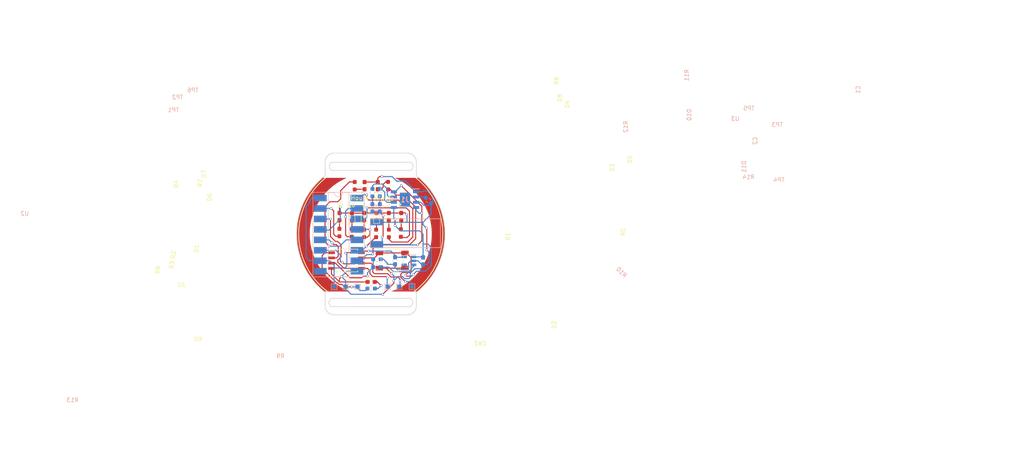
<source format=kicad_pcb>
(kicad_pcb (version 20211014) (generator pcbnew)
  (layers (0 "F.Cu" signal) (31 "B.Cu" signal) (34 "B.Paste" user) (35 "F.Paste" user) (36 "B.SilkS" user "B.Silkscreen") (37 "F.SilkS" user "F.Silkscreen") (38 "B.Mask" user) (39 "F.Mask" user) (44 "Edge.Cuts" user))
  (net 0 "")
  (net 1 "Net-(D1-Pad1)")
  (net 2 "GND")
  (net 3 "Net-(D2-Pad1)")
  (net 4 "Net-(D3-Pad1)")
  (net 5 "Net-(D4-Pad1)")
  (net 6 "Net-(D5-Pad1)")
  (net 7 "Net-(D6-Pad1)")
  (net 8 "Net-(D7-Pad1)")
  (net 9 "Net-(D8-Pad1)")
  (net 10 "Net-(D9-Pad2)")
  (net 12 "Net-(R1-Pad1)")
  (net 13 "Net-(R2-Pad1)")
  (net 14 "Net-(R3-Pad1)")
  (net 15 "Net-(R4-Pad1)")
  (net 16 "Net-(R5-Pad1)")
  (net 17 "Net-(R6-Pad1)")
  (net 18 "Net-(R7-Pad1)")
  (net 19 "Net-(R8-Pad1)")
  (net 20 "Net-(R9-Pad2)")
  (net 21 "Net-(SW1-Pad1)")
  (net 22 "Net-(U1-Pad2)")
  (net 23 "Net-(TP3-Pad1)")
  (net 24 "Net-(TP4-Pad1)")
  (net 25 "Net-(D10-Pad2)")
  (net 26 "Net-(D11-Pad2)")
  (net 27 "Net-(J1-Pad2)")
  (net 28 "VBUS")
  (net 29 "+BATT")
  (net 30 "Net-(J1-Pad6)")
  (net 31 "Net-(J1-Pad7)")
  (net 32 "volt")
  (net 33 "+3V3")
  (footprint "Resistor_SMD:R_0603_1608Metric_Pad0.98x0.95mm_HandSolder" (layer "F.Cu") (at 63.9 55.3 90)
    (fp_text reference "R3")
    (fp_text value "220")
  )
  (footprint "Resistor_SMD:R_0603_1608Metric_Pad0.98x0.95mm_HandSolder" (layer "F.Cu") (at 69.9 55.3 90)
    (fp_text reference "R5")
    (fp_text value "220")
  )
  (footprint "LED_SMD:LED_0603_1608Metric_Pad1.05x0.95mm_HandSolder" (layer "F.Cu") (at 65.6 67.1)
    (fp_text reference "D9")
    (fp_text value "LED")
  )
  (footprint "LED_SMD:LED_0603_1608Metric_Pad1.05x0.95mm_HandSolder" (layer "F.Cu") (at 63.894163 51.225 90)
    (fp_text reference "D3")
    (fp_text value "LED")
  )
  (footprint "LOGO" (layer "F.Cu") (at 89.4971 80.88384)
    (fp_text reference "G***" hide)
    (fp_text value "LOGO" hide)
  )
  (footprint "LOGO" (layer "F.Cu") (at 89.4971 80.88384)
    (fp_text reference "G***" hide)
    (fp_text value "LOGO" hide)
  )
  (footprint "LOGO" (layer "F.Cu") (at 0 0)
    (fp_text reference "G***" hide)
    (fp_text value "LOGO" hide)
  )
  (footprint "Button_Switch_SMD:SW_SPST_SKQG_WithoutStem" (layer "F.Cu") (at 70.7 61.9)
    (fp_text reference "SW1")
    (fp_text value "SW_Push")
  )
  (footprint "LED_SMD:LED_0603_1608Metric_Pad1.05x0.95mm_HandSolder" (layer "F.Cu") (at 66.904368 51.225 90)
    (fp_text reference "D4")
    (fp_text value "LED")
  )
  (footprint "LOGO" (layer "F.Cu") (at 89.4971 80.88384)
    (fp_text reference "G***" hide)
    (fp_text value "LOGO" hide)
  )
  (footprint "LED_SMD:LED_0603_1608Metric_Pad1.05x0.95mm_HandSolder" (layer "F.Cu") (at 72.9 51.225 90)
    (fp_text reference "D6")
    (fp_text value "LED")
  )
  (footprint "LOGO" (layer "F.Cu") (at 0 0)
    (fp_text reference "G***" hide)
    (fp_text value "LOGO" hide)
  )
  (footprint "Resistor_SMD:R_0603_1608Metric_Pad0.98x0.95mm_HandSolder" (layer "F.Cu") (at 72.8 55.2125 90)
    (fp_text reference "R6")
    (fp_text value "220")
  )
  (footprint "LED_SMD:LED_0603_1608Metric_Pad1.05x0.95mm_HandSolder" (layer "F.Cu") (at 57.90374 51.225 90)
    (fp_text reference "D1")
    (fp_text value "LED")
  )
  (footprint "LED_SMD:LED_0603_1608Metric_Pad1.05x0.95mm_HandSolder" (layer "F.Cu") (at 69.88743 51.225 90)
    (fp_text reference "D5")
    (fp_text value "LED")
  )
  (footprint "LOGO" (layer "F.Cu") (at 0 0)
    (fp_text reference "G***" hide)
    (fp_text value "LOGO" hide)
  )
  (footprint "Resistor_SMD:R_0603_1608Metric_Pad0.98x0.95mm_HandSolder" (layer "F.Cu") (at 69.7 43.7 90)
    (fp_text reference "R8")
    (fp_text value "220")
  )
  (footprint "LOGO" (layer "F.Cu") (at 0 0)
    (fp_text reference "G***" hide)
    (fp_text value "LOGO" hide)
  )
  (footprint "Resistor_SMD:R_0603_1608Metric_Pad0.98x0.95mm_HandSolder" (layer "F.Cu") (at 66.8 55.3 90)
    (fp_text reference "R4")
    (fp_text value "220")
  )
  (footprint "LED_SMD:LED_0603_1608Metric_Pad1.05x0.95mm_HandSolder" (layer "F.Cu") (at 60.941569 51.27 90)
    (fp_text reference "D2")
    (fp_text value "LED")
  )
  (footprint "Package_SO:SOIC-8W_5.3x5.3mm_P1.27mm" (layer "F.Cu") (at 59.6 61.9)
    (fp_text reference "U1")
    (fp_text value "ATtiny85-20S")
  )
  (footprint "LED_SMD:LED_0603_1608Metric_Pad1.05x0.95mm_HandSolder" (layer "F.Cu") (at 67.2 43.7 90)
    (fp_text reference "D8")
    (fp_text value "LED")
  )
  (footprint "LED_SMD:LED_0603_1608Metric_Pad1.05x0.95mm_HandSolder" (layer "F.Cu") (at 64 43.7 90)
    (fp_text reference "D7")
    (fp_text value "LED")
  )
  (footprint "Resistor_SMD:R_0603_1608Metric_Pad0.98x0.95mm_HandSolder" (layer "F.Cu") (at 60.9 55.2 90)
    (fp_text reference "R2")
    (fp_text value "220")
  )
  (footprint "Resistor_SMD:R_0603_1608Metric_Pad0.98x0.95mm_HandSolder" (layer "F.Cu") (at 57.9 55.1 90)
    (fp_text reference "R1")
    (fp_text value "220")
  )
  (footprint "Resistor_SMD:R_0603_1608Metric_Pad0.98x0.95mm_HandSolder" (layer "F.Cu") (at 61.6 43.7225 -90)
    (fp_text reference "R7")
    (fp_text value "220")
  )
  (footprint "Resistor_SMD:R_0603_1608Metric_Pad0.98x0.95mm_HandSolder" (layer "B.Cu") (at 67.7 45.4 90)
    (fp_text reference "R11")
    (fp_text value "220")
  )
  (footprint "LED_SMD:LED_0603_1608Metric_Pad1.05x0.95mm_HandSolder" (layer "B.Cu") (at 65.9 49.1 90)
    (fp_text reference "D11")
    (fp_text value "LED")
  )
  (footprint "Capacitor_SMD:C_0603_1608Metric_Pad1.08x0.95mm_HandSolder" (layer "B.Cu") (at 78.2 62 -90)
    (fp_text reference "C1")
    (fp_text value "100nf")
  )
  (footprint "Resistor_SMD:R_0603_1608Metric_Pad0.98x0.95mm_HandSolder" (layer "B.Cu") (at 65.6 68.7 180)
    (fp_text reference "R9")
    (fp_text value "220")
  )
  (footprint "TestPoint:TestPoint_Pad_1.0x1.0mm" (layer "B.Cu") (at 72.4 68.25 180)
    (fp_text reference "TP4")
    (fp_text value "TestPoint")
  )
  (footprint "TestPoint:TestPoint_Pad_1.0x1.0mm" (layer "B.Cu") (at 59.4 68.25 180)
    (fp_text reference "TP1")
    (fp_text value "TestPoint")
  )
  (footprint "Resistor_SMD:R_0603_1608Metric_Pad0.98x0.95mm_HandSolder" (layer "B.Cu") (at 67 61.6 180)
    (fp_text reference "R14")
    (fp_text value "5k")
  )
  (footprint "Resistor_SMD:R_0603_1608Metric_Pad0.98x0.95mm_HandSolder" (layer "B.Cu") (at 67 63.5)
    (fp_text reference "R13")
    (fp_text value "2k")
  )
  (footprint "LED_SMD:LED_0603_1608Metric_Pad1.05x0.95mm_HandSolder" (layer "B.Cu") (at 67.7 49.1 90)
    (fp_text reference "D10")
    (fp_text value "LED")
  )
  (footprint "Resistor_SMD:R_0603_1608Metric_Pad0.98x0.95mm_HandSolder" (layer "B.Cu") (at 79.5 47.3 135)
    (fp_text reference "R10")
    (fp_text value "1.2k")
  )
  (footprint "TestPoint:TestPoint_Pad_1.0x1.0mm" (layer "B.Cu") (at 75.5 68.25 180)
    (fp_text reference "TP5")
    (fp_text value "TestPoint")
  )
  (footprint "Capacitor_SMD:C_0603_1608Metric_Pad1.08x0.95mm_HandSolder" (layer "B.Cu") (at 71.399999 61.962501 -90)
    (fp_text reference "C2")
    (fp_text value "100nf")
  )
  (footprint "TestPoint:TestPoint_Pad_1.0x1.0mm" (layer "B.Cu") (at 69.6 68.25 180)
    (fp_text reference "TP3")
    (fp_text value "TestPoint")
  )
  (footprint "BCD watch V1.0:SOIC127P600X175-9N" (layer "B.Cu") (at 73.8 47.1 180)
    (fp_text reference "J1")
    (fp_text value "TP4056" hide)
  )
  (footprint "Package_TO_SOT_SMD:SOT-23-5" (layer "B.Cu") (at 74.766666 61.97 180)
    (fp_text reference "U3")
    (fp_text value "MIC5205-2.5YM5")
  )
  (footprint "TestPoint:TestPoint_Pad_1.0x1.0mm" (layer "B.Cu") (at 62.3 68.25 180)
    (fp_text reference "TP6")
    (fp_text value "TestPoint")
  )
  (footprint "TestPoint:TestPoint_Pad_1.0x1.0mm" (layer "B.Cu") (at 56.6 68.25 180)
    (fp_text reference "TP2")
    (fp_text value "TestPoint")
  )
  (footprint "Package_DIP:DIP-16_W8.89mm_SMDSocket_LongPads" (layer "B.Cu") (at 57.7 55.6 180)
    (fp_text reference "U2")
    (fp_text value "74HC595")
  )
  (footprint "Resistor_SMD:R_0603_1608Metric_Pad0.98x0.95mm_HandSolder" (layer "B.Cu") (at 65.9 45.4 90)
    (fp_text reference "R12")
    (fp_text value "220")
  )
  (gr_line (start 82.4 58.75) (end 65.4 58.75) (layer "B.SilkS") (width 0.15))
  (gr_line (start 65.4 51.75) (end 82.4 51.75) (layer "B.SilkS") (width 0.15))
  (gr_line (start 65.4 58.75) (end 65.4 51.75) (layer "B.SilkS") (width 0.15))
  (gr_line (start 82.4 51.75) (end 82.4 58.75) (layer "B.SilkS") (width 0.15))
  (gr_line (start 49.292518 63.272239) (end 49.304054 63.296051) (layer "Edge.Cuts") (width 0.1))
  (gr_line (start 82.969674 59.758577) (end 82.976024 59.732912) (layer "Edge.Cuts") (width 0.1))
  (gr_line (start 54.426407 70.848573) (end 54.426407 70.874767) (layer "Edge.Cuts") (width 0.1))
  (gr_line (start 54.425772 37.9227) (end 54.425428 37.949026) (layer "Edge.Cuts") (width 0.1))
  (gr_line (start 54.426407 70.296124) (end 54.426407 70.322582) (layer "Edge.Cuts") (width 0.1))
  (gr_line (start 69.277769 35.788442) (end 69.25131 35.788442) (layer "Edge.Cuts") (width 0.1))
  (gr_line (start 73.05231 75.092484) (end 73.078768 75.092484) (layer "Edge.Cuts") (width 0.1))
  (gr_line (start 78.462238 42.958614) (end 78.443982 42.939591) (layer "Edge.Cuts") (width 0.1))
  (gr_line (start 73.510038 35.788442) (end 73.48358 35.788442) (layer "Edge.Cuts") (width 0.1))
  (gr_line (start 48.40426 49.808748) (end 48.396032 49.833777) (layer "Edge.Cuts") (width 0.1))
  (gr_line (start 72.003503 35.788442) (end 71.97678 35.788442) (layer "Edge.Cuts") (width 0.1))
  (gr_line (start 52.087361 43.443569) (end 52.069687 43.463333) (layer "Edge.Cuts") (width 0.1))
  (gr_line (start 59.704944 75.092484) (end 59.731429 75.092484) (layer "Edge.Cuts") (width 0.1))
  (gr_line (start 50.119658 46.095193) (end 50.106058 46.11763) (layer "Edge.Cuts") (width 0.1))
  (gr_line (start 75.245967 74.919447) (end 75.270045 74.908864) (layer "Edge.Cuts") (width 0.1))
  (gr_line (start 75.155215 35.925443) (end 75.130609 35.91642) (layer "Edge.Cuts") (width 0.1))
  (gr_line (start 50.45925 45.558539) (end 50.444724 45.580685) (layer "Edge.Cuts") (width 0.1))
  (gr_line (start 76.062735 74.313287) (end 76.079404 74.293179) (layer "Edge.Cuts") (width 0.1))
  (gr_line (start 50.133363 46.07273) (end 50.119658 46.095193) (layer "Edge.Cuts") (width 0.1))
  (gr_line (start 52.806339 68.200891) (end 52.825072 68.219676) (layer "Edge.Cuts") (width 0.1))
  (gr_line (start 82.47755 61.404812) (end 82.486281 61.379677) (layer "Edge.Cuts") (width 0.1))
  (gr_line (start 54.428286 73.028737) (end 54.429768 73.054931) (layer "Edge.Cuts") (width 0.1))
  (gr_line (start 48.726575 48.91287) (end 48.716918 48.93774) (layer "Edge.Cuts") (width 0.1))
  (gr_line (start 76.566237 38.628237) (end 76.566237 38.601805) (layer "Edge.Cuts") (width 0.1))
  (gr_line (start 78.135743 68.24931) (end 78.154528 68.231053) (layer "Edge.Cuts") (width 0.1))
  (gr_line (start 47.523596 54.47451) (end 47.522167 54.501074) (layer "Edge.Cuts") (width 0.1))
  (gr_line (start 78.425726 42.920647) (end 78.40747 42.901782) (layer "Edge.Cuts") (width 0.1))
  (gr_line (start 47.924148 59.334185) (end 47.929916 59.360115) (layer "Edge.Cuts") (width 0.1))
  (gr_line (start 76.568618 72.601171) (end 76.568089 72.588735) (layer "Edge.Cuts") (width 0.1))
  (gr_line (start 76.568618 72.85517) (end 76.568618 72.829506) (layer "Edge.Cuts") (width 0.1))
  (gr_line (start 59.334422 75.092484) (end 59.36096 75.092484) (layer "Edge.Cuts") (width 0.1))
  (gr_line (start 76.579995 41.26142) (end 76.566237 41.250625) (layer "Edge.Cuts") (width 0.1))
  (gr_line (start 76.569676 70.503292) (end 76.569676 70.477098) (layer "Edge.Cuts") (width 0.1))
  (gr_line (start 57.140923 75.092484) (end 57.167223 75.092484) (layer "Edge.Cuts") (width 0.1))
  (gr_line (start 80.689763 65.085955) (end 80.703786 65.06373) (layer "Edge.Cuts") (width 0.1))
  (gr_line (start 54.428974 39.926123) (end 54.428974 39.952396) (layer "Edge.Cuts") (width 0.1))
  (gr_line (start 47.574052 53.787653) (end 47.571644 53.813873) (layer "Edge.Cuts") (width 0.1))
  (gr_line (start 69.828895 75.092484) (end 69.855353 75.092484) (layer "Edge.Cuts") (width 0.1))
  (gr_line (start 63.936208 75.092484) (end 63.962693 75.092484) (layer "Edge.Cuts") (width 0.1))
  (gr_line (start 54.425376 38.205751) (end 54.425376 38.231945) (layer "Edge.Cuts") (width 0.1))
  (gr_line (start 49.66603 64.001959) (end 49.678677 64.025242) (layer "Edge.Cuts") (width 0.1))
  (gr_line (start 62.668565 75.092484) (end 62.694997 75.092484) (layer "Edge.Cuts") (width 0.1))
  (gr_line (start 57.439452 35.788442) (end 57.412967 35.788442) (layer "Edge.Cuts") (width 0.1))
  (gr_line (start 61.159463 75.092484) (end 61.186027 75.092484) (layer "Edge.Cuts") (width 0.1))
  (gr_line (start 47.64578 57.745629) (end 47.649193 57.771823) (layer "Edge.Cuts") (width 0.1))
  (gr_line (start 50.817337 45.034506) (end 50.802123 45.056017) (layer "Edge.Cuts") (width 0.1))
  (gr_line (start 64.045269 35.788442) (end 64.018758 35.788442) (layer "Edge.Cuts") (width 0.1))
  (gr_line (start 65.944579 75.092484) (end 65.97101 75.092484) (layer "Edge.Cuts") (width 0.1))
  (gr_line (start 58.206267 35.788442) (end 58.179941 35.788442) (layer "Edge.Cuts") (width 0.1))
  (gr_line (start 81.246974 46.730589) (end 81.234275 46.707544) (layer "Edge.Cuts") (width 0.1))
  (gr_line (start 47.827178 58.86799) (end 47.832232 58.893919) (layer "Edge.Cuts") (width 0.1))
  (gr_line (start 65.076376 35.788442) (end 65.049997 35.788442) (layer "Edge.Cuts") (width 0.1))
  (gr_line (start 52.909791 42.584097) (end 52.890926 42.602591) (layer "Edge.Cuts") (width 0.1))
  (gr_line (start 54.428974 41.160508) (end 54.428974 41.187099) (layer "Edge.Cuts") (width 0.1))
  (gr_line (start 77.452325 41.988521) (end 77.432481 41.970873) (layer "Edge.Cuts") (width 0.1))
  (gr_line (start 81.398316 47.009724) (end 81.385616 46.986256) (layer "Edge.Cuts") (width 0.1))
  (gr_line (start 71.757705 75.092484) (end 71.783899 75.092484) (layer "Edge.Cuts") (width 0.1))
  (gr_line (start 83.468943 56.439224) (end 83.470265 56.412766) (layer "Edge.Cuts") (width 0.1))
  (gr_line (start 83.475293 54.563913) (end 83.474234 54.53764) (layer "Edge.Cuts") (width 0.1))
  (gr_line (start 54.694033 36.914877) (end 54.681518 36.937922) (layer "Edge.Cuts") (width 0.1))
  (gr_line (start 51.307318 44.37625) (end 51.29102 44.397179) (layer "Edge.Cuts") (width 0.1))
  (gr_line (start 54.428974 39.164653) (end 54.428974 39.191058) (layer "Edge.Cuts") (width 0.1))
  (gr_line (start 68.666053 75.092484) (end 68.692511 75.092484) (layer "Edge.Cuts") (width 0.1))
  (gr_line (start 48.017149 51.155105) (end 48.010878 51.180716) (layer "Edge.Cuts") (width 0.1))
  (gr_line (start 54.799734 74.138663) (end 54.814577 74.160094) (layer "Edge.Cuts") (width 0.1))
  (gr_line (start 76.540837 37.615837) (end 76.536603 37.589908) (layer "Edge.Cuts") (width 0.1))
  (gr_line (start 52.346203 67.726494) (end 52.364274 67.745808) (layer "Edge.Cuts") (width 0.1))
  (gr_line (start 51.347773 66.562328) (end 51.364071 66.58323) (layer "Edge.Cuts") (width 0.1))
  (gr_line (start 76.569676 71.317149) (end 76.569676 71.290956) (layer "Edge.Cuts") (width 0.1))
  (gr_line (start 76.568618 38.034407) (end 76.568618 38.00824) (layer "Edge.Cuts") (width 0.1))
  (gr_line (start 54.861064 74.224387) (end 54.876992 74.24529) (layer "Edge.Cuts") (width 0.1))
  (gr_line (start 76.497445 37.40978) (end 76.490566 37.38438) (layer "Edge.Cuts") (width 0.1))
  (gr_line (start 79.747847 66.428979) (end 79.764251 66.407812) (layer "Edge.Cuts") (width 0.1))
  (gr_line (start 82.629685 60.953433) (end 82.637623 60.928298) (layer "Edge.Cuts") (width 0.1))
  (gr_line (start 83.230818 52.360227) (end 83.22632 52.334245) (layer "Edge.Cuts") (width 0.1))
  (gr_line (start 48.429369 49.733289) (end 48.420982 49.758397) (layer "Edge.Cuts") (width 0.1))
  (gr_line (start 54.425376 72.794846) (end 54.425376 72.82051) (layer "Edge.Cuts") (width 0.1))
  (gr_line (start 81.556272 47.314788) (end 81.544366 47.291293) (layer "Edge.Cuts") (width 0.1))
  (gr_line (start 76.565972 38.366644) (end 76.567295 38.341324) (layer "Edge.Cuts") (width 0.1))
  (gr_line (start 47.599266 57.35193) (end 47.602124 57.378388) (layer "Edge.Cuts") (width 0.1))
  (gr_line (start 76.566237 40.582421) (end 76.566237 40.555963) (layer "Edge.Cuts") (width 0.1))
  (gr_line (start 50.174876 46.005049) (end 50.160959 46.027671) (layer "Edge.Cuts") (width 0.1))
  (gr_line (start 62.482986 75.092484) (end 62.50955 75.092484) (layer "Edge.Cuts") (width 0.1))
  (gr_line (start 76.561739 73.089591) (end 76.563855 73.063133) (layer "Edge.Cuts") (width 0.1))
  (gr_line (start 48.384284 61.017462) (end 48.392566 61.042598) (layer "Edge.Cuts") (width 0.1))
  (gr_line (start 61.584224 75.092484) (end 61.610735 75.092484) (layer "Edge.Cuts") (width 0.1))
  (gr_line (start 52.947759 42.547082) (end 52.928735 42.565603) (layer "Edge.Cuts") (width 0.1))
  (gr_line (start 66.68512 75.092484) (end 66.711578 75.092484) (layer "Edge.Cuts") (width 0.1))
  (gr_line (start 63.672578 75.092484) (end 63.69893 75.092484) (layer "Edge.Cuts") (width 0.1))
  (gr_line (start 78.071449 42.564968) (end 78.052399 42.546553) (layer "Edge.Cuts") (width 0.1))
  (gr_line (start 76.569676 70.214368) (end 76.569676 70.188174) (layer "Edge.Cuts") (width 0.1))
  (gr_line (start 67.295513 35.788442) (end 67.269319 35.788442) (layer "Edge.Cuts") (width 0.1))
  (gr_line (start 67.718846 35.788442) (end 67.692652 35.788442) (layer "Edge.Cuts") (width 0.1))
  (gr_line (start 79.266571 67.026142) (end 79.283504 67.006034) (layer "Edge.Cuts") (width 0.1))
  (gr_line (start 71.289658 35.788442) (end 71.2632 35.788442) (layer "Edge.Cuts") (width 0.1))
  (gr_line (start 58.100513 35.788442) (end 58.074055 35.788442) (layer "Edge.Cuts") (width 0.1))
  (gr_line (start 47.725552 58.295433) (end 47.729785 58.321626) (layer "Edge.Cuts") (width 0.1))
  (gr_line (start 54.425376 72.692187) (end 54.425376 72.717852) (layer "Edge.Cuts") (width 0.1))
  (gr_line (start 47.909622 51.618945) (end 47.903987 51.644954) (layer "Edge.Cuts") (width 0.1))
  (gr_line (start 79.443841 44.065444) (end 79.427173 44.045019) (layer "Edge.Cuts") (width 0.1))
  (gr_line (start 71.493651 75.092484) (end 71.519845 75.092484) (layer "Edge.Cuts") (width 0.1))
  (gr_line (start 73.58174 75.092484) (end 73.607934 75.092484) (layer "Edge.Cuts") (width 0.1))
  (gr_line (start 80.703786 65.06373) (end 80.718073 65.041241) (layer "Edge.Cuts") (width 0.1))
  (gr_line (start 51.860614 43.701696) (end 51.843257 43.721857) (layer "Edge.Cuts") (width 0.1))
  (gr_line (start 63.411567 35.788442) (end 63.385161 35.788442) (layer "Edge.Cuts") (width 0.1))
  (gr_line (start 49.871849 64.371846) (end 49.884973 64.3946) (layer "Edge.Cuts") (width 0.1))
  (gr_line (start 74.741408 75.064703) (end 74.767337 75.060205) (layer "Edge.Cuts") (width 0.1))
  (gr_line (start 77.092492 41.677371) (end 77.072384 41.660359) (layer "Edge.Cuts") (width 0.1))
  (gr_line (start 82.44289 49.375387) (end 82.433894 49.35041) (layer "Edge.Cuts") (width 0.1))
  (gr_line (start 82.904322 50.863825) (end 82.897708 50.838267) (layer "Edge.Cuts") (width 0.1))
  (gr_line (start 67.583115 75.092484) (end 67.609308 75.092484) (layer "Edge.Cuts") (width 0.1))
  (gr_line (start 59.078491 35.788442) (end 59.052059 35.788442) (layer "Edge.Cuts") (width 0.1))
  (gr_line (start 68.217055 75.092484) (end 68.243514 75.092484) (layer "Edge.Cuts") (width 0.1))
  (gr_line (start 61.324166 35.788442) (end 61.297601 35.788442) (layer "Edge.Cuts") (width 0.1))
  (gr_line (start 81.580084 47.362069) (end 81.568178 47.338389) (layer "Edge.Cuts") (width 0.1))
  (gr_line (start 82.799018 60.39728) (end 82.806162 60.37188) (layer "Edge.Cuts") (width 0.1))
  (gr_line (start 52.31911 43.189675) (end 52.301118 43.209042) (layer "Edge.Cuts") (width 0.1))
  (gr_line (start 82.1791 48.684349) (end 82.169311 48.660008) (layer "Edge.Cuts") (width 0.1))
  (gr_line (start 64.544088 75.092484) (end 64.570573 75.092484) (layer "Edge.Cuts") (width 0.1))
  (gr_line (start 54.428974 39.689612) (end 54.428974 39.715964) (layer "Edge.Cuts") (width 0.1))
  (gr_line (start 49.584248 47.03814) (end 49.571865 47.061556) (layer "Edge.Cuts") (width 0.1))
  (gr_line (start 53.758494 69.081423) (end 53.778497 69.098621) (layer "Edge.Cuts") (width 0.1))
  (gr_line (start 76.569676 70.923185) (end 76.569676 70.896992) (layer "Edge.Cuts") (width 0.1))
  (gr_line (start 81.21787 64.199602) (end 81.230835 64.176319) (layer "Edge.Cuts") (width 0.1))
  (gr_line (start 81.612364 63.451097) (end 81.62427 63.427284) (layer "Edge.Cuts") (width 0.1))
  (gr_line (start 77.273202 41.83157) (end 77.253359 41.814266) (layer "Edge.Cuts") (width 0.1))
  (gr_line (start 47.967804 51.36103) (end 47.961825 51.386774) (layer "Edge.Cuts") (width 0.1))
  (gr_line (start 81.182681 46.615548) (end 81.169716 46.59253) (layer "Edge.Cuts") (width 0.1))
  (gr_line (start 61.588325 35.788442) (end 61.562026 35.788442) (layer "Edge.Cuts") (width 0.1))
  (gr_line (start 82.555073 61.179916) (end 82.563275 61.154781) (layer "Edge.Cuts") (width 0.1))
  (gr_line (start 50.33733 65.140724) (end 50.35167 65.162949) (layer "Edge.Cuts") (width 0.1))
  (gr_line (start 47.573073 57.088802) (end 47.575507 57.114916) (layer "Edge.Cuts") (width 0.1))
  (gr_line (start 76.569676 70.949644) (end 76.569676 70.923185) (layer "Edge.Cuts") (width 0.1))
  (gr_line (start 83.390097 53.484652) (end 83.387186 53.458247) (layer "Edge.Cuts") (width 0.1))
  (gr_line (start 83.478203 56.254386) (end 83.479526 56.228087) (layer "Edge.Cuts") (width 0.1))
  (gr_line (start 76.422303 73.703688) (end 76.431564 73.679082) (layer "Edge.Cuts") (width 0.1))
  (gr_line (start 76.568618 38.111745) (end 76.568618 38.086054) (layer "Edge.Cuts") (width 0.1))
  (gr_line (start 63.200403 35.788442) (end 63.173892 35.788442) (layer "Edge.Cuts") (width 0.1))
  (gr_line (start 81.169716 46.59253) (end 81.156752 46.569379) (layer "Edge.Cuts") (width 0.1))
  (gr_line (start 50.665783 45.251491) (end 50.650861 45.273239) (layer "Edge.Cuts") (width 0.1))
  (gr_line (start 58.964535 75.092484) (end 58.991152 75.092484) (layer "Edge.Cuts") (width 0.1))
  (gr_line (start 54.432228 37.791335) (end 54.430323 37.817661) (layer "Edge.Cuts") (width 0.1))
  (gr_line (start 64.940751 75.092484) (end 64.966997 75.092484) (layer "Edge.Cuts") (width 0.1))
  (gr_line (start 76.916809 69.346535) (end 76.937447 69.329602) (layer "Edge.Cuts") (width 0.1))
  (gr_line (start 76.370974 73.825132) (end 76.381822 73.801319) (layer "Edge.Cuts") (width 0.1))
  (gr_line (start 54.426407 71.243331) (end 54.426407 71.269789) (layer "Edge.Cuts") (width 0.1))
  (gr_line (start 49.628459 63.932109) (end 49.640895 63.955128) (layer "Edge.Cuts") (width 0.1))
  (gr_line (start 78.079387 68.304872) (end 78.098172 68.286351) (layer "Edge.Cuts") (width 0.1))
  (gr_line (start 81.717403 63.236785) (end 81.72878 63.212972) (layer "Edge.Cuts") (width 0.1))
  (gr_line (start 70.463101 75.092484) (end 70.489559 75.092484) (layer "Edge.Cuts") (width 0.1))
  (gr_line (start 54.426407 71.638618) (end 54.426407 71.664812) (layer "Edge.Cuts") (width 0.1))
  (gr_line (start 83.158851 58.905826) (end 83.163878 58.879896) (layer "Edge.Cuts") (width 0.1))
  (gr_line (start 59.88912 75.092484) (end 59.915526 75.092484) (layer "Edge.Cuts") (width 0.1))
  (gr_line (start 83.494607 55.725353) (end 83.494872 55.698815) (layer "Edge.Cuts") (width 0.1))
  (gr_line (start 76.569676 70.424711) (end 76.569676 70.398253) (layer "Edge.Cuts") (width 0.1))
  (gr_line (start 54.318616 41.343071) (end 54.297741 41.359633) (layer "Edge.Cuts") (width 0.1))
  (gr_line (start 75.435144 74.827901) (end 75.458163 74.815201) (layer "Edge.Cuts") (width 0.1))
  (gr_line (start 54.194289 41.442474) (end 54.173784 41.459037) (layer "Edge.Cuts") (width 0.1))
  (gr_line (start 48.703318 61.914134) (end 48.712896 61.939005) (layer "Edge.Cuts") (width 0.1))
  (gr_line (start 64.888125 75.092484) (end 64.914451 75.092484) (layer "Edge.Cuts") (width 0.1))
  (gr_line (start 64.07186 35.788442) (end 64.045269 35.788442) (layer "Edge.Cuts") (width 0.1))
  (gr_line (start 49.591074 63.86173) (end 49.603562 63.885278) (layer "Edge.Cuts") (width 0.1))
  (gr_line (start 54.28811 69.519837) (end 54.3088 69.536241) (layer "Edge.Cuts") (width 0.1))
  (gr_line (start 74.722622 35.813339) (end 74.696693 35.809555) (layer "Edge.Cuts") (width 0.1))
  (gr_line (start 60.822146 35.788442) (end 60.795714 35.788442) (layer "Edge.Cuts") (width 0.1))
  (gr_line (start 48.905407 48.471598) (end 48.895168 48.495966) (layer "Edge.Cuts") (width 0.1))
  (gr_line (start 80.270663 45.161744) (end 80.255582 45.140181) (layer "Edge.Cuts") (width 0.1))
  (gr_line (start 51.697763 66.993599) (end 51.714723 67.013972) (layer "Edge.Cuts") (width 0.1))
  (gr_line (start 78.322803 68.062249) (end 78.341589 68.043199) (layer "Edge.Cuts") (width 0.1))
  (gr_line (start 56.437 35.794686) (end 56.410621 35.796829) (layer "Edge.Cuts") (width 0.1))
  (gr_line (start 78.37863 68.005364) (end 78.397151 67.986314) (layer "Edge.Cuts") (width 0.1))
  (gr_line (start 51.800183 67.114778) (end 51.817354 67.134886) (layer "Edge.Cuts") (width 0.1))
  (gr_line (start 56.350111 75.077932) (end 56.376437 75.080843) (layer "Edge.Cuts") (width 0.1))
  (gr_line (start 72.770264 35.788442) (end 72.743541 35.788442) (layer "Edge.Cuts") (width 0.1))
  (gr_line (start 76.568618 72.726848) (end 76.568618 72.700919) (layer "Edge.Cuts") (width 0.1))
  (gr_line (start 54.426407 69.68917) (end 54.426407 69.715893) (layer "Edge.Cuts") (width 0.1))
  (gr_line (start 67.688948 75.092484) (end 67.715406 75.092484) (layer "Edge.Cuts") (width 0.1))
  (gr_line (start 64.120967 75.092484) (end 64.147637 75.092484) (layer "Edge.Cuts") (width 0.1))
  (gr_line (start 56.858878 35.788442) (end 56.832393 35.788442) (layer "Edge.Cuts") (width 0.1))
  (gr_line (start 51.22617 44.481025) (end 51.210004 44.502112) (layer "Edge.Cuts") (width 0.1))
  (gr_line (start 67.533902 35.788442) (end 67.507444 35.788442) (layer "Edge.Cuts") (width 0.1))
  (gr_line (start 81.973519 48.197596) (end 81.962936 48.173439) (layer "Edge.Cuts") (width 0.1))
  (gr_line (start 51.331395 66.541691) (end 51.347773 66.562328) (layer "Edge.Cuts") (width 0.1))
  (gr_line (start 54.733403 36.846271) (end 54.719989 36.869025) (layer "Edge.Cuts") (width 0.1))
  (gr_line (start 76.566237 39.763298) (end 76.566237 39.736734) (layer "Edge.Cuts") (width 0.1))
  (gr_line (start 67.64 35.788442) (end 67.613806 35.788442) (layer "Edge.Cuts") (width 0.1))
  (gr_line (start 63.11698 75.092484) (end 63.143491 75.092484) (layer "Edge.Cuts") (width 0.1))
  (gr_line (start 47.708989 58.190658) (end 47.71309 58.216851) (layer "Edge.Cuts") (width 0.1))
  (gr_line (start 47.539206 56.666924) (end 47.541032 56.693462) (layer "Edge.Cuts") (width 0.1))
  (gr_line (start 48.176296 60.334045) (end 48.183492 60.359445) (layer "Edge.Cuts") (width 0.1))
  (gr_line (start 72.524202 75.092484) (end 72.55066 75.092484) (layer "Edge.Cuts") (width 0.1))
  (gr_line (start 58.99909 35.788442) (end 58.972552 35.788442) (layer "Edge.Cuts") (width 0.1))
  (gr_line (start 63.830269 75.092484) (end 63.856569 75.092484) (layer "Edge.Cuts") (width 0.1))
  (gr_line (start 61.799754 35.788442) (end 61.773375 35.788442) (layer "Edge.Cuts") (width 0.1))
  (gr_line (start 50.832629 45.012996) (end 50.817337 45.034506) (layer "Edge.Cuts") (width 0.1))
  (gr_line (start 57.09642 35.788442) (end 57.069883 35.788442) (layer "Edge.Cuts") (width 0.1))
  (gr_line (start 80.203724 65.811706) (end 80.218805 65.790011) (layer "Edge.Cuts") (width 0.1))
  (gr_line (start 54.428974 40.083655) (end 54.428974 40.110061) (layer "Edge.Cuts") (width 0.1))
  (gr_line (start 51.613202 66.891999) (end 51.629977 66.912372) (layer "Edge.Cuts") (width 0.1))
  (gr_line (start 48.994545 62.623746) (end 49.005181 62.648087) (layer "Edge.Cuts") (width 0.1))
  (gr_line (start 65.842873 35.788442) (end 65.816441 35.788442) (layer "Edge.Cuts") (width 0.1))
  (gr_line (start 74.056402 75.092484) (end 74.082596 75.092484) (layer "Edge.Cuts") (width 0.1))
  (gr_line (start 68.776649 35.788442) (end 68.75019 35.788442) (layer "Edge.Cuts") (width 0.1))
  (gr_line (start 73.853732 35.788442) (end 73.827273 35.788442) (layer "Edge.Cuts") (width 0.1))
  (gr_line (start 55.164938 74.552206) (end 55.184808 74.569404) (layer "Edge.Cuts") (width 0.1))
  (gr_line (start 68.564718 35.788442) (end 68.538259 35.788442) (layer "Edge.Cuts") (width 0.1))
  (gr_line (start 47.538095 54.236332) (end 47.536322 54.262897) (layer "Edge.Cuts") (width 0.1))
  (gr_line (start 54.619738 73.817723) (end 54.630718 73.841536) (layer "Edge.Cuts") (width 0.1))
  (gr_line (start 51.488134 44.148391) (end 51.471544 44.169002) (layer "Edge.Cuts") (width 0.1))
  (gr_line (start 47.500207 55.769379) (end 47.500709 55.795705) (layer "Edge.Cuts") (width 0.1))
  (gr_line (start 48.983909 62.59914) (end 48.994545 62.623746) (layer "Edge.Cuts") (width 0.1))
  (gr_line (start 53.235281 42.273583) (end 53.215967 42.291601) (layer "Edge.Cuts") (width 0.1))
  (gr_line (start 48.276361 50.211999) (end 48.268714 50.237187) (layer "Edge.Cuts") (width 0.1))
  (gr_line (start 55.59851 74.848539) (end 55.622058 74.86071) (layer "Edge.Cuts") (width 0.1))
  (gr_line (start 56.568815 35.788706) (end 56.542542 35.789262) (layer "Edge.Cuts") (width 0.1))
  (gr_line (start 74.50487 75.089574) (end 74.531064 75.087986) (layer "Edge.Cuts") (width 0.1))
  (gr_line (start 76.143962 74.2101) (end 76.159573 74.188669) (layer "Edge.Cuts") (width 0.1))
  (gr_line (start 59.052059 35.788442) (end 59.025521 35.788442) (layer "Edge.Cuts") (width 0.1))
  (gr_line (start 70.497496 35.788442) (end 70.471038 35.788442) (layer "Edge.Cuts") (width 0.1))
  (gr_line (start 76.473897 73.554728) (end 76.481305 73.529328) (layer "Edge.Cuts") (width 0.1))
  (gr_line (start 73.370339 75.092484) (end 73.396797 75.092484) (layer "Edge.Cuts") (width 0.1))
  (gr_line (start 47.61993 57.536079) (end 47.623026 57.562273) (layer "Edge.Cuts") (width 0.1))
  (gr_line (start 78.192099 68.193747) (end 78.210885 68.174962) (layer "Edge.Cuts") (width 0.1))
  (gr_line (start 75.762963 74.608297) (end 75.783071 74.591893) (layer "Edge.Cuts") (width 0.1))
  (gr_line (start 75.868531 36.36391) (end 75.849217 36.34613) (layer "Edge.Cuts") (width 0.1))
  (gr_line (start 69.326981 75.092484) (end 69.353175 75.092484) (layer "Edge.Cuts") (width 0.1))
  (gr_line (start 47.683192 52.868571) (end 47.679435 52.894738) (layer "Edge.Cuts") (width 0.1))
  (gr_line (start 81.787782 47.789371) (end 81.77667 47.76532) (layer "Edge.Cuts") (width 0.1))
  (gr_line (start 52.620311 68.013302) (end 52.638832 68.032087) (layer "Edge.Cuts") (width 0.1))
  (gr_line (start 82.137825 62.29434) (end 82.14788 62.269998) (layer "Edge.Cuts") (width 0.1))
  (gr_line (start 54.429768 73.054931) (end 54.431593 73.081389) (layer "Edge.Cuts") (width 0.1))
  (gr_line (start 65.178135 75.092484) (end 65.204804 75.092484) (layer "Edge.Cuts") (width 0.1))
  (gr_line (start 78.525209 67.853493) (end 78.543465 67.834179) (layer "Edge.Cuts") (width 0.1))
  (gr_line (start 54.422042 41.261738) (end 54.401272 41.277983) (layer "Edge.Cuts") (width 0.1))
  (gr_line (start 47.571644 53.813873) (end 47.569263 53.840199) (layer "Edge.Cuts") (width 0.1))
  (gr_line (start 49.755089 64.164413) (end 49.767842 64.187431) (layer "Edge.Cuts") (width 0.1))
  (gr_line (start 82.342613 49.102364) (end 82.333352 49.077705) (layer "Edge.Cuts") (width 0.1))
  (gr_line (start 64.464686 75.092484) (end 64.491012 75.092484) (layer "Edge.Cuts") (width 0.1))
  (gr_line (start 54.184923 69.437023) (end 54.205639 69.453691) (layer "Edge.Cuts") (width 0.1))
  (gr_line (start 81.907109 62.829062) (end 81.917957 62.804985) (layer "Edge.Cuts") (width 0.1))
  (gr_line (start 53.274096 42.237573) (end 53.254675 42.255591) (layer "Edge.Cuts") (width 0.1))
  (gr_line (start 76.569676 72.080736) (end 76.569676 72.054542) (layer "Edge.Cuts") (width 0.1))
  (gr_line (start 62.169826 35.788442) (end 62.143209 35.788442) (layer "Edge.Cuts") (width 0.1))
  (gr_line (start 54.850349 36.670852) (end 54.834765 36.692231) (layer "Edge.Cuts") (width 0.1))
  (gr_line (start 69.304227 35.788442) (end 69.277769 35.788442) (layer "Edge.Cuts") (width 0.1))
  (gr_line (start 82.11904 48.537797) (end 82.108986 48.513429) (layer "Edge.Cuts") (width 0.1))
  (gr_line (start 80.632613 65.175384) (end 80.6469 65.153159) (layer "Edge.Cuts") (width 0.1))
  (gr_line (start 83.207799 52.230026) (end 83.203037 52.203965) (layer "Edge.Cuts") (width 0.1))
  (gr_line (start 49.529611 63.744784) (end 49.541888 63.768332) (layer "Edge.Cuts") (width 0.1))
  (gr_line (start 70.259636 35.788442) (end 70.233178 35.788442) (layer "Edge.Cuts") (width 0.1))
  (gr_line (start 54.761131 36.801239) (end 54.747135 36.823675) (layer "Edge.Cuts") (width 0.1))
  (gr_line (start 66.52981 35.788442) (end 66.503616 35.788442) (layer "Edge.Cuts") (width 0.1))
  (gr_line (start 68.957094 75.092484) (end 68.983552 75.092484) (layer "Edge.Cuts") (width 0.1))
  (gr_line (start 51.689614 43.903149) (end 51.67268 43.923416) (layer "Edge.Cuts") (width 0.1))
  (gr_line (start 51.145949 44.586223) (end 51.1301 44.607178) (layer "Edge.Cuts") (width 0.1))
  (gr_line (start 54.485568 37.453859) (end 54.479615 37.479418) (layer "Edge.Cuts") (width 0.1))
  (gr_line (start 47.652659 57.798281) (end 47.656178 57.824739) (layer "Edge.Cuts") (width 0.1))
  (gr_line (start 55.031615 74.424677) (end 55.049897 74.443462) (layer "Edge.Cuts") (width 0.1))
  (gr_line (start 80.58975 65.241795) (end 80.604038 65.21957) (layer "Edge.Cuts") (width 0.1))
  (gr_line (start 83.412322 57.178337) (end 83.414703 57.152143) (layer "Edge.Cuts") (width 0.1))
  (gr_line (start 57.775023 75.092484) (end 57.801243 75.092484) (layer "Edge.Cuts") (width 0.1))
  (gr_line (start 48.363223 49.934636) (end 48.355127 49.959772) (layer "Edge.Cuts") (width 0.1))
  (gr_line (start 49.616024 63.908825) (end 49.628459 63.932109) (layer "Edge.Cuts") (width 0.1))
  (gr_line (start 47.633927 53.234939) (end 47.630699 53.261265) (layer "Edge.Cuts") (width 0.1))
  (gr_line (start 54.525758 73.57219) (end 54.533828 73.597326) (layer "Edge.Cuts") (width 0.1))
  (gr_line (start 76.724986 41.375879) (end 76.704349 41.359448) (layer "Edge.Cuts") (width 0.1))
  (gr_line (start 49.17298 47.866894) (end 49.161814 47.890944) (layer "Edge.Cuts") (width 0.1))
  (gr_line (start 51.242442 44.459911) (end 51.22617 44.481025) (layer "Edge.Cuts") (width 0.1))
  (gr_line (start 68.507568 75.092484) (end 68.534026 75.092484) (layer "Edge.Cuts") (width 0.1))
  (gr_line (start 67.321971 35.788442) (end 67.295513 35.788442) (layer "Edge.Cuts") (width 0.1))
  (gr_line (start 55.286964 74.651954) (end 55.30813 74.667564) (layer "Edge.Cuts") (width 0.1))
  (gr_line (start 54.428974 39.217464) (end 54.428974 39.243631) (layer "Edge.Cuts") (width 0.1))
  (gr_line (start 73.76589 75.092484) (end 73.792348 75.092484) (layer "Edge.Cuts") (width 0.1))
  (gr_line (start 83.349351 53.143658) (end 83.345911 53.11757) (layer "Edge.Cuts") (width 0.1))
  (gr_line (start 83.496459 55.30329) (end 83.496195 55.276964) (layer "Edge.Cuts") (width 0.1))
  (gr_line (start 61.079797 75.092484) (end 61.106334 75.092484) (layer "Edge.Cuts") (width 0.1))
  (gr_line (start 55.605813 36.028471) (end 55.582582 36.040589) (layer "Edge.Cuts") (width 0.1))
  (gr_line (start 53.868349 41.71182) (end 53.848055 41.728991) (layer "Edge.Cuts") (width 0.1))
  (gr_line (start 63.222866 75.092484) (end 63.249272 75.092484) (layer "Edge.Cuts") (width 0.1))
  (gr_line (start 58.77975 75.092484) (end 58.806182 75.092484) (layer "Edge.Cuts") (width 0.1))
  (gr_line (start 58.67397 75.092484) (end 58.700508 75.092484) (layer "Edge.Cuts") (width 0.1))
  (gr_line (start 78.823394 43.344615) (end 78.805667 43.325168) (layer "Edge.Cuts") (width 0.1))
  (gr_line (start 51.571266 44.04613) (end 51.554571 44.066556) (layer "Edge.Cuts") (width 0.1))
  (gr_line (start 67.587348 35.788442) (end 67.560625 35.788442) (layer "Edge.Cuts") (width 0.1))
  (gr_line (start 82.94401 59.86097) (end 82.95036 59.835306) (layer "Edge.Cuts") (width 0.1))
  (gr_line (start 50.323122 65.118234) (end 50.33733 65.140724) (layer "Edge.Cuts") (width 0.1))
  (gr_line (start 47.554896 56.877797) (end 47.557039 56.904361) (layer "Edge.Cuts") (width 0.1))
  (gr_line (start 78.78794 43.305641) (end 78.769948 43.286142) (layer "Edge.Cuts") (width 0.1))
  (gr_line (start 82.36034 61.727868) (end 82.3696 61.703262) (layer "Edge.Cuts") (width 0.1))
  (gr_line (start 47.654115 53.077882) (end 47.650648 53.104129) (layer "Edge.Cuts") (width 0.1))
  (gr_line (start 79.060196 67.266913) (end 79.077394 67.247069) (layer "Edge.Cuts") (width 0.1))
  (gr_line (start 55.863887 74.964426) (end 55.888625 74.973157) (layer "Edge.Cuts") (width 0.1))
  (gr_line (start 66.159393 35.788442) (end 66.132935 35.788442) (layer "Edge.Cuts") (width 0.1))
  (gr_line (start 82.988724 51.196829) (end 82.982374 51.171112) (layer "Edge.Cuts") (width 0.1))
  (gr_line (start 50.794741 65.820702) (end 50.809928 65.842133) (layer "Edge.Cuts") (width 0.1))
  (gr_line (start 49.315563 63.319864) (end 49.327099 63.343412) (layer "Edge.Cuts") (width 0.1))
  (gr_line (start 72.048482 75.092484) (end 72.07494 75.092484) (layer "Edge.Cuts") (width 0.1))
  (gr_line (start 71.871211 35.788442) (end 71.844753 35.788442) (layer "Edge.Cuts") (width 0.1))
  (gr_line (start 49.571865 47.061556) (end 49.559588 47.084945) (layer "Edge.Cuts") (width 0.1))
  (gr_line (start 83.317336 52.907808) (end 83.313632 52.881826) (layer "Edge.Cuts") (width 0.1))
  (gr_line (start 49.943763 46.390653) (end 49.930481 46.413539) (layer "Edge.Cuts") (width 0.1))
  (gr_line (start 80.240501 45.118511) (end 80.225155 45.096763) (layer "Edge.Cuts") (width 0.1))
  (gr_line (start 75.956902 74.430762) (end 75.975158 74.411712) (layer "Edge.Cuts") (width 0.1))
  (gr_line (start 78.480759 42.977638) (end 78.462238 42.958614) (layer "Edge.Cuts") (width 0.1))
  (gr_line (start 54.246861 69.486764) (end 54.267499 69.503433) (layer "Edge.Cuts") (width 0.1))
  (gr_line (start 75.073724 74.984005) (end 75.098595 74.975803) (layer "Edge.Cuts") (width 0.1))
  (gr_line (start 77.957414 42.454769) (end 77.938364 42.436433) (layer "Edge.Cuts") (width 0.1))
  (gr_line (start 67.348429 35.788442) (end 67.321971 35.788442) (layer "Edge.Cuts") (width 0.1))
  (gr_line (start 63.385161 35.788442) (end 63.35873 35.788442) (layer "Edge.Cuts") (width 0.1))
  (gr_line (start 67.292602 75.092484) (end 67.319061 75.092484) (layer "Edge.Cuts") (width 0.1))
  (gr_line (start 54.426407 70.796186) (end 54.426407 70.822379) (layer "Edge.Cuts") (width 0.1))
  (gr_line (start 47.565982 57.010088) (end 47.56831 57.036361) (layer "Edge.Cuts") (width 0.1))
  (gr_line (start 48.268714 50.237187) (end 48.261121 50.262349) (layer "Edge.Cuts") (width 0.1))
  (gr_line (start 54.44469 38.563335) (end 54.448183 38.58855) (layer "Edge.Cuts") (width 0.1))
  (gr_line (start 77.983872 68.397476) (end 78.003187 68.378955) (layer "Edge.Cuts") (width 0.1))
  (gr_line (start 75.325342 35.997171) (end 75.30153 35.986085) (layer "Edge.Cuts") (width 0.1))
  (gr_line (start 76.569676 71.923045) (end 76.569676 71.896586) (layer "Edge.Cuts") (width 0.1))
  (gr_line (start 54.948562 36.547583) (end 54.931629 36.567559) (layer "Edge.Cuts") (width 0.1))
  (gr_line (start 75.221626 74.929501) (end 75.245967 74.919447) (layer "Edge.Cuts") (width 0.1))
  (gr_line (start 82.98846 59.681318) (end 82.99481 59.655654) (layer "Edge.Cuts") (width 0.1))
  (gr_line (start 83.310457 58.018943) (end 83.314161 57.99275) (layer "Edge.Cuts") (width 0.1))
  (gr_line (start 48.315307 50.085687) (end 48.307476 50.110822) (layer "Edge.Cuts") (width 0.1))
  (gr_line (start 47.681631 58.007566) (end 47.685415 58.03376) (layer "Edge.Cuts") (width 0.1))
  (gr_line (start 76.569676 69.977301) (end 76.569676 69.951107) (layer "Edge.Cuts") (width 0.1))
  (gr_line (start 70.708104 35.788442) (end 70.681911 35.788442) (layer "Edge.Cuts") (width 0.1))
  (gr_line (start 83.36893 53.301111) (end 83.365755 53.27497) (layer "Edge.Cuts") (width 0.1))
  (gr_line (start 47.685415 58.03376) (end 47.689251 58.059954) (layer "Edge.Cuts") (width 0.1))
  (gr_line (start 48.033288 59.797206) (end 48.039691 59.822606) (layer "Edge.Cuts") (width 0.1))
  (gr_line (start 76.745359 41.392336) (end 76.724986 41.375879) (layer "Edge.Cuts") (width 0.1))
  (gr_line (start 48.119754 60.129786) (end 48.126686 60.155186) (layer "Edge.Cuts") (width 0.1))
  (gr_line (start 79.427173 44.045019) (end 79.410504 44.024646) (layer "Edge.Cuts") (width 0.1))
  (gr_line (start 80.279659 65.702963) (end 80.29474 65.681002) (layer "Edge.Cuts") (width 0.1))
  (gr_line (start 65.019491 75.092484) (end 65.046028 75.092484) (layer "Edge.Cuts") (width 0.1))
  (gr_line (start 79.923795 66.197204) (end 79.93967 66.175773) (layer "Edge.Cuts") (width 0.1))
  (gr_line (start 81.307299 64.037148) (end 81.319999 64.013865) (layer "Edge.Cuts") (width 0.1))
  (gr_line (start 83.05487 51.47951) (end 83.049049 51.453766) (layer "Edge.Cuts") (width 0.1))
  (gr_line (start 69.436783 35.788442) (end 69.410325 35.788442) (layer "Edge.Cuts") (width 0.1))
  (gr_line (start 56.201336 35.825245) (end 56.175407 35.830219) (layer "Edge.Cuts") (width 0.1))
  (gr_line (start 48.485434 61.318293) (end 48.494086 61.343429) (layer "Edge.Cuts") (width 0.1))
  (gr_line (start 74.064869 35.788442) (end 74.038411 35.788442) (layer "Edge.Cuts") (width 0.1))
  (gr_line (start 47.581513 53.709045) (end 47.578999 53.735239) (layer "Edge.Cuts") (width 0.1))
  (gr_line (start 54.428974 39.295674) (end 54.428974 39.321709) (layer "Edge.Cuts") (width 0.1))
  (gr_line (start 81.195645 46.638567) (end 81.182681 46.615548) (layer "Edge.Cuts") (width 0.1))
  (gr_line (start 72.743541 35.788442) (end 72.717083 35.788442) (layer "Edge.Cuts") (width 0.1))
  (gr_line (start 47.508223 54.817965) (end 47.507324 54.844582) (layer "Edge.Cuts") (width 0.1))
  (gr_line (start 82.777058 60.47348) (end 82.784202 60.44808) (layer "Edge.Cuts") (width 0.1))
  (gr_line (start 47.511187 54.73867) (end 47.510181 54.765075) (layer "Edge.Cuts") (width 0.1))
  (gr_line (start 47.640488 53.182657) (end 47.637181 53.208877) (layer "Edge.Cuts") (width 0.1))
  (gr_line (start 75.62194 36.16751) (end 75.600244 36.152799) (layer "Edge.Cuts") (width 0.1))
  (gr_line (start 50.230835 45.91488) (end 50.216918 45.93721) (layer "Edge.Cuts") (width 0.1))
  (gr_line (start 76.566237 39.631113) (end 76.566237 39.604654) (layer "Edge.Cuts") (width 0.1))
  (gr_line (start 71.026133 35.788442) (end 70.999675 35.788442) (layer "Edge.Cuts") (width 0.1))
  (gr_line (start 54.428974 40.715268) (end 54.428974 40.741382) (layer "Edge.Cuts") (width 0.1))
  (gr_line (start 67.319061 75.092484) (end 67.345254 75.092484) (layer "Edge.Cuts") (width 0.1))
  (gr_line (start 80.419888 45.379681) (end 80.405071 45.357721) (layer "Edge.Cuts") (width 0.1))
  (gr_line (start 74.091327 35.788442) (end 74.064869 35.788442) (layer "Edge.Cuts") (width 0.1))
  (gr_line (start 71.07905 35.788442) (end 71.052591 35.788442) (layer "Edge.Cuts") (width 0.1))
  (gr_line (start 54.401272 41.277983) (end 54.380555 41.294229) (layer "Edge.Cuts") (width 0.1))
  (gr_line (start 83.421847 53.800114) (end 83.419465 53.773974) (layer "Edge.Cuts") (width 0.1))
  (gr_line (start 63.54325 35.788442) (end 63.516765 35.788442) (layer "Edge.Cuts") (width 0.1))
  (gr_line (start 49.832612 64.30279) (end 49.845708 64.325808) (layer "Edge.Cuts") (width 0.1))
  (gr_line (start 55.204784 74.586337) (end 55.225025 74.603006) (layer "Edge.Cuts") (width 0.1))
  (gr_line (start 49.780647 64.21045) (end 49.793612 64.233469) (layer "Edge.Cuts") (width 0.1))
  (gr_line (start 55.37245 74.713337) (end 55.394226 74.728154) (layer "Edge.Cuts") (width 0.1))
  (gr_line (start 82.969939 51.119836) (end 82.963589 51.094303) (layer "Edge.Cuts") (width 0.1))
  (gr_line (start 82.09708 62.3925) (end 82.107398 62.367894) (layer "Edge.Cuts") (width 0.1))
  (gr_line (start 75.503936 74.788743) (end 75.526425 74.775249) (layer "Edge.Cuts") (width 0.1))
  (gr_line (start 50.502827 45.492605) (end 50.488328 45.514486) (layer "Edge.Cuts") (width 0.1))
  (gr_arc (start 75.2 38) (mid 75.76603 39.019428) (end 75.166352 40.019433) (layer "Edge.Cuts") (width 0.15))
  (gr_line (start 69.775979 75.092484) (end 69.802701 75.092484) (layer "Edge.Cuts") (width 0.1))
  (gr_line (start 48.770814 62.086378) (end 48.780656 62.111249) (layer "Edge.Cuts") (width 0.1))
  (gr_line (start 56.489705 35.791352) (end 56.463432 35.79286) (layer "Edge.Cuts") (width 0.1))
  (gr_line (start 83.28638 52.699264) (end 83.282412 52.673176) (layer "Edge.Cuts") (width 0.1))
  (gr_line (start 63.094199 35.788442) (end 63.067821 35.788442) (layer "Edge.Cuts") (width 0.1))
  (gr_line (start 68.692511 75.092484) (end 68.719234 75.092484) (layer "Edge.Cuts") (width 0.1))
  (gr_line (start 65.072513 75.092484) (end 65.098971 75.092484) (layer "Edge.Cuts") (width 0.1))
  (gr_line (start 57.273135 75.092484) (end 57.299435 75.092484) (layer "Edge.Cuts") (width 0.1))
  (gr_line (start 47.637181 53.208877) (end 47.633927 53.234939) (layer "Edge.Cuts") (width 0.1))
  (gr_line (start 82.917816 50.915128) (end 82.911202 50.889437) (layer "Edge.Cuts") (width 0.1))
  (gr_line (start 66.738037 75.092484) (end 66.764495 75.092484) (layer "Edge.Cuts") (width 0.1))
  (gr_line (start 52.455185 67.842116) (end 52.473467 67.861166) (layer "Edge.Cuts") (width 0.1))
  (gr_line (start 79.376902 43.983847) (end 79.360233 43.963554) (layer "Edge.Cuts") (width 0.1))
  (gr_line (start 67.666194 35.788442) (end 67.64 35.788442) (layer "Edge.Cuts") (width 0.1))
  (gr_line (start 53.687612 41.866813) (end 53.66753 41.884275) (layer "Edge.Cuts") (width 0.1))
  (gr_line (start 74.928997 35.854905) (end 74.903332 35.848608) (layer "Edge.Cuts") (width 0.1))
  (gr_line (start 69.728883 35.788442) (end 69.702424 35.788442) (layer "Edge.Cuts") (width 0.1))
  (gr_line (start 49.747892 46.735643) (end 49.735086 46.758767) (layer "Edge.Cuts") (width 0.1))
  (gr_line (start 49.481113 63.650857) (end 49.493231 63.674405) (layer "Edge.Cuts") (width 0.1))
  (gr_line (start 79.410504 44.024646) (end 79.393571 44.004167) (layer "Edge.Cuts") (width 0.1))
  (gr_line (start 65.76318 35.788442) (end 65.73659 35.788442) (layer "Edge.Cuts") (width 0.1))
  (gr_line (start 50.224459 64.961866) (end 50.238482 64.984355) (layer "Edge.Cuts") (width 0.1))
  (gr_line (start 76.86892 41.491951) (end 76.848547 41.475362) (layer "Edge.Cuts") (width 0.1))
  (gr_line (start 82.693714 50.127464) (end 82.685777 50.102011) (layer "Edge.Cuts") (width 0.1))
  (gr_line (start 74.00375 75.092484) (end 74.030209 75.092484) (layer "Edge.Cuts") (width 0.1))
  (gr_line (start 54.428974 40.267964) (end 54.428974 40.294184) (layer "Edge.Cuts") (width 0.1))
  (gr_line (start 70.648309 75.092484) (end 70.674767 75.092484) (layer "Edge.Cuts") (width 0.1))
  (gr_line (start 72.162253 35.788442) (end 72.135794 35.788442) (layer "Edge.Cuts") (width 0.1))
  (gr_line (start 54.428974 39.847462) (end 54.428974 39.873709) (layer "Edge.Cuts") (width 0.1))
  (gr_line (start 54.471466 72.161698) (end 54.466465 72.186569) (layer "Edge.Cuts") (width 0.1))
  (gr_line (start 76.566237 39.287737) (end 76.566237 39.26149) (layer "Edge.Cuts") (width 0.1))
  (gr_line (start 76.495593 73.478263) (end 76.502208 73.452599) (layer "Edge.Cuts") (width 0.1))
  (gr_line (start 50.902294 65.97125) (end 50.917825 65.992681) (layer "Edge.Cuts") (width 0.1))
  (gr_line (start 53.005147 42.491493) (end 52.985965 42.51004) (layer "Edge.Cuts") (width 0.1))
  (gr_line (start 58.171527 75.092484) (end 58.197879 75.092484) (layer "Edge.Cuts") (width 0.1))
  (gr_line (start 77.688069 42.201669) (end 77.668489 42.183677) (layer "Edge.Cuts") (width 0.1))
  (gr_line (start 48.112928 60.104387) (end 48.119754 60.129786) (layer "Edge.Cuts") (width 0.1))
  (gr_line (start 54.550814 73.647067) (end 54.559784 73.671938) (layer "Edge.Cuts") (width 0.1))
  (gr_line (start 49.911431 64.440637) (end 49.924634 64.463391) (layer "Edge.Cuts") (width 0.1))
  (gr_line (start 80.953287 64.65786) (end 80.966781 64.635106) (layer "Edge.Cuts") (width 0.1))
  (gr_line (start 78.341589 68.043199) (end 78.360109 68.024414) (layer "Edge.Cuts") (width 0.1))
  (gr_line (start 82.784731 50.431232) (end 82.777323 50.405859) (layer "Edge.Cuts") (width 0.1))
  (gr_line (start 51.027124 66.142171) (end 51.042946 66.163337) (layer "Edge.Cuts") (width 0.1))
  (gr_line (start 47.649193 57.771823) (end 47.652659 57.798281) (layer "Edge.Cuts") (width 0.1))
  (gr_line (start 48.065806 59.925264) (end 48.072473 59.950928) (layer "Edge.Cuts") (width 0.1))
  (gr_line (start 49.438542 47.319683) (end 49.426582 47.34339) (layer "Edge.Cuts") (width 0.1))
  (gr_line (start 54.834765 36.692231) (end 54.819525 36.713635) (layer "Edge.Cuts") (width 0.1))
  (gr_line (start 64.280431 75.092484) (end 64.306863 75.092484) (layer "Edge.Cuts") (width 0.1))
  (gr_line (start 54.428974 40.478466) (end 54.428974 40.504819) (layer "Edge.Cuts") (width 0.1))
  (gr_line (start 54.775392 36.778987) (end 54.761131 36.801239) (layer "Edge.Cuts") (width 0.1))
  (gr_line (start 61.614757 35.788442) (end 61.588325 35.788442) (layer "Edge.Cuts") (width 0.1))
  (gr_line (start 82.716998 50.203214) (end 82.709325 50.178053) (layer "Edge.Cuts") (width 0.1))
  (gr_line (start 78.579713 67.796079) (end 78.597969 67.776764) (layer "Edge.Cuts") (width 0.1))
  (gr_line (start 49.037116 62.720583) (end 49.047753 62.74466) (layer "Edge.Cuts") (width 0.1))
  (gr_line (start 56.331749 35.805137) (end 56.305608 35.808523) (layer "Edge.Cuts") (width 0.1))
  (gr_line (start 59.862768 75.092484) (end 59.88912 75.092484) (layer "Edge.Cuts") (width 0.1))
  (gr_line (start 48.693767 61.889263) (end 48.703318 61.914134) (layer "Edge.Cuts") (width 0.1))
  (gr_line (start 56.298015 75.071318) (end 56.32397 75.074757) (layer "Edge.Cuts") (width 0.1))
  (gr_line (start 70.840396 35.788442) (end 70.813673 35.788442) (layer "Edge.Cuts") (width 0.1))
  (gr_line (start 83.089266 59.24264) (end 83.094822 59.216711) (layer "Edge.Cuts") (width 0.1))
  (gr_line (start 73.642065 35.788442) (end 73.615607 35.788442) (layer "Edge.Cuts") (width 0.1))
  (gr_line (start 76.095808 74.272542) (end 76.112212 74.251904) (layer "Edge.Cuts") (width 0.1))
  (gr_line (start 51.7066 43.882856) (end 51.689614 43.903149) (layer "Edge.Cuts") (width 0.1))
  (gr_line (start 48.632119 49.160466) (end 48.622912 49.185205) (layer "Edge.Cuts") (width 0.1))
  (gr_line (start 48.029849 51.103776) (end 48.023472 51.129519) (layer "Edge.Cuts") (width 0.1))
  (gr_line (start 54.482367 72.112221) (end 54.476784 72.136828) (layer "Edge.Cuts") (width 0.1))
  (gr_line (start 48.116024 50.771248) (end 48.109197 50.796648) (layer "Edge.Cuts") (width 0.1))
  (gr_line (start 52.546783 67.937631) (end 52.565145 67.956681) (layer "Edge.Cuts") (width 0.1))
  (gr_line (start 55.30813 74.667564) (end 55.329509 74.683174) (layer "Edge.Cuts") (width 0.1))
  (gr_line (start 63.619767 75.092484) (end 63.646199 75.092484) (layer "Edge.Cuts") (width 0.1))
  (gr_line (start 81.647818 63.379659) (end 81.659459 63.356112) (layer "Edge.Cuts") (width 0.1))
  (gr_line (start 83.286909 58.17637) (end 83.290878 58.149912) (layer "Edge.Cuts") (width 0.1))
  (gr_line (start 47.847657 58.971707) (end 47.852896 58.9979) (layer "Edge.Cuts") (width 0.1))
  (gr_line (start 83.478997 54.642997) (end 83.477938 54.616591) (layer "Edge.Cuts") (width 0.1))
  (gr_line (start 77.173455 41.745792) (end 77.153346 41.728727) (layer "Edge.Cuts") (width 0.1))
  (gr_line (start 64.570573 75.092484) (end 64.597004 75.092484) (layer "Edge.Cuts") (width 0.1))
  (gr_line (start 55.741067 74.916007) (end 55.765409 74.926326) (layer "Edge.Cuts") (width 0.1))
  (gr_line (start 49.609171 46.991124) (end 49.596683 47.014672) (layer "Edge.Cuts") (width 0.1))
  (gr_line (start 60.134944 35.788442) (end 60.10838 35.788442) (layer "Edge.Cuts") (width 0.1))
  (gr_line (start 60.002494 35.788442) (end 59.976089 35.788442) (layer "Edge.Cuts") (width 0.1))
  (gr_line (start 56.612868 35.788442) (end 56.604031 35.788442) (layer "Edge.Cuts") (width 0.1))
  (gr_line (start 83.143505 58.983613) (end 83.148533 58.957684) (layer "Edge.Cuts") (width 0.1))
  (gr_line (start 72.823181 35.788442) (end 72.796723 35.788442) (layer "Edge.Cuts") (width 0.1))
  (gr_line (start 48.722474 61.963611) (end 48.732079 61.988217) (layer "Edge.Cuts") (width 0.1))
  (gr_line (start 78.397151 67.986314) (end 78.415407 67.967529) (layer "Edge.Cuts") (width 0.1))
  (gr_line (start 62.060209 75.092484) (end 62.086535 75.092484) (layer "Edge.Cuts") (width 0.1))
  (gr_line (start 51.588014 44.025704) (end 51.571266 44.04613) (layer "Edge.Cuts") (width 0.1))
  (gr_line (start 54.428974 40.741382) (end 54.428974 40.767391) (layer "Edge.Cuts") (width 0.1))
  (gr_line (start 78.670465 67.699242) (end 78.688457 67.679927) (layer "Edge.Cuts") (width 0.1))
  (gr_line (start 83.496195 55.276964) (end 83.49593 55.250347) (layer "Edge.Cuts") (width 0.1))
  (gr_line (start 54.544676 37.251242) (end 54.536236 37.276218) (layer "Edge.Cuts") (width 0.1))
  (gr_line (start 70.225505 75.092484) (end 70.251963 75.092484) (layer "Edge.Cuts") (width 0.1))
  (gr_line (start 49.964638 64.532183) (end 49.977973 64.554937) (layer "Edge.Cuts") (width 0.1))
  (gr_line (start 81.821384 47.860861) (end 81.810272 47.836996) (layer "Edge.Cuts") (width 0.1))
  (gr_line (start 54.438499 38.512244) (end 54.441462 38.537803) (layer "Edge.Cuts") (width 0.1))
  (gr_line (start 64.676062 75.092484) (end 64.702467 75.092484) (layer "Edge.Cuts") (width 0.1))
  (gr_line (start 58.145042 75.092484) (end 58.171527 75.092484) (layer "Edge.Cuts") (width 0.1))
  (gr_line (start 54.426196 72.97582) (end 54.427069 73.002279) (layer "Edge.Cuts") (width 0.1))
  (gr_line (start 67.609308 75.092484) (end 67.635767 75.092484) (layer "Edge.Cuts") (width 0.1))
  (gr_line (start 65.922063 35.788442) (end 65.895604 35.788442) (layer "Edge.Cuts") (width 0.1))
  (gr_line (start 78.561722 67.815129) (end 78.579713 67.796079) (layer "Edge.Cuts") (width 0.1))
  (gr_line (start 82.015853 48.294777) (end 82.005534 48.270594) (layer "Edge.Cuts") (width 0.1))
  (gr_line (start 75.742325 74.624702) (end 75.762963 74.608297) (layer "Edge.Cuts") (width 0.1))
  (gr_line (start 65.098971 75.092484) (end 65.12535 75.092484) (layer "Edge.Cuts") (width 0.1))
  (gr_line (start 47.589371 53.630014) (end 47.586725 53.65634) (layer "Edge.Cuts") (width 0.1))
  (gr_line (start 59.255153 75.092484) (end 59.281532 75.092484) (layer "Edge.Cuts") (width 0.1))
  (gr_line (start 74.46095 35.789526) (end 74.434491 35.788865) (layer "Edge.Cuts") (width 0.1))
  (gr_line (start 47.530687 56.535717) (end 47.532327 56.562043) (layer "Edge.Cuts") (width 0.1))
  (gr_line (start 70.78695 35.788442) (end 70.760492 35.788442) (layer "Edge.Cuts") (width 0.1))
  (gr_line (start 58.523237 35.788442) (end 58.496858 35.788442) (layer "Edge.Cuts") (width 0.1))
  (gr_line (start 68.986992 35.788442) (end 68.960798 35.788442) (layer "Edge.Cuts") (width 0.1))
  (gr_line (start 65.420016 35.788442) (end 65.393558 35.788442) (layer "Edge.Cuts") (width 0.1))
  (gr_line (start 73.219526 35.788442) (end 73.193333 35.788442) (layer "Edge.Cuts") (width 0.1))
  (gr_line (start 54.438975 73.160235) (end 54.442071 73.186693) (layer "Edge.Cuts") (width 0.1))
  (gr_line (start 72.214905 35.788442) (end 72.188446 35.788442) (layer "Edge.Cuts") (width 0.1))
  (gr_line (start 83.298286 52.777448) (end 83.294582 52.751334) (layer "Edge.Cuts") (width 0.1))
  (gr_line (start 82.406906 49.275983) (end 82.397911 49.251351) (layer "Edge.Cuts") (width 0.1))
  (gr_line (start 71.844753 35.788442) (end 71.818295 35.788442) (layer "Edge.Cuts") (width 0.1))
  (gr_line (start 81.468695 63.733936) (end 81.480866 63.710124) (layer "Edge.Cuts") (width 0.1))
  (gr_line (start 54.426407 71.61216) (end 54.426407 71.638618) (layer "Edge.Cuts") (width 0.1))
  (gr_line (start 73.528559 75.092484) (end 73.555018 75.092484) (layer "Edge.Cuts") (width 0.1))
  (gr_line (start 73.871723 75.092484) (end 73.898182 75.092484) (layer "Edge.Cuts") (width 0.1))
  (gr_line (start 60.10838 35.788442) (end 60.081975 35.788442) (layer "Edge.Cuts") (width 0.1))
  (gr_line (start 71.739449 35.788442) (end 71.712991 35.788442) (layer "Edge.Cuts") (width 0.1))
  (gr_line (start 48.751287 62.037165) (end 48.760971 62.061772) (layer "Edge.Cuts") (width 0.1))
  (gr_line (start 48.420982 49.758397) (end 48.412595 49.783639) (layer "Edge.Cuts") (width 0.1))
  (gr_line (start 54.520281 37.326304) (end 54.512714 37.351624) (layer "Edge.Cuts") (width 0.1))
  (gr_line (start 49.101992 62.865575) (end 49.112893 62.889387) (layer "Edge.Cuts") (width 0.1))
  (gr_line (start 47.738305 58.373749) (end 47.742618 58.399678) (layer "Edge.Cuts") (width 0.1))
  (gr_line (start 63.46406 35.788442) (end 63.43784 35.788442) (layer "Edge.Cuts") (width 0.1))
  (gr_line (start 76.1011 36.614761) (end 76.084696 36.594203) (layer "Edge.Cuts") (width 0.1))
  (gr_line (start 79.317371 66.965288) (end 79.334569 66.944915) (layer "Edge.Cuts") (width 0.1))
  (gr_line (start 81.765293 47.741349) (end 81.753916 47.717484) (layer "Edge.Cuts") (width 0.1))
  (gr_line (start 79.87617 66.260704) (end 79.892045 66.239537) (layer "Edge.Cuts") (width 0.1))
  (gr_line (start 51.1301 44.607178) (end 51.114252 44.628212) (layer "Edge.Cuts") (width 0.1))
  (gr_line (start 83.49249 55.03921) (end 83.491697 55.012884) (layer "Edge.Cuts") (width 0.1))
  (gr_line (start 72.260148 75.092484) (end 72.286342 75.092484) (layer "Edge.Cuts") (width 0.1))
  (gr_line (start 63.302003 75.092484) (end 63.328302 75.092484) (layer "Edge.Cuts") (width 0.1))
  (gr_line (start 47.632525 57.640854) (end 47.635805 57.667048) (layer "Edge.Cuts") (width 0.1))
  (gr_line (start 49.212747 63.105287) (end 49.224071 63.129099) (layer "Edge.Cuts") (width 0.1))
  (gr_line (start 47.50145 55.055958) (end 47.500894 55.082257) (layer "Edge.Cuts") (width 0.1))
  (gr_line (start 51.748748 67.054188) (end 51.765734 67.074296) (layer "Edge.Cuts") (width 0.1))
  (gr_line (start 67.926808 75.092484) (end 67.953002 75.092484) (layer "Edge.Cuts") (width 0.1))
  (gr_line (start 47.995559 59.642954) (end 48.001777 59.668883) (layer "Edge.Cuts") (width 0.1))
  (gr_line (start 81.370006 63.920996) (end 81.382441 63.897713) (layer "Edge.Cuts") (width 0.1))
  (gr_line (start 62.935714 35.788442) (end 62.909229 35.788442) (layer "Edge.Cuts") (width 0.1))
  (gr_line (start 76.551155 73.194366) (end 76.55433 73.168172) (layer "Edge.Cuts") (width 0.1))
  (gr_line (start 50.856019 65.906956) (end 50.871338 65.928123) (layer "Edge.Cuts") (width 0.1))
  (gr_line (start 60.260251 75.092484) (end 60.286498 75.092484) (layer "Edge.Cuts") (width 0.1))
  (gr_line (start 76.569676 72.054542) (end 76.569676 72.028084) (layer "Edge.Cuts") (width 0.1))
  (gr_line (start 70.093478 75.092484) (end 70.119672 75.092484) (layer "Edge.Cuts") (width 0.1))
  (gr_line (start 80.375438 45.313747) (end 80.360357 45.291972) (layer "Edge.Cuts") (width 0.1))
  (gr_line (start 64.203861 35.788442) (end 64.177667 35.788442) (layer "Edge.Cuts") (width 0.1))
  (gr_line (start 69.300787 75.092484) (end 69.326981 75.092484) (layer "Edge.Cuts") (width 0.1))
  (gr_line (start 73.660586 75.092484) (end 73.68678 75.092484) (layer "Edge.Cuts") (width 0.1))
  (gr_line (start 61.456298 35.788442) (end 61.429919 35.788442) (layer "Edge.Cuts") (width 0.1))
  (gr_line (start 73.92464 75.092484) (end 73.951098 75.092484) (layer "Edge.Cuts") (width 0.1))
  (gr_line (start 54.425376 38.282163) (end 54.425614 38.307854) (layer "Edge.Cuts") (width 0.1))
  (gr_line (start 59.149902 75.092484) (end 59.17636 75.092484) (layer "Edge.Cuts") (width 0.1))
  (gr_line (start 82.930781 59.912299) (end 82.937395 59.886635) (layer "Edge.Cuts") (width 0.1))
  (gr_line (start 59.580167 35.788442) (end 59.553761 35.788442) (layer "Edge.Cuts") (width 0.1))
  (gr_line (start 49.246719 63.176989) (end 49.258043 63.200537) (layer "Edge.Cuts") (width 0.1))
  (gr_line (start 66.027631 35.788442) (end 66.001437 35.788442) (layer "Edge.Cuts") (width 0.1))
  (gr_line (start 47.753307 52.424098) (end 47.748888 52.450186) (layer "Edge.Cuts") (width 0.1))
  (gr_line (start 83.403855 53.616229) (end 83.401209 53.590009) (layer "Edge.Cuts") (width 0.1))
  (gr_line (start 55.272808 36.239873) (end 55.252012 36.256118) (layer "Edge.Cuts") (width 0.1))
  (gr_line (start 65.023539 35.788442) (end 64.996869 35.788442) (layer "Edge.Cuts") (width 0.1))
  (gr_line (start 76.566237 39.445958) (end 76.566237 39.419526) (layer "Edge.Cuts") (width 0.1))
  (gr_line (start 58.840472 35.788442) (end 58.813934 35.788442) (layer "Edge.Cuts") (width 0.1))
  (gr_line (start 83.060691 51.505333) (end 83.05487 51.47951) (layer "Edge.Cuts") (width 0.1))
  (gr_line (start 47.97389 51.335153) (end 47.967804 51.36103) (layer "Edge.Cuts") (width 0.1))
  (gr_line (start 54.091842 41.525739) (end 54.071284 41.542619) (layer "Edge.Cuts") (width 0.1))
  (gr_line (start 57.122958 35.788442) (end 57.09642 35.788442) (layer "Edge.Cuts") (width 0.1))
  (gr_line (start 54.428974 38.876284) (end 54.428974 38.902319) (layer "Edge.Cuts") (width 0.1))
  (gr_line (start 83.174197 58.827774) (end 83.17896 58.801844) (layer "Edge.Cuts") (width 0.1))
  (gr_line (start 75.700786 74.656981) (end 75.721688 74.641106) (layer "Edge.Cuts") (width 0.1))
  (gr_line (start 63.856569 75.092484) (end 63.883159 75.092484) (layer "Edge.Cuts") (width 0.1))
  (gr_line (start 82.167988 62.221051) (end 82.177777 62.196444) (layer "Edge.Cuts") (width 0.1))
  (gr_line (start 67.635767 75.092484) (end 67.66249 75.092484) (layer "Edge.Cuts") (width 0.1))
  (gr_line (start 83.471324 54.485093) (end 83.470001 54.458503) (layer "Edge.Cuts") (width 0.1))
  (gr_line (start 54.428974 39.191058) (end 54.428974 39.217464) (layer "Edge.Cuts") (width 0.1))
  (gr_line (start 63.860749 35.788442) (end 63.834291 35.788442) (layer "Edge.Cuts") (width 0.1))
  (gr_line (start 77.240659 69.074279) (end 77.260502 69.057081) (layer "Edge.Cuts") (width 0.1))
  (gr_line (start 51.421856 44.231047) (end 51.405293 44.251843) (layer "Edge.Cuts") (width 0.1))
  (gr_line (start 49.020448 48.204184) (end 49.009758 48.228552) (layer "Edge.Cuts") (width 0.1))
  (gr_line (start 50.517432 45.470671) (end 50.502827 45.492605) (layer "Edge.Cuts") (width 0.1))
  (gr_line (start 65.260817 35.788442) (end 65.234438 35.788442) (layer "Edge.Cuts") (width 0.1))
  (gr_line (start 49.486537 47.225597) (end 49.474498 47.249039) (layer "Edge.Cuts") (width 0.1))
  (gr_line (start 79.962689 44.73267) (end 79.946814 44.711344) (layer "Edge.Cuts") (width 0.1))
  (gr_line (start 82.963589 51.094303) (end 82.956974 51.068824) (layer "Edge.Cuts") (width 0.1))
  (gr_line (start 82.792139 50.456658) (end 82.784731 50.431232) (layer "Edge.Cuts") (width 0.1))
  (gr_line (start 76.569676 72.588735) (end 76.569676 72.555133) (layer "Edge.Cuts") (width 0.1))
  (gr_line (start 83.429255 56.994451) (end 83.431372 56.96802) (layer "Edge.Cuts") (width 0.1))
  (gr_line (start 66.080019 35.788442) (end 66.053825 35.788442) (layer "Edge.Cuts") (width 0.1))
  (gr_line (start 52.881772 68.275503) (end 52.900769 68.294024) (layer "Edge.Cuts") (width 0.1))
  (gr_line (start 51.185901 66.353308) (end 51.201908 66.374474) (layer "Edge.Cuts") (width 0.1))
  (gr_line (start 68.59144 35.788442) (end 68.564718 35.788442) (layer "Edge.Cuts") (width 0.1))
  (gr_line (start 48.586479 49.284212) (end 48.577377 49.309215) (layer "Edge.Cuts") (width 0.1))
  (gr_line (start 72.365452 75.092484) (end 72.391911 75.092484) (layer "Edge.Cuts") (width 0.1))
  (gr_line (start 72.497744 75.092484) (end 72.524202 75.092484) (layer "Edge.Cuts") (width 0.1))
  (gr_line (start 47.613871 57.483956) (end 47.616888 57.51015) (layer "Edge.Cuts") (width 0.1))
  (gr_line (start 81.459699 47.12667) (end 81.447528 47.103122) (layer "Edge.Cuts") (width 0.1))
  (gr_line (start 82.724671 50.228297) (end 82.716998 50.203214) (layer "Edge.Cuts") (width 0.1))
  (gr_line (start 53.509204 42.023975) (end 53.489572 42.041517) (layer "Edge.Cuts") (width 0.1))
  (gr_line (start 47.615062 53.392948) (end 47.612019 53.419406) (layer "Edge.Cuts") (width 0.1))
  (gr_line (start 77.37295 41.918486) (end 77.353106 41.901129) (layer "Edge.Cuts") (width 0.1))
  (gr_line (start 52.501037 42.997032) (end 52.482675 43.016214) (layer "Edge.Cuts") (width 0.1))
  (gr_line (start 79.674822 44.354422) (end 79.658418 44.333732) (layer "Edge.Cuts") (width 0.1))
  (gr_line (start 64.702467 75.092484) (end 64.729137 75.092484) (layer "Edge.Cuts") (width 0.1))
  (gr_line (start 72.531875 35.788442) (end 72.505681 35.788442) (layer "Edge.Cuts") (width 0.1))
  (gr_line (start 49.338688 63.366959) (end 49.350436 63.391037) (layer "Edge.Cuts") (width 0.1))
  (gr_line (start 47.507932 56.060209) (end 47.508858 56.086456) (layer "Edge.Cuts") (width 0.1))
  (gr_line (start 81.373181 46.962893) (end 81.360745 46.939636) (layer "Edge.Cuts") (width 0.1))
  (gr_line (start 82.495542 49.524691) (end 82.487075 49.499847) (layer "Edge.Cuts") (width 0.1))
  (gr_line (start 47.907029 59.256133) (end 47.912665 59.282063) (layer "Edge.Cuts") (width 0.1))
  (gr_line (start 54.42736 72.514652) (end 54.426407 72.539788) (layer "Edge.Cuts") (width 0.1))
  (gr_line (start 54.426407 69.900837) (end 54.426407 69.92703) (layer "Edge.Cuts") (width 0.1))
  (gr_line (start 47.497296 55.373193) (end 47.49719 55.399704) (layer "Edge.Cuts") (width 0.1))
  (gr_line (start 74.896189 75.034011) (end 74.921853 75.027661) (layer "Edge.Cuts") (width 0.1))
  (gr_line (start 78.72444 67.641033) (end 78.742167 67.621719) (layer "Edge.Cuts") (width 0.1))
  (gr_line (start 57.862679 35.788442) (end 57.836062 35.788442) (layer "Edge.Cuts") (width 0.1))
  (gr_line (start 81.762647 63.141535) (end 81.774024 63.117458) (layer "Edge.Cuts") (width 0.1))
  (gr_line (start 54.428974 40.767391) (end 54.428974 40.793426) (layer "Edge.Cuts") (width 0.1))
  (gr_line (start 72.391911 75.092484) (end 72.418634 75.092484) (layer "Edge.Cuts") (width 0.1))
  (gr_line (start 58.91146 75.092484) (end 58.937971 75.092484) (layer "Edge.Cuts") (width 0.1))
  (gr_line (start 60.081975 35.788442) (end 60.055622 35.788442) (layer "Edge.Cuts") (width 0.1))
  (gr_line (start 60.663687 35.788442) (end 60.637282 35.788442) (layer "Edge.Cuts") (width 0.1))
  (gr_line (start 83.35967 57.652496) (end 83.362845 57.626038) (layer "Edge.Cuts") (width 0.1))
  (gr_line (start 50.106058 46.11763) (end 50.092432 46.140093) (layer "Edge.Cuts") (width 0.1))
  (gr_line (start 82.056069 62.489602) (end 82.066388 62.465525) (layer "Edge.Cuts") (width 0.1))
  (gr_line (start 51.03485 44.734548) (end 51.019055 44.7559) (layer "Edge.Cuts") (width 0.1))
  (gr_line (start 80.188378 65.833138) (end 80.203724 65.811706) (layer "Edge.Cuts") (width 0.1))
  (gr_line (start 83.290878 58.149912) (end 83.294847 58.123718) (layer "Edge.Cuts") (width 0.1))
  (gr_line (start 70.145866 75.092484) (end 70.172324 75.092484) (layer "Edge.Cuts") (width 0.1))
  (gr_line (start 83.487992 54.880248) (end 83.487199 54.853869) (layer "Edge.Cuts") (width 0.1))
  (gr_line (start 71.546303 75.092484) (end 71.572762 75.092484) (layer "Edge.Cuts") (width 0.1))
  (gr_line (start 76.569676 70.686648) (end 76.569676 70.660454) (layer "Edge.Cuts") (width 0.1))
  (gr_line (start 83.078153 59.294498) (end 83.08371 59.268569) (layer "Edge.Cuts") (width 0.1))
  (gr_line (start 55.416265 74.742706) (end 55.438517 74.756728) (layer "Edge.Cuts") (width 0.1))
  (gr_line (start 59.843982 35.788442) (end 59.817551 35.788442) (layer "Edge.Cuts") (width 0.1))
  (gr_line (start 54.123407 69.387016) (end 54.143806 69.403685) (layer "Edge.Cuts") (width 0.1))
  (gr_line (start 48.359757 60.941527) (end 48.36788 60.966927) (layer "Edge.Cuts") (width 0.1))
  (gr_line (start 52.685398 42.807458) (end 52.666692 42.826455) (layer "Edge.Cuts") (width 0.1))
  (gr_line (start 55.087256 74.480504) (end 55.106386 74.499025) (layer "Edge.Cuts") (width 0.1))
  (gr_line (start 79.069456 43.621236) (end 79.051994 43.60126) (layer "Edge.Cuts") (width 0.1))
  (gr_line (start 65.604536 35.788442) (end 65.578263 35.788442) (layer "Edge.Cuts") (width 0.1))
  (gr_line (start 48.765231 48.81463) (end 48.755547 48.839051) (layer "Edge.Cuts") (width 0.1))
  (gr_line (start 51.529409 66.789605) (end 51.546183 66.810243) (layer "Edge.Cuts") (width 0.1))
  (gr_line (start 83.007245 59.604325) (end 83.013331 59.57866) (layer "Edge.Cuts") (width 0.1))
  (gr_line (start 60.451968 35.788442) (end 60.425695 35.788442) (layer "Edge.Cuts") (width 0.1))
  (gr_line (start 58.02135 35.788442) (end 57.994812 35.788442) (layer "Edge.Cuts") (width 0.1))
  (gr_line (start 76.566237 40.133159) (end 76.566237 40.106701) (layer "Edge.Cuts") (width 0.1))
  (gr_line (start 74.819195 75.05068) (end 74.84486 75.045389) (layer "Edge.Cuts") (width 0.1))
  (gr_line (start 52.202693 67.570919) (end 52.220553 67.590498) (layer "Edge.Cuts") (width 0.1))
  (gr_line (start 76.363301 37.039284) (end 76.352189 37.015498) (layer "Edge.Cuts") (width 0.1))
  (gr_line (start 77.132973 41.711555) (end 77.112865 41.694384) (layer "Edge.Cuts") (width 0.1))
  (gr_line (start 55.575253 74.836368) (end 55.59851 74.848539) (layer "Edge.Cuts") (width 0.1))
  (gr_line (start 72.955472 35.788442) (end 72.929279 35.788442) (layer "Edge.Cuts") (width 0.1))
  (gr_line (start 83.40703 57.231042) (end 83.409676 57.204769) (layer "Edge.Cuts") (width 0.1))
  (gr_line (start 76.566237 39.472548) (end 76.566237 39.445958) (layer "Edge.Cuts") (width 0.1))
  (gr_line (start 51.396906 66.624505) (end 51.413336 66.645407) (layer "Edge.Cuts") (width 0.1))
  (gr_line (start 47.500365 55.108663) (end 47.499889 55.135174) (layer "Edge.Cuts") (width 0.1))
  (gr_line (start 76.566237 38.997833) (end 76.566237 38.971481) (layer "Edge.Cuts") (width 0.1))
  (gr_line (start 62.381095 35.788442) (end 62.354769 35.788442) (layer "Edge.Cuts") (width 0.1))
  (gr_line (start 76.434474 37.209014) (end 76.424949 37.184329) (layer "Edge.Cuts") (width 0.1))
  (gr_line (start 82.93766 50.992016) (end 82.931045 50.966483) (layer "Edge.Cuts") (width 0.1))
  (gr_line (start 56.047164 35.859667) (end 56.021764 35.866467) (layer "Edge.Cuts") (width 0.1))
  (gr_line (start 83.372105 53.327172) (end 83.36893 53.301111) (layer "Edge.Cuts") (width 0.1))
  (gr_line (start 75.510815 36.096337) (end 75.488061 36.082922) (layer "Edge.Cuts") (width 0.1))
  (gr_line (start 76.786634 41.425409) (end 76.765997 41.408793) (layer "Edge.Cuts") (width 0.1))
  (gr_line (start 83.331889 53.012371) (end 83.328449 52.986151) (layer "Edge.Cuts") (width 0.1))
  (gr_line (start 78.876575 43.403617) (end 78.858848 43.383879) (layer "Edge.Cuts") (width 0.1))
  (gr_line (start 52.574062 42.921282) (end 52.555726 42.940199) (layer "Edge.Cuts") (width 0.1))
  (gr_line (start 54.42646 37.896268) (end 54.425772 37.9227) (layer "Edge.Cuts") (width 0.1))
  (gr_line (start 54.428974 41.187099) (end 54.428974 41.213769) (layer "Edge.Cuts") (width 0.1))
  (gr_line (start 79.690962 44.375139) (end 79.674822 44.354422) (layer "Edge.Cuts") (width 0.1))
  (gr_line (start 79.510516 44.14765) (end 79.493848 44.126986) (layer "Edge.Cuts") (width 0.1))
  (gr_line (start 47.500709 55.795705) (end 47.501238 55.821952) (layer "Edge.Cuts") (width 0.1))
  (gr_line (start 49.646477 46.921459) (end 49.633989 46.94469) (layer "Edge.Cuts") (width 0.1))
  (gr_line (start 66.288245 75.092484) (end 66.314704 75.092484) (layer "Edge.Cuts") (width 0.1))
  (gr_line (start 83.278443 52.646877) (end 83.274209 52.62063) (layer "Edge.Cuts") (width 0.1))
  (gr_line (start 49.134721 62.937277) (end 49.145833 62.961354) (layer "Edge.Cuts") (width 0.1))
  (gr_line (start 75.253376 35.96476) (end 75.229034 35.954494) (layer "Edge.Cuts") (width 0.1))
  (gr_line (start 76.56756 72.984552) (end 76.568353 72.958093) (layer "Edge.Cuts") (width 0.1))
  (gr_line (start 57.352378 75.092484) (end 57.378995 75.092484) (layer "Edge.Cuts") (width 0.1))
  (gr_line (start 48.494086 61.343429) (end 48.502738 61.3683) (layer "Edge.Cuts") (width 0.1))
  (gr_line (start 47.992199 51.257869) (end 47.986034 51.283718) (layer "Edge.Cuts") (width 0.1))
  (gr_line (start 74.826339 35.831648) (end 74.80041 35.826621) (layer "Edge.Cuts") (width 0.1))
  (gr_line (start 66.740682 35.788442) (end 66.714224 35.788442) (layer "Edge.Cuts") (width 0.1))
  (gr_line (start 74.478412 75.090632) (end 74.50487 75.089574) (layer "Edge.Cuts") (width 0.1))
  (gr_line (start 82.415902 49.300722) (end 82.406906 49.275983) (layer "Edge.Cuts") (width 0.1))
  (gr_line (start 63.147248 35.788442) (end 63.120684 35.788442) (layer "Edge.Cuts") (width 0.1))
  (gr_line (start 54.426196 38.333439) (end 54.427042 38.359103) (layer "Edge.Cuts") (width 0.1))
  (gr_line (start 81.444353 63.780503) (end 81.456524 63.757219) (layer "Edge.Cuts") (width 0.1))
  (gr_line (start 57.66956 75.092484) (end 57.695939 75.092484) (layer "Edge.Cuts") (width 0.1))
  (gr_line (start 80.179647 45.032231) (end 80.164301 45.010667) (layer "Edge.Cuts") (width 0.1))
  (gr_line (start 53.148683 68.532413) (end 53.167839 68.550405) (layer "Edge.Cuts") (width 0.1))
  (gr_line (start 47.797677 58.712415) (end 47.802493 58.738344) (layer "Edge.Cuts") (width 0.1))
  (gr_line (start 81.156752 46.569379) (end 81.143523 46.546307) (layer "Edge.Cuts") (width 0.1))
  (gr_line (start 54.426407 70.980335) (end 54.426407 71.006529) (layer "Edge.Cuts") (width 0.1))
  (gr_line (start 65.760138 75.092484) (end 65.786464 75.092484) (layer "Edge.Cuts") (width 0.1))
  (gr_line (start 47.664724 52.999354) (end 47.661152 53.025495) (layer "Edge.Cuts") (width 0.1))
  (gr_line (start 49.015817 62.672429) (end 49.026454 62.696506) (layer "Edge.Cuts") (width 0.1))
  (gr_line (start 61.000157 75.092484) (end 61.026695 75.092484) (layer "Edge.Cuts") (width 0.1))
  (gr_line (start 73.449449 75.092484) (end 73.475643 75.092484) (layer "Edge.Cuts") (width 0.1))
  (gr_line (start 76.566237 40.159511) (end 76.566237 40.133159) (layer "Edge.Cuts") (width 0.1))
  (gr_line (start 76.392406 73.777242) (end 76.402724 73.752901) (layer "Edge.Cuts") (width 0.1))
  (gr_line (start 47.829427 52.007565) (end 47.824374 52.0336) (layer "Edge.Cuts") (width 0.1))
  (gr_line (start 82.323034 61.827086) (end 82.332294 61.80248) (layer "Edge.Cuts") (width 0.1))
  (gr_line (start 50.018164 64.622935) (end 50.03171 64.645689) (layer "Edge.Cuts") (width 0.1))
  (gr_line (start 76.079404 74.293179) (end 76.095808 74.272542) (layer "Edge.Cuts") (width 0.1))
  (gr_line (start 54.428974 38.850064) (end 54.428974 38.876284) (layer "Edge.Cuts") (width 0.1))
  (gr_line (start 70.20672 35.788442) (end 70.179997 35.788442) (layer "Edge.Cuts") (width 0.1))
  (gr_line (start 51.912604 43.641609) (end 51.895327 43.661532) (layer "Edge.Cuts") (width 0.1))
  (gr_line (start 83.193512 52.152027) (end 83.188485 52.126124) (layer "Edge.Cuts") (width 0.1))
  (gr_line (start 82.024849 62.562627) (end 82.035167 62.538286) (layer "Edge.Cuts") (width 0.1))
  (gr_line (start 79.435639 66.822149) (end 79.452308 66.801776) (layer "Edge.Cuts") (width 0.1))
  (gr_line (start 58.118584 75.092484) (end 58.145042 75.092484) (layer "Edge.Cuts") (width 0.1))
  (gr_line (start 78.203476 42.695301) (end 78.184691 42.676595) (layer "Edge.Cuts") (width 0.1))
  (gr_line (start 52.816049 42.676463) (end 52.79737 42.695037) (layer "Edge.Cuts") (width 0.1))
  (gr_line (start 76.374414 37.063097) (end 76.363301 37.039284) (layer "Edge.Cuts") (width 0.1))
  (gr_line (start 61.958133 35.788442) (end 61.931807 35.788442) (layer "Edge.Cuts") (width 0.1))
  (gr_line (start 67.480721 35.788442) (end 67.454263 35.788442) (layer "Edge.Cuts") (width 0.1))
  (gr_line (start 80.449257 45.423337) (end 80.434705 45.401509) (layer "Edge.Cuts") (width 0.1))
  (gr_line (start 78.73423 43.247274) (end 78.716238 43.227828) (layer "Edge.Cuts") (width 0.1))
  (gr_line (start 50.726135 45.164284) (end 50.710921 45.186139) (layer "Edge.Cuts") (width 0.1))
  (gr_line (start 51.9733 67.314802) (end 51.990683 67.334646) (layer "Edge.Cuts") (width 0.1))
  (gr_line (start 72.373654 35.788442) (end 72.347196 35.788442) (layer "Edge.Cuts") (width 0.1))
  (gr_line (start 47.785427 52.241535) (end 47.780717 52.26765) (layer "Edge.Cuts") (width 0.1))
  (gr_line (start 48.790525 62.135855) (end 48.800394 62.160461) (layer "Edge.Cuts") (width 0.1))
  (gr_line (start 70.286095 35.788442) (end 70.259636 35.788442) (layer "Edge.Cuts") (width 0.1))
  (gr_line (start 77.472169 42.006195) (end 77.452325 41.988521) (layer "Edge.Cuts") (width 0.1))
  (gr_line (start 48.099355 60.053587) (end 48.106128 60.078987) (layer "Edge.Cuts") (width 0.1))
  (gr_line (start 76.485274 69.697372) (end 76.482099 69.692081) (layer "Edge.Cuts") (width 0.1))
  (gr_line (start 83.439838 54.010961) (end 83.437722 53.984688) (layer "Edge.Cuts") (width 0.1))
  (gr_line (start 83.116783 51.763513) (end 83.111226 51.737822) (layer "Edge.Cuts") (width 0.1))
  (gr_line (start 49.362157 63.414849) (end 49.373904 63.438397) (layer "Edge.Cuts") (width 0.1))
  (gr_line (start 83.183722 52.100301) (end 83.178695 52.074557) (layer "Edge.Cuts") (width 0.1))
  (gr_line (start 54.428974 40.950535) (end 54.428974 40.976729) (layer "Edge.Cuts") (width 0.1))
  (gr_line (start 48.319885 60.816115) (end 48.327822 60.84125) (layer "Edge.Cuts") (width 0.1))
  (gr_line (start 57.906732 75.092484) (end 57.933138 75.092484) (layer "Edge.Cuts") (width 0.1))
  (gr_line (start 48.476782 61.293423) (end 48.485434 61.318293) (layer "Edge.Cuts") (width 0.1))
  (gr_line (start 61.743186 75.092484) (end 61.76967 75.092484) (layer "Edge.Cuts") (width 0.1))
  (gr_line (start 79.715568 66.470783) (end 79.731708 66.449881) (layer "Edge.Cuts") (width 0.1))
  (gr_line (start 82.856433 50.685655) (end 82.849554 50.660123) (layer "Edge.Cuts") (width 0.1))
  (gr_line (start 48.371373 49.909395) (end 48.363223 49.934636) (layer "Edge.Cuts") (width 0.1))
  (gr_line (start 82.177777 62.196444) (end 82.187832 62.172103) (layer "Edge.Cuts") (width 0.1))
  (gr_line (start 79.930939 44.690151) (end 79.915328 44.669091) (layer "Edge.Cuts") (width 0.1))
  (gr_line (start 83.178695 52.074557) (end 83.173932 52.048734) (layer "Edge.Cuts") (width 0.1))
  (gr_line (start 53.430358 42.094777) (end 53.410753 42.112504) (layer "Edge.Cuts") (width 0.1))
  (gr_line (start 57.412967 35.788442) (end 57.386562 35.788442) (layer "Edge.Cuts") (width 0.1))
  (gr_line (start 61.901883 75.092484) (end 61.928288 75.092484) (layer "Edge.Cuts") (width 0.1))
  (gr_line (start 47.700999 58.138535) (end 47.704967 58.164464) (layer "Edge.Cuts") (width 0.1))
  (gr_line (start 47.814372 52.085643) (end 47.809478 52.111493) (layer "Edge.Cuts") (width 0.1))
  (gr_line (start 69.622785 35.788442) (end 69.596062 35.788442) (layer "Edge.Cuts") (width 0.1))
  (gr_line (start 61.641321 35.788442) (end 61.614757 35.788442) (layer "Edge.Cuts") (width 0.1))
  (gr_line (start 52.301118 43.209042) (end 52.283179 43.22841) (layer "Edge.Cuts") (width 0.1))
  (gr_line (start 60.372963 35.788442) (end 60.346373 35.788442) (layer "Edge.Cuts") (width 0.1))
  (gr_line (start 77.609752 42.130126) (end 77.590437 42.112425) (layer "Edge.Cuts") (width 0.1))
  (gr_line (start 48.446223 49.683229) (end 48.437783 49.708206) (layer "Edge.Cuts") (width 0.1))
  (gr_line (start 59.632872 35.788442) (end 59.606466 35.788442) (layer "Edge.Cuts") (width 0.1))
  (gr_line (start 50.272851 45.847914) (end 50.258775 45.870271) (layer "Edge.Cuts") (width 0.1))
  (gr_line (start 58.734507 35.788442) (end 58.708207 35.788442) (layer "Edge.Cuts") (width 0.1))
  (gr_line (start 83.487199 54.853869) (end 83.486405 54.827543) (layer "Edge.Cuts") (width 0.1))
  (gr_line (start 54.3088 69.536241) (end 54.32957 69.552645) (layer "Edge.Cuts") (width 0.1))
  (gr_line (start 59.941931 75.092484) (end 59.968389 75.092484) (layer "Edge.Cuts") (width 0.1))
  (gr_line (start 49.414676 47.367017) (end 49.402849 47.390591) (layer "Edge.Cuts") (width 0.1))
  (gr_line (start 79.309433 43.902488) (end 79.2925 43.882247) (layer "Edge.Cuts") (width 0.1))
  (gr_line (start 79.025271 67.306865) (end 79.042734 67.287021) (layer "Edge.Cuts") (width 0.1))
  (gr_line (start 66.608655 35.788442) (end 66.582462 35.788442) (layer "Edge.Cuts") (width 0.1))
  (gr_line (start 79.181375 67.126684) (end 79.198573 67.106576) (layer "Edge.Cuts") (width 0.1))
  (gr_line (start 48.409155 61.093133) (end 48.417463 61.118004) (layer "Edge.Cuts") (width 0.1))
  (gr_line (start 50.099893 64.759195) (end 50.113652 64.781949) (layer "Edge.Cuts") (width 0.1))
  (gr_line (start 53.215967 42.291601) (end 53.196705 42.309592) (layer "Edge.Cuts") (width 0.1))
  (gr_line (start 69.855353 75.092484) (end 69.882076 75.092484) (layer "Edge.Cuts") (width 0.1))
  (gr_line (start 63.992326 35.788442) (end 63.965974 35.788442) (layer "Edge.Cuts") (width 0.1))
  (gr_line (start 82.820979 50.557888) (end 82.813835 50.532488) (layer "Edge.Cuts") (width 0.1))
  (gr_line (start 69.649243 35.788442) (end 69.622785 35.788442) (layer "Edge.Cuts") (width 0.1))
  (gr_line (start 61.24487 35.788442) (end 61.218518 35.788442) (layer "Edge.Cuts") (width 0.1))
  (gr_line (start 54.977772 74.366733) (end 54.995499 74.386312) (layer "Edge.Cuts") (width 0.1))
  (gr_line (start 71.607157 35.788442) (end 71.580435 35.788442) (layer "Edge.Cuts") (width 0.1))
  (gr_line (start 68.375541 75.092484) (end 68.401999 75.092484) (layer "Edge.Cuts") (width 0.1))
  (gr_line (start 82.754568 60.549415) (end 82.761977 60.52428) (layer "Edge.Cuts") (width 0.1))
  (gr_line (start 65.287275 35.788442) (end 65.260817 35.788442) (layer "Edge.Cuts") (width 0.1))
  (gr_line (start 82.724141 60.65075) (end 82.731814 60.625615) (layer "Edge.Cuts") (width 0.1))
  (gr_line (start 66.421066 75.092484) (end 66.44726 75.092484) (layer "Edge.Cuts") (width 0.1))
  (gr_line (start 55.438517 74.756728) (end 55.46098 74.770751) (layer "Edge.Cuts") (width 0.1))
  (gr_line (start 48.936231 48.398758) (end 48.925965 48.422941) (layer "Edge.Cuts") (width 0.1))
  (gr_line (start 69.569604 35.788442) (end 69.543145 35.788442) (layer "Edge.Cuts") (width 0.1))
  (gr_line (start 48.242626 60.562909) (end 48.250194 60.588309) (layer "Edge.Cuts") (width 0.1))
  (gr_line (start 55.989035 75.005172) (end 56.014488 75.012316) (layer "Edge.Cuts") (width 0.1))
  (gr_line (start 53.35228 42.165712) (end 53.332807 42.183518) (layer "Edge.Cuts") (width 0.1))
  (gr_line (start 83.465768 56.492061) (end 83.467355 56.465735) (layer "Edge.Cuts") (width 0.1))
  (gr_line (start 54.669295 36.961179) (end 54.657256 36.984727) (layer "Edge.Cuts") (width 0.1))
  (gr_line (start 63.962693 75.092484) (end 63.989151 75.092484) (layer "Edge.Cuts") (width 0.1))
  (gr_line (start 76.569676 71.896586) (end 76.569676 71.870128) (layer "Edge.Cuts") (width 0.1))
  (gr_line (start 47.920973 51.567246) (end 47.915284 51.593095) (layer "Edge.Cuts") (width 0.1))
  (gr_line (start 49.806524 64.256488) (end 49.819515 64.279506) (layer "Edge.Cuts") (width 0.1))
  (gr_line (start 59.070395 75.092484) (end 59.096827 75.092484) (layer "Edge.Cuts") (width 0.1))
  (gr_line (start 80.560646 65.286245) (end 80.575198 65.26402) (layer "Edge.Cuts") (width 0.1))
  (gr_line (start 47.666894 57.903321) (end 47.670545 57.929514) (layer "Edge.Cuts") (width 0.1))
  (gr_line (start 54.510571 73.52192) (end 54.518033 73.547055) (layer "Edge.Cuts") (width 0.1))
  (gr_line (start 83.398563 53.563842) (end 83.395653 53.537595) (layer "Edge.Cuts") (width 0.1))
  (gr_line (start 77.360779 68.970034) (end 77.380623 68.952571) (layer "Edge.Cuts") (width 0.1))
  (gr_line (start 78.296609 42.788699) (end 78.277824 42.769914) (layer "Edge.Cuts") (width 0.1))
  (gr_line (start 76.642172 41.310315) (end 76.621534 41.293964) (layer "Edge.Cuts") (width 0.1))
  (gr_line (start 81.52902 63.616197) (end 81.541191 63.592913) (layer "Edge.Cuts") (width 0.1))
  (gr_line (start 81.635911 63.403472) (end 81.647818 63.379659) (layer "Edge.Cuts") (width 0.1))
  (gr_line (start 66.132935 35.788442) (end 66.106477 35.788442) (layer "Edge.Cuts") (width 0.1))
  (gr_line (start 71.712991 35.788442) (end 71.686532 35.788442) (layer "Edge.Cuts") (width 0.1))
  (gr_line (start 56.797203 75.092484) (end 56.823635 75.092484) (layer "Edge.Cuts") (width 0.1))
  (gr_line (start 64.679766 35.788442) (end 64.653122 35.788442) (layer "Edge.Cuts") (width 0.1))
  (gr_line (start 76.569676 70.660454) (end 76.569676 70.634261) (layer "Edge.Cuts") (width 0.1))
  (gr_line (start 76.566237 39.551738) (end 76.566237 39.525306) (layer "Edge.Cuts") (width 0.1))
  (gr_line (start 79.452308 66.801776) (end 79.468977 66.781403) (layer "Edge.Cuts") (width 0.1))
  (gr_line (start 49.444892 63.579949) (end 49.456877 63.603497) (layer "Edge.Cuts") (width 0.1))
  (gr_line (start 69.967801 35.788442) (end 69.941343 35.788442) (layer "Edge.Cuts") (width 0.1))
  (gr_line (start 48.238367 50.338496) (end 48.230905 50.363737) (layer "Edge.Cuts") (width 0.1))
  (gr_line (start 73.24572 35.788442) (end 73.219526 35.788442) (layer "Edge.Cuts") (width 0.1))
  (gr_line (start 47.557039 56.904361) (end 47.559235 56.930872) (layer "Edge.Cuts") (width 0.1))
  (gr_line (start 68.538259 35.788442) (end 68.511536 35.788442) (layer "Edge.Cuts") (width 0.1))
  (gr_line (start 64.80883 75.092484) (end 64.835288 75.092484) (layer "Edge.Cuts") (width 0.1))
  (gr_line (start 82.661964 50.026103) (end 82.654027 50.000967) (layer "Edge.Cuts") (width 0.1))
  (gr_line (start 80.002905 66.090577) (end 80.018251 66.069146) (layer "Edge.Cuts") (width 0.1))
  (gr_line (start 71.229862 75.092484) (end 71.256056 75.092484) (layer "Edge.Cuts") (width 0.1))
  (gr_line (start 62.244332 75.092484) (end 62.270579 75.092484) (layer "Edge.Cuts") (width 0.1))
  (gr_line (start 52.149433 67.512446) (end 52.167186 67.532025) (layer "Edge.Cuts") (width 0.1))
  (gr_line (start 58.488974 75.092484) (end 58.515432 75.092484) (layer "Edge.Cuts") (width 0.1))
  (gr_line (start 81.431918 63.803786) (end 81.444353 63.780503) (layer "Edge.Cuts") (width 0.1))
  (gr_line (start 76.566237 38.522219) (end 76.566237 38.495549) (layer "Edge.Cuts") (width 0.1))
  (gr_line (start 65.52577 35.788442) (end 65.499232 35.788442) (layer "Edge.Cuts") (width 0.1))
  (gr_line (start 59.044016 75.092484) (end 59.070395 75.092484) (layer "Edge.Cuts") (width 0.1))
  (gr_line (start 82.685248 60.777221) (end 82.693185 60.752086) (layer "Edge.Cuts") (width 0.1))
  (gr_line (start 70.523955 35.788442) (end 70.497496 35.788442) (layer "Edge.Cuts") (width 0.1))
  (gr_line (start 54.426407 71.743657) (end 54.426407 71.770116) (layer "Edge.Cuts") (width 0.1))
  (gr_line (start 47.865754 51.826087) (end 47.860436 51.852016) (layer "Edge.Cuts") (width 0.1))
  (gr_line (start 77.072384 41.660359) (end 77.052011 41.643372) (layer "Edge.Cuts") (width 0.1))
  (gr_line (start 47.54291 56.71992) (end 47.544815 56.746352) (layer "Edge.Cuts") (width 0.1))
  (gr_line (start 80.718073 65.041241) (end 80.732096 65.018751) (layer "Edge.Cuts") (width 0.1))
  (gr_line (start 66.634849 35.788442) (end 66.608655 35.788442) (layer "Edge.Cuts") (width 0.1))
  (gr_line (start 62.615648 75.092484) (end 62.642106 75.092484) (layer "Edge.Cuts") (width 0.1))
  (gr_line (start 64.253946 75.092484) (end 64.280431 75.092484) (layer "Edge.Cuts") (width 0.1))
  (gr_line (start 54.426407 70.005876) (end 54.426407 70.03207) (layer "Edge.Cuts") (width 0.1))
  (gr_line (start 76.566237 39.208944) (end 76.566237 39.182433) (layer "Edge.Cuts") (width 0.1))
  (gr_line (start 54.426407 71.981253) (end 54.426407 72.007976) (layer "Edge.Cuts") (width 0.1))
  (gr_line (start 54.457258 72.236575) (end 54.453077 72.261711) (layer "Edge.Cuts") (width 0.1))
  (gr_line (start 54.61233 37.079607) (end 54.601773 37.10371) (layer "Edge.Cuts") (width 0.1))
  (gr_line (start 56.67322 35.788442) (end 56.646127 35.788442) (layer "Edge.Cuts") (width 0.1))
  (gr_line (start 82.076442 62.441184) (end 82.086761 62.416842) (layer "Edge.Cuts") (width 0.1))
  (gr_line (start 54.44559 72.311982) (end 54.442309 72.337117) (layer "Edge.Cuts") (width 0.1))
  (gr_line (start 54.426407 70.532925) (end 54.426407 70.559384) (layer "Edge.Cuts") (width 0.1))
  (gr_line (start 54.380555 41.294229) (end 54.359891 41.310474) (layer "Edge.Cuts") (width 0.1))
  (gr_line (start 52.59245 42.902338) (end 52.574062 42.921282) (layer "Edge.Cuts") (width 0.1))
  (gr_line (start 76.566237 39.024133) (end 76.566237 38.997833) (layer "Edge.Cuts") (width 0.1))
  (gr_line (start 54.443023 37.686534) (end 54.439875 37.712674) (layer "Edge.Cuts") (width 0.1))
  (gr_line (start 61.19198 35.788442) (end 61.165601 35.788442) (layer "Edge.Cuts") (width 0.1))
  (gr_line (start 76.569676 72.555133) (end 76.569676 72.528146) (layer "Edge.Cuts") (width 0.1))
  (gr_line (start 48.784784 48.765497) (end 48.774967 48.790103) (layer "Edge.Cuts") (width 0.1))
  (gr_line (start 76.569676 71.422454) (end 76.569676 71.395995) (layer "Edge.Cuts") (width 0.1))
  (gr_line (start 54.428974 40.531012) (end 54.428974 40.557206) (layer "Edge.Cuts") (width 0.1))
  (gr_line (start 52.052066 43.483097) (end 52.034498 43.502862) (layer "Edge.Cuts") (width 0.1))
  (gr_line (start 55.125727 74.517016) (end 55.145253 74.534743) (layer "Edge.Cuts") (width 0.1))
  (gr_line (start 47.497111 55.452356) (end 47.497164 55.478708) (layer "Edge.Cuts") (width 0.1))
  (gr_line (start 83.387186 53.458247) (end 83.384276 53.431921) (layer "Edge.Cuts") (width 0.1))
  (gr_line (start 47.76225 52.372107) (end 47.757778 52.39801) (layer "Edge.Cuts") (width 0.1))
  (gr_line (start 66.394608 75.092484) (end 66.421066 75.092484) (layer "Edge.Cuts") (width 0.1))
  (gr_line (start 56.014488 75.012316) (end 56.039993 75.019459) (layer "Edge.Cuts") (width 0.1))
  (gr_line (start 76.566237 40.793532) (end 76.566237 40.7671) (layer "Edge.Cuts") (width 0.1))
  (gr_line (start 54.426407 70.506732) (end 54.426407 70.532925) (layer "Edge.Cuts") (width 0.1))
  (gr_line (start 78.553784 43.054261) (end 78.535528 43.035052) (layer "Edge.Cuts") (width 0.1))
  (gr_line (start 55.191132 36.305992) (end 55.171209 36.323164) (layer "Edge.Cuts") (width 0.1))
  (gr_line (start 54.814577 74.160094) (end 54.829764 74.18179) (layer "Edge.Cuts") (width 0.1))
  (gr_line (start 53.024223 42.473157) (end 53.005147 42.491493) (layer "Edge.Cuts") (width 0.1))
  (gr_line (start 48.604682 49.234523) (end 48.595554 49.259367) (layer "Edge.Cuts") (width 0.1))
  (gr_line (start 48.425797 61.143139) (end 48.434132 61.16801) (layer "Edge.Cuts") (width 0.1))
  (gr_line (start 54.677629 73.935727) (end 54.690117 73.958746) (layer "Edge.Cuts") (width 0.1))
  (gr_line (start 76.566237 40.212375) (end 76.566237 40.18597) (layer "Edge.Cuts") (width 0.1))
  (gr_line (start 83.253043 52.490349) (end 83.248809 52.464473) (layer "Edge.Cuts") (width 0.1))
  (gr_line (start 61.053233 75.092484) (end 61.079797 75.092484) (layer "Edge.Cuts") (width 0.1))
  (gr_line (start 49.742336 64.141394) (end 49.755089 64.164413) (layer "Edge.Cuts") (width 0.1))
  (gr_line (start 65.102834 35.788442) (end 65.076376 35.788442) (layer "Edge.Cuts") (width 0.1))
  (gr_line (start 49.640895 63.955128) (end 49.653409 63.978411) (layer "Edge.Cuts") (width 0.1))
  (gr_line (start 50.88671 65.949554) (end 50.902294 65.97125) (layer "Edge.Cuts") (width 0.1))
  (gr_line (start 73.291493 75.092484) (end 73.317687 75.092484) (layer "Edge.Cuts") (width 0.1))
  (gr_line (start 81.854722 47.932986) (end 81.843609 47.908856) (layer "Edge.Cuts") (width 0.1))
  (gr_line (start 54.425376 38.12844) (end 54.425376 38.154131) (layer "Edge.Cuts") (width 0.1))
  (gr_line (start 70.920035 35.788442) (end 70.893577 35.788442) (layer "Edge.Cuts") (width 0.1))
  (gr_line (start 47.612019 53.419406) (end 47.609056 53.445838) (layer "Edge.Cuts") (width 0.1))
  (gr_line (start 72.577119 75.092484) (end 72.603577 75.092484) (layer "Edge.Cuts") (width 0.1))
  (gr_line (start 56.116828 75.038245) (end 56.142546 75.043801) (layer "Edge.Cuts") (width 0.1))
  (gr_line (start 49.505349 63.697953) (end 49.51744 63.721236) (layer "Edge.Cuts") (width 0.1))
  (gr_line (start 47.941505 59.411708) (end 47.947352 59.437373) (layer "Edge.Cuts") (width 0.1))
  (gr_line (start 62.800539 75.092484) (end 62.826865 75.092484) (layer "Edge.Cuts") (width 0.1))
  (gr_line (start 56.142546 75.043801) (end 56.16829 75.049357) (layer "Edge.Cuts") (width 0.1))
  (gr_line (start 83.274474 58.254687) (end 83.278707 58.228493) (layer "Edge.Cuts") (width 0.1))
  (gr_line (start 81.382441 63.897713) (end 81.394876 63.874165) (layer "Edge.Cuts") (width 0.1))
  (gr_line (start 72.445092 75.092484) (end 72.471286 75.092484) (layer "Edge.Cuts") (width 0.1))
  (gr_line (start 83.406501 53.642502) (end 83.403855 53.616229) (layer "Edge.Cuts") (width 0.1))
  (gr_line (start 79.899453 44.648003) (end 79.883578 44.626784) (layer "Edge.Cuts") (width 0.1))
  (gr_line (start 54.425376 72.666523) (end 54.425376 72.692187) (layer "Edge.Cuts") (width 0.1))
  (gr_line (start 83.282412 52.673176) (end 83.278443 52.646877) (layer "Edge.Cuts") (width 0.1))
  (gr_line (start 62.619061 35.788442) (end 62.592471 35.788442) (layer "Edge.Cuts") (width 0.1))
  (gr_line (start 76.569676 71.606603) (end 76.569676 71.580145) (layer "Edge.Cuts") (width 0.1))
  (gr_line (start 71.01846 75.092484) (end 71.044919 75.092484) (layer "Edge.Cuts") (width 0.1))
  (gr_line (start 75.411861 74.840337) (end 75.435144 74.827901) (layer "Edge.Cuts") (width 0.1))
  (gr_line (start 54.22633 69.47036) (end 54.246861 69.486764) (layer "Edge.Cuts") (width 0.1))
  (gr_line (start 76.237625 36.808356) (end 76.223602 36.78629) (layer "Edge.Cuts") (width 0.1))
  (gr_line (start 75.197284 74.939291) (end 75.221626 74.929501) (layer "Edge.Cuts") (width 0.1))
  (gr_line (start 49.095801 48.035248) (end 49.084979 48.059245) (layer "Edge.Cuts") (width 0.1))
  (gr_line (start 75.600244 36.152799) (end 75.578284 36.1383) (layer "Edge.Cuts") (width 0.1))
  (gr_line (start 76.194498 36.742316) (end 76.179681 36.720726) (layer "Edge.Cuts") (width 0.1))
  (gr_line (start 83.346441 57.757006) (end 83.34988 57.730812) (layer "Edge.Cuts") (width 0.1))
  (gr_line (start 53.062297 42.436671) (end 53.04322 42.454928) (layer "Edge.Cuts") (width 0.1))
  (gr_line (start 78.210885 68.174962) (end 78.22967 68.156176) (layer "Edge.Cuts") (width 0.1))
  (gr_line (start 48.844421 48.618336) (end 48.834419 48.642757) (layer "Edge.Cuts") (width 0.1))
  (gr_line (start 75.679354 74.672591) (end 75.700786 74.656981) (layer "Edge.Cuts") (width 0.1))
  (gr_line (start 83.490638 55.91027) (end 83.491432 55.883891) (layer "Edge.Cuts") (width 0.1))
  (gr_line (start 55.231428 36.272576) (end 55.211214 36.289138) (layer "Edge.Cuts") (width 0.1))
  (gr_line (start 75.372438 36.020216) (end 75.34889 36.008548) (layer "Edge.Cuts") (width 0.1))
  (gr_line (start 56.752886 35.788442) (end 56.726586 35.788442) (layer "Edge.Cuts") (width 0.1))
  (gr_line (start 61.822587 75.092484) (end 61.849019 75.092484) (layer "Edge.Cuts") (width 0.1))
  (gr_line (start 83.496988 55.434761) (end 83.496988 55.408356) (layer "Edge.Cuts") (width 0.1))
  (gr_line (start 53.187048 68.568397) (end 53.206336 68.586388) (layer "Edge.Cuts") (width 0.1))
  (gr_line (start 82.067976 48.416141) (end 82.057657 48.391694) (layer "Edge.Cuts") (width 0.1))
  (gr_line (start 60.655564 75.092484) (end 60.682023 75.092484) (layer "Edge.Cuts") (width 0.1))
  (gr_line (start 78.680519 43.189093) (end 78.662528 43.169725) (layer "Edge.Cuts") (width 0.1))
  (gr_line (start 83.043228 51.428101) (end 83.037408 51.40249) (layer "Edge.Cuts") (width 0.1))
  (gr_line (start 51.554571 44.066556) (end 51.537928 44.086955) (layer "Edge.Cuts") (width 0.1))
  (gr_line (start 56.376437 75.080843) (end 56.40271 75.083488) (layer "Edge.Cuts") (width 0.1))
  (gr_line (start 75.555794 36.124065) (end 75.533569 36.110069) (layer "Edge.Cuts") (width 0.1))
  (gr_line (start 75.030861 35.883321) (end 75.005462 35.875754) (layer "Edge.Cuts") (width 0.1))
  (gr_line (start 82.669902 50.051344) (end 82.661964 50.026103) (layer "Edge.Cuts") (width 0.1))
  (gr_line (start 76.566237 39.235244) (end 76.566237 39.208944) (layer "Edge.Cuts") (width 0.1))
  (gr_line (start 47.600378 53.524816) (end 47.597573 53.550957) (layer "Edge.Cuts") (width 0.1))
  (gr_line (start 53.167839 68.550405) (end 53.187048 68.568397) (layer "Edge.Cuts") (width 0.1))
  (gr_line (start 49.493231 63.674405) (end 49.505349 63.697953) (layer "Edge.Cuts") (width 0.1))
  (gr_line (start 76.566237 38.944996) (end 76.566237 38.918644) (layer "Edge.Cuts") (width 0.1))
  (gr_line (start 72.682687 75.092484) (end 72.709146 75.092484) (layer "Edge.Cuts") (width 0.1))
  (gr_line (start 50.629086 65.582048) (end 50.643929 65.603744) (layer "Edge.Cuts") (width 0.1))
  (gr_line (start 76.827909 41.458746) (end 76.807272 41.442104) (layer "Edge.Cuts") (width 0.1))
  (gr_line (start 54.458819 37.582552) (end 54.454374 37.608614) (layer "Edge.Cuts") (width 0.1))
  (gr_line (start 74.557522 75.086134) (end 74.583981 75.084018) (layer "Edge.Cuts") (width 0.1))
  (gr_line (start 72.585056 35.788442) (end 72.558598 35.788442) (layer "Edge.Cuts") (width 0.1))
  (gr_line (start 47.499889 55.135174) (end 47.499439 55.161817) (layer "Edge.Cuts") (width 0.1))
  (gr_line (start 76.340547 36.99195) (end 76.328641 36.968482) (layer "Edge.Cuts") (width 0.1))
  (gr_line (start 78.060337 68.323393) (end 78.079387 68.304872) (layer "Edge.Cuts") (width 0.1))
  (gr_line (start 77.052011 41.643372) (end 77.031638 41.626333) (layer "Edge.Cuts") (width 0.1))
  (gr_line (start 47.524548 56.429937) (end 47.52603 56.456475) (layer "Edge.Cuts") (width 0.1))
  (gr_line (start 79.788064 44.500683) (end 79.771924 44.479676) (layer "Edge.Cuts") (width 0.1))
  (gr_line (start 76.569676 69.819874) (end 76.569676 69.793416) (layer "Edge.Cuts") (width 0.1))
  (gr_line (start 56.253274 35.816276) (end 56.227318 35.820588) (layer "Edge.Cuts") (width 0.1))
  (gr_line (start 59.625252 75.092484) (end 59.651789 75.092484) (layer "Edge.Cuts") (width 0.1))
  (gr_line (start 60.267077 35.788442) (end 60.240645 35.788442) (layer "Edge.Cuts") (width 0.1))
  (gr_line (start 77.938364 42.436433) (end 77.91905 42.418177) (layer "Edge.Cuts") (width 0.1))
  (gr_line (start 58.074055 35.788442) (end 58.047808 35.788442) (layer "Edge.Cuts") (width 0.1))
  (gr_line (start 76.569676 72.185775) (end 76.569676 72.159582) (layer "Edge.Cuts") (width 0.1))
  (gr_line (start 69.5913 75.092484) (end 69.617758 75.092484) (layer "Edge.Cuts") (width 0.1))
  (gr_line (start 82.597142 49.824914) (end 82.588939 49.799752) (layer "Edge.Cuts") (width 0.1))
  (gr_line (start 49.297731 47.603977) (end 49.286195 47.627843) (layer "Edge.Cuts") (width 0.1))
  (gr_line (start 51.479456 66.727957) (end 51.496151 66.748595) (layer "Edge.Cuts") (width 0.1))
  (gr_line (start 82.835266 50.608873) (end 82.828122 50.583341) (layer "Edge.Cuts") (width 0.1))
  (gr_line (start 79.780391 66.38691) (end 79.79653 66.365743) (layer "Edge.Cuts") (width 0.1))
  (gr_line (start 83.249074 58.41132) (end 83.253307 58.385126) (layer "Edge.Cuts") (width 0.1))
  (gr_line (start 66.208871 75.092484) (end 66.235593 75.092484) (layer "Edge.Cuts") (width 0.1))
  (gr_line (start 47.744496 52.476194) (end 47.74013 52.502335) (layer "Edge.Cuts") (width 0.1))
  (gr_line (start 81.659459 63.356112) (end 81.670836 63.332299) (layer "Edge.Cuts") (width 0.1))
  (gr_line (start 59.387524 75.092484) (end 59.414141 75.092484) (layer "Edge.Cuts") (width 0.1))
  (gr_line (start 62.349848 75.092484) (end 62.376518 75.092484) (layer "Edge.Cuts") (width 0.1))
  (gr_line (start 67.82071 75.092484) (end 67.847433 75.092484) (layer "Edge.Cuts") (width 0.1))
  (gr_line (start 76.569676 70.293213) (end 76.569676 70.26702) (layer "Edge.Cuts") (width 0.1))
  (gr_line (start 58.94612 35.788442) (end 58.919635 35.788442) (layer "Edge.Cuts") (width 0.1))
  (gr_line (start 79.828545 66.323675) (end 79.84442 66.302772) (layer "Edge.Cuts") (width 0.1))
  (gr_line (start 80.661188 65.130934) (end 80.675211 65.108445) (layer "Edge.Cuts") (width 0.1))
  (gr_line (start 72.154051 75.092484) (end 72.180509 75.092484) (layer "Edge.Cuts") (width 0.1))
  (gr_line (start 83.049049 59.423879) (end 83.05487 59.39795) (layer "Edge.Cuts") (width 0.1))
  (gr_line (start 54.588412 73.745492) (end 54.598572 73.769569) (layer "Edge.Cuts") (width 0.1))
  (gr_line (start 58.700508 75.092484) (end 58.72686 75.092484) (layer "Edge.Cuts") (width 0.1))
  (gr_line (start 80.300826 45.20503) (end 80.285744 45.183334) (layer "Edge.Cuts") (width 0.1))
  (gr_line (start 49.047753 62.74466) (end 49.058495 62.768737) (layer "Edge.Cuts") (width 0.1))
  (gr_line (start 79.543589 44.188793) (end 79.527185 44.168208) (layer "Edge.Cuts") (width 0.1))
  (gr_line (start 76.704349 41.359448) (end 76.683711 41.343044) (layer "Edge.Cuts") (width 0.1))
  (gr_line (start 47.520315 56.350404) (end 47.521691 56.376756) (layer "Edge.Cuts") (width 0.1))
  (gr_line (start 66.423976 35.788442) (end 66.397518 35.788442) (layer "Edge.Cuts") (width 0.1))
  (gr_line (start 64.494611 35.788442) (end 64.468285 35.788442) (layer "Edge.Cuts") (width 0.1))
  (gr_line (start 53.519443 68.872138) (end 53.53934 68.889865) (layer "Edge.Cuts") (width 0.1))
  (gr_line (start 81.708407 47.622313) (end 81.696766 47.598448) (layer "Edge.Cuts") (width 0.1))
  (gr_line (start 79.50205 66.740393) (end 79.518718 66.719755) (layer "Edge.Cuts") (width 0.1))
  (gr_line (start 52.731568 68.126278) (end 52.750195 68.144799) (layer "Edge.Cuts") (width 0.1))
  (gr_line (start 54.153331 41.4756) (end 54.132958 41.49219) (layer "Edge.Cuts") (width 0.1))
  (gr_line (start 77.112865 41.694384) (end 77.092492 41.677371) (layer "Edge.Cuts") (width 0.1))
  (gr_line (start 47.49772 55.583907) (end 47.497958 55.61055) (layer "Edge.Cuts") (width 0.1))
  (gr_line (start 50.786962 45.077474) (end 50.771802 45.098985) (layer "Edge.Cuts") (width 0.1))
  (gr_line (start 50.00467 64.600181) (end 50.018164 64.622935) (layer "Edge.Cuts") (width 0.1))
  (gr_line (start 50.91002 44.905125) (end 50.894489 44.926609) (layer "Edge.Cuts") (width 0.1))
  (gr_line (start 74.451954 75.091691) (end 74.478412 75.090632) (layer "Edge.Cuts") (width 0.1))
  (gr_line (start 82.950624 51.043318) (end 82.944274 51.017627) (layer "Edge.Cuts") (width 0.1))
  (gr_line (start 54.267499 69.503433) (end 54.28811 69.519837) (layer "Edge.Cuts") (width 0.1))
  (gr_line (start 75.686234 36.21323) (end 75.664802 36.197646) (layer "Edge.Cuts") (width 0.1))
  (gr_line (start 82.208734 48.757903) (end 82.198944 48.733297) (layer "Edge.Cuts") (width 0.1))
  (gr_line (start 63.332139 35.788442) (end 63.305654 35.788442) (layer "Edge.Cuts") (width 0.1))
  (gr_line (start 83.493549 55.091703) (end 83.49302 55.06543) (layer "Edge.Cuts") (width 0.1))
  (gr_line (start 54.690117 73.958746) (end 54.70287 73.982029) (layer "Edge.Cuts") (width 0.1))
  (gr_line (start 64.86172 75.092484) (end 64.888125 75.092484) (layer "Edge.Cuts") (width 0.1))
  (gr_line (start 77.479313 68.865259) (end 77.499156 68.847532) (layer "Edge.Cuts") (width 0.1))
  (gr_line (start 48.257761 60.613444) (end 48.265354 60.638844) (layer "Edge.Cuts") (width 0.1))
  (gr_line (start 68.428722 75.092484) (end 68.45518 75.092484) (layer "Edge.Cuts") (width 0.1))
  (gr_line (start 52.675873 68.069922) (end 52.694421 68.088708) (layer "Edge.Cuts") (width 0.1))
  (gr_line (start 83.455713 56.650996) (end 83.457565 56.624406) (layer "Edge.Cuts") (width 0.1))
  (gr_line (start 71.501324 35.788442) (end 71.475131 35.788442) (layer "Edge.Cuts") (width 0.1))
  (gr_line (start 53.767596 41.797704) (end 53.74762 41.814875) (layer "Edge.Cuts") (width 0.1))
  (gr_line (start 47.602124 57.378388) (end 47.605008 57.404846) (layer "Edge.Cuts") (width 0.1))
  (gr_line (start 76.514114 69.697372) (end 76.485274 69.697372) (layer "Edge.Cuts") (width 0.1))
  (gr_line (start 69.961187 75.092484) (end 69.987645 75.092484) (layer "Edge.Cuts") (width 0.1))
  (gr_line (start 48.299697 50.135931) (end 48.291892 50.161278) (layer "Edge.Cuts") (width 0.1))
  (gr_line (start 50.072641 64.714216) (end 50.086241 64.736706) (layer "Edge.Cuts") (width 0.1))
  (gr_line (start 65.155619 35.788442) (end 65.129319 35.788442) (layer "Edge.Cuts") (width 0.1))
  (gr_line (start 66.873503 35.788442) (end 66.847045 35.788442) (layer "Edge.Cuts") (width 0.1))
  (gr_line (start 63.354602 75.092484) (end 63.380875 75.092484) (layer "Edge.Cuts") (width 0.1))
  (gr_line (start 50.673774 65.647136) (end 50.688855 65.669096) (layer "Edge.Cuts") (width 0.1))
  (gr_line (start 82.521471 49.599701) (end 82.513004 49.574618) (layer "Edge.Cuts") (width 0.1))
  (gr_line (start 47.49973 55.743027) (end 47.500207 55.769379) (layer "Edge.Cuts") (width 0.1))
  (gr_line (start 76.563062 38.417047) (end 76.564649 38.391779) (layer "Edge.Cuts") (width 0.1))
  (gr_line (start 53.052931 68.441397) (end 53.072086 68.459653) (layer "Edge.Cuts") (width 0.1))
  (gr_line (start 76.20905 36.764224) (end 76.194498 36.742316) (layer "Edge.Cuts") (width 0.1))
  (gr_line (start 80.746119 64.996526) (end 80.760142 64.974301) (layer "Edge.Cuts") (width 0.1))
  (gr_line (start 54.829764 74.18179) (end 54.845295 74.203221) (layer "Edge.Cuts") (width 0.1))
  (gr_line (start 65.574559 75.092484) (end 65.601018 75.092484) (layer "Edge.Cuts") (width 0.1))
  (gr_line (start 67.427804 35.788442) (end 67.401346 35.788442) (layer "Edge.Cuts") (width 0.1))
  (gr_line (start 83.089266 51.634741) (end 83.08371 51.60897) (layer "Edge.Cuts") (width 0.1))
  (gr_line (start 81.385616 46.986256) (end 81.373181 46.962893) (layer "Edge.Cuts") (width 0.1))
  (gr_line (start 62.037614 35.788442) (end 62.011129 35.788442) (layer "Edge.Cuts") (width 0.1))
  (gr_line (start 77.668489 42.183677) (end 77.64891 42.165818) (layer "Edge.Cuts") (width 0.1))
  (gr_line (start 48.915699 48.447177) (end 48.905407 48.471598) (layer "Edge.Cuts") (width 0.1))
  (gr_line (start 64.362531 35.788442) (end 64.335914 35.788442) (layer "Edge.Cuts") (width 0.1))
  (gr_line (start 77.420046 68.917646) (end 77.43989 68.900184) (layer "Edge.Cuts") (width 0.1))
  (gr_line (start 70.568934 75.092484) (end 70.595127 75.092484) (layer "Edge.Cuts") (width 0.1))
  (gr_line (start 50.658772 65.62544) (end 50.673774 65.647136) (layer "Edge.Cuts") (width 0.1))
  (gr_line (start 64.306863 75.092484) (end 64.333268 75.092484) (layer "Edge.Cuts") (width 0.1))
  (gr_line (start 69.67041 75.092484) (end 69.696868 75.092484) (layer "Edge.Cuts") (width 0.1))
  (gr_line (start 74.135777 75.092484) (end 74.162235 75.092484) (layer "Edge.Cuts") (width 0.1))
  (gr_line (start 54.426407 71.454203) (end 54.426407 71.480397) (layer "Edge.Cuts") (width 0.1))
  (gr_line (start 73.739696 75.092484) (end 73.76589 75.092484) (layer "Edge.Cuts") (width 0.1))
  (gr_line (start 82.529408 61.254793) (end 82.53814 61.229658) (layer "Edge.Cuts") (width 0.1))
  (gr_line (start 54.428974 39.243631) (end 54.428974 39.269639) (layer "Edge.Cuts") (width 0.1))
  (gr_line (start 76.600632 41.277613) (end 76.579995 41.26142) (layer "Edge.Cuts") (width 0.1))
  (gr_line (start 50.878931 44.948252) (end 50.863427 44.969869) (layer "Edge.Cuts") (width 0.1))
  (gr_line (start 82.630214 49.925852) (end 82.622012 49.90069) (layer "Edge.Cuts") (width 0.1))
  (gr_line (start 82.486281 61.379677) (end 82.495012 61.354806) (layer "Edge.Cuts") (width 0.1))
  (gr_line (start 54.428974 41.055495) (end 54.428974 41.081636) (layer "Edge.Cuts") (width 0.1))
  (gr_line (start 76.568353 37.931379) (end 76.567824 37.905106) (layer "Edge.Cuts") (width 0.1))
  (gr_line (start 52.122921 43.40396) (end 52.105115 43.423751) (layer "Edge.Cuts") (width 0.1))
  (gr_line (start 62.826865 75.092484) (end 62.853164 75.092484) (layer "Edge.Cuts") (width 0.1))
  (gr_line (start 82.777323 50.405859) (end 82.769914 50.380459) (layer "Edge.Cuts") (width 0.1))
  (gr_line (start 53.293622 42.219581) (end 53.274096 42.237573) (layer "Edge.Cuts") (width 0.1))
  (gr_line (start 83.409147 53.668828) (end 83.406501 53.642502) (layer "Edge.Cuts") (width 0.1))
  (gr_line (start 59.659251 35.788442) (end 59.632872 35.788442) (layer "Edge.Cuts") (width 0.1))
  (gr_line (start 83.269976 52.594463) (end 83.265743 52.568348) (layer "Edge.Cuts") (width 0.1))
  (gr_line (start 47.501238 55.821952) (end 47.501821 55.848331) (layer "Edge.Cuts") (width 0.1))
  (gr_line (start 50.70391 65.690792) (end 50.718912 65.712488) (layer "Edge.Cuts") (width 0.1))
  (gr_line (start 80.680502 45.777217) (end 80.666215 45.754966) (layer "Edge.Cuts") (width 0.1))
  (gr_line (start 50.430146 45.602963) (end 50.41562 45.625214) (layer "Edge.Cuts") (width 0.1))
  (gr_line (start 82.035167 62.538286) (end 82.045751 62.513944) (layer "Edge.Cuts") (width 0.1))
  (gr_line (start 71.2632 35.788442) (end 71.237006 35.788442) (layer "Edge.Cuts") (width 0.1))
  (gr_line (start 47.790163 52.2155) (end 47.785427 52.241535) (layer "Edge.Cuts") (width 0.1))
  (gr_line (start 60.55796 35.788442) (end 60.531449 35.788442) (layer "Edge.Cuts") (width 0.1))
  (gr_line (start 77.888358 68.488757) (end 77.907672 68.470501) (layer "Edge.Cuts") (width 0.1))
  (gr_line (start 83.426609 53.852581) (end 83.424228 53.826308) (layer "Edge.Cuts") (width 0.1))
  (gr_line (start 52.638832 68.032087) (end 52.6573 68.051137) (layer "Edge.Cuts") (width 0.1))
  (gr_line (start 83.352791 53.169825) (end 83.349351 53.143658) (layer "Edge.Cuts") (width 0.1))
  (gr_line (start 80.58049 45.621854) (end 80.565938 45.599708) (layer "Edge.Cuts") (width 0.1))
  (gr_line (start 76.515966 37.486562) (end 76.510145 37.460924) (layer "Edge.Cuts") (width 0.1))
  (gr_line (start 68.29643 75.092484) (end 68.322624 75.092484) (layer "Edge.Cuts") (width 0.1))
  (gr_line (start 53.738597 69.06449) (end 53.758494 69.081423) (layer "Edge.Cuts") (width 0.1))
  (gr_line (start 48.059218 59.899599) (end 48.065806 59.925264) (layer "Edge.Cuts") (width 0.1))
  (gr_line (start 68.401999 75.092484) (end 68.428722 75.092484) (layer "Edge.Cuts") (width 0.1))
  (gr_line (start 50.488328 45.514486) (end 50.473828 45.536447) (layer "Edge.Cuts") (width 0.1))
  (gr_line (start 72.347196 35.788442) (end 72.320473 35.788442) (layer "Edge.Cuts") (width 0.1))
  (gr_line (start 60.927556 35.788442) (end 60.90115 35.788442) (layer "Edge.Cuts") (width 0.1))
  (gr_line (start 76.566237 38.575268) (end 76.566237 38.54873) (layer "Edge.Cuts") (width 0.1))
  (gr_line (start 77.313419 41.866283) (end 77.293311 41.848874) (layer "Edge.Cuts") (width 0.1))
  (gr_line (start 67.454263 35.788442) (end 67.427804 35.788442) (layer "Edge.Cuts") (width 0.1))
  (gr_line (start 49.258043 63.200537) (end 49.269447 63.224349) (layer "Edge.Cuts") (width 0.1))
  (gr_line (start 72.07494 75.092484) (end 72.101399 75.092484) (layer "Edge.Cuts") (width 0.1))
  (gr_line (start 62.751009 35.788442) (end 62.724551 35.788442) (layer "Edge.Cuts") (width 0.1))
  (gr_line (start 80.458517 65.440496) (end 80.473334 65.418536) (layer "Edge.Cuts") (width 0.1))
  (gr_line (start 47.687029 52.842245) (end 47.683192 52.868571) (layer "Edge.Cuts") (width 0.1))
  (gr_line (start 76.566237 38.865859) (end 76.566237 38.839348) (layer "Edge.Cuts") (width 0.1))
  (gr_line (start 54.426407 70.953877) (end 54.426407 70.980335) (layer "Edge.Cuts") (width 0.1))
  (gr_line (start 75.098595 74.975803) (end 75.123466 74.967072) (layer "Edge.Cuts") (width 0.1))
  (gr_line (start 54.0303 41.57638) (end 54.009901 41.59326) (layer "Edge.Cuts") (width 0.1))
  (gr_line (start 72.180509 75.092484) (end 72.207232 75.092484) (layer "Edge.Cuts") (width 0.1))
  (gr_line (start 83.317866 57.966556) (end 83.32157 57.940362) (layer "Edge.Cuts") (width 0.1))
  (gr_line (start 47.603235 53.498463) (end 47.600378 53.524816) (layer "Edge.Cuts") (width 0.1))
  (gr_line (start 54.425614 38.307854) (end 54.426196 38.333439) (layer "Edge.Cuts") (width 0.1))
  (gr_line (start 54.512714 37.351624) (end 54.505465 37.377104) (layer "Edge.Cuts") (width 0.1))
  (gr_line (start 83.44222 56.835913) (end 83.444336 56.809429) (layer "Edge.Cuts") (width 0.1))
  (gr_line (start 68.167843 35.788442) (end 68.141385 35.788442) (layer "Edge.Cuts") (width 0.1))
  (gr_line (start 76.568618 72.881364) (end 76.568618 72.85517) (layer "Edge.Cuts") (width 0.1))
  (gr_line (start 82.14788 62.269998) (end 82.157934 62.245657) (layer "Edge.Cuts") (width 0.1))
  (gr_line (start 82.066388 62.465525) (end 82.076442 62.441184) (layer "Edge.Cuts") (width 0.1))
  (gr_line (start 65.363739 75.092484) (end 65.390039 75.092484) (layer "Edge.Cuts") (width 0.1))
  (gr_line (start 77.861635 42.363673) (end 77.842585 42.345628) (layer "Edge.Cuts") (width 0.1))
  (gr_line (start 75.823023 74.557762) (end 75.842867 74.5403) (layer "Edge.Cuts") (width 0.1))
  (gr_line (start 81.75127 63.165612) (end 81.762647 63.141535) (layer "Edge.Cuts") (width 0.1))
  (gr_line (start 83.158851 51.970841) (end 83.15356 51.945017) (layer "Edge.Cuts") (width 0.1))
  (gr_line (start 48.820132 62.209144) (end 48.830027 62.233486) (layer "Edge.Cuts") (width 0.1))
  (gr_line (start 48.524011 49.458255) (end 48.515173 49.483311) (layer "Edge.Cuts") (width 0.1))
  (gr_line (start 54.426407 70.19029) (end 54.426407 70.216484) (layer "Edge.Cuts") (width 0.1))
  (gr_line (start 55.314983 36.208176) (end 55.293737 36.223972) (layer "Edge.Cuts") (width 0.1))
  (gr_line (start 70.727419 75.092484) (end 70.753877 75.092484) (layer "Edge.Cuts") (width 0.1))
  (gr_line (start 52.060824 67.413756) (end 52.078445 67.4336) (layer "Edge.Cuts") (width 0.1))
  (gr_line (start 83.183987 58.775915) (end 83.188749 58.749986) (layer "Edge.Cuts") (width 0.1))
  (gr_line (start 72.55066 75.092484) (end 72.577119 75.092484) (layer "Edge.Cuts") (width 0.1))
  (gr_line (start 57.511048 75.092484) (end 57.537533 75.092484) (layer "Edge.Cuts") (width 0.1))
  (gr_line (start 48.911069 62.429013) (end 48.921441 62.453354) (layer "Edge.Cuts") (width 0.1))
  (gr_line (start 79.468977 66.781403) (end 79.485381 66.76103) (layer "Edge.Cuts") (width 0.1))
  (gr_line (start 47.953226 59.463037) (end 47.959126 59.488437) (layer "Edge.Cuts") (width 0.1))
  (gr_line (start 83.309928 52.855871) (end 83.306224 52.829862) (layer "Edge.Cuts") (width 0.1))
  (gr_line (start 78.14712 42.639316) (end 78.12807 42.620663) (layer "Edge.Cuts") (width 0.1))
  (gr_line (start 67.133853 75.092484) (end 67.160311 75.092484) (layer "Edge.Cuts") (width 0.1))
  (gr_line (start 83.474499 56.333311) (end 83.475822 56.307065) (layer "Edge.Cuts") (width 0.1))
  (gr_line (start 83.446188 56.783129) (end 83.448305 56.756909) (layer "Edge.Cuts") (width 0.1))
  (gr_line (start 66.238768 35.788442) (end 66.21231 35.788442) (layer "Edge.Cuts") (width 0.1))
  (gr_line (start 53.381649 68.748049) (end 53.401148 68.765776) (layer "Edge.Cuts") (width 0.1))
  (gr_line (start 72.946741 75.092484) (end 72.973199 75.092484) (layer "Edge.Cuts") (width 0.1))
  (gr_line (start 48.327822 60.84125) (end 48.33576 60.866386) (layer "Edge.Cuts") (width 0.1))
  (gr_line (start 53.206336 68.586388) (end 53.22573 68.604645) (layer "Edge.Cuts") (width 0.1))
  (gr_line (start 81.230835 64.176319) (end 81.243535 64.153036) (layer "Edge.Cuts") (width 0.1))
  (gr_line (start 76.539778 73.272153) (end 76.543747 73.246224) (layer "Edge.Cuts") (width 0.1))
  (gr_line (start 49.379328 47.437687) (end 49.367501 47.461552) (layer "Edge.Cuts") (width 0.1))
  (gr_line (start 53.110425 68.496166) (end 53.129527 68.514157) (layer "Edge.Cuts") (width 0.1))
  (gr_line (start 54.483901 73.420055) (end 54.490066 73.445455) (layer "Edge.Cuts") (width 0.1))
  (gr_line (start 76.566237 40.977867) (end 76.566237 40.951567) (layer "Edge.Cuts") (width 0.1))
  (gr_line (start 47.643849 53.156543) (end 47.640488 53.182657) (layer "Edge.Cuts") (width 0.1))
  (gr_line (start 47.498063 55.267465) (end 47.497799 55.293897) (layer "Edge.Cuts") (width 0.1))
  (gr_line (start 54.719989 36.869025) (end 54.706839 36.891911) (layer "Edge.Cuts") (width 0.1))
  (gr_line (start 71.467193 75.092484) (end 71.493651 75.092484) (layer "Edge.Cuts") (width 0.1))
  (gr_line (start 79.385368 66.883532) (end 79.402302 66.863159) (layer "Edge.Cuts") (width 0.1))
  (gr_line (start 68.322624 75.092484) (end 68.349082 75.092484) (layer "Edge.Cuts") (width 0.1))
  (gr_line (start 76.569676 70.319672) (end 76.569676 70.293213) (layer "Edge.Cuts") (width 0.1))
  (gr_line (start 76.55777 37.746938) (end 76.555124 37.720612) (layer "Edge.Cuts") (width 0.1))
  (gr_line (start 76.559622 73.11552) (end 76.561739 73.089591) (layer "Edge.Cuts") (width 0.1))
  (gr_line (start 64.333268 75.092484) (end 64.359647 75.092484) (layer "Edge.Cuts") (width 0.1))
  (gr_line (start 60.100998 75.092484) (end 60.127589 75.092484) (layer "Edge.Cuts") (width 0.1))
  (gr_line (start 81.920074 48.077025) (end 81.909226 48.052816) (layer "Edge.Cuts") (width 0.1))
  (gr_line (start 53.322964 68.694603) (end 53.34249 68.71233) (layer "Edge.Cuts") (width 0.1))
  (gr_line (start 47.868797 59.075688) (end 47.874142 59.101352) (layer "Edge.Cuts") (width 0.1))
  (gr_line (start 83.426874 57.020725) (end 83.429255 56.994451) (layer "Edge.Cuts") (width 0.1))
  (gr_line (start 47.630699 53.261265) (end 47.627497 53.287617) (layer "Edge.Cuts") (width 0.1))
  (gr_line (start 60.234031 75.092484) (end 60.260251 75.092484) (layer "Edge.Cuts") (width 0.1))
  (gr_line (start 82.924431 50.940872) (end 82.917816 50.915128) (layer "Edge.Cuts") (width 0.1))
  (gr_line (start 71.783899 75.092484) (end 71.810357 75.092484) (layer "Edge.Cuts") (width 0.1))
  (gr_line (start 81.113625 64.384017) (end 81.126854 64.360733) (layer "Edge.Cuts") (width 0.1))
  (gr_line (start 80.056351 44.860516) (end 80.041005 44.839244) (layer "Edge.Cuts") (width 0.1))
  (gr_line (start 68.75019 35.788442) (end 68.723997 35.788442) (layer "Edge.Cuts") (width 0.1))
  (gr_line (start 76.569676 71.816947) (end 76.569676 71.790488) (layer "Edge.Cuts") (width 0.1))
  (gr_line (start 62.139187 75.092484) (end 62.165487 75.092484) (layer "Edge.Cuts") (width 0.1))
  (gr_line (start 56.305608 35.808523) (end 56.279414 35.812228) (layer "Edge.Cuts") (width 0.1))
  (gr_line (start 69.119019 35.788442) (end 69.092825 35.788442) (layer "Edge.Cuts") (width 0.1))
  (gr_line (start 69.145477 35.788442) (end 69.119019 35.788442) (layer "Edge.Cuts") (width 0.1))
  (gr_line (start 64.412246 75.092484) (end 64.438493 75.092484) (layer "Edge.Cuts") (width 0.1))
  (gr_line (start 61.345359 75.092484) (end 61.371923 75.092484) (layer "Edge.Cuts") (width 0.1))
  (gr_line (start 48.331182 50.035098) (end 48.323218 50.060445) (layer "Edge.Cuts") (width 0.1))
  (gr_line (start 63.27565 75.092484) (end 63.302003 75.092484) (layer "Edge.Cuts") (width 0.1))
  (gr_line (start 83.395653 53.537595) (end 83.393007 53.511084) (layer "Edge.Cuts") (width 0.1))
  (gr_line (start 70.444844 35.788442) (end 70.418386 35.788442) (layer "Edge.Cuts") (width 0.1))
  (gr_line (start 83.470001 54.458503) (end 83.468413 54.431965) (layer "Edge.Cuts") (width 0.1))
  (gr_line (start 47.56831 57.036361) (end 47.570691 57.062608) (layer "Edge.Cuts") (width 0.1))
  (gr_line (start 47.497799 55.293897) (end 47.497587 55.320408) (layer "Edge.Cuts") (width 0.1))
  (gr_line (start 82.460617 49.425367) (end 82.451885 49.400417) (layer "Edge.Cuts") (width 0.1))
  (gr_line (start 83.359405 53.222265) (end 83.355966 53.196019) (layer "Edge.Cuts") (width 0.1))
  (gr_line (start 70.760492 35.788442) (end 70.734298 35.788442) (layer "Edge.Cuts") (width 0.1))
  (gr_line (start 50.59932 65.538128) (end 50.614243 65.560088) (layer "Edge.Cuts") (width 0.1))
  (gr_line (start 54.427042 38.359103) (end 54.428207 38.384742) (layer "Edge.Cuts") (width 0.1))
  (gr_line (start 49.106702 48.011171) (end 49.095801 48.035248) (layer "Edge.Cuts") (width 0.1))
  (gr_line (start 71.818295 35.788442) (end 71.792101 35.788442) (layer "Edge.Cuts") (width 0.1))
  (gr_line (start 48.220084 60.486444) (end 48.227572 60.512109) (layer "Edge.Cuts") (width 0.1))
  (gr_line (start 81.874301 62.901293) (end 81.885413 62.877216) (layer "Edge.Cuts") (width 0.1))
  (gr_line (start 47.516478 56.271505) (end 47.517722 56.297857) (layer "Edge.Cuts") (width 0.1))
  (gr_line (start 82.761977 60.52428) (end 82.769385 60.49888) (layer "Edge.Cuts") (width 0.1))
  (gr_line (start 77.140117 69.160004) (end 77.160225 69.143071) (layer "Edge.Cuts") (width 0.1))
  (gr_line (start 53.618715 68.95998) (end 53.638532 68.977442) (layer "Edge.Cuts") (width 0.1))
  (gr_line (start 74.583981 75.084018) (end 74.610175 75.081636) (layer "Edge.Cuts") (width 0.1))
  (gr_line (start 69.406356 75.092484) (end 69.43255 75.092484) (layer "Edge.Cuts") (width 0.1))
  (gr_line (start 56.832393 35.788442) (end 56.805908 35.788442) (layer "Edge.Cuts") (width 0.1))
  (gr_line (start 49.350436 63.391037) (end 49.362157 63.414849) (layer "Edge.Cuts") (width 0.1))
  (gr_line (start 76.566237 40.291485) (end 76.566237 40.265027) (layer "Edge.Cuts") (width 0.1))
  (gr_line (start 76.566237 39.921916) (end 76.566237 39.895405) (layer "Edge.Cuts") (width 0.1))
  (gr_line (start 57.193734 75.092484) (end 57.220351 75.092484) (layer "Edge.Cuts") (width 0.1))
  (gr_line (start 49.864653 46.527892) (end 49.851476 46.550964) (layer "Edge.Cuts") (width 0.1))
  (gr_line (start 75.7074 36.229052) (end 75.686234 36.21323) (layer "Edge.Cuts") (width 0.1))
  (gr_line (start 55.797212 35.941609) (end 55.772897 35.951398) (layer "Edge.Cuts") (width 0.1))
  (gr_line (start 81.962936 48.173439) (end 81.952353 48.149362) (layer "Edge.Cuts") (width 0.1))
  (gr_line (start 69.941343 35.788442) (end 69.914885 35.788442) (layer "Edge.Cuts") (width 0.1))
  (gr_line (start 48.804548 48.716337) (end 48.794679 48.740838) (layer "Edge.Cuts") (width 0.1))
  (gr_line (start 52.583481 67.975466) (end 52.601896 67.994516) (layer "Edge.Cuts") (width 0.1))
  (gr_line (start 68.243514 75.092484) (end 68.269972 75.092484) (layer "Edge.Cuts") (width 0.1))
  (gr_line (start 51.074458 66.20567) (end 51.090227 66.226837) (layer "Edge.Cuts") (width 0.1))
  (gr_line (start 65.657215 35.788442) (end 65.630836 35.788442) (layer "Edge.Cuts") (width 0.1))
  (gr_line (start 79.978299 44.753995) (end 79.962689 44.73267) (layer "Edge.Cuts") (width 0.1))
  (gr_line (start 82.108986 48.513429) (end 82.098667 48.48914) (layer "Edge.Cuts") (width 0.1))
  (gr_line (start 53.3717 42.147985) (end 53.35228 42.165712) (layer "Edge.Cuts") (width 0.1))
  (gr_line (start 83.477938 54.616591) (end 83.476615 54.590212) (layer "Edge.Cuts") (width 0.1))
  (gr_line (start 54.450696 38.605324) (end 54.428974 38.605324) (layer "Edge.Cuts") (width 0.1))
  (gr_line (start 70.06702 75.092484) (end 70.093478 75.092484) (layer "Edge.Cuts") (width 0.1))
  (gr_line (start 48.810263 62.184803) (end 48.820132 62.209144) (layer "Edge.Cuts") (width 0.1))
  (gr_line (start 80.609329 45.666092) (end 80.594777 45.644026) (layer "Edge.Cuts") (width 0.1))
  (gr_line (start 82.187832 62.172103) (end 82.197621 62.147496) (layer "Edge.Cuts") (width 0.1))
  (gr_line (start 52.418725 67.803487) (end 52.436928 67.822802) (layer "Edge.Cuts") (width 0.1))
  (gr_line (start 76.998565 69.278802) (end 77.018938 69.262133) (layer "Edge.Cuts") (width 0.1))
  (gr_line (start 71.91619 75.092484) (end 71.942384 75.092484) (layer "Edge.Cuts") (width 0.1))
  (gr_line (start 48.296178 60.73965) (end 48.304063 60.765315) (layer "Edge.Cuts") (width 0.1))
  (gr_line (start 74.356704 35.788442) (end 74.329981 35.788442) (layer "Edge.Cuts") (width 0.1))
  (gr_line (start 83.343001 57.7832) (end 83.346441 57.757006) (layer "Edge.Cuts") (width 0.1))
  (gr_line (start 76.381822 73.801319) (end 76.392406 73.777242) (layer "Edge.Cuts") (width 0.1))
  (gr_line (start 54.428974 38.980794) (end 54.428974 39.0072) (layer "Edge.Cuts") (width 0.1))
  (gr_line (start 82.361133 49.15192) (end 82.351873 49.127102) (layer "Edge.Cuts") (width 0.1))
  (gr_line (start 52.629439 42.864423) (end 52.610918 42.883393) (layer "Edge.Cuts") (width 0.1))
  (gr_line (start 54.425376 72.717852) (end 54.425376 72.743516) (layer "Edge.Cuts") (width 0.1))
  (gr_line (start 83.390361 57.388971) (end 83.393272 57.362513) (layer "Edge.Cuts") (width 0.1))
  (gr_line (start 79.731708 66.449881) (end 79.747847 66.428979) (layer "Edge.Cuts") (width 0.1))
  (gr_line (start 51.258608 44.438956) (end 51.242442 44.459911) (layer "Edge.Cuts") (width 0.1))
  (gr_line (start 71.388083 75.092484) (end 71.414541 75.092484) (layer "Edge.Cuts") (width 0.1))
  (gr_line (start 50.188846 45.982428) (end 50.174876 46.005049) (layer "Edge.Cuts") (width 0.1))
  (gr_line (start 83.253307 58.385126) (end 83.257805 58.358932) (layer "Edge.Cuts") (width 0.1))
  (gr_line (start 68.352522 35.788442) (end 68.326064 35.788442) (layer "Edge.Cuts") (width 0.1))
  (gr_line (start 47.947352 59.437373) (end 47.953226 59.463037) (layer "Edge.Cuts") (width 0.1))
  (gr_line (start 78.285497 68.100085) (end 78.304018 68.081299) (layer "Edge.Cuts") (width 0.1))
  (gr_line (start 60.214108 35.788442) (end 60.187755 35.788442) (layer "Edge.Cuts") (width 0.1))
  (gr_line (start 54.449162 73.238816) (end 54.45321 73.26501) (layer "Edge.Cuts") (width 0.1))
  (gr_line (start 56.194007 75.054384) (end 56.219963 75.059147) (layer "Edge.Cuts") (width 0.1))
  (gr_line (start 82.487075 49.499847) (end 82.478344 49.475056) (layer "Edge.Cuts") (width 0.1))
  (gr_line (start 83.49593 55.250347) (end 83.495665 55.223809) (layer "Edge.Cuts") (width 0.1))
  (gr_line (start 52.364274 67.745808) (end 52.382371 67.765123) (layer "Edge.Cuts") (width 0.1))
  (gr_line (start 49.195496 47.818607) (end 49.184198 47.84279) (layer "Edge.Cuts") (width 0.1))
  (gr_line (start 76.564385 37.825995) (end 76.562532 37.799563) (layer "Edge.Cuts") (width 0.1))
  (gr_line (start 74.215152 75.092484) (end 74.24161 75.092484) (layer "Edge.Cuts") (width 0.1))
  (gr_line (start 61.371923 75.092484) (end 61.398461 75.092484) (layer "Edge.Cuts") (width 0.1))
  (gr_line (start 58.620868 75.092484) (end 58.647379 75.092484) (layer "Edge.Cuts") (width 0.1))
  (gr_line (start 54.050752 41.559499) (end 54.0303 41.57638) (layer "Edge.Cuts") (width 0.1))
  (gr_line (start 52.713021 68.107493) (end 52.731568 68.126278) (layer "Edge.Cuts") (width 0.1))
  (gr_line (start 49.603562 63.885278) (end 49.616024 63.908825) (layer "Edge.Cuts") (width 0.1))
  (gr_line (start 82.700858 60.726686) (end 82.708796 60.701286) (layer "Edge.Cuts") (width 0.1))
  (gr_line (start 74.870524 75.039832) (end 74.896189 75.034011) (layer "Edge.Cuts") (width 0.1))
  (gr_line (start 64.970278 35.788442) (end 64.943714 35.788442) (layer "Edge.Cuts") (width 0.1))
  (gr_line (start 76.260908 74.034681) (end 76.274137 74.011927) (layer "Edge.Cuts") (width 0.1))
  (gr_line (start 76.569676 71.054683) (end 76.569676 71.028489) (layer "Edge.Cuts") (width 0.1))
  (gr_line (start 65.68362 35.788442) (end 65.657215 35.788442) (layer "Edge.Cuts") (width 0.1))
  (gr_line (start 69.538383 75.092484) (end 69.564577 75.092484) (layer "Edge.Cuts") (width 0.1))
  (gr_line (start 81.576909 63.521741) (end 81.588816 63.498193) (layer "Edge.Cuts") (width 0.1))
  (gr_line (start 79.007809 67.326709) (end 79.025271 67.306865) (layer "Edge.Cuts") (width 0.1))
  (gr_line (start 83.41973 57.099703) (end 83.422111 57.073482) (layer "Edge.Cuts") (width 0.1))
  (gr_line (start 47.610882 57.457498) (end 47.613871 57.483956) (layer "Edge.Cuts") (width 0.1))
  (gr_line (start 78.990346 67.346288) (end 79.007809 67.326709) (layer "Edge.Cuts") (width 0.1))
  (gr_line (start 72.418634 75.092484) (end 72.445092 75.092484) (layer "Edge.Cuts") (width 0.1))
  (gr_line (start 76.568353 72.958093) (end 76.568618 72.9319) (layer "Edge.Cuts") (width 0.1))
  (gr_line (start 54.536236 37.276218) (end 54.528087 37.301274) (layer "Edge.Cuts") (width 0.1))
  (gr_line (start 82.341819 61.777609) (end 82.351079 61.752739) (layer "Edge.Cuts") (width 0.1))
  (gr_line (start 80.47889 45.46739) (end 80.464073 45.445298) (layer "Edge.Cuts") (width 0.1))
  (gr_line (start 52.238359 67.610077) (end 52.256298 67.629392) (layer "Edge.Cuts") (width 0.1))
  (gr_line (start 75.055997 35.8911) (end 75.030861 35.883321) (layer "Edge.Cuts") (width 0.1))
  (gr_line (start 76.287366 73.988909) (end 76.300066 73.96589) (layer "Edge.Cuts") (width 0.1))
  (gr_line (start 54.426407 71.849755) (end 54.426407 71.876213) (layer "Edge.Cuts") (width 0.1))
  (gr_line (start 47.977144 59.565696) (end 47.983203 59.59136) (layer "Edge.Cuts") (width 0.1))
  (gr_line (start 78.31513 42.807432) (end 78.296609 42.788699) (layer "Edge.Cuts") (width 0.1))
  (gr_line (start 83.137949 51.866992) (end 83.132658 51.841036) (layer "Edge.Cuts") (width 0.1))
  (gr_line (start 51.834552 67.154994) (end 51.85183 67.175103) (layer "Edge.Cuts") (width 0.1))
  (gr_line (start 76.569676 71.395995) (end 76.569676 71.369801) (layer "Edge.Cuts") (width 0.1))
  (gr_line (start 54.426407 70.216484) (end 54.426407 70.242942) (layer "Edge.Cuts") (width 0.1))
  (gr_line (start 67.904054 35.788442) (end 67.877595 35.788442) (layer "Edge.Cuts") (width 0.1))
  (gr_line (start 48.814443 48.69189) (end 48.804548 48.716337) (layer "Edge.Cuts") (width 0.1))
  (gr_line (start 78.352172 42.845082) (end 78.333651 42.826296) (layer "Edge.Cuts") (width 0.1))
  (gr_line (start 82.58841 61.079375) (end 82.596877 61.054239) (layer "Edge.Cuts") (width 0.1))
  (gr_line (start 47.515288 56.2451) (end 47.516478 56.271505) (layer "Edge.Cuts") (width 0.1))
  (gr_line (start 82.813835 50.532488) (end 82.806691 50.507194) (layer "Edge.Cuts") (width 0.1))
  (gr_line (start 47.677901 57.981637) (end 47.681631 58.007566) (layer "Edge.Cuts") (width 0.1))
  (gr_line (start 49.554191 63.79188) (end 49.566468 63.815163) (layer "Edge.Cuts") (width 0.1))
  (gr_line (start 78.499015 42.99682) (end 78.480759 42.977638) (layer "Edge.Cuts") (width 0.1))
  (gr_line (start 82.026436 48.318881) (end 82.015853 48.294777) (layer "Edge.Cuts") (width 0.1))
  (gr_line (start 49.547365 47.108255) (end 49.53522 47.131538) (layer "Edge.Cuts") (width 0.1))
  (gr_line (start 82.653762 60.878292) (end 82.6617 60.852892) (layer "Edge.Cuts") (width 0.1))
  (gr_line (start 67.187034 75.092484) (end 67.213492 75.092484) (layer "Edge.Cuts") (width 0.1))
  (gr_line (start 82.078294 48.440668) (end 82.067976 48.416141) (layer "Edge.Cuts") (width 0.1))
  (gr_line (start 62.196205 35.788442) (end 62.169826 35.788442) (layer "Edge.Cuts") (width 0.1))
  (gr_line (start 76.543747 73.246224) (end 76.547451 73.220295) (layer "Edge.Cuts") (width 0.1))
  (gr_line (start 65.340297 35.788442) (end 65.31376 35.788442) (layer "Edge.Cuts") (width 0.1))
  (gr_line (start 61.112579 35.788442) (end 61.086094 35.788442) (layer "Edge.Cuts") (width 0.1))
  (gr_line (start 76.566237 41.057453) (end 76.566237 41.030889) (layer "Edge.Cuts") (width 0.1))
  (gr_line (start 55.765409 74.926326) (end 55.789909 74.93638) (layer "Edge.Cuts") (width 0.1))
  (gr_line (start 76.010877 74.372819) (end 76.028604 74.353239) (layer "Edge.Cuts") (width 0.1))
  (gr_line (start 47.508858 56.086456) (end 47.509811 56.112676) (layer "Edge.Cuts") (width 0.1))
  (gr_line (start 65.129319 35.788442) (end 65.102834 35.788442) (layer "Edge.Cuts") (width 0.1))
  (gr_line (start 72.241363 35.788442) (end 72.214905 35.788442) (layer "Edge.Cuts") (width 0.1))
  (gr_line (start 47.99839 51.232204) (end 47.992199 51.257869) (layer "Edge.Cuts") (width 0.1))
  (gr_line (start 83.484553 54.775023) (end 83.483495 54.748856) (layer "Edge.Cuts") (width 0.1))
  (gr_line (start 47.529628 54.368915) (end 47.528067 54.395215) (layer "Edge.Cuts") (width 0.1))
  (gr_line (start 73.951098 75.092484) (end 73.977557 75.092484) (layer "Edge.Cuts") (width 0.1))
  (gr_line (start 81.810272 47.836996) (end 81.799159 47.81321) (layer "Edge.Cuts") (width 0.1))
  (gr_line (start 54.426407 71.322441) (end 54.426407 71.348635) (layer "Edge.Cuts") (width 0.1))
  (gr_line (start 65.416312 75.092484) (end 65.442506 75.092484) (layer "Edge.Cuts") (width 0.1))
  (gr_line (start 48.45469 49.658279) (end 48.446223 49.683229) (layer "Edge.Cuts") (width 0.1))
  (gr_line (start 67.269319 35.788442) (end 67.243125 35.788442) (layer "Edge.Cuts") (width 0.1))
  (gr_line (start 83.00116 51.248502) (end 82.99481 51.222626) (layer "Edge.Cuts") (width 0.1))
  (gr_line (start 64.441774 35.788442) (end 64.415342 35.788442) (layer "Edge.Cuts") (width 0.1))
  (gr_line (start 76.566237 41.030889) (end 76.566237 41.004298) (layer "Edge.Cuts") (width 0.1))
  (gr_line (start 74.610175 75.081636) (end 74.636633 75.078991) (layer "Edge.Cuts") (width 0.1))
  (gr_line (start 62.694997 75.092484) (end 62.721428 75.092484) (layer "Edge.Cuts") (width 0.1))
  (gr_line (start 50.948781 66.035279) (end 50.964392 66.05671) (layer "Edge.Cuts") (width 0.1))
  (gr_line (start 81.885413 62.877216) (end 81.896261 62.853139) (layer "Edge.Cuts") (width 0.1))
  (gr_line (start 78.22967 68.156176) (end 78.248455 68.137391) (layer "Edge.Cuts") (width 0.1))
  (gr_line (start 68.93434 35.788442) (end 68.908146 35.788442) (layer "Edge.Cuts") (width 0.1))
  (gr_line (start 55.401502 36.147983) (end 55.379594 36.162641) (layer "Edge.Cuts") (width 0.1))
  (gr_line (start 60.920544 75.092484) (end 60.947055 75.092484) (layer "Edge.Cuts") (width 0.1))
  (gr_line (start 63.804049 75.092484) (end 63.830269 75.092484) (layer "Edge.Cuts") (width 0.1))
  (gr_line (start 76.566237 40.238675) (end 76.566237 40.212375) (layer "Edge.Cuts") (width 0.1))
  (gr_line (start 54.433498 38.461206) (end 54.435853 38.486738) (layer "Edge.Cuts") (width 0.1))
  (gr_line (start 73.845265 75.092484) (end 73.871723 75.092484) (layer "Edge.Cuts") (width 0.1))
  (gr_line (start 57.48459 75.092484) (end 57.511048 75.092484) (layer "Edge.Cuts") (width 0.1))
  (gr_line (start 66.631939 75.092484) (end 66.658662 75.092484) (layer "Edge.Cuts") (width 0.1))
  (gr_line (start 49.468995 63.627309) (end 49.481113 63.650857) (layer "Edge.Cuts") (width 0.1))
  (gr_line (start 59.731429 75.092484) (end 59.757649 75.092484) (layer "Edge.Cuts") (width 0.1))
  (gr_line (start 49.633989 46.94469) (end 49.621607 46.967841) (layer "Edge.Cuts") (width 0.1))
  (gr_line (start 71.810357 75.092484) (end 71.836551 75.092484) (layer "Edge.Cuts") (width 0.1))
  (gr_line (start 56.691132 75.092484) (end 56.717617 75.092484) (layer "Edge.Cuts") (width 0.1))
  (gr_line (start 83.486405 54.827543) (end 83.485347 54.80127) (layer "Edge.Cuts") (width 0.1))
  (gr_line (start 63.751556 75.092484) (end 63.777829 75.092484) (layer "Edge.Cuts") (width 0.1))
  (gr_line (start 83.449893 54.142353) (end 83.447776 54.115974) (layer "Edge.Cuts") (width 0.1))
  (gr_line (start 76.569676 70.135522) (end 76.569676 70.109063) (layer "Edge.Cuts") (width 0.1))
  (gr_line (start 54.845295 74.203221) (end 54.861064 74.224387) (layer "Edge.Cuts") (width 0.1))
  (gr_line (start 80.157951 65.876) (end 80.173297 65.854569) (layer "Edge.Cuts") (width 0.1))
  (gr_line (start 66.185852 35.788442) (end 66.159393 35.788442) (layer "Edge.Cuts") (width 0.1))
  (gr_line (start 82.693185 60.752086) (end 82.700858 60.726686) (layer "Edge.Cuts") (width 0.1))
  (gr_line (start 69.749785 75.092484) (end 69.775979 75.092484) (layer "Edge.Cuts") (width 0.1))
  (gr_line (start 63.226676 35.788442) (end 63.200403 35.788442) (layer "Edge.Cuts") (width 0.1))
  (gr_line (start 82.870191 60.142222) (end 82.87707 60.116822) (layer "Edge.Cuts") (width 0.1))
  (gr_line (start 52.985965 42.51004) (end 52.966809 42.528561) (layer "Edge.Cuts") (width 0.1))
  (gr_line (start 77.153346 41.728727) (end 77.132973 41.711555) (layer "Edge.Cuts") (width 0.1))
  (gr_line (start 48.451012 61.218016) (end 48.459558 61.243152) (layer "Edge.Cuts") (width 0.1))
  (gr_line (start 63.460568 75.092484) (end 63.487185 75.092484) (layer "Edge.Cuts") (width 0.1))
  (gr_line (start 54.082635 69.353679) (end 54.102981 69.370348) (layer "Edge.Cuts") (width 0.1))
  (gr_line (start 48.280647 60.689115) (end 48.288373 60.714515) (layer "Edge.Cuts") (width 0.1))
  (gr_line (start 73.026116 75.092484) (end 73.05231 75.092484) (layer "Edge.Cuts") (width 0.1))
  (gr_line (start 54.426407 70.559384) (end 54.426407 70.585842) (layer "Edge.Cuts") (width 0.1))
  (gr_line (start 70.681911 35.788442) (end 70.655452 35.788442) (layer "Edge.Cuts") (width 0.1))
  (gr_line (start 56.123972 35.841041) (end 56.098334 35.846941) (layer "Edge.Cuts") (width 0.1))
  (gr_line (start 83.066512 59.346356) (end 83.072333 59.320163) (layer "Edge.Cuts") (width 0.1))
  (gr_line (start 54.426407 71.348635) (end 54.426407 71.374829) (layer "Edge.Cuts") (width 0.1))
  (gr_line (start 71.071377 75.092484) (end 71.097835 75.092484) (layer "Edge.Cuts") (width 0.1))
  (gr_line (start 80.993769 64.589862) (end 81.006998 64.567108) (layer "Edge.Cuts") (width 0.1))
  (gr_line (start 77.976464 42.473105) (end 77.957414 42.454769) (layer "Edge.Cuts") (width 0.1))
  (gr_line (start 47.91838 59.307992) (end 47.924148 59.334185) (layer "Edge.Cuts") (width 0.1))
  (gr_line (start 82.856168 60.193286) (end 82.863047 60.167886) (layer "Edge.Cuts") (width 0.1))
  (gr_line (start 80.025395 44.817866) (end 80.00952 44.796461) (layer "Edge.Cuts") (width 0.1))
  (gr_line (start 56.065658 75.026074) (end 56.09127 75.032159) (layer "Edge.Cuts") (width 0.1))
  (gr_line (start 76.033896 36.533984) (end 76.016433 36.514219) (layer "Edge.Cuts") (width 0.1))
  (gr_line (start 58.708207 35.788442) (end 58.681749 35.788442) (layer "Edge.Cuts") (width 0.1))
  (gr_line (start 47.550742 56.825277) (end 47.552779 56.851497) (layer "Edge.Cuts") (width 0.1))
  (gr_line (start 54.33928 41.326719) (end 54.318616 41.343071) (layer "Edge.Cuts") (width 0.1))
  (gr_line (start 49.9975 46.299028) (end 49.984112 46.321755) (layer "Edge.Cuts") (width 0.1))
  (gr_line (start 54.428974 38.638821) (end 54.428974 38.66557) (layer "Edge.Cuts") (width 0.1))
  (gr_line (start 73.131949 75.092484) (end 73.158408 75.092484) (layer "Edge.Cuts") (width 0.1))
  (gr_line (start 82.520942 61.279929) (end 82.529408 61.254793) (layer "Edge.Cuts") (width 0.1))
  (gr_line (start 49.970592 46.344774) (end 49.957151 46.36774) (layer "Edge.Cuts") (width 0.1))
  (gr_line (start 62.296799 75.092484) (end 62.323178 75.092484) (layer "Edge.Cuts") (width 0.1))
  (gr_line (start 52.750195 68.144799) (end 52.768768 68.163585) (layer "Edge.Cuts") (width 0.1))
  (gr_line (start 77.578002 68.776624) (end 77.597581 68.758896) (layer "Edge.Cuts") (width 0.1))
  (gr_line (start 55.513367 36.078848) (end 55.49056 36.092183) (layer "Edge.Cuts") (width 0.1))
  (gr_line (start 66.368149 75.092484) (end 66.394608 75.092484) (layer "Edge.Cuts") (width 0.1))
  (gr_line (start 76.569676 72.133388) (end 76.569676 72.10693) (layer "Edge.Cuts") (width 0.1))
  (gr_line (start 56.604031 75.092484) (end 56.637819 75.092484) (layer "Edge.Cuts") (width 0.1))
  (gr_line (start 79.351502 66.924543) (end 79.368435 66.903905) (layer "Edge.Cuts") (width 0.1))
  (gr_line (start 83.485347 54.80127) (end 83.484553 54.775023) (layer "Edge.Cuts") (width 0.1))
  (gr_line (start 63.701894 35.788442) (end 63.675647 35.788442) (layer "Edge.Cuts") (width 0.1))
  (gr_line (start 76.566237 41.217103) (end 76.566237 41.190036) (layer "Edge.Cuts") (width 0.1))
  (gr_line (start 82.305306 49.004124) (end 82.295781 48.979439) (layer "Edge.Cuts") (width 0.1))
  (gr_line (start 76.566237 39.868841) (end 76.566237 39.842435) (layer "Edge.Cuts") (width 0.1))
  (gr_line (start 78.452184 67.929693) (end 78.47044 67.910643) (layer "Edge.Cuts") (width 0.1))
  (gr_line (start 54.931629 36.567559) (end 54.914907 36.587773) (layer "Edge.Cuts") (width 0.1))
  (gr_line (start 76.566237 40.265027) (end 76.566237 40.238675) (layer "Edge.Cuts") (width 0.1))
  (gr_line (start 72.400113 35.788442) (end 72.373654 35.788442) (layer "Edge.Cuts") (width 0.1))
  (gr_line (start 76.476014 37.333739) (end 76.468341 37.308656) (layer "Edge.Cuts") (width 0.1))
  (gr_line (start 51.137932 66.290337) (end 51.153833 66.311239) (layer "Edge.Cuts") (width 0.1))
  (gr_line (start 83.494342 55.144408) (end 83.494078 55.118029) (layer "Edge.Cuts") (width 0.1))
  (gr_line (start 54.445457 73.212622) (end 54.449162 73.238816) (layer "Edge.Cuts") (width 0.1))
  (gr_line (start 47.809478 52.111493) (end 47.804583 52.137554) (layer "Edge.Cuts") (width 0.1))
  (gr_line (start 77.031638 41.626333) (end 77.011265 41.609294) (layer "Edge.Cuts") (width 0.1))
  (gr_line (start 78.443982 42.939591) (end 78.425726 42.920647) (layer "Edge.Cuts") (width 0.1))
  (gr_line (start 48.963007 62.550986) (end 48.973431 62.575063) (layer "Edge.Cuts") (width 0.1))
  (gr_line (start 82.530202 49.624862) (end 82.521471 49.599701) (layer "Edge.Cuts") (width 0.1))
  (gr_line (start 50.113652 64.781949) (end 50.127383 64.804439) (layer "Edge.Cuts") (width 0.1))
  (gr_line (start 66.314704 75.092484) (end 66.341427 75.092484) (layer "Edge.Cuts") (width 0.1))
  (gr_line (start 49.269447 63.224349) (end 49.280982 63.248426) (layer "Edge.Cuts") (width 0.1))
  (gr_line (start 82.295781 48.979439) (end 82.286257 48.954621) (layer "Edge.Cuts") (width 0.1))
  (gr_line (start 83.198539 58.697863) (end 83.203301 58.671934) (layer "Edge.Cuts") (width 0.1))
  (gr_line (start 53.014645 68.40462) (end 53.033748 68.423141) (layer "Edge.Cuts") (width 0.1))
  (gr_line (start 74.513337 35.791802) (end 74.487143 35.790505) (layer "Edge.Cuts") (width 0.1))
  (gr_line (start 69.861703 35.788442) (end 69.835245 35.788442) (layer "Edge.Cuts") (width 0.1))
  (gr_line (start 49.653409 63.978411) (end 49.66603 64.001959) (layer "Edge.Cuts") (width 0.1))
  (gr_line (start 69.463506 35.788442) (end 69.436783 35.788442) (layer "Edge.Cuts") (width 0.1))
  (gr_line (start 81.650728 47.503806) (end 81.638822 47.479967) (layer "Edge.Cuts") (width 0.1))
  (gr_line (start 54.428974 39.715964) (end 54.428974 39.742211) (layer "Edge.Cuts") (width 0.1))
  (gr_line (start 54.430323 37.817661) (end 54.428709 37.843855) (layer "Edge.Cuts") (width 0.1))
  (gr_line (start 48.921441 62.453354) (end 48.931839 62.477961) (layer "Edge.Cuts") (width 0.1))
  (gr_line (start 47.839561 51.955892) (end 47.834481 51.981741) (layer "Edge.Cuts") (width 0.1))
  (gr_line (start 79.97142 66.133175) (end 79.98703 66.111744) (layer "Edge.Cuts") (width 0.1))
  (gr_line (start 47.583074 57.194053) (end 47.585693 57.220405) (layer "Edge.Cuts") (width 0.1))
  (gr_line (start 51.455008 44.18956) (end 51.438472 44.210224) (layer "Edge.Cuts") (width 0.1))
  (gr_line (start 76.566237 38.971481) (end 76.566237 38.944996) (layer "Edge.Cuts") (width 0.1))
  (gr_line (start 47.834481 51.981741) (end 47.829427 52.007565) (layer "Edge.Cuts") (width 0.1))
  (gr_line (start 80.916775 46.158666) (end 80.903017 46.136124) (layer "Edge.Cuts") (width 0.1))
  (gr_line (start 65.838957 75.092484) (end 65.865257 75.092484) (layer "Edge.Cuts") (width 0.1))
  (gr_line (start 51.114252 44.628212) (end 51.098324 44.649379) (layer "Edge.Cuts") (width 0.1))
  (gr_line (start 61.531175 75.092484) (end 61.557687 75.092484) (layer "Edge.Cuts") (width 0.1))
  (gr_line (start 79.625874 44.292245) (end 79.60947 44.271555) (layer "Edge.Cuts") (width 0.1))
  (gr_line (start 47.855198 51.877893) (end 47.849932 51.903901) (layer "Edge.Cuts") (width 0.1))
  (gr_line (start 69.596062 35.788442) (end 69.569604 35.788442) (layer "Edge.Cuts") (width 0.1))
  (gr_line (start 80.142605 65.897696) (end 80.157951 65.876) (layer "Edge.Cuts") (width 0.1))
  (gr_line (start 53.899385 69.201544) (end 53.919625 69.218477) (layer "Edge.Cuts") (width 0.1))
  (gr_line (start 71.052591 35.788442) (end 71.026133 35.788442) (layer "Edge.Cuts") (width 0.1))
  (gr_line (start 62.165487 75.092484) (end 62.191786 75.092484) (layer "Edge.Cuts") (width 0.1))
  (gr_line (start 82.276732 48.929909) (end 82.266942 48.905276) (layer "Edge.Cuts") (width 0.1))
  (gr_line (start 67.16428 35.788442) (end 67.138086 35.788442) (layer "Edge.Cuts") (width 0.1))
  (gr_line (start 54.70287 73.982029) (end 54.715914 74.004784) (layer "Edge.Cuts") (width 0.1))
  (gr_line (start 79.207304 43.781494) (end 79.190106 43.761227) (layer "Edge.Cuts") (width 0.1))
  (gr_line (start 50.078753 46.162794) (end 50.065021 46.185601) (layer "Edge.Cuts") (width 0.1))
  (gr_line (start 48.656276 61.790839) (end 48.665589 61.815445) (layer "Edge.Cuts") (width 0.1))
  (gr_line (start 83.453597 54.195296) (end 83.451745 54.168784) (layer "Edge.Cuts") (width 0.1))
  (gr_line (start 61.954693 75.092484) (end 61.981099 75.092484) (layer "Edge.Cuts") (width 0.1))
  (gr_line (start 76.569676 72.264357) (end 76.569676 72.238163) (layer "Edge.Cuts") (width 0.1))
  (gr_line (start 70.040562 75.092484) (end 70.06702 75.092484) (layer "Edge.Cuts") (width 0.1))
  (gr_line (start 59.307964 75.092484) (end 59.334422 75.092484) (layer "Edge.Cuts") (width 0.1))
  (gr_line (start 75.803179 74.57496) (end 75.823023 74.557762) (layer "Edge.Cuts") (width 0.1))
  (gr_line (start 63.725283 75.092484) (end 63.751556 75.092484) (layer "Edge.Cuts") (width 0.1))
  (gr_line (start 61.186027 75.092484) (end 61.212591 75.092484) (layer "Edge.Cuts") (width 0.1))
  (gr_line (start 64.782292 75.092484) (end 64.80883 75.092484) (layer "Edge.Cuts") (width 0.1))
  (gr_line (start 76.117239 36.635557) (end 76.1011 36.614761) (layer "Edge.Cuts") (width 0.1))
  (gr_line (start 83.16917 58.853967) (end 83.174197 58.827774) (layer "Edge.Cuts") (width 0.1))
  (gr_line (start 48.967505 48.325786) (end 48.957001 48.350181) (layer "Edge.Cuts") (width 0.1))
  (gr_line (start 54.425772 72.565187) (end 54.425428 72.590587) (layer "Edge.Cuts") (width 0.1))
  (gr_line (start 54.645562 37.008249) (end 54.634211 37.031902) (layer "Edge.Cuts") (width 0.1))
  (gr_line (start 47.804583 52.137554) (end 47.799688 52.163695) (layer "Edge.Cuts") (width 0.1))
  (gr_line (start 80.652192 45.732741) (end 80.637904 45.71041) (layer "Edge.Cuts") (width 0.1))
  (gr_line (start 83.353055 57.704883) (end 83.356495 57.67869) (layer "Edge.Cuts") (width 0.1))
  (gr_line (start 48.459558 61.243152) (end 48.468157 61.268287) (layer "Edge.Cuts") (width 0.1))
  (gr_line (start 76.148989 36.677731) (end 76.133114 36.656485) (layer "Edge.Cuts") (width 0.1))
  (gr_line (start 64.706224 35.788442) (end 64.679766 35.788442) (layer "Edge.Cuts") (width 0.1))
  (gr_line (start 64.309376 35.788442) (end 64.282891 35.788442) (layer "Edge.Cuts") (width 0.1))
  (gr_line (start 73.48358 35.788442) (end 73.457122 35.788442) (layer "Edge.Cuts") (width 0.1))
  (gr_line (start 49.224071 63.129099) (end 49.235395 63.153176) (layer "Edge.Cuts") (width 0.1))
  (gr_line (start 48.564703 61.542924) (end 48.573673 61.567531) (layer "Edge.Cuts") (width 0.1))
  (gr_line (start 82.806691 50.507194) (end 82.799283 50.481926) (layer "Edge.Cuts") (width 0.1))
  (gr_line (start 51.512767 66.769232) (end 51.529409 66.789605) (layer "Edge.Cuts") (width 0.1))
  (gr_line (start 54.426407 70.480273) (end 54.426407 70.506732) (layer "Edge.Cuts") (width 0.1))
  (gr_line (start 62.882824 35.788442) (end 62.856498 35.788442) (layer "Edge.Cuts") (width 0.1))
  (gr_line (start 82.303984 61.876563) (end 82.313509 61.851957) (layer "Edge.Cuts") (width 0.1))
  (gr_line (start 49.286195 47.627843) (end 49.274712 47.651655) (layer "Edge.Cuts") (width 0.1))
  (gr_line (start 55.789909 74.93638) (end 55.814542 74.94617) (layer "Edge.Cuts") (width 0.1))
  (gr_line (start 66.077373 75.092484) (end 66.103831 75.092484) (layer "Edge.Cuts") (width 0.1))
  (gr_line (start 50.010861 46.276432) (end 49.9975 46.299028) (layer "Edge.Cuts") (width 0.1))
  (gr_line (start 64.62341 75.092484) (end 64.649762 75.092484) (layer "Edge.Cuts") (width 0.1))
  (gr_line (start 82.005534 48.270594) (end 81.994951 48.246173) (layer "Edge.Cuts") (width 0.1))
  (gr_line (start 76.569676 70.712842) (end 76.569676 70.686648) (layer "Edge.Cuts") (width 0.1))
  (gr_line (start 53.283912 68.658619) (end 53.303385 68.676347) (layer "Edge.Cuts") (width 0.1))
  (gr_line (start 55.981921 38.011073) (end 75.2 38) (layer "Edge.Cuts") (width 0.15))
  (gr_line (start 49.773662 46.689182) (end 49.760751 46.712439) (layer "Edge.Cuts") (width 0.1))
  (gr_line (start 77.43989 68.900184) (end 77.459469 68.882721) (layer "Edge.Cuts") (width 0.1))
  (gr_line (start 66.344866 35.788442) (end 66.318408 35.788442) (layer "Edge.Cuts") (width 0.1))
  (gr_line (start 83.495665 55.223809) (end 83.495136 55.197271) (layer "Edge.Cuts") (width 0.1))
  (gr_line (start 76.304035 36.922021) (end 76.291335 36.899002) (layer "Edge.Cuts") (width 0.1))
  (gr_line (start 72.814714 75.092484) (end 72.841173 75.092484) (layer "Edge.Cuts") (width 0.1))
  (gr_line (start 81.950501 62.732489) (end 81.961084 62.708412) (layer "Edge.Cuts") (width 0.1))
  (gr_line (start 78.165905 42.658022) (end 78.14712 42.639316) (layer "Edge.Cuts") (width 0.1))
  (gr_line (start 48.641406 49.135648) (end 48.632119 49.160466) (layer "Edge.Cuts") (width 0.1))
  (gr_line (start 52.337154 43.170307) (end 52.31911 43.189675) (layer "Edge.Cuts") (width 0.1))
  (gr_line (start 67.451352 75.092484) (end 67.477811 75.092484) (layer "Edge.Cuts") (width 0.1))
  (gr_line (start 50.059015 64.691462) (end 50.072641 64.714216) (layer "Edge.Cuts") (width 0.1))
  (gr_line (start 79.172908 43.741119) (end 79.15571 43.72109) (layer "Edge.Cuts") (width 0.1))
  (gr_line (start 58.462595 75.092484) (end 58.488974 75.092484) (layer "Edge.Cuts") (width 0.1))
  (gr_line (start 68.141385 35.788442) (end 68.115191 35.788442) (layer "Edge.Cuts") (width 0.1))
  (gr_line (start 82.442096 61.504824) (end 82.450827 61.479954) (layer "Edge.Cuts") (width 0.1))
  (gr_line (start 49.309346 47.580033) (end 49.297731 47.603977) (layer "Edge.Cuts") (width 0.1))
  (gr_line (start 81.685389 47.574688) (end 81.673747 47.551008) (layer "Edge.Cuts") (width 0.1))
  (gr_line (start 76.352189 37.015498) (end 76.340547 36.99195) (layer "Edge.Cuts") (width 0.1))
  (gr_line (start 80.694525 45.799389) (end 80.680502 45.777217) (layer "Edge.Cuts") (width 0.1))
  (gr_line (start 60.055622 35.788442) (end 60.029085 35.788442) (layer "Edge.Cuts") (width 0.1))
  (gr_line (start 83.321041 52.93387) (end 83.317336 52.907808) (layer "Edge.Cuts") (width 0.1))
  (gr_line (start 57.590317 75.092484) (end 57.616696 75.092484) (layer "Edge.Cuts") (width 0.1))
  (gr_line (start 81.941505 48.125391) (end 81.930922 48.101314) (layer "Edge.Cuts") (width 0.1))
  (gr_line (start 53.698566 69.029829) (end 53.718542 69.047027) (layer "Edge.Cuts") (width 0.1))
  (gr_line (start 59.598767 75.092484) (end 59.625252 75.092484) (layer "Edge.Cuts") (width 0.1))
  (gr_line (start 50.53209 45.448711) (end 50.517432 45.470671) (layer "Edge.Cuts") (width 0.1))
  (gr_line (start 81.62718 47.456234) (end 81.615539 47.432581) (layer "Edge.Cuts") (width 0.1))
  (gr_line (start 58.153429 35.788442) (end 58.126971 35.788442) (layer "Edge.Cuts") (width 0.1))
  (gr_line (start 54.426407 70.769727) (end 54.426407 70.796186) (layer "Edge.Cuts") (width 0.1))
  (gr_line (start 54.428974 39.89985) (end 54.428974 39.926123) (layer "Edge.Cuts") (width 0.1))
  (gr_line (start 75.277453 35.975317) (end 75.253376 35.96476) (layer "Edge.Cuts") (width 0.1))
  (gr_line (start 52.283179 43.22841) (end 52.26532 43.247751) (layer "Edge.Cuts") (width 0.1))
  (gr_line (start 55.445661 36.119567) (end 55.423568 36.13359) (layer "Edge.Cuts") (width 0.1))
  (gr_line (start 54.428974 39.663418) (end 54.428974 39.689612) (layer "Edge.Cuts") (width 0.1))
  (gr_line (start 52.043335 67.394177) (end 52.060824 67.413756) (layer "Edge.Cuts") (width 0.1))
  (gr_line (start 63.279249 35.788442) (end 63.252923 35.788442) (layer "Edge.Cuts") (width 0.1))
  (gr_line (start 64.966997 75.092484) (end 64.993217 75.092484) (layer "Edge.Cuts") (width 0.1))
  (gr_line (start 47.817124 58.815867) (end 47.822125 58.841796) (layer "Edge.Cuts") (width 0.1))
  (gr_line (start 81.670836 63.332299) (end 81.682743 63.308222) (layer "Edge.Cuts") (width 0.1))
  (gr_line (start 69.888162 35.788442) (end 69.861703 35.788442) (layer "Edge.Cuts") (width 0.1))
  (gr_line (start 81.294335 64.060696) (end 81.307299 64.037148) (layer "Edge.Cuts") (width 0.1))
  (gr_line (start 57.889243 35.788442) (end 57.862679 35.788442) (layer "Edge.Cuts") (width 0.1))
  (gr_line (start 76.415424 37.159828) (end 76.405635 37.135539) (layer "Edge.Cuts") (width 0.1))
  (gr_line (start 48.062234 50.975717) (end 48.055672 51.001276) (layer "Edge.Cuts") (width 0.1))
  (gr_line (start 76.568618 38.188739) (end 76.568618 38.162995) (layer "Edge.Cuts") (width 0.1))
  (gr_line (start 55.171209 36.323164) (end 55.151418 36.3406) (layer "Edge.Cuts") (width 0.1))
  (gr_line (start 52.555726 42.940199) (end 52.53747 42.959117) (layer "Edge.Cuts") (width 0.1))
  (gr_line (start 81.493037 63.686576) (end 81.505207 63.663292) (layer "Edge.Cuts") (width 0.1))
  (gr_line (start 77.695477 68.669203) (end 77.715056 68.651211) (layer "Edge.Cuts") (width 0.1))
  (gr_line (start 83.471853 56.386202) (end 83.473176 56.35977) (layer "Edge.Cuts") (width 0.1))
  (gr_line (start 83.494078 55.118029) (end 83.493549 55.091703) (layer "Edge.Cuts") (width 0.1))
  (gr_line (start 62.090239 35.788442) (end 62.063913 35.788442) (layer "Edge.Cuts") (width 0.1))
  (gr_line (start 70.54274 75.092484) (end 70.568934 75.092484) (layer "Edge.Cuts") (width 0.1))
  (gr_line (start 55.669233 74.883728) (end 55.693072 74.894841) (layer "Edge.Cuts") (width 0.1))
  (gr_line (start 57.827675 75.092484) (end 57.854186 75.092484) (layer "Edge.Cuts") (width 0.1))
  (gr_line (start 82.835002 60.270015) (end 82.842145 60.244351) (layer "Edge.Cuts") (width 0.1))
  (gr_line (start 82.256094 62.000124) (end 82.265884 61.975517) (layer "Edge.Cuts") (width 0.1))
  (gr_line (start 62.698172 35.788442) (end 62.671872 35.788442) (layer "Edge.Cuts") (width 0.1))
  (gr_line (start 61.033415 35.788442) (end 61.006904 35.788442) (layer "Edge.Cuts") (width 0.1))
  (gr_line (start 83.48032 54.669481) (end 83.478997 54.642997) (layer "Edge.Cuts") (width 0.1))
  (gr_line (start 54.428974 40.504819) (end 54.428974 40.531012) (layer "Edge.Cuts") (width 0.1))
  (gr_line (start 79.707101 44.395988) (end 79.690962 44.375139) (layer "Edge.Cuts") (width 0.1))
  (gr_line (start 76.669424 69.545766) (end 76.690326 69.529362) (layer "Edge.Cuts") (width 0.1))
  (gr_line (start 76.451937 37.258597) (end 76.443206 37.233779) (layer "Edge.Cuts") (width 0.1))
  (gr_line (start 71.440735 75.092484) (end 71.467193 75.092484) (layer "Edge.Cuts") (width 0.1))
  (gr_line (start 74.399302 75.092484) (end 74.42576 75.09222) (layer "Edge.Cuts") (width 0.1))
  (gr_line (start 62.536088 75.092484) (end 62.562626 75.092484) (layer "Edge.Cuts") (width 0.1))
  (gr_line (start 58.417351 35.788442) (end 58.390972 35.788442) (layer "Edge.Cuts") (width 0.1))
  (gr_line (start 63.834291 35.788442) (end 63.807647 35.788442) (layer "Edge.Cuts") (width 0.1))
  (gr_line (start 76.440824 73.654476) (end 76.449556 73.629605) (layer "Edge.Cuts") (width 0.1))
  (gr_line (start 49.190257 63.057133) (end 49.201422 63.08121) (layer "Edge.Cuts") (width 0.1))
  (gr_line (start 61.297601 35.788442) (end 61.27117 35.788442) (layer "Edge.Cuts") (width 0.1))
  (gr_line (start 71.342839 35.788442) (end 71.316116 35.788442) (layer "Edge.Cuts") (width 0.1))
  (gr_line (start 58.515432 75.092484) (end 58.541864 75.092484) (layer "Edge.Cuts") (width 0.1))
  (gr_line (start 56.09127 75.032159) (end 56.116828 75.038245) (layer "Edge.Cuts") (width 0.1))
  (gr_line (start 65.181839 35.788442) (end 65.155619 35.788442) (layer "Edge.Cuts") (width 0.1))
  (gr_line (start 58.760965 35.788442) (end 58.734507 35.788442) (layer "Edge.Cuts") (width 0.1))
  (gr_line (start 67.138086 35.788442) (end 67.111363 35.788442) (layer "Edge.Cuts") (width 0.1))
  (gr_line (start 57.008949 75.092484) (end 57.035355 75.092484) (layer "Edge.Cuts") (width 0.1))
  (gr_line (start 74.68902 75.072376) (end 74.715214 75.068672) (layer "Edge.Cuts") (width 0.1))
  (gr_line (start 60.95412 35.788442) (end 60.927556 35.788442) (layer "Edge.Cuts") (width 0.1))
  (gr_line (start 76.569676 69.766958) (end 76.569676 69.740235) (layer "Edge.Cuts") (width 0.1))
  (gr_line (start 48.042628 51.052738) (end 48.036225 51.078243) (layer "Edge.Cuts") (width 0.1))
  (gr_line (start 66.130025 75.092484) (end 66.156483 75.092484) (layer "Edge.Cuts") (width 0.1))
  (gr_line (start 47.555743 53.998631) (end 47.553626 54.025036) (layer "Edge.Cuts") (width 0.1))
  (gr_line (start 69.643952 75.092484) (end 69.67041 75.092484) (layer "Edge.Cuts") (width 0.1))
  (gr_line (start 82.739487 60.600215) (end 82.746896 60.574815) (layer "Edge.Cuts") (width 0.1))
  (gr_line (start 83.482436 54.722557) (end 83.481378 54.695993) (layer "Edge.Cuts") (width 0.1))
  (gr_line (start 82.904322 60.014693) (end 82.910937 59.989028) (layer "Edge.Cuts") (width 0.1))
  (gr_line (start 83.274209 52.62063) (end 83.269976 52.594463) (layer "Edge.Cuts") (width 0.1))
  (gr_line (start 62.856498 35.788442) (end 62.830278 35.788442) (layer "Edge.Cuts") (width 0.1))
  (gr_line (start 83.163878 58.879896) (end 83.16917 58.853967) (layer "Edge.Cuts") (width 0.1))
  (gr_line (start 83.111226 51.737822) (end 83.105935 51.712158) (layer "Edge.Cuts") (width 0.1))
  (gr_line (start 54.426407 69.92703) (end 54.426407 69.953489) (layer "Edge.Cuts") (width 0.1))
  (gr_line (start 83.265743 52.568348) (end 83.261509 52.542287) (layer "Edge.Cuts") (width 0.1))
  (gr_line (start 78.769948 43.286142) (end 78.752221 43.266748) (layer "Edge.Cuts") (width 0.1))
  (gr_line (start 76.189735 74.145806) (end 76.204287 74.123846) (layer "Edge.Cuts") (width 0.1))
  (gr_line (start 76.566237 38.786458) (end 76.566237 38.759841) (layer "Edge.Cuts") (width 0.1))
  (gr_line (start 68.062539 35.788442) (end 68.036345 35.788442) (layer "Edge.Cuts") (width 0.1))
  (gr_line (start 61.4781 75.092484) (end 61.504638 75.092484) (layer "Edge.Cuts") (width 0.1))
  (gr_line (start 80.34554 45.270303) (end 80.330724 45.24866) (layer "Edge.Cuts") (width 0.1))
  (gr_line (start 48.143805 50.669251) (end 48.13682 50.694598) (layer "Edge.Cuts") (width 0.1))
  (gr_line (start 55.013464 74.405627) (end 55.031615 74.424677) (layer "Edge.Cuts") (width 0.1))
  (gr_line (start 52.787527 68.182106) (end 52.806339 68.200891) (layer "Edge.Cuts") (width 0.1))
  (gr_line (start 58.681749 35.788442) (end 58.655317 35.788442) (layer "Edge.Cuts") (width 0.1))
  (gr_line (start 47.929916 59.360115) (end 47.935684 59.385779) (layer "Edge.Cuts") (width 0.1))
  (gr_line (start 78.12807 42.620663) (end 78.109285 42.602142) (layer "Edge.Cuts") (width 0.1))
  (gr_line (start 49.45058 47.29595) (end 49.438542 47.319683) (layer "Edge.Cuts") (width 0.1))
  (gr_line (start 60.90115 35.788442) (end 60.874851 35.788442) (layer "Edge.Cuts") (width 0.1))
  (gr_line (start 55.131839 36.358327) (end 55.112418 36.376318) (layer "Edge.Cuts") (width 0.1))
  (gr_line (start 77.926722 68.452245) (end 77.945772 68.433989) (layer "Edge.Cuts") (width 0.1))
  (gr_line (start 82.701652 50.152785) (end 82.693714 50.127464) (layer "Edge.Cuts") (width 0.1))
  (gr_line (start 83.078153 51.583147) (end 83.072333 51.557139) (layer "Edge.Cuts") (width 0.1))
  (gr_line (start 52.482675 43.016214) (end 52.464366 43.035396) (layer "Edge.Cuts") (width 0.1))
  (gr_line (start 75.130609 35.91642) (end 75.106003 35.907716) (layer "Edge.Cuts") (width 0.1))
  (gr_line (start 71.633616 35.788442) (end 71.607157 35.788442) (layer "Edge.Cuts") (width 0.1))
  (gr_line (start 69.198394 35.788442) (end 69.171936 35.788442) (layer "Edge.Cuts") (width 0.1))
  (gr_line (start 60.365343 75.092484) (end 60.391643 75.092484) (layer "Edge.Cuts") (width 0.1))
  (gr_line (start 48.609921 61.666749) (end 48.619155 61.69162) (layer "Edge.Cuts") (width 0.1))
  (gr_line (start 56.9382 35.788442) (end 56.911874 35.788442) (layer "Edge.Cuts") (width 0.1))
  (gr_line (start 54.436991 37.739) (end 54.434451 37.765273) (layer "Edge.Cuts") (width 0.1))
  (gr_line (start 83.41682 53.747859) (end 83.414438 53.721666) (layer "Edge.Cuts") (width 0.1))
  (gr_line (start 83.422111 57.073482) (end 83.424493 57.047156) (layer "Edge.Cuts") (width 0.1))
  (gr_line (start 70.047441 35.788442) (end 70.020982 35.788442) (layer "Edge.Cuts") (width 0.1))
  (gr_line (start 49.201422 63.08121) (end 49.212747 63.105287) (layer "Edge.Cuts") (width 0.1))
  (gr_line (start 79.077394 67.247069) (end 79.094856 67.227225) (layer "Edge.Cuts") (width 0.1))
  (gr_line (start 61.535673 35.788442) (end 61.509083 35.788442) (layer "Edge.Cuts") (width 0.1))
  (gr_line (start 59.976089 35.788442) (end 59.949736 35.788442) (layer "Edge.Cuts") (width 0.1))
  (gr_line (start 81.087166 64.429789) (end 81.100396 64.407035) (layer "Edge.Cuts") (width 0.1))
  (gr_line (start 66.605745 75.092484) (end 66.631939 75.092484) (layer "Edge.Cuts") (width 0.1))
  (gr_line (start 78.777886 67.582825) (end 78.795878 67.563246) (layer "Edge.Cuts") (width 0.1))
  (gr_line (start 54.518033 73.547055) (end 54.525758 73.57219) (layer "Edge.Cuts") (width 0.1))
  (gr_line (start 67.692652 35.788442) (end 67.666194 35.788442) (layer "Edge.Cuts") (width 0.1))
  (gr_line (start 69.914885 35.788442) (end 69.888162 35.788442) (layer "Edge.Cuts") (width 0.1))
  (gr_line (start 55.582582 36.040589) (end 55.559352 36.053077) (layer "Edge.Cuts") (width 0.1))
  (gr_line (start 63.909697 75.092484) (end 63.936208 75.092484) (layer "Edge.Cuts") (width 0.1))
  (gr_line (start 76.566237 40.740827) (end 76.566237 40.714368) (layer "Edge.Cuts") (width 0.1))
  (gr_line (start 49.793612 64.233469) (end 49.806524 64.256488) (layer "Edge.Cuts") (width 0.1))
  (gr_line (start 60.894007 75.092484) (end 60.920544 75.092484) (layer "Edge.Cuts") (width 0.1))
  (gr_line (start 82.424898 49.325513) (end 82.415902 49.300722) (layer "Edge.Cuts") (width 0.1))
  (gr_line (start 83.419465 53.773974) (end 83.41682 53.747859) (layer "Edge.Cuts") (width 0.1))
  (gr_line (start 56.717617 75.092484) (end 56.744234 75.092484) (layer "Edge.Cuts") (width 0.1))
  (gr_line (start 82.351873 49.127102) (end 82.342613 49.102364) (layer "Edge.Cuts") (width 0.1))
  (gr_line (start 82.324092 49.053151) (end 82.314567 49.028651) (layer "Edge.Cuts") (width 0.1))
  (gr_line (start 66.922715 75.092484) (end 66.949438 75.092484) (layer "Edge.Cuts") (width 0.1))
  (gr_line (start 80.84375 64.838835) (end 80.857508 64.816345) (layer "Edge.Cuts") (width 0.1))
  (gr_line (start 78.360109 68.024414) (end 78.37863 68.005364) (layer "Edge.Cuts") (width 0.1))
  (gr_line (start 77.570858 42.094777) (end 77.551279 42.077103) (layer "Edge.Cuts") (width 0.1))
  (gr_line (start 54.426407 71.559508) (end 54.426407 71.585701) (layer "Edge.Cuts") (width 0.1))
  (gr_line (start 60.716392 35.788442) (end 60.690119 35.788442) (layer "Edge.Cuts") (width 0.1))
  (gr_line (start 72.339259 75.092484) (end 72.365452 75.092484) (layer "Edge.Cuts") (width 0.1))
  (gr_line (start 80.820467 46.000631) (end 80.806708 45.978194) (layer "Edge.Cuts") (width 0.1))
  (gr_line (start 69.01345 35.788442) (end 68.986992 35.788442) (layer "Edge.Cuts") (width 0.1))
  (gr_line (start 68.534026 75.092484) (end 68.560484 75.092484) (layer "Edge.Cuts") (width 0.1))
  (gr_line (start 49.578744 63.838446) (end 49.591074 63.86173) (layer "Edge.Cuts") (width 0.1))
  (gr_line (start 83.248809 52.464473) (end 83.244312 52.438517) (layer "Edge.Cuts") (width 0.1))
  (gr_line (start 77.830679 68.543261) (end 77.849993 68.52527) (layer "Edge.Cuts") (width 0.1))
  (gr_line (start 65.630836 35.788442) (end 65.604536 35.788442) (layer "Edge.Cuts") (width 0.1))
  (gr_line (start 58.012698 75.092484) (end 58.038971 75.092484) (layer "Edge.Cuts") (width 0.1))
  (gr_line (start 61.086094 35.788442) (end 61.059768 35.788442) (layer "Edge.Cuts") (width 0.1))
  (gr_line (start 48.489112 49.558002) (end 48.48046 49.583032) (layer "Edge.Cuts") (width 0.1))
  (gr_line (start 82.580737 49.774643) (end 82.572271 49.74964) (layer "Edge.Cuts") (width 0.1))
  (gr_line (start 83.457036 54.247657) (end 83.455449 54.221516) (layer "Edge.Cuts") (width 0.1))
  (gr_line (start 66.816882 75.092484) (end 66.843076 75.092484) (layer "Edge.Cuts") (width 0.1))
  (gr_line (start 48.874715 48.544993) (end 48.864555 48.56952) (layer "Edge.Cuts") (width 0.1))
  (gr_line (start 81.47187 47.150059) (end 81.459699 47.12667) (layer "Edge.Cuts") (width 0.1))
  (gr_line (start 54.426407 71.876213) (end 54.426407 71.902407) (layer "Edge.Cuts") (width 0.1))
  (gr_line (start 52.872088 42.621059) (end 52.853356 42.639554) (layer "Edge.Cuts") (width 0.1))
  (gr_line (start 47.892874 51.696574) (end 47.887371 51.722503) (layer "Edge.Cuts") (width 0.1))
  (gr_line (start 63.989151 75.092484) (end 64.015557 75.092484) (layer "Edge.Cuts") (width 0.1))
  (gr_line (start 74.921853 75.027661) (end 74.947253 75.021311) (layer "Edge.Cuts") (width 0.1))
  (gr_line (start 69.934728 75.092484) (end 69.961187 75.092484) (layer "Edge.Cuts") (width 0.1))
  (gr_line (start 83.393007 53.511084) (end 83.390097 53.484652) (layer "Edge.Cuts") (width 0.1))
  (gr_line (start 54.428974 40.897989) (end 54.428974 40.924315) (layer "Edge.Cuts") (width 0.1))
  (gr_line (start 78.858848 43.383879) (end 78.841121 43.364141) (layer "Edge.Cuts") (width 0.1))
  (gr_line (start 71.572762 75.092484) (end 71.59922 75.092484) (layer "Edge.Cuts") (width 0.1))
  (gr_line (start 48.741656 62.012824) (end 48.751287 62.037165) (layer "Edge.Cuts") (width 0.1))
  (gr_line (start 50.933303 66.014112) (end 50.948781 66.035279) (layer "Edge.Cuts") (width 0.1))
  (gr_line (start 77.079263 69.211333) (end 77.099371 69.1944) (layer "Edge.Cuts") (width 0.1))
  (gr_line (start 56.805908 35.788442) (end 56.779318 35.788442) (layer "Edge.Cuts") (width 0.1))
  (gr_line (start 47.757778 52.39801) (end 47.753307 52.424098) (layer "Edge.Cuts") (width 0.1))
  (gr_line (start 49.080243 62.817156) (end 49.091118 62.841498) (layer "Edge.Cuts") (width 0.1))
  (gr_line (start 59.915526 75.092484) (end 59.941931 75.092484) (layer "Edge.Cuts") (width 0.1))
  (gr_line (start 80.565938 45.599708) (end 80.551386 45.57751) (layer "Edge.Cuts") (width 0.1))
  (gr_line (start 76.521787 37.512279) (end 76.515966 37.486562) (layer "Edge.Cuts") (width 0.1))
  (gr_line (start 80.637904 45.71041) (end 80.623352 45.688185) (layer "Edge.Cuts") (width 0.1))
  (gr_line (start 59.553761 35.788442) (end 59.527356 35.788442) (layer "Edge.Cuts") (width 0.1))
  (gr_line (start 61.398461 75.092484) (end 61.425025 75.092484) (layer "Edge.Cuts") (width 0.1))
  (gr_line (start 76.648787 69.56217) (end 76.669424 69.545766) (layer "Edge.Cuts") (width 0.1))
  (gr_line (start 47.794899 52.189624) (end 47.790163 52.2155) (layer "Edge.Cuts") (width 0.1))
  (gr_line (start 76.551949 37.694312) (end 76.54851 37.668171) (layer "Edge.Cuts") (width 0.1))
  (gr_line (start 70.700961 75.092484) (end 70.727419 75.092484) (layer "Edge.Cuts") (width 0.1))
  (gr_line (start 79.017069 43.561467) (end 78.999606 43.541729) (layer "Edge.Cuts") (width 0.1))
  (gr_line (start 61.403329 35.788442) (end 61.376871 35.788442) (layer "Edge.Cuts") (width 0.1))
  (gr_line (start 55.184808 74.569404) (end 55.204784 74.586337) (layer "Edge.Cuts") (width 0.1))
  (gr_line (start 77.333263 41.883667) (end 77.313419 41.866283) (layer "Edge.Cuts") (width 0.1))
  (gr_line (start 80.7739 64.952076) (end 80.787923 64.929322) (layer "Edge.Cuts") (width 0.1))
  (gr_line (start 50.182787 64.894926) (end 50.196625 64.917151) (layer "Edge.Cuts") (width 0.1))
  (gr_line (start 77.099371 69.1944) (end 77.119744 69.177202) (layer "Edge.Cuts") (width 0.1))
  (gr_line (start 83.163878 51.996743) (end 83.158851 51.970841) (layer "Edge.Cuts") (width 0.1))
  (gr_line (start 66.582462 35.788442) (end 66.556003 35.788442) (layer "Edge.Cuts") (width 0.1))
  (gr_line (start 76.051094 36.553907) (end 76.033896 36.533984) (layer "Edge.Cuts") (width 0.1))
  (gr_line (start 67.767794 75.092484) (end 67.794252 75.092484) (layer "Edge.Cuts") (width 0.1))
  (gr_line (start 47.509176 54.791507) (end 47.508223 54.817965) (layer "Edge.Cuts") (width 0.1))
  (gr_line (start 65.733759 75.092484) (end 65.760138 75.092484) (layer "Edge.Cuts") (width 0.1))
  (gr_line (start 76.431564 73.679082) (end 76.440824 73.654476) (layer "Edge.Cuts") (width 0.1))
  (gr_line (start 52.53747 42.959117) (end 52.519267 42.978035) (layer "Edge.Cuts") (width 0.1))
  (gr_line (start 48.678924 49.036456) (end 48.669478 49.061248) (layer "Edge.Cuts") (width 0.1))
  (gr_line (start 79.418971 66.842786) (end 79.435639 66.822149) (layer "Edge.Cuts") (width 0.1))
  (gr_line (start 69.171936 35.788442) (end 69.145477 35.788442) (layer "Edge.Cuts") (width 0.1))
  (gr_line (start 83.444336 56.809429) (end 83.446188 56.783129) (layer "Edge.Cuts") (width 0.1))
  (gr_line (start 76.547451 73.220295) (end 76.551155 73.194366) (layer "Edge.Cuts") (width 0.1))
  (gr_line (start 52.427986 43.073708) (end 52.409862 43.092864) (layer "Edge.Cuts") (width 0.1))
  (gr_line (start 74.980062 35.868478) (end 74.954662 35.861546) (layer "Edge.Cuts") (width 0.1))
  (gr_line (start 47.510181 54.765075) (end 47.509176 54.791507) (layer "Edge.Cuts") (width 0.1))
  (gr_line (start 59.316298 35.788442) (end 59.289866 35.788442) (layer "Edge.Cuts") (width 0.1))
  (gr_line (start 52.957707 68.349587) (end 52.976731 68.368107) (layer "Edge.Cuts") (width 0.1))
  (gr_line (start 52.391738 43.112099) (end 52.373481 43.131493) (layer "Edge.Cuts") (width 0.1))
  (gr_line (start 57.695939 75.092484) (end 57.722291 75.092484) (layer "Edge.Cuts") (width 0.1))
  (gr_line (start 50.280789 65.051559) (end 50.294838 65.073784) (layer "Edge.Cuts") (width 0.1))
  (gr_line (start 47.727298 52.580651) (end 47.723118 52.606819) (layer "Edge.Cuts") (width 0.1))
  (gr_line (start 60.497053 75.092484) (end 60.523458 75.092484) (layer "Edge.Cuts") (width 0.1))
  (gr_line (start 62.830278 35.788442) (end 62.804058 35.788442) (layer "Edge.Cuts") (width 0.1))
  (gr_line (start 48.165104 50.592575) (end 48.15796 50.618133) (layer "Edge.Cuts") (width 0.1))
  (gr_line (start 80.760142 64.974301) (end 80.7739 64.952076) (layer "Edge.Cuts") (width 0.1))
  (gr_line (start 56.40271 75.083488) (end 56.428798 75.085605) (layer "Edge.Cuts") (width 0.1))
  (gr_line (start 52.113793 67.473023) (end 52.1316 67.492602) (layer "Edge.Cuts") (width 0.1))
  (gr_line (start 51.938401 67.275115) (end 51.95589 67.294959) (layer "Edge.Cuts") (width 0.1))
  (gr_line (start 54.426407 69.662183) (end 54.426407 69.68917) (layer "Edge.Cuts") (width 0.1))
  (gr_line (start 82.275409 61.950647) (end 82.285198 61.925776) (layer "Edge.Cuts") (width 0.1))
  (gr_line (start 76.569676 70.26702) (end 76.569676 70.240826) (layer "Edge.Cuts") (width 0.1))
  (gr_line (start 77.597581 68.758896) (end 77.616896 68.741169) (layer "Edge.Cuts") (width 0.1))
  (gr_line (start 54.433736 73.107847) (end 54.436197 73.134041) (layer "Edge.Cuts") (width 0.1))
  (gr_line (start 76.566237 39.498954) (end 76.566237 39.472548) (layer "Edge.Cuts") (width 0.1))
  (gr_line (start 76.412514 73.728294) (end 76.422303 73.703688) (layer "Edge.Cuts") (width 0.1))
  (gr_line (start 78.813605 67.543667) (end 78.831332 67.524088) (layer "Edge.Cuts") (width 0.1))
  (gr_line (start 70.153538 35.788442) (end 70.12708 35.788442) (layer "Edge.Cuts") (width 0.1))
  (gr_line (start 65.680816 75.092484) (end 65.707327 75.092484) (layer "Edge.Cuts") (width 0.1))
  (gr_line (start 48.854448 48.593968) (end 48.844421 48.618336) (layer "Edge.Cuts") (width 0.1))
  (gr_line (start 64.864445 35.788442) (end 64.838145 35.788442) (layer "Edge.Cuts") (width 0.1))
  (gr_line (start 80.971279 46.249709) (end 80.957521 46.226955) (layer "Edge.Cuts") (width 0.1))
  (gr_line (start 75.901075 74.486589) (end 75.91986 74.468068) (layer "Edge.Cuts") (width 0.1))
  (gr_line (start 53.787598 41.780532) (end 53.767596 41.797704) (layer "Edge.Cuts") (width 0.1))
  (gr_line (start 71.704789 75.092484) (end 71.731247 75.092484) (layer "Edge.Cuts") (width 0.1))
  (gr_line (start 76.251383 36.83074) (end 76.237625 36.808356) (layer "Edge.Cuts") (width 0.1))
  (gr_line (start 64.73263 35.788442) (end 64.706224 35.788442) (layer "Edge.Cuts") (width 0.1))
  (gr_line (start 54.426407 70.664688) (end 54.426407 70.690882) (layer "Edge.Cuts") (width 0.1))
  (gr_line (start 70.516282 75.092484) (end 70.54274 75.092484) (layer "Edge.Cuts") (width 0.1))
  (gr_line (start 81.332435 63.990582) (end 81.345135 63.967298) (layer "Edge.Cuts") (width 0.1))
  (gr_line (start 81.696766 47.598448) (end 81.685389 47.574688) (layer "Edge.Cuts") (width 0.1))
  (gr_line (start 48.870376 62.331646) (end 48.880536 62.355988) (layer "Edge.Cuts") (width 0.1))
  (gr_line (start 63.249272 75.092484) (end 63.27565 75.092484) (layer "Edge.Cuts") (width 0.1))
  (gr_line (start 54.205639 69.453691) (end 54.22633 69.47036) (layer "Edge.Cuts") (width 0.1))
  (gr_line (start 70.629259 35.788442) (end 70.6028 35.788442) (layer "Edge.Cuts") (width 0.1))
  (gr_line (start 83.025501 51.351346) (end 83.019416 51.325575) (layer "Edge.Cuts") (width 0.1))
  (gr_line (start 54.428974 40.609726) (end 54.428974 40.636078) (layer "Edge.Cuts") (width 0.1))
  (gr_line (start 76.508558 73.426934) (end 76.514378 73.401534) (layer "Edge.Cuts") (width 0.1))
  (gr_line (start 76.568618 38.137277) (end 76.568618 38.111745) (layer "Edge.Cuts") (width 0.1))
  (gr_line (start 83.496724 55.38203) (end 83.496724 55.35573) (layer "Edge.Cuts") (width 0.1))
  (gr_line (start 62.777599 35.788442) (end 62.751009 35.788442) (layer "Edge.Cuts") (width 0.1))
  (gr_line (start 82.379654 49.201794) (end 82.370394 49.176818) (layer "Edge.Cuts") (width 0.1))
  (gr_line (start 79.190106 43.761227) (end 79.172908 43.741119) (layer "Edge.Cuts") (width 0.1))
  (gr_line (start 57.959702 75.092484) (end 57.986319 75.092484) (layer "Edge.Cuts") (width 0.1))
  (gr_line (start 49.009758 48.228552) (end 48.999149 48.252814) (layer "Edge.Cuts") (width 0.1))
  (gr_line (start 50.809928 65.842133) (end 50.825274 65.863565) (layer "Edge.Cuts") (width 0.1))
  (gr_line (start 83.437986 56.888698) (end 83.440103 56.862292) (layer "Edge.Cuts") (width 0.1))
  (gr_line (start 82.294723 61.90117) (end 82.303984 61.876563) (layer "Edge.Cuts") (width 0.1))
  (gr_line (start 76.568618 37.976358) (end 76.568618 37.957758) (layer "Edge.Cuts") (width 0.1))
  (gr_line (start 81.006998 64.567108) (end 81.020756 64.544089) (layer "Edge.Cuts") (width 0.1))
  (gr_line (start 82.107398 62.367894) (end 82.117453 62.343288) (layer "Edge.Cuts") (width 0.1))
  (gr_line (start 47.702692 52.737523) (end 47.698723 52.763663) (layer "Edge.Cuts") (width 0.1))
  (gr_line (start 77.945772 68.433989) (end 77.964822 68.415732) (layer "Edge.Cuts") (width 0.1))
  (gr_line (start 66.318408 35.788442) (end 66.292214 35.788442) (layer "Edge.Cuts") (width 0.1))
  (gr_line (start 76.569676 69.872526) (end 76.569676 69.846333) (layer "Edge.Cuts") (width 0.1))
  (gr_line (start 76.566237 40.080269) (end 76.566237 40.053863) (layer "Edge.Cuts") (width 0.1))
  (gr_line (start 54.428974 40.924315) (end 54.428974 40.950535) (layer "Edge.Cuts") (width 0.1))
  (gr_line (start 78.662528 43.169725) (end 78.644536 43.15049) (layer "Edge.Cuts") (width 0.1))
  (gr_line (start 55.821686 35.932057) (end 55.797212 35.941609) (layer "Edge.Cuts") (width 0.1))
  (gr_line (start 58.409466 75.092484) (end 58.436057 75.092484) (layer "Edge.Cuts") (width 0.1))
  (gr_line (start 83.122074 51.789284) (end 83.116783 51.763513) (layer "Edge.Cuts") (width 0.1))
  (gr_line (start 73.72144 35.788442) (end 73.695246 35.788442) (layer "Edge.Cuts") (width 0.1))
  (gr_line (start 53.332807 42.183518) (end 53.313174 42.201537) (layer "Edge.Cuts") (width 0.1))
  (gr_line (start 76.568618 38.214377) (end 76.568618 38.188739) (layer "Edge.Cuts") (width 0.1))
  (gr_line (start 54.426407 69.628845) (end 54.426407 69.662183) (layer "Edge.Cuts") (width 0.1))
  (gr_line (start 82.849289 60.218686) (end 82.856168 60.193286) (layer "Edge.Cuts") (width 0.1))
  (gr_line (start 70.365469 35.788442) (end 70.339011 35.788442) (layer "Edge.Cuts") (width 0.1))
  (gr_line (start 48.396032 49.833777) (end 48.38783 49.85878) (layer "Edge.Cuts") (width 0.1))
  (gr_line (start 47.503117 55.901591) (end 47.503831 55.928156) (layer "Edge.Cuts") (width 0.1))
  (gr_line (start 81.410487 47.033034) (end 81.398316 47.009724) (layer "Edge.Cuts") (width 0.1))
  (gr_line (start 76.569676 71.081141) (end 76.569676 71.054683) (layer "Edge.Cuts") (width 0.1))
  (gr_line (start 49.344059 47.509072) (end 49.332444 47.532725) (layer "Edge.Cuts") (width 0.1))
  (gr_line (start 83.261509 52.542287) (end 83.257276 52.516305) (layer "Edge.Cuts") (width 0.1))
  (gr_line (start 73.634392 75.092484) (end 73.660586 75.092484) (layer "Edge.Cuts") (width 0.1))
  (gr_line (start 78.47044 67.910643) (end 78.488697 67.891858) (layer "Edge.Cuts") (width 0.1))
  (gr_line (start 82.842145 60.244351) (end 82.849289 60.218686) (layer "Edge.Cuts") (width 0.1))
  (gr_line (start 78.248455 68.137391) (end 78.266976 68.118606) (layer "Edge.Cuts") (width 0.1))
  (gr_line (start 54.785076 74.116702) (end 54.799734 74.138663) (layer "Edge.Cuts") (width 0.1))
  (gr_line (start 83.105935 51.712158) (end 83.100378 51.686467) (layer "Edge.Cuts") (width 0.1))
  (gr_line (start 69.089121 75.092484) (end 69.115579 75.092484) (layer "Edge.Cuts") (width 0.1))
  (gr_line (start 65.710079 35.788442) (end 65.68362 35.788442) (layer "Edge.Cuts") (width 0.1))
  (gr_line (start 64.573589 35.788442) (end 64.547183 35.788442) (layer "Edge.Cuts") (width 0.1))
  (gr_line (start 63.883159 75.092484) (end 63.909697 75.092484) (layer "Edge.Cuts") (width 0.1))
  (gr_line (start 67.401346 35.788442) (end 67.374888 35.788442) (layer "Edge.Cuts") (width 0.1))
  (gr_line (start 70.304351 75.092484) (end 70.330809 75.092484) (layer "Edge.Cuts") (width 0.1))
  (gr_line (start 70.973217 35.788442) (end 70.946758 35.788442) (layer "Edge.Cuts") (width 0.1))
  (gr_line (start 60.346373 35.788442) (end 60.319941 35.788442) (layer "Edge.Cuts") (width 0.1))
  (gr_line (start 49.541888 63.768332) (end 49.554191 63.79188) (layer "Edge.Cuts") (width 0.1))
  (gr_line (start 59.738467 35.788442) (end 59.711903 35.788442) (layer "Edge.Cuts") (width 0.1))
  (gr_line (start 49.069369 62.793079) (end 49.080243 62.817156) (layer "Edge.Cuts") (width 0.1))
  (gr_line (start 47.498672 55.214681) (end 47.498328 55.241086) (layer "Edge.Cuts") (width 0.1))
  (gr_line (start 83.48958 54.933138) (end 83.488786 54.90668) (layer "Edge.Cuts") (width 0.1))
  (gr_line (start 51.090227 66.226837) (end 51.106182 66.248004) (layer "Edge.Cuts") (width 0.1))
  (gr_line (start 61.509083 35.788442) (end 61.482624 35.788442) (layer "Edge.Cuts") (width 0.1))
  (gr_line (start 83.49302 55.804913) (end 83.493549 55.778507) (layer "Edge.Cuts") (width 0.1))
  (gr_line (start 80.980275 64.612616) (end 80.993769 64.589862) (layer "Edge.Cuts") (width 0.1))
  (gr_line (start 83.294582 52.751334) (end 83.290614 52.725272) (layer "Edge.Cuts") (width 0.1))
  (gr_line (start 52.759826 42.732502) (end 52.741146 42.751234) (layer "Edge.Cuts") (width 0.1))
  (gr_line (start 61.720273 35.788442) (end 61.693894 35.788442) (layer "Edge.Cuts") (width 0.1))
  (gr_line (start 53.22573 68.604645) (end 53.245018 68.622636) (layer "Edge.Cuts") (width 0.1))
  (gr_line (start 68.058835 75.092484) (end 68.085293 75.092484) (layer "Edge.Cuts") (width 0.1))
  (gr_line (start 58.250928 75.092484) (end 58.277519 75.092484) (layer "Edge.Cuts") (width 0.1))
  (gr_line (start 47.561458 56.95733) (end 47.563707 56.983736) (layer "Edge.Cuts") (width 0.1))
  (gr_line (start 47.498328 55.241086) (end 47.498063 55.267465) (layer "Edge.Cuts") (width 0.1))
  (gr_line (start 47.693141 58.086147) (end 47.697056 58.112341) (layer "Edge.Cuts") (width 0.1))
  (gr_line (start 64.415342 35.788442) (end 64.388963 35.788442) (layer "Edge.Cuts") (width 0.1))
  (gr_line (start 82.81357 60.346215) (end 82.820714 60.320815) (layer "Edge.Cuts") (width 0.1))
  (gr_line (start 74.223883 35.788442) (end 74.197425 35.788442) (layer "Edge.Cuts") (width 0.1))
  (gr_line (start 49.026454 62.696506) (end 49.037116 62.720583) (layer "Edge.Cuts") (width 0.1))
  (gr_line (start 56.990746 35.788442) (end 56.96434 35.788442) (layer "Edge.Cuts") (width 0.1))
  (gr_line (start 57.175663 35.788442) (end 57.14931 35.788442) (layer "Edge.Cuts") (width 0.1))
  (gr_line (start 47.656178 57.824739) (end 47.659724 57.850933) (layer "Edge.Cuts") (width 0.1))
  (gr_line (start 80.889523 46.113581) (end 80.875765 46.090907) (layer "Edge.Cuts") (width 0.1))
  (gr_line (start 71.308972 75.092484) (end 71.335431 75.092484) (layer "Edge.Cuts") (width 0.1))
  (gr_line (start 76.690326 69.529362) (end 76.711228 69.512693) (layer "Edge.Cuts") (width 0.1))
  (gr_line (start 76.621534 41.293964) (end 76.600632 41.277613) (layer "Edge.Cuts") (width 0.1))
  (gr_line (start 76.566237 41.136749) (end 76.566237 41.110185) (layer "Edge.Cuts") (width 0.1))
  (gr_line (start 70.780336 75.092484) (end 70.806794 75.092484) (layer "Edge.Cuts") (width 0.1))
  (gr_line (start 83.460476 54.300044) (end 83.458888 54.273824) (layer "Edge.Cuts") (width 0.1))
  (gr_line (start 76.443206 37.233779) (end 76.434474 37.209014) (layer "Edge.Cuts") (width 0.1))
  (gr_line (start 73.140416 35.788442) (end 73.113958 35.788442) (layer "Edge.Cuts") (width 0.1))
  (gr_line (start 62.112861 75.092484) (end 62.139187 75.092484) (layer "Edge.Cuts") (width 0.1))
  (gr_line (start 55.037435 36.450058) (end 55.019126 36.469187) (layer "Edge.Cuts") (width 0.1))
  (gr_line (start 65.948547 35.788442) (end 65.922063 35.788442) (layer "Edge.Cuts") (width 0.1))
  (gr_line (start 65.812737 75.092484) (end 65.838957 75.092484) (layer "Edge.Cuts") (width 0.1))
  (gr_line (start 51.723666 43.862562) (end 51.7066 43.882856) (layer "Edge.Cuts") (width 0.1))
  (gr_line (start 82.6617 60.852892) (end 82.669637 60.827492) (layer "Edge.Cuts") (width 0.1))
  (gr_line (start 54.453077 72.261711) (end 54.449188 72.286846) (layer "Edge.Cuts") (width 0.1))
  (gr_line (start 47.50481 54.924195) (end 47.504069 54.950521) (layer "Edge.Cuts") (width 0.1))
  (gr_line (start 76.569676 72.343202) (end 76.569676 72.316744) (layer "Edge.Cuts") (width 0.1))
  (gr_line (start 76.449556 73.629605) (end 76.457758 73.604734) (layer "Edge.Cuts") (width 0.1))
  (gr_line (start 78.003187 68.378955) (end 78.022237 68.360434) (layer "Edge.Cuts") (width 0.1))
  (gr_line (start 60.50499 35.788442) (end 60.4784 35.788442) (layer "Edge.Cuts") (width 0.1))
  (gr_line (start 72.101399 75.092484) (end 72.127857 75.092484) (layer "Edge.Cuts") (width 0.1))
  (gr_line (start 81.323174 46.869918) (end 81.310739 46.846635) (layer "Edge.Cuts") (width 0.1))
  (gr_line (start 62.218059 75.092484) (end 62.244332 75.092484) (layer "Edge.Cuts") (width 0.1))
  (gr_line (start 51.982243 43.561996) (end 51.96486 43.581787) (layer "Edge.Cuts") (width 0.1))
  (gr_line (start 74.998053 75.007289) (end 75.023453 74.99988) (layer "Edge.Cuts") (width 0.1))
  (gr_line (start 48.669478 49.061248) (end 48.660112 49.085986) (layer "Edge.Cuts") (width 0.1))
  (gr_line (start 59.817551 35.788442) (end 59.791066 35.788442) (layer "Edge.Cuts") (width 0.1))
  (gr_line (start 69.066367 35.788442) (end 69.039909 35.788442) (layer "Edge.Cuts") (width 0.1))
  (gr_line (start 78.688457 67.679927) (end 78.706449 67.660348) (layer "Edge.Cuts") (width 0.1))
  (gr_line (start 51.714723 67.013972) (end 51.731788 67.03408) (layer "Edge.Cuts") (width 0.1))
  (gr_line (start 69.696868 75.092484) (end 69.723327 75.092484) (layer "Edge.Cuts") (width 0.1))
  (gr_line (start 54.428974 39.76859) (end 54.428974 39.794863) (layer "Edge.Cuts") (width 0.1))
  (gr_line (start 80.957521 46.226955) (end 80.944027 46.204069) (layer "Edge.Cuts") (width 0.1))
  (gr_line (start 76.711228 69.512693) (end 76.731866 69.496289) (layer "Edge.Cuts") (width 0.1))
  (gr_line (start 50.065021 46.185601) (end 50.051395 46.208382) (layer "Edge.Cuts") (width 0.1))
  (gr_line (start 52.096146 67.453179) (end 52.113793 67.473023) (layer "Edge.Cuts") (width 0.1))
  (gr_line (start 83.132922 59.035471) (end 83.138214 59.009542) (layer "Edge.Cuts") (width 0.1))
  (gr_line (start 48.931839 62.477961) (end 48.94221 62.502302) (layer "Edge.Cuts") (width 0.1))
  (gr_line (start 81.982515 62.659729) (end 81.993099 62.635652) (layer "Edge.Cuts") (width 0.1))
  (gr_line (start 47.503355 54.976927) (end 47.502667 55.003306) (layer "Edge.Cuts") (width 0.1))
  (gr_line (start 68.088733 35.788442) (end 68.062539 35.788442) (layer "Edge.Cuts") (width 0.1))
  (gr_line (start 62.958177 75.092484) (end 62.984371 75.092484) (layer "Edge.Cuts") (width 0.1))
  (gr_line (start 65.9182 75.092484) (end 65.944579 75.092484) (layer "Edge.Cuts") (width 0.1))
  (gr_line (start 67.877595 35.788442) (end 67.851137 35.788442) (layer "Edge.Cuts") (width 0.1))
  (gr_line (start 83.411793 53.695234) (end 83.409147 53.668828) (layer "Edge.Cuts") (width 0.1))
  (gr_line (start 60.734966 75.092484) (end 60.761451 75.092484) (layer "Edge.Cuts") (width 0.1))
  (gr_line (start 83.066512 51.531209) (end 83.060691 51.505333) (layer "Edge.Cuts") (width 0.1))
  (gr_line (start 75.229034 35.954494) (end 75.204693 35.944493) (layer "Edge.Cuts") (width 0.1))
  (gr_line (start 75.533569 36.110069) (end 75.510815 36.096337) (layer "Edge.Cuts") (width 0.1))
  (gr_line (start 76.566237 38.495549) (end 76.566237 38.468535) (layer "Edge.Cuts") (width 0.1))
  (gr_line (start 67.23995 75.092484) (end 67.266409 75.092484) (layer "Edge.Cuts") (width 0.1))
  (gr_line (start 66.473718 75.092484) (end 66.499912 75.092484) (layer "Edge.Cuts") (width 0.1))
  (gr_line (start 54.425376 38.102881) (end 54.425376 38.12844) (layer "Edge.Cuts") (width 0.1))
  (gr_line (start 50.386807 45.669585) (end 50.372493 45.69173) (layer "Edge.Cuts") (width 0.1))
  (gr_line (start 69.543145 35.788442) (end 69.516423 35.788442) (layer "Edge.Cuts") (width 0.1))
  (gr_line (start 54.425376 72.872633) (end 54.425376 72.904647) (layer "Edge.Cuts") (width 0.1))
  (gr_line (start 63.777829 75.092484) (end 63.804049 75.092484) (layer "Edge.Cuts") (width 0.1))
  (gr_line (start 48.253501 50.287722) (end 48.245907 50.313175) (layer "Edge.Cuts") (width 0.1))
  (gr_line (start 66.182677 75.092484) (end 66.208871 75.092484) (layer "Edge.Cuts") (width 0.1))
  (gr_line (start 48.201272 50.46539) (end 48.193996 50.49071) (layer "Edge.Cuts") (width 0.1))
  (gr_line (start 54.256175 41.392759) (end 54.235484 41.409322) (layer "Edge.Cuts") (width 0.1))
  (gr_line (start 77.964822 68.415732) (end 77.983872 68.397476) (layer "Edge.Cuts") (width 0.1))
  (gr_line (start 54.426407 71.928601) (end 54.426407 71.954795) (layer "Edge.Cuts") (width 0.1))
  (gr_line (start 65.997733 75.092484) (end 66.024192 75.092484) (layer "Edge.Cuts") (width 0.1))
  (gr_line (start 47.606119 53.472084) (end 47.603235 53.498463) (layer "Edge.Cuts") (width 0.1))
  (gr_line (start 76.569676 71.212375) (end 76.569676 71.186181) (layer "Edge.Cuts") (width 0.1))
  (gr_line (start 76.565443 73.036939) (end 76.566501 73.01101) (layer "Edge.Cuts") (width 0.1))
  (gr_line (start 81.984103 48.221832) (end 81.973519 48.197596) (layer "Edge.Cuts") (width 0.1))
  (gr_line (start 55.895981 35.905176) (end 55.871136 35.913827) (layer "Edge.Cuts") (width 0.1))
  (gr_line (start 73.158408 75.092484) (end 73.18513 75.092484) (layer "Edge.Cuts") (width 0.1))
  (gr_line (start 59.678354 75.092484) (end 59.704944 75.092484) (layer "Edge.Cuts") (width 0.1))
  (gr_line (start 47.668349 52.97316) (end 47.664724 52.999354) (layer "Edge.Cuts") (width 0.1))
  (gr_line (start 83.302784 58.071331) (end 83.306489 58.045137) (layer "Edge.Cuts") (width 0.1))
  (gr_line (start 49.397346 63.485493) (end 49.40912 63.509041) (layer "Edge.Cuts") (width 0.1))
  (gr_line (start 54.426407 70.453815) (end 54.426407 70.480273) (layer "Edge.Cuts") (width 0.1))
  (gr_line (start 48.511416 61.39317) (end 48.520148 61.417777) (layer "Edge.Cuts") (width 0.1))
  (gr_line (start 48.122903 50.745689) (end 48.116024 50.771248) (layer "Edge.Cuts") (width 0.1))
  (gr_line (start 53.798499 69.115819) (end 53.818528 69.133017) (layer "Edge.Cuts") (width 0.1))
  (gr_line (start 47.520791 54.527506) (end 47.519442 54.553938) (layer "Edge.Cuts") (width 0.1))
  (gr_line (start 47.569263 53.840199) (end 47.566908 53.866631) (layer "Edge.Cuts") (width 0.1))
  (gr_line (start 83.111491 59.139188) (end 83.116783 59.113523) (layer "Edge.Cuts") (width 0.1))
  (gr_line (start 67.7416 75.092484) (end 67.767794 75.092484) (layer "Edge.Cuts") (width 0.1))
  (gr_line (start 50.03171 64.645689) (end 50.045389 64.668708) (layer "Edge.Cuts") (width 0.1))
  (gr_line (start 47.505604 54.89779) (end 47.50481 54.924195) (layer "Edge.Cuts") (width 0.1))
  (gr_line (start 71.237006 35.788442) (end 71.210812 35.788442) (layer "Edge.Cuts") (width 0.1))
  (gr_line (start 71.395756 35.788442) (end 71.369297 35.788442) (layer "Edge.Cuts") (width 0.1))
  (gr_line (start 74.188694 75.092484) (end 74.215152 75.092484) (layer "Edge.Cuts") (width 0.1))
  (gr_line (start 54.428974 39.112213) (end 54.428974 39.138353) (layer "Edge.Cuts") (width 0.1))
  (gr_line (start 68.326064 35.788442) (end 68.299605 35.788442) (layer "Edge.Cuts") (width 0.1))
  (gr_line (start 77.558423 68.794351) (end 77.578002 68.776624) (layer "Edge.Cuts") (width 0.1))
  (gr_line (start 48.48046 49.583032) (end 48.471835 49.608061) (layer "Edge.Cuts") (width 0.1))
  (gr_line (start 48.147747 60.23218) (end 48.154838 60.25758) (layer "Edge.Cuts") (width 0.1))
  (gr_line (start 54.425376 38.05142) (end 54.425376 38.07719) (layer "Edge.Cuts") (width 0.1))
  (gr_line (start 54.434107 72.413052) (end 54.43199 72.438188) (layer "Edge.Cuts") (width 0.1))
  (gr_line (start 61.132899 75.092484) (end 61.159463 75.092484) (layer "Edge.Cuts") (width 0.1))
  (gr_line (start 75.294122 74.89828) (end 75.317934 74.887168) (layer "Edge.Cuts") (width 0.1))
  (gr_line (start 66.37106 35.788442) (end 66.344866 35.788442) (layer "Edge.Cuts") (width 0.1))
  (gr_line (start 59.791066 35.788442) (end 59.764766 35.788442) (layer "Edge.Cuts") (width 0.1))
  (gr_line (start 54.463555 37.556597) (end 54.458819 37.582552) (layer "Edge.Cuts") (width 0.1))
  (gr_line (start 75.809529 36.311416) (end 75.789686 36.294483) (layer "Edge.Cuts") (width 0.1))
  (gr_line (start 54.071284 41.542619) (end 54.050752 41.559499) (layer "Edge.Cuts") (width 0.1))
  (gr_line (start 68.824803 75.092484) (end 68.851261 75.092484) (layer "Edge.Cuts") (width 0.1))
  (gr_line (start 50.394559 65.229359) (end 50.408979 65.251584) (layer "Edge.Cuts") (width 0.1))
  (gr_line (start 81.774024 63.117458) (end 81.785401 63.093645) (layer "Edge.Cuts") (width 0.1))
  (gr_line (start 55.693072 74.894841) (end 55.716937 74.905689) (layer "Edge.Cuts") (width 0.1))
  (gr_line (start 54.429688 38.410247) (end 54.431435 38.435833) (layer "Edge.Cuts") (width 0.1))
  (gr_line (start 79.56846 66.657843) (end 79.584864 66.636941) (layer "Edge.Cuts") (width 0.1))
  (gr_line (start 58.655317 35.788442) (end 58.629017 35.788442) (layer "Edge.Cuts") (width 0.1))
  (gr_line (start 83.484817 56.095716) (end 83.485611 56.069258) (layer "Edge.Cuts") (width 0.1))
  (gr_line (start 54.391853 69.601593) (end 54.41257 69.617997) (layer "Edge.Cuts") (width 0.1))
  (gr_line (start 83.462328 54.326344) (end 83.460476 54.300044) (layer "Edge.Cuts") (width 0.1))
  (gr_line (start 83.332418 57.862046) (end 83.336122 57.835587) (layer "Edge.Cuts") (width 0.1))
  (gr_line (start 48.323218 50.060445) (end 48.315307 50.085687) (layer "Edge.Cuts") (width 0.1))
  (gr_line (start 53.949073 41.643901) (end 53.928912 41.660782) (layer "Edge.Cuts") (width 0.1))
  (gr_line (start 48.212676 60.461044) (end 48.220084 60.486444) (layer "Edge.Cuts") (width 0.1))
  (gr_line (start 54.426407 71.190943) (end 54.426407 71.217137) (layer "Edge.Cuts") (width 0.1))
  (gr_line (start 72.656494 75.092484) (end 72.682687 75.092484) (layer "Edge.Cuts") (width 0.1))
  (gr_line (start 69.115579 75.092484) (end 69.142038 75.092484) (layer "Edge.Cuts") (width 0.1))
  (gr_line (start 75.395986 36.032255) (end 75.372438 36.020216) (layer "Edge.Cuts") (width 0.1))
  (gr_line (start 65.578263 35.788442) (end 65.55207 35.788442) (layer "Edge.Cuts") (width 0.1))
  (gr_line (start 52.648039 42.845452) (end 52.629439 42.864423) (layer "Edge.Cuts") (width 0.1))
  (gr_line (start 82.387856 61.653785) (end 82.396852 61.628914) (layer "Edge.Cuts") (width 0.1))
  (gr_line (start 54.428974 40.189092) (end 54.428974 40.215312) (layer "Edge.Cuts") (width 0.1))
  (gr_line (start 73.344145 75.092484) (end 73.370339 75.092484) (layer "Edge.Cuts") (width 0.1))
  (gr_line (start 77.300719 69.022421) (end 77.320563 69.004959) (layer "Edge.Cuts") (width 0.1))
  (gr_line (start 77.213407 41.780003) (end 77.193298 41.762884) (layer "Edge.Cuts") (width 0.1))
  (gr_line (start 78.098172 68.286351) (end 78.116958 68.26783) (layer "Edge.Cuts") (width 0.1))
  (gr_line (start 82.917552 59.963628) (end 82.924166 59.937699) (layer "Edge.Cuts") (width 0.1))
  (gr_line (start 54.446489 37.660578) (end 54.443023 37.686534) (layer "Edge.Cuts") (width 0.1))
  (gr_line (start 55.358004 36.177484) (end 55.336467 36.192645) (layer "Edge.Cuts") (width 0.1))
  (gr_line (start 52.310167 67.687864) (end 52.328211 67.707179) (layer "Edge.Cuts") (width 0.1))
  (gr_line (start 48.355127 49.959772) (end 48.347137 49.984828) (layer "Edge.Cuts") (width 0.1))
  (gr_line (start 52.565145 67.956681) (end 52.583481 67.975466) (layer "Edge.Cuts") (width 0.1))
  (gr_line (start 76.569676 71.975697) (end 76.569676 71.949238) (layer "Edge.Cuts") (width 0.1))
  (gr_line (start 73.087764 35.788442) (end 73.06157 35.788442) (layer "Edge.Cuts") (width 0.1))
  (gr_line (start 69.908535 75.092484) (end 69.934728 75.092484) (layer "Edge.Cuts") (width 0.1))
  (gr_line (start 57.4054 75.092484) (end 57.431806 75.092484) (layer "Edge.Cuts") (width 0.1))
  (gr_line (start 54.581506 37.152552) (end 54.571796 37.177158) (layer "Edge.Cuts") (width 0.1))
  (gr_line (start 82.897443 60.040093) (end 82.904322 60.014693) (layer "Edge.Cuts") (width 0.1))
  (gr_line (start 77.80422 42.309619) (end 77.784906 42.291574) (layer "Edge.Cuts") (width 0.1))
  (gr_line (start 59.131434 35.788442) (end 59.105029 35.788442) (layer "Edge.Cuts") (width 0.1))
  (gr_line (start 75.91986 74.468068) (end 75.938381 74.449548) (layer "Edge.Cuts") (width 0.1))
  (gr_line (start 48.506416 49.508261) (end 48.497737 49.533132) (layer "Edge.Cuts") (width 0.1))
  (gr_line (start 49.716751 64.094827) (end 49.729556 64.118111) (layer "Edge.Cuts") (width 0.1))
  (gr_line (start 68.930636 75.092484) (end 68.957094 75.092484) (layer "Edge.Cuts") (width 0.1))
  (gr_line (start 76.569676 71.76403) (end 76.569676 71.737836) (layer "Edge.Cuts") (width 0.1))
  (gr_line (start 77.432481 41.970873) (end 77.412638 41.953331) (layer "Edge.Cuts") (width 0.1))
  (gr_line (start 76.530518 73.324276) (end 76.53528 73.298347) (layer "Edge.Cuts") (width 0.1))
  (gr_line (start 54.425428 72.590587) (end 54.425376 72.607256) (layer "Edge.Cuts") (width 0.1))
  (gr_line (start 51.315176 66.520789) (end 51.331395 66.541691) (layer "Edge.Cuts") (width 0.1))
  (gr_line (start 54.428974 41.081636) (end 54.428974 41.107856) (layer "Edge.Cuts") (width 0.1))
  (gr_line (start 54.276918 41.376196) (end 54.256175 41.392759) (layer "Edge.Cuts") (width 0.1))
  (gr_line (start 71.150487 75.092484) (end 71.176946 75.092484) (layer "Edge.Cuts") (width 0.1))
  (gr_line (start 76.56703 37.8787) (end 76.565707 37.852268) (layer "Edge.Cuts") (width 0.1))
  (gr_line (start 53.827841 41.746189) (end 53.807707 41.763361) (layer "Edge.Cuts") (width 0.1))
  (gr_line (start 75.442288 36.056967) (end 75.419269 36.044478) (layer "Edge.Cuts") (width 0.1))
  (gr_line (start 71.422214 35.788442) (end 71.395756 35.788442) (layer "Edge.Cuts") (width 0.1))
  (gr_line (start 63.328302 75.092484) (end 63.354602 75.092484) (layer "Edge.Cuts") (width 0.1))
  (gr_line (start 83.072333 51.557139) (end 83.066512 51.531209) (layer "Edge.Cuts") (width 0.1))
  (gr_line (start 56.279414 35.812228) (end 56.253274 35.816276) (layer "Edge.Cuts") (width 0.1))
  (gr_line (start 54.426407 70.137638) (end 54.426407 70.163832) (layer "Edge.Cuts") (width 0.1))
  (gr_line (start 54.60897 73.793646) (end 54.619738 73.817723) (layer "Edge.Cuts") (width 0.1))
  (gr_line (start 73.272178 35.788442) (end 73.24572 35.788442) (layer "Edge.Cuts") (width 0.1))
  (gr_line (start 64.917229 35.788442) (end 64.890824 35.788442) (layer "Edge.Cuts") (width 0.1))
  (gr_line (start 54.428974 39.427066) (end 54.428974 39.453392) (layer "Edge.Cuts") (width 0.1))
  (gr_line (start 81.80789 63.045491) (end 81.819003 63.021414) (layer "Edge.Cuts") (width 0.1))
  (gr_line (start 62.962305 35.788442) (end 62.935714 35.788442) (layer "Edge.Cuts") (width 0.1))
  (gr_line (start 69.485466 75.092484) (end 69.511925 75.092484) (layer "Edge.Cuts") (width 0.1))
  (gr_line (start 48.179444 50.541748) (end 48.172247 50.567175) (layer "Edge.Cuts") (width 0.1))
  (gr_line (start 53.658508 68.994904) (end 53.678484 69.012367) (layer "Edge.Cuts") (width 0.1))
  (gr_line (start 76.569676 71.658991) (end 76.569676 71.632797) (layer "Edge.Cuts") (width 0.1))
  (gr_line (start 77.492013 42.023896) (end 77.472169 42.006195) (layer "Edge.Cuts") (width 0.1))
  (gr_line (start 62.721428 75.092484) (end 62.747807 75.092484) (layer "Edge.Cuts") (width 0.1))
  (gr_line (start 50.358259 45.713823) (end 50.344024 45.735995) (layer "Edge.Cuts") (width 0.1))
  (gr_line (start 73.536232 35.788442) (end 73.510038 35.788442) (layer "Edge.Cuts") (width 0.1))
  (gr_line (start 82.503479 61.329935) (end 82.51221 61.305064) (layer "Edge.Cuts") (width 0.1))
  (gr_line (start 83.203037 52.203965) (end 83.198274 52.177956) (layer "Edge.Cuts") (width 0.1))
  (gr_line (start 65.97101 75.092484) (end 65.997733 75.092484) (layer "Edge.Cuts") (width 0.1))
  (gr_line (start 48.227572 60.512109) (end 48.235086 60.537509) (layer "Edge.Cuts") (width 0.1))
  (gr_line (start 58.382982 75.092484) (end 58.409466 75.092484) (layer "Edge.Cuts") (width 0.1))
  (gr_line (start 58.277519 75.092484) (end 58.303951 75.092484) (layer "Edge.Cuts") (width 0.1))
  (gr_line (start 52.355305 43.150913) (end 52.337154 43.170307) (layer "Edge.Cuts") (width 0.1))
  (gr_line (start 47.511875 56.165592) (end 47.512986 56.192156) (layer "Edge.Cuts") (width 0.1))
  (gr_line (start 83.294847 58.123718) (end 83.298816 58.097524) (layer "Edge.Cuts") (width 0.1))
  (gr_line (start 64.626558 35.788442) (end 64.600047 35.788442) (layer "Edge.Cuts") (width 0.1))
  (gr_line (start 55.001082 36.488528) (end 54.983302 36.508054) (layer "Edge.Cuts") (width 0.1))
  (gr_line (start 79.232704 67.066359) (end 79.249637 67.046251) (layer "Edge.Cuts") (width 0.1))
  (gr_line (start 83.451745 54.168784) (end 83.449893 54.142353) (layer "Edge.Cuts") (width 0.1))
  (gr_line (start 57.836062 35.788442) (end 57.809419 35.788442) (layer "Edge.Cuts") (width 0.1))
  (gr_line (start 68.220495 35.788442) (end 68.194037 35.788442) (layer "Edge.Cuts") (width 0.1))
  (gr_line (start 72.083142 35.788442) (end 72.056684 35.788442) (layer "Edge.Cuts") (width 0.1))
  (gr_line (start 55.724505 35.971956) (end 55.700454 35.982725) (layer "Edge.Cuts") (width 0.1))
  (gr_line (start 54.428603 72.488988) (end 54.42736 72.514652) (layer "Edge.Cuts") (width 0.1))
  (gr_line (start 47.932429 51.515784) (end 47.926688 51.541528) (layer "Edge.Cuts") (width 0.1))
  (gr_line (start 60.4784 35.788442) (end 60.451968 35.788442) (layer "Edge.Cuts") (width 0.1))
  (gr_line (start 71.625414 75.092484) (end 71.651872 75.092484) (layer "Edge.Cuts") (width 0.1))
  (gr_line (start 66.397518 35.788442) (end 66.37106 35.788442) (layer "Edge.Cuts") (width 0.1))
  (gr_line (start 65.468805 75.092484) (end 65.495343 75.092484) (layer "Edge.Cuts") (width 0.1))
  (gr_line (start 50.141168 64.827193) (end 50.155059 64.849683) (layer "Edge.Cuts") (width 0.1))
  (gr_line (start 67.084905 35.788442) (end 67.058447 35.788442) (layer "Edge.Cuts") (width 0.1))
  (gr_line (start 48.095571 50.847792) (end 48.088824 50.873324) (layer "Edge.Cuts") (width 0.1))
  (gr_line (start 76.569676 72.448771) (end 76.569676 72.422313) (layer "Edge.Cuts") (width 0.1))
  (gr_line (start 75.592836 74.732916) (end 75.614796 74.718364) (layer "Edge.Cuts") (width 0.1))
  (gr_line (start 66.21231 35.788442) (end 66.185852 35.788442) (layer "Edge.Cuts") (width 0.1))
  (gr_line (start 83.495136 55.197271) (end 83.494872 55.170813) (layer "Edge.Cuts") (width 0.1))
  (gr_line (start 80.405071 45.357721) (end 80.390255 45.335681) (layer "Edge.Cuts") (width 0.1))
  (gr_line (start 54.496628 73.47112) (end 54.503454 73.49652) (layer "Edge.Cuts") (width 0.1))
  (gr_line (start 52.008225 67.35449) (end 52.025846 67.374334) (layer "Edge.Cuts") (width 0.1))
  (gr_line (start 75.728302 36.245006) (end 75.7074 36.229052) (layer "Edge.Cuts") (width 0.1))
  (gr_line (start 51.471544 44.169002) (end 51.455008 44.18956) (layer "Edge.Cuts") (width 0.1))
  (gr_line (start 76.569676 70.976102) (end 76.569676 70.949644) (layer "Edge.Cuts") (width 0.1))
  (gr_line (start 53.34249 68.71233) (end 53.362016 68.730321) (layer "Edge.Cuts") (width 0.1))
  (gr_line (start 51.990683 67.334646) (end 52.008225 67.35449) (layer "Edge.Cuts") (width 0.1))
  (gr_line (start 47.661152 53.025495) (end 47.657607 53.051715) (layer "Edge.Cuts") (width 0.1))
  (gr_line (start 55.46098 74.770751) (end 55.483575 74.78451) (layer "Edge.Cuts") (width 0.1))
  (gr_line (start 49.722386 46.781865) (end 49.709739 46.80491) (layer "Edge.Cuts") (width 0.1))
  (gr_line (start 47.729785 58.321626) (end 47.734019 58.347555) (layer "Edge.Cuts") (width 0.1))
  (gr_line (start 83.468413 54.431965) (end 83.46709 54.40548) (layer "Edge.Cuts") (width 0.1))
  (gr_line (start 51.929961 43.621686) (end 51.912604 43.641609) (layer "Edge.Cuts") (width 0.1))
  (gr_line (start 54.425376 38.263801) (end 54.425376 38.282163) (layer "Edge.Cuts") (width 0.1))
  (gr_line (start 75.998706 36.494614) (end 75.980714 36.47522) (layer "Edge.Cuts") (width 0.1))
  (gr_line (start 54.428974 40.557206) (end 54.428974 40.583532) (layer "Edge.Cuts") (width 0.1))
  (gr_line (start 54.591507 37.128052) (end 54.581506 37.152552) (layer "Edge.Cuts") (width 0.1))
  (gr_line (start 78.40747 42.901782) (end 78.388949 42.882838) (layer "Edge.Cuts") (width 0.1))
  (gr_line (start 76.566237 40.344614) (end 76.566237 40.318102) (layer "Edge.Cuts") (width 0.1))
  (gr_line (start 54.428974 40.976729) (end 54.428974 41.003055) (layer "Edge.Cuts") (width 0.1))
  (gr_line (start 71.889468 75.092484) (end 71.91619 75.092484) (layer "Edge.Cuts") (width 0.1))
  (gr_line (start 55.019126 36.469187) (end 55.001082 36.488528) (layer "Edge.Cuts") (width 0.1))
  (gr_line (start 47.497958 55.61055) (end 47.498249 55.637141) (layer "Edge.Cuts") (width 0.1))
  (gr_line (start 47.497376 55.531334) (end 47.497534 55.557554) (layer "Edge.Cuts") (width 0.1))
  (gr_line (start 83.08371 51.60897) (end 83.078153 51.583147) (layer "Edge.Cuts") (width 0.1))
  (gr_line (start 54.426407 70.612036) (end 54.426407 70.638229) (layer "Edge.Cuts") (width 0.1))
  (gr_line (start 76.028604 74.353239) (end 76.045802 74.333396) (layer "Edge.Cuts") (width 0.1))
  (gr_line (start 47.543651 54.156772) (end 47.541773 54.183231) (layer "Edge.Cuts") (width 0.1))
  (gr_line (start 51.791637 43.782235) (end 51.774571 43.802317) (layer "Edge.Cuts") (width 0.1))
  (gr_line (start 59.994848 75.092484) (end 60.021359 75.092484) (layer "Edge.Cuts") (width 0.1))
  (gr_line (start 54.428974 39.531894) (end 54.428974 39.558299) (layer "Edge.Cuts") (width 0.1))
  (gr_line (start 48.502738 61.3683) (end 48.511416 61.39317) (layer "Edge.Cuts") (width 0.1))
  (gr_line (start 80.126995 65.919127) (end 80.142605 65.897696) (layer "Edge.Cuts") (width 0.1))
  (gr_line (start 81.799159 47.81321) (end 81.787782 47.789371) (layer "Edge.Cuts") (width 0.1))
  (gr_line (start 76.566237 40.687831) (end 76.566237 40.661478) (layer "Edge.Cuts") (width 0.1))
  (gr_line (start 69.379898 75.092484) (end 69.406356 75.092484) (layer "Edge.Cuts") (width 0.1))
  (gr_line (start 52.220553 67.590498) (end 52.238359 67.610077) (layer "Edge.Cuts") (width 0.1))
  (gr_line (start 76.566237 39.842435) (end 76.566237 39.816003) (layer "Edge.Cuts") (width 0.1))
  (gr_line (start 73.06157 35.788442) (end 73.034847 35.788442) (layer "Edge.Cuts") (width 0.1))
  (gr_line (start 76.560416 37.773184) (end 76.55777 37.746938) (layer "Edge.Cuts") (width 0.1))
  (gr_line (start 78.902769 67.444977) (end 78.920232 67.425398) (layer "Edge.Cuts") (width 0.1))
  (gr_line (start 71.686532 35.788442) (end 71.660074 35.788442) (layer "Edge.Cuts") (width 0.1))
  (gr_line (start 66.503616 35.788442) (end 66.476893 35.788442) (layer "Edge.Cuts") (width 0.1))
  (gr_line (start 63.143491 75.092484) (end 63.169976 75.092484) (layer "Edge.Cuts") (width 0.1))
  (gr_line (start 71.044919 75.092484) (end 71.071377 75.092484) (layer "Edge.Cuts") (width 0.1))
  (gr_line (start 55.99639 35.873611) (end 55.971149 35.881046) (layer "Edge.Cuts") (width 0.1))
  (gr_line (start 67.983958 35.788442) (end 67.957235 35.788442) (layer "Edge.Cuts") (width 0.1))
  (gr_line (start 69.221148 75.092484) (end 69.247871 75.092484) (layer "Edge.Cuts") (width 0.1))
  (gr_line (start 83.491167 54.98624) (end 83.490374 54.959676) (layer "Edge.Cuts") (width 0.1))
  (gr_line (start 77.320563 69.004959) (end 77.340671 68.987496) (layer "Edge.Cuts") (width 0.1))
  (gr_line (start 69.168496 75.092484) (end 69.19469 75.092484) (layer "Edge.Cuts") (width 0.1))
  (gr_line (start 50.606279 45.338565) (end 50.591383 45.360525) (layer "Edge.Cuts") (width 0.1))
  (gr_line (start 62.376518 75.092484) (end 62.403162 75.092484) (layer "Edge.Cuts") (width 0.1))
  (gr_line (start 52.666692 42.826455) (end 52.648039 42.845452) (layer "Edge.Cuts") (width 0.1))
  (gr_line (start 54.729249 74.027538) (end 54.742796 74.050027) (layer "Edge.Cuts") (width 0.1))
  (gr_line (start 54.426407 70.375234) (end 54.426407 70.401428) (layer "Edge.Cuts") (width 0.1))
  (gr_line (start 81.819003 63.021414) (end 81.83038 62.997337) (layer "Edge.Cuts") (width 0.1))
  (gr_line (start 54.021569 69.303408) (end 54.041863 69.320342) (layer "Edge.Cuts") (width 0.1))
  (gr_line (start 54.428974 40.66251) (end 54.428974 40.688942) (layer "Edge.Cuts") (width 0.1))
  (gr_line (start 65.446369 35.788442) (end 65.420016 35.788442) (layer "Edge.Cuts") (width 0.1))
  (gr_line (start 68.190597 75.092484) (end 68.217055 75.092484) (layer "Edge.Cuts") (width 0.1))
  (gr_line (start 61.218518 35.788442) (end 61.19198 35.788442) (layer "Edge.Cuts") (width 0.1))
  (gr_line (start 78.022237 68.360434) (end 78.041287 68.341914) (layer "Edge.Cuts") (width 0.1))
  (gr_line (start 50.840673 65.88526) (end 50.856019 65.906956) (layer "Edge.Cuts") (width 0.1))
  (gr_line (start 67.055007 75.092484) (end 67.081201 75.092484) (layer "Edge.Cuts") (width 0.1))
  (gr_line (start 54.425376 72.769181) (end 54.425376 72.794846) (layer "Edge.Cuts") (width 0.1))
  (gr_line (start 82.332294 61.80248) (end 82.341819 61.777609) (layer "Edge.Cuts") (width 0.1))
  (gr_line (start 47.710762 52.685109) (end 47.706714 52.711223) (layer "Edge.Cuts") (width 0.1))
  (gr_line (start 82.754833 50.329447) (end 82.747425 50.304047) (layer "Edge.Cuts") (width 0.1))
  (gr_line (start 53.559237 68.907592) (end 53.579107 68.925055) (layer "Edge.Cuts") (width 0.1))
  (gr_line (start 50.591383 45.360525) (end 50.57646 45.382618) (layer "Edge.Cuts") (width 0.1))
  (gr_line (start 76.385262 37.087174) (end 76.374414 37.063097) (layer "Edge.Cuts") (width 0.1))
  (gr_line (start 65.12535 75.092484) (end 65.151703 75.092484) (layer "Edge.Cuts") (width 0.1))
  (gr_line (start 50.695814 45.207967) (end 50.680759 45.229742) (layer "Edge.Cuts") (width 0.1))
  (gr_line (start 59.711903 35.788442) (end 59.685524 35.788442) (layer "Edge.Cuts") (width 0.1))
  (gr_line (start 64.15142 35.788442) (end 64.124988 35.788442) (layer "Edge.Cuts") (width 0.1))
  (gr_line (start 76.569676 70.188174) (end 76.569676 70.161716) (layer "Edge.Cuts") (width 0.1))
  (gr_line (start 81.520289 47.244012) (end 81.508118 47.220359) (layer "Edge.Cuts") (width 0.1))
  (gr_line (start 55.068524 74.462248) (end 55.087256 74.480504) (layer "Edge.Cuts") (width 0.1))
  (gr_line (start 53.3912 42.130258) (end 53.3717 42.147985) (layer "Edge.Cuts") (width 0.1))
  (gr_line (start 64.835288 75.092484) (end 64.86172 75.092484) (layer "Edge.Cuts") (width 0.1))
  (gr_line (start 49.951277 64.509164) (end 49.964638 64.532183) (layer "Edge.Cuts") (width 0.1))
  (gr_line (start 48.978088 48.301312) (end 48.967505 48.325786) (layer "Edge.Cuts") (width 0.1))
  (gr_line (start 78.759894 67.602404) (end 78.777886 67.582825) (layer "Edge.Cuts") (width 0.1))
  (gr_line (start 51.405293 44.251843) (end 51.388809 44.272613) (layer "Edge.Cuts") (width 0.1))
  (gr_line (start 61.849019 75.092484) (end 61.875451 75.092484) (layer "Edge.Cuts") (width 0.1))
  (gr_line (start 47.500894 55.082257) (end 47.500365 55.108663) (layer "Edge.Cuts") (width 0.1))
  (gr_line (start 58.72686 75.092484) (end 58.753266 75.092484) (layer "Edge.Cuts") (width 0.1))
  (gr_line (start 71.414541 75.092484) (end 71.440735 75.092484) (layer "Edge.Cuts") (width 0.1))
  (gr_line (start 54.866171 36.649712) (end 54.850349 36.670852) (layer "Edge.Cuts") (width 0.1))
  (gr_line (start 77.590437 42.112425) (end 77.570858 42.094777) (layer "Edge.Cuts") (width 0.1))
  (gr_line (start 48.880536 62.355988) (end 48.89067 62.380329) (layer "Edge.Cuts") (width 0.1))
  (gr_line (start 82.098667 48.48914) (end 82.088613 48.464957) (layer "Edge.Cuts") (width 0.1))
  (gr_line (start 54.426407 70.03207) (end 54.426407 70.058528) (layer "Edge.Cuts") (width 0.1))
  (gr_line (start 69.224852 35.788442) (end 69.198394 35.788442) (layer "Edge.Cuts") (width 0.1))
  (gr_line (start 76.566237 40.449997) (end 76.566237 40.423592) (layer "Edge.Cuts") (width 0.1))
  (gr_line (start 54.371004 69.585454) (end 54.391853 69.601593) (layer "Edge.Cuts") (width 0.1))
  (gr_line (start 76.569676 72.528146) (end 76.569676 72.501423) (layer "Edge.Cuts") (width 0.1))
  (gr_line (start 47.517722 56.297857) (end 47.519018 56.324157) (layer "Edge.Cuts") (width 0.1))
  (gr_line (start 54.428974 39.58452) (end 54.428974 39.610766) (layer "Edge.Cuts") (width 0.1))
  (gr_line (start 50.444724 45.580685) (end 50.430146 45.602963) (layer "Edge.Cuts") (width 0.1))
  (gr_line (start 52.017009 43.522573) (end 51.999599 43.542284) (layer "Edge.Cuts") (width 0.1))
  (gr_line (start 66.341427 75.092484) (end 66.368149 75.092484) (layer "Edge.Cuts") (width 0.1))
  (gr_line (start 71.59922 75.092484) (end 71.625414 75.092484) (layer "Edge.Cuts") (width 0.1))
  (gr_line (start 83.481378 54.695993) (end 83.48032 54.669481) (layer "Edge.Cuts") (width 0.1))
  (gr_line (start 55.963688 74.997499) (end 55.989035 75.005172) (layer "Edge.Cuts") (width 0.1))
  (gr_line (start 57.994812 35.788442) (end 57.968459 35.788442) (layer "Edge.Cuts") (width 0.1))
  (gr_line (start 47.898404 51.670777) (end 47.892874 51.696574) (layer "Edge.Cuts") (width 0.1))
  (gr_line (start 83.48667 56.042641) (end 83.487463 56.015997) (layer "Edge.Cuts") (width 0.1))
  (gr_line (start 65.869225 35.788442) (end 65.842873 35.788442) (layer "Edge.Cuts") (width 0.1))
  (gr_line (start 71.519845 75.092484) (end 71.546303 75.092484) (layer "Edge.Cuts") (width 0.1))
  (gr_line (start 81.345135 63.967298) (end 81.35757 63.944015) (layer "Edge.Cuts") (width 0.1))
  (gr_line (start 54.965786 36.527739) (end 54.948562 36.547583) (layer "Edge.Cuts") (width 0.1))
  (gr_line (start 60.761451 75.092484) (end 60.787962 75.092484) (layer "Edge.Cuts") (width 0.1))
  (gr_line (start 76.569676 69.846333) (end 76.569676 69.819874) (layer "Edge.Cuts") (width 0.1))
  (gr_line (start 47.52603 56.456475) (end 47.527538 56.482933) (layer "Edge.Cuts") (width 0.1))
  (gr_line (start 68.618163 35.788442) (end 68.59144 35.788442) (layer "Edge.Cuts") (width 0.1))
  (gr_line (start 76.569676 71.553951) (end 76.569676 71.527758) (layer "Edge.Cuts") (width 0.1))
  (gr_line (start 50.650861 45.273239) (end 50.636018 45.294909) (layer "Edge.Cuts") (width 0.1))
  (gr_line (start 66.92642 35.788442) (end 66.899961 35.788442) (layer "Edge.Cuts") (width 0.1))
  (gr_line (start 57.801243 75.092484) (end 57.827675 75.092484) (layer "Edge.Cuts") (width 0.1))
  (gr_line (start 56.16829 75.049357) (end 56.194007 75.054384) (layer "Edge.Cuts") (width 0.1))
  (gr_line (start 47.812203 58.789938) (end 47.817124 58.815867) (layer "Edge.Cuts") (width 0.1))
  (gr_line (start 80.594777 45.644026) (end 80.58049 45.621854) (layer "Edge.Cuts") (width 0.1))
  (gr_line (start 55.629281 36.016591) (end 55.605813 36.028471) (layer "Edge.Cuts") (width 0.1))
  (gr_line (start 49.229283 47.746852) (end 49.217985 47.770797) (layer "Edge.Cuts") (width 0.1))
  (gr_line (start 47.578999 53.735239) (end 47.576512 53.761432) (layer "Edge.Cuts") (width 0.1))
  (gr_line (start 50.244779 45.892602) (end 50.230835 45.91488) (layer "Edge.Cuts") (width 0.1))
  (gr_line (start 52.510112 67.899531) (end 52.528421 67.918581) (layer "Edge.Cuts") (width 0.1))
  (gr_line (start 67.930777 35.788442) (end 67.904054 35.788442) (layer "Edge.Cuts") (width 0.1))
  (gr_line (start 52.778558 42.713769) (end 52.759826 42.732502) (layer "Edge.Cuts") (width 0.1))
  (gr_line (start 62.248883 35.788442) (end 62.222478 35.788442) (layer "Edge.Cuts") (width 0.1))
  (gr_line (start 52.400469 67.784173) (end 52.418725 67.803487) (layer "Edge.Cuts") (width 0.1))
  (gr_line (start 48.197965 60.40998) (end 48.205294 60.435644) (layer "Edge.Cuts") (width 0.1))
  (gr_line (start 50.73394 65.733919) (end 50.749127 65.755615) (layer "Edge.Cuts") (width 0.1))
  (gr_line (start 60.312771 75.092484) (end 60.339044 75.092484) (layer "Edge.Cuts") (width 0.1))
  (gr_line (start 48.736233 48.888184) (end 48.726575 48.91287) (layer "Edge.Cuts") (width 0.1))
  (gr_line (start 54.001249 69.28674) (end 54.021569 69.303408) (layer "Edge.Cuts") (width 0.1))
  (gr_line (start 54.426407 71.269789) (end 54.426407 71.295983) (layer "Edge.Cuts") (width 0.1))
  (gr_line (start 83.428726 53.878881) (end 83.426609 53.852581) (layer "Edge.Cuts") (width 0.1))
  (gr_line (start 47.570691 57.062608) (end 47.573073 57.088802) (layer "Edge.Cuts") (width 0.1))
  (gr_line (start 82.129094 48.562244) (end 82.11904 48.537797) (layer "Edge.Cuts") (width 0.1))
  (gr_line (start 76.568618 72.829506) (end 76.568618 72.803841) (layer "Edge.Cuts") (width 0.1))
  (gr_line (start 73.818807 75.092484) (end 73.845265 75.092484) (layer "Edge.Cuts") (width 0.1))
  (gr_line (start 49.385625 63.461945) (end 49.397346 63.485493) (layer "Edge.Cuts") (width 0.1))
  (gr_line (start 50.749127 65.755615) (end 50.764367 65.777575) (layer "Edge.Cuts") (width 0.1))
  (gr_line (start 76.562532 37.799563) (end 76.560416 37.773184) (layer "Edge.Cuts") (width 0.1))
  (gr_line (start 82.563275 61.154781) (end 82.571742 61.129646) (layer "Edge.Cuts") (width 0.1))
  (gr_line (start 75.789686 36.294483) (end 75.769313 36.277788) (layer "Edge.Cuts") (width 0.1))
  (gr_line (start 48.957001 48.350181) (end 48.946576 48.374496) (layer "Edge.Cuts") (width 0.1))
  (gr_line (start 54.425376 72.846439) (end 54.425376 72.872633) (layer "Edge.Cuts") (width 0.1))
  (gr_line (start 77.753685 68.615228) (end 77.773 68.597236) (layer "Edge.Cuts") (width 0.1))
  (gr_line (start 60.602674 75.092484) (end 60.629133 75.092484) (layer "Edge.Cuts") (width 0.1))
  (gr_line (start 83.490374 54.959676) (end 83.48958 54.933138) (layer "Edge.Cuts") (width 0.1))
  (gr_line (start 76.204287 74.123846) (end 76.218839 74.101886) (layer "Edge.Cuts") (width 0.1))
  (gr_line (start 54.428974 40.030951) (end 54.428974 40.057277) (layer "Edge.Cuts") (width 0.1))
  (gr_line (start 81.939653 62.756567) (end 81.950501 62.732489) (layer "Edge.Cuts") (width 0.1))
  (gr_line (start 76.566237 39.103217) (end 76.566237 39.076758) (layer "Edge.Cuts") (width 0.1))
  (gr_line (start 81.544366 47.291293) (end 81.53246 47.267745) (layer "Edge.Cuts") (width 0.1))
  (gr_line (start 77.011265 41.609294) (end 76.990892 41.592308) (layer "Edge.Cuts") (width 0.1))
  (gr_line (start 64.018758 35.788442) (end 63.992326 35.788442) (layer "Edge.Cuts") (width 0.1))
  (gr_line (start 76.566237 40.898862) (end 76.566237 40.872616) (layer "Edge.Cuts") (width 0.1))
  (gr_line (start 62.323178 75.092484) (end 62.349848 75.092484) (layer "Edge.Cuts") (width 0.1))
  (gr_line (start 82.747425 50.304047) (end 82.739752 50.278726) (layer "Edge.Cuts") (width 0.1))
  (gr_line (start 76.566237 40.502967) (end 76.566237 40.476482) (layer "Edge.Cuts") (width 0.1))
  (gr_line (start 61.376871 35.788442) (end 61.350545 35.788442) (layer "Edge.Cuts") (width 0.1))
  (gr_line (start 50.086241 64.736706) (end 50.099893 64.759195) (layer "Edge.Cuts") (width 0.1))
  (gr_line (start 52.6573 68.051137) (end 52.675873 68.069922) (layer "Edge.Cuts") (width 0.1))
  (gr_line (start 64.943714 35.788442) (end 64.917229 35.788442) (layer "Edge.Cuts") (width 0.1))
  (gr_line (start 47.639086 57.693242) (end 47.64242 57.719435) (layer "Edge.Cuts") (width 0.1))
  (gr_line (start 83.100378 59.190781) (end 83.105935 59.164852) (layer "Edge.Cuts") (width 0.1))
  (gr_line (start 51.562879 66.830616) (end 51.5796 66.850988) (layer "Edge.Cuts") (width 0.1))
  (gr_line (start 75.048589 74.992207) (end 75.073724 74.984005) (layer "Edge.Cuts") (width 0.1))
  (gr_line (start 54.426407 71.664812) (end 54.426407 71.691005) (layer "Edge.Cuts") (width 0.1))
  (gr_line (start 79.146979 67.166901) (end 79.164177 67.146792) (layer "Edge.Cuts") (width 0.1))
  (gr_line (start 78.173314 68.212268) (end 78.192099 68.193747) (layer "Edge.Cuts") (width 0.1))
  (gr_line (start 75.172943 74.948816) (end 75.197284 74.939291) (layer "Edge.Cuts") (width 0.1))
  (gr_line (start 68.164403 75.092484) (end 68.190597 75.092484) (layer "Edge.Cuts") (width 0.1))
  (gr_line (start 80.285744 45.183334) (end 80.270663 45.161744) (layer "Edge.Cuts") (width 0.1))
  (gr_line (start 80.194992 45.053688) (end 80.179647 45.032231) (layer "Edge.Cuts") (width 0.1))
  (gr_line (start 82.313509 61.851957) (end 82.323034 61.827086) (layer "Edge.Cuts") (width 0.1))
  (gr_line (start 55.652829 36.005029) (end 55.629281 36.016591) (layer "Edge.Cuts") (width 0.1))
  (gr_line (start 79.803939 44.521612) (end 79.788064 44.500683) (layer "Edge.Cuts") (width 0.1))
  (gr_line (start 50.252611 65.006845) (end 50.266713 65.029334) (layer "Edge.Cuts") (width 0.1))
  (gr_line (start 48.60074 61.641878) (end 48.609921 61.666749) (layer "Edge.Cuts") (width 0.1))
  (gr_line (start 55.336467 36.192645) (end 55.314983 36.208176) (layer "Edge.Cuts") (width 0.1))
  (gr_line (start 76.566237 40.555963) (end 76.566237 40.529478) (layer "Edge.Cuts") (width 0.1))
  (gr_line (start 76.566237 39.657545) (end 76.566237 39.631113) (layer "Edge.Cuts") (width 0.1))
  (gr_line (start 80.675211 65.108445) (end 80.689763 65.085955) (layer "Edge.Cuts") (width 0.1))
  (gr_line (start 68.855494 35.788442) (end 68.829036 35.788442) (layer "Edge.Cuts") (width 0.1))
  (gr_line (start 47.650648 53.104129) (end 47.647235 53.130296) (layer "Edge.Cuts") (width 0.1))
  (gr_line (start 82.956974 51.068824) (end 82.950624 51.043318) (layer "Edge.Cuts") (width 0.1))
  (gr_line (start 55.913628 74.981624) (end 55.938658 74.989826) (layer "Edge.Cuts") (width 0.1))
  (gr_line (start 64.438493 75.092484) (end 64.464686 75.092484) (layer "Edge.Cuts") (width 0.1))
  (gr_line (start 48.555734 61.517789) (end 48.564703 61.542924) (layer "Edge.Cuts") (width 0.1))
  (gr_line (start 72.876098 35.788442) (end 72.849639 35.788442) (layer "Edge.Cuts") (width 0.1))
  (gr_line (start 51.066627 44.691792) (end 51.050699 44.71317) (layer "Edge.Cuts") (width 0.1))
  (gr_line (start 76.568618 37.957758) (end 76.568353 37.931379) (layer "Edge.Cuts") (width 0.1))
  (gr_line (start 76.566237 39.26149) (end 76.566237 39.235244) (layer "Edge.Cuts") (width 0.1))
  (gr_line (start 64.124988 35.788442) (end 64.098504 35.788442) (layer "Edge.Cuts") (width 0.1))
  (gr_line (start 83.025237 59.526802) (end 83.031322 59.501137) (layer "Edge.Cuts") (width 0.1))
  (gr_line (start 48.952609 62.526644) (end 48.963007 62.550986) (layer "Edge.Cuts") (width 0.1))
  (gr_line (start 71.15816 35.788442) (end 71.131702 35.788442) (layer "Edge.Cuts") (width 0.1))
  (gr_line (start 52.382371 67.765123) (end 52.400469 67.784173) (layer "Edge.Cuts") (width 0.1))
  (gr_line (start 77.380623 68.952571) (end 77.400467 68.935109) (layer "Edge.Cuts") (width 0.1))
  (gr_line (start 47.618105 53.366675) (end 47.615062 53.392948) (layer "Edge.Cuts") (width 0.1))
  (gr_line (start 54.428974 39.637198) (end 54.428974 39.663418) (layer "Edge.Cuts") (width 0.1))
  (gr_line (start 60.769123 35.788442) (end 60.742692 35.788442) (layer "Edge.Cuts") (width 0.1))
  (gr_line (start 47.497428 55.346708) (end 47.497296 55.373193) (layer "Edge.Cuts") (width 0.1))
  (gr_line (start 57.14931 35.788442) (end 57.122958 35.788442) (layer "Edge.Cuts") (width 0.1))
  (gr_line (start 76.174654 74.167238) (end 76.189735 74.145806) (layer "Edge.Cuts") (width 0.1))
  (gr_line (start 61.879023 35.788442) (end 61.852485 35.788442) (layer "Edge.Cuts") (width 0.1))
  (gr_line (start 81.140083 64.337715) (end 81.153048 64.314696) (layer "Edge.Cuts") (width 0.1))
  (gr_line (start 80.666215 45.754966) (end 80.652192 45.732741) (layer "Edge.Cuts") (width 0.1))
  (gr_line (start 54.428207 38.384742) (end 54.429688 38.410247) (layer "Edge.Cuts") (width 0.1))
  (gr_line (start 59.836442 75.092484) (end 59.862768 75.092484) (layer "Edge.Cuts") (width 0.1))
  (gr_line (start 80.806708 45.978194) (end 80.792685 45.955864) (layer "Edge.Cuts") (width 0.1))
  (gr_line (start 48.183492 60.359445) (end 48.190689 60.384845) (layer "Edge.Cuts") (width 0.1))
  (gr_line (start 79.739645 44.437819) (end 79.723506 44.416969) (layer "Edge.Cuts") (width 0.1))
  (gr_line (start 51.920965 67.255007) (end 51.938401 67.275115) (layer "Edge.Cuts") (width 0.1))
  (gr_line (start 50.643929 65.603744) (end 50.658772 65.62544) (layer "Edge.Cuts") (width 0.1))
  (gr_line (start 76.957819 69.312669) (end 76.978192 69.295735) (layer "Edge.Cuts") (width 0.1))
  (gr_line (start 65.284497 75.092484) (end 65.310955 75.092484) (layer "Edge.Cuts") (width 0.1))
  (gr_line (start 66.790689 75.092484) (end 66.816882 75.092484) (layer "Edge.Cuts") (width 0.1))
  (gr_line (start 74.903332 35.848608) (end 74.877668 35.842655) (layer "Edge.Cuts") (width 0.1))
  (gr_line (start 75.148072 74.958076) (end 75.172943 74.948816) (layer "Edge.Cuts") (width 0.1))
  (gr_line (start 47.535687 56.61451) (end 47.537433 56.640678) (layer "Edge.Cuts") (width 0.1))
  (gr_line (start 79.883578 44.626784) (end 79.867703 44.60567) (layer "Edge.Cuts") (width 0.1))
  (gr_line (start 67.97946 75.092484) (end 68.005918 75.092484) (layer "Edge.Cuts") (width 0.1))
  (gr_line (start 60.867469 75.092484) (end 60.894007 75.092484) (layer "Edge.Cuts") (width 0.1))
  (gr_line (start 54.428974 40.241585) (end 54.428974 40.267964) (layer "Edge.Cuts") (width 0.1))
  (gr_line (start 78.277824 42.769914) (end 78.259303 42.751261) (layer "Edge.Cuts") (width 0.1))
  (gr_line (start 79.368435 66.903905) (end 79.385368 66.883532) (layer "Edge.Cuts") (width 0.1))
  (gr_line (start 60.444321 75.092484) (end 60.470674 75.092484) (layer "Edge.Cuts") (width 0.1))
  (gr_line (start 80.065082 66.005381) (end 80.080428 65.98395) (layer "Edge.Cuts") (width 0.1))
  (gr_line (start 47.522167 54.501074) (end 47.520791 54.527506) (layer "Edge.Cuts") (width 0.1))
  (gr_line (start 72.796723 35.788442) (end 72.770264 35.788442) (layer "Edge.Cuts") (width 0.1))
  (gr_line (start 73.008389 35.788442) (end 72.981931 35.788442) (layer "Edge.Cuts") (width 0.1))
  (gr_line (start 79.326366 43.922887) (end 79.309433 43.902488) (layer "Edge.Cuts") (width 0.1))
  (gr_line (start 47.512986 56.192156) (end 47.514124 56.218641) (layer "Edge.Cuts") (width 0.1))
  (gr_line (start 47.824374 52.0336) (end 47.81932 52.059714) (layer "Edge.Cuts") (width 0.1))
  (gr_line (start 78.370428 42.863999) (end 78.352172 42.845082) (layer "Edge.Cuts") (width 0.1))
  (gr_line (start 71.553976 35.788442) (end 71.527783 35.788442) (layer "Edge.Cuts") (width 0.1))
  (gr_line (start 59.519524 75.092484) (end 59.545903 75.092484) (layer "Edge.Cuts") (width 0.1))
  (gr_line (start 59.184271 35.788442) (end 59.157919 35.788442) (layer "Edge.Cuts") (width 0.1))
  (gr_line (start 52.601896 67.994516) (end 52.620311 68.013302) (layer "Edge.Cuts") (width 0.1))
  (gr_line (start 58.549563 35.788442) (end 58.523237 35.788442) (layer "Edge.Cuts") (width 0.1))
  (gr_line (start 76.566237 41.190036) (end 76.566237 41.163419) (layer "Edge.Cuts") (width 0.1))
  (gr_line (start 76.569676 70.608067) (end 76.569676 70.581873) (layer "Edge.Cuts") (width 0.1))
  (gr_line (start 55.49056 36.092183) (end 55.468044 36.105729) (layer "Edge.Cuts") (width 0.1))
  (gr_line (start 52.862934 68.256982) (end 52.881772 68.275503) (layer "Edge.Cuts") (width 0.1))
  (gr_line (start 83.037408 59.475473) (end 83.043228 59.449544) (layer "Edge.Cuts") (width 0.1))
  (gr_line (start 58.576048 35.788442) (end 58.549563 35.788442) (layer "Edge.Cuts") (width 0.1))
  (gr_line (start 76.54851 37.668171) (end 76.544805 37.641978) (layer "Edge.Cuts") (width 0.1))
  (gr_line (start 54.461729 72.21144) (end 54.457258 72.236575) (layer "Edge.Cuts") (width 0.1))
  (gr_line (start 79.993909 44.775188) (end 79.978299 44.753995) (layer "Edge.Cuts") (width 0.1))
  (gr_line (start 75.570875 74.747203) (end 75.592836 74.732916) (layer "Edge.Cuts") (width 0.1))
  (gr_line (start 75.769313 36.277788) (end 75.74894 36.261225) (layer "Edge.Cuts") (width 0.1))
  (gr_line (start 68.723997 35.788442) (end 68.697803 35.788442) (layer "Edge.Cuts") (width 0.1))
  (gr_line (start 58.885028 75.092484) (end 58.91146 75.092484) (layer "Edge.Cuts") (width 0.1))
  (gr_line (start 81.742538 47.693698) (end 81.731161 47.670017) (layer "Edge.Cuts") (width 0.1))
  (gr_line (start 77.193298 41.762884) (end 77.173455 41.745792) (layer "Edge.Cuts") (width 0.1))
  (gr_line (start 83.47688 56.280739) (end 83.478203 56.254386) (layer "Edge.Cuts") (width 0.1))
  (gr_line (start 71.316116 35.788442) (end 71.289658 35.788442) (layer "Edge.Cuts") (width 0.1))
  (gr_line (start 54.428974 40.346704) (end 54.428974 40.373136) (layer "Edge.Cuts") (width 0.1))
  (gr_line (start 57.854186 75.092484) (end 57.880486 75.092484) (layer "Edge.Cuts") (width 0.1))
  (gr_line (start 76.566237 39.78973) (end 76.566237 39.763298) (layer "Edge.Cuts") (width 0.1))
  (gr_line (start 48.052682 59.873935) (end 48.059218 59.899599) (layer "Edge.Cuts") (width 0.1))
  (gr_line (start 56.021764 35.866467) (end 55.99639 35.873611) (layer "Edge.Cuts") (width 0.1))
  (gr_line (start 76.460403 37.283494) (end 76.451937 37.258597) (layer "Edge.Cuts") (width 0.1))
  (gr_line (start 79.955545 66.154341) (end 79.97142 66.133175) (layer "Edge.Cuts") (width 0.1))
  (gr_line (start 80.29474 65.681002) (end 80.309821 65.659307) (layer "Edge.Cuts") (width 0.1))
  (gr_line (start 82.257417 48.880723) (end 82.247892 48.856249) (layer "Edge.Cuts") (width 0.1))
  (gr_line (start 47.512272 54.712079) (end 47.511187 54.73867) (layer "Edge.Cuts") (width 0.1))
  (gr_line (start 72.267821 35.788442) (end 72.241363 35.788442) (layer "Edge.Cuts") (width 0.1))
  (gr_line (start 82.370394 49.176818) (end 82.361133 49.15192) (layer "Edge.Cuts") (width 0.1))
  (gr_line (start 69.808522 35.788442) (end 69.782064 35.788442) (layer "Edge.Cuts") (width 0.1))
  (gr_line (start 76.566237 39.525306) (end 76.566237 39.498954) (layer "Edge.Cuts") (width 0.1))
  (gr_line (start 82.513004 49.574618) (end 82.504273 49.549615) (layer "Edge.Cuts") (width 0.1))
  (gr_line (start 61.663731 75.092484) (end 61.690243 75.092484) (layer "Edge.Cuts") (width 0.1))
  (gr_line (start 52.938684 68.331066) (end 52.957707 68.349587) (layer "Edge.Cuts") (width 0.1))
  (gr_line (start 47.580508 57.167621) (end 47.583074 57.194053) (layer "Edge.Cuts") (width 0.1))
  (gr_line (start 48.38783 49.85878) (end 48.379601 49.884021) (layer "Edge.Cuts") (width 0.1))
  (gr_line (start 76.568618 38.00824) (end 76.568618 37.976358) (layer "Edge.Cuts") (width 0.1))
  (gr_line (start 50.216918 45.93721) (end 50.202895 45.959753) (layer "Edge.Cuts") (width 0.1))
  (gr_line (start 82.605608 49.850155) (end 82.597142 49.824914) (layer "Edge.Cuts") (width 0.1))
  (gr_line (start 74.144508 35.788442) (end 74.11805 35.788442) (layer "Edge.Cuts") (width 0.1))
  (gr_line (start 49.510799 47.178528) (end 49.498628 47.202076) (layer "Edge.Cuts") (width 0.1))
  (gr_line (start 68.349082 75.092484) (end 68.375541 75.092484) (layer "Edge.Cuts") (width 0.1))
  (gr_line (start 76.569676 70.345601) (end 76.569676 70.319672) (layer "Edge.Cuts") (width 0.1))
  (gr_line (start 55.529216 74.811233) (end 55.552208 74.823933) (layer "Edge.Cuts") (width 0.1))
  (gr_line (start 47.807335 58.764274) (end 47.812203 58.789938) (layer "Edge.Cuts") (width 0.1))
  (gr_line (start 61.984591 35.788442) (end 61.958133 35.788442) (layer "Edge.Cuts") (width 0.1))
  (gr_line (start 78.597969 67.776764) (end 78.616226 67.75745) (layer "Edge.Cuts") (width 0.1))
  (gr_line (start 82.227254 62.073678) (end 82.236779 62.049336) (layer "Edge.Cuts") (width 0.1))
  (gr_line (start 51.372405 44.293383) (end 51.356054 44.3141) (layer "Edge.Cuts") (width 0.1))
  (gr_line (start 83.328449 52.986151) (end 83.324745 52.959984) (layer "Edge.Cuts") (width 0.1))
  (gr_line (start 82.731814 60.625615) (end 82.739487 60.600215) (layer "Edge.Cuts") (width 0.1))
  (gr_line (start 48.577377 49.309215) (end 48.568355 49.334139) (layer "Edge.Cuts") (width 0.1))
  (gr_line (start 79.283504 67.006034) (end 79.300437 66.985661) (layer "Edge.Cuts") (width 0.1))
  (gr_line (start 76.834788 69.413475) (end 76.855161 69.396806) (layer "Edge.Cuts") (width 0.1))
  (gr_line (start 81.126854 64.360733) (end 81.140083 64.337715) (layer "Edge.Cuts") (width 0.1))
  (gr_line (start 53.528757 42.006539) (end 53.509204 42.023975) (layer "Edge.Cuts") (width 0.1))
  (gr_line (start 63.540313 75.092484) (end 63.566824 75.092484) (layer "Edge.Cuts") (width 0.1))
  (gr_line (start 48.697789 48.987191) (end 48.688343 49.011797) (layer "Edge.Cuts") (width 0.1))
  (gr_line (start 69.383867 35.788442) (end 69.357408 35.788442) (layer "Edge.Cuts") (width 0.1))
  (gr_line (start 48.04911 51.027073) (end 48.042628 51.052738) (layer "Edge.Cuts") (width 0.1))
  (gr_line (start 74.715214 75.068672) (end 74.741408 75.064703) (layer "Edge.Cuts") (width 0.1))
  (gr_line (start 64.996869 35.788442) (end 64.970278 35.788442) (layer "Edge.Cuts") (width 0.1))
  (gr_line (start 80.736858 45.866223) (end 80.722836 45.843813) (layer "Edge.Cuts") (width 0.1))
  (gr_line (start 83.483495 54.748856) (end 83.482436 54.722557) (layer "Edge.Cuts") (width 0.1))
  (gr_line (start 58.091993 75.092484) (end 58.118584 75.092484) (layer "Edge.Cuts") (width 0.1))
  (gr_line (start 47.575507 57.114916) (end 47.577968 57.141163) (layer "Edge.Cuts") (width 0.1))
  (gr_line (start 54.553407 37.226503) (end 54.544676 37.251242) (layer "Edge.Cuts") (width 0.1))
  (gr_line (start 51.999599 43.542284) (end 51.982243 43.561996) (layer "Edge.Cuts") (width 0.1))
  (gr_line (start 52.890926 42.602591) (end 52.872088 42.621059) (layer "Edge.Cuts") (width 0.1))
  (gr_line (start 80.848248 46.045822) (end 80.834225 46.023173) (layer "Edge.Cuts") (width 0.1))
  (gr_line (start 83.453861 56.67756) (end 83.455713 56.650996) (layer "Edge.Cuts") (width 0.1))
  (gr_line (start 83.496459 55.566735) (end 83.496724 55.540409) (layer "Edge.Cuts") (width 0.1))
  (gr_line (start 77.293311 41.848874) (end 77.273202 41.83157) (layer "Edge.Cuts") (width 0.1))
  (gr_line (start 83.417349 57.125923) (end 83.41973 57.099703) (layer "Edge.Cuts") (width 0.1))
  (gr_line (start 76.628149 69.57831) (end 76.648787 69.56217) (layer "Edge.Cuts") (width 0.1))
  (gr_line (start 81.568178 47.338389) (end 81.556272 47.314788) (layer "Edge.Cuts") (width 0.1))
  (gr_line (start 81.896261 62.853139) (end 81.907109 62.829062) (layer "Edge.Cuts") (width 0.1))
  (gr_line (start 54.665511 73.912444) (end 54.677629 73.935727) (layer "Edge.Cuts") (width 0.1))
  (gr_line (start 47.546747 56.772704) (end 47.548731 56.79903) (layer "Edge.Cuts") (width 0.1))
  (gr_line (start 71.580435 35.788442) (end 71.553976 35.788442) (layer "Edge.Cuts") (width 0.1))
  (gr_line (start 80.249232 65.746619) (end 80.264578 65.724659) (layer "Edge.Cuts") (width 0.1))
  (gr_line (start 74.162235 75.092484) (end 74.188694 75.092484) (layer "Edge.Cuts") (width 0.1))
  (gr_line (start 81.191941 64.245904) (end 81.204906 64.222885) (layer "Edge.Cuts") (width 0.1))
  (gr_line (start 54.439875 37.712674) (end 54.436991 37.739) (layer "Edge.Cuts") (width 0.1))
  (gr_line (start 83.450157 56.730556) (end 83.452009 56.704098) (layer "Edge.Cuts") (width 0.1))
  (gr_line (start 83.495401 55.672489) (end 83.495665 55.646057) (layer "Edge.Cuts") (width 0.1))
  (gr_line (start 65.208112 35.788442) (end 65.181839 35.788442) (layer "Edge.Cuts") (width 0.1))
  (gr_line (start 76.128087 74.231267) (end 76.143962 74.2101) (layer "Edge.Cuts") (width 0.1))
  (gr_line (start 47.983203 59.59136) (end 47.989341 59.617289) (layer "Edge.Cuts") (width 0.1))
  (gr_line (start 49.474498 47.249039) (end 49.462566 47.272455) (layer "Edge.Cuts") (width 0.1))
  (gr_line (start 72.426571 35.788442) (end 72.400113 35.788442) (layer "Edge.Cuts") (width 0.1))
  (gr_line (start 47.576512 53.761432) (end 47.574052 53.787653) (layer "Edge.Cuts") (width 0.1))
  (gr_line (start 51.621748 43.984773) (end 51.604841 44.005252) (layer "Edge.Cuts") (width 0.1))
  (gr_line (start 54.426407 70.874767) (end 54.426407 70.90096) (layer "Edge.Cuts") (width 0.1))
  (gr_line (start 67.794252 75.092484) (end 67.82071 75.092484) (layer "Edge.Cuts") (width 0.1))
  (gr_line (start 72.603577 75.092484) (end 72.630035 75.092484) (layer "Edge.Cuts") (width 0.1))
  (gr_line (start 76.950147 41.558732) (end 76.929774 41.541958) (layer "Edge.Cuts") (width 0.1))
  (gr_line (start 47.549498 54.0779) (end 47.547514 54.1042) (layer "Edge.Cuts") (width 0.1))
  (gr_line (start 66.552828 75.092484) (end 66.579287 75.092484) (layer "Edge.Cuts") (width 0.1))
  (gr_line (start 76.569676 72.369661) (end 76.569676 72.343202) (layer "Edge.Cuts") (width 0.1))
  (gr_line (start 47.545556 54.13042) (end 47.543651 54.156772) (layer "Edge.Cuts") (width 0.1))
  (gr_line (start 75.526425 74.775249) (end 75.54865 74.761226) (layer "Edge.Cuts") (width 0.1))
  (gr_line (start 47.498566 55.663678) (end 47.49891 55.69019) (layer "Edge.Cuts") (width 0.1))
  (gr_line (start 54.426407 72.007976) (end 54.426407 72.034699) (layer "Edge.Cuts") (width 0.1))
  (gr_line (start 72.029961 35.788442) (end 72.003503 35.788442) (layer "Edge.Cuts") (width 0.1))
  (gr_line (start 81.591991 47.385591) (end 81.580084 47.362069) (layer "Edge.Cuts") (width 0.1))
  (gr_line (start 81.541191 63.592913) (end 81.553097 63.569101) (layer "Edge.Cuts") (width 0.1))
  (gr_line (start 50.825274 65.863565) (end 50.840673 65.88526) (layer "Edge.Cuts") (width 0.1))
  (gr_line (start 80.926035 64.703368) (end 80.939794 64.680614) (layer "Edge.Cuts") (width 0.1))
  (gr_line (start 75.458163 74.815201) (end 75.481182 74.801972) (layer "Edge.Cuts") (width 0.1))
  (gr_line (start 75.842867 74.5403) (end 75.862446 74.522573) (layer "Edge.Cuts") (width 0.1))
  (gr_line (start 82.572271 49.74964) (end 82.564069 49.72469) (layer "Edge.Cuts") (width 0.1))
  (gr_line (start 60.240645 35.788442) (end 60.214108 35.788442) (layer "Edge.Cuts") (width 0.1))
  (gr_line (start 62.354769 35.788442) (end 62.32847 35.788442) (layer "Edge.Cuts") (width 0.1))
  (gr_line (start 57.643075 75.092484) (end 57.66956 75.092484) (layer "Edge.Cuts") (width 0.1))
  (gr_line (start 48.172247 50.567175) (end 48.165104 50.592575) (layer "Edge.Cuts") (width 0.1))
  (gr_line (start 54.428974 40.845707) (end 54.428974 40.871848) (layer "Edge.Cuts") (width 0.1))
  (gr_line (start 48.261121 50.262349) (end 48.253501 50.287722) (layer "Edge.Cuts") (width 0.1))
  (gr_line (start 73.113958 35.788442) (end 73.087764 35.788442) (layer "Edge.Cuts") (width 0.1))
  (gr_line (start 59.281532 75.092484) (end 59.307964 75.092484) (layer "Edge.Cuts") (width 0.1))
  (gr_line (start 80.575198 65.26402) (end 80.58975 65.241795) (layer "Edge.Cuts") (width 0.1))
  (gr_line (start 53.53934 68.889865) (end 53.559237 68.907592) (layer "Edge.Cuts") (width 0.1))
  (gr_line (start 54.441462 38.537803) (end 54.44469 38.563335) (layer "Edge.Cuts") (width 0.1))
  (gr_line (start 70.383726 75.092484) (end 70.410184 75.092484) (layer "Edge.Cuts") (width 0.1))
  (gr_line (start 75.30153 35.986085) (end 75.277453 35.975317) (layer "Edge.Cuts") (width 0.1))
  (gr_line (start 80.071961 44.881815) (end 80.056351 44.860516) (layer "Edge.Cuts") (width 0.1))
  (gr_line (start 69.516423 35.788442) (end 69.489964 35.788442) (layer "Edge.Cuts") (width 0.1))
  (gr_line (start 82.504273 49.549615) (end 82.495542 49.524691) (layer "Edge.Cuts") (width 0.1))
  (gr_line (start 71.184354 35.788442) (end 71.15816 35.788442) (layer "Edge.Cuts") (width 0.1))
  (gr_line (start 48.716918 48.93774) (end 48.707314 48.962505) (layer "Edge.Cuts") (width 0.1))
  (gr_line (start 80.399251 65.528603) (end 80.414332 65.506378) (layer "Edge.Cuts") (width 0.1))
  (gr_line (start 54.428974 39.978484) (end 54.428974 40.004677) (layer "Edge.Cuts") (width 0.1))
  (gr_line (start 73.105226 75.092484) (end 73.131949 75.092484) (layer "Edge.Cuts") (width 0.1))
  (gr_line (start 77.119744 69.177202) (end 77.140117 69.160004) (layer "Edge.Cuts") (width 0.1))
  (gr_line (start 79.138513 43.701008) (end 79.121315 43.681005) (layer "Edge.Cuts") (width 0.1))
  (gr_line (start 67.824679 35.788442) (end 67.798221 35.788442) (layer "Edge.Cuts") (width 0.1))
  (gr_line (start 70.471038 35.788442) (end 70.444844 35.788442) (layer "Edge.Cuts") (width 0.1))
  (gr_line (start 82.314567 49.028651) (end 82.305306 49.004124) (layer "Edge.Cuts") (width 0.1))
  (gr_line (start 47.562331 53.919336) (end 47.560108 53.945714) (layer "Edge.Cuts") (width 0.1))
  (gr_line (start 54.571796 37.177158) (end 54.56243 37.201817) (layer "Edge.Cuts") (width 0.1))
  (gr_line (start 77.9 42.4) (end 77.88095 42.381718) (layer "Edge.Cuts") (width 0.1))
  (gr_line (start 82.159521 48.635745) (end 82.149467 48.611404) (layer "Edge.Cuts") (width 0.1))
  (gr_line (start 54.426407 70.058528) (end 54.426407 70.084722) (layer "Edge.Cuts") (width 0.1))
  (gr_line (start 56.560137 75.091955) (end 56.586463 75.092484) (layer "Edge.Cuts") (width 0.1))
  (gr_line (start 54.428974 38.605324) (end 54.428974 38.638821) (layer "Edge.Cuts") (width 0.1))
  (gr_line (start 76.990892 41.592308) (end 76.970519 41.57548) (layer "Edge.Cuts") (width 0.1))
  (gr_line (start 53.489572 42.041517) (end 53.469755 42.05927) (layer "Edge.Cuts") (width 0.1))
  (gr_line (start 48.613784 49.209838) (end 48.604682 49.234523) (layer "Edge.Cuts") (width 0.1))
  (gr_line (start 64.597004 75.092484) (end 64.62341 75.092484) (layer "Edge.Cuts") (width 0.1))
  (gr_line (start 54.430138 72.463588) (end 54.428603 72.488988) (layer "Edge.Cuts") (width 0.1))
  (gr_line (start 72.452765 35.788442) (end 72.426571 35.788442) (layer "Edge.Cuts") (width 0.1))
  (gr_line (start 72.867631 75.092484) (end 72.894089 75.092484) (layer "Edge.Cuts") (width 0.1))
  (gr_line (start 62.984371 75.092484) (end 63.010697 75.092484) (layer "Edge.Cuts") (width 0.1))
  (gr_line (start 76.566237 40.661478) (end 76.566237 40.635205) (layer "Edge.Cuts") (width 0.1))
  (gr_line (start 76.490566 37.38438) (end 76.483422 37.35898) (layer "Edge.Cuts") (width 0.1))
  (gr_line (start 71.475131 35.788442) (end 71.448672 35.788442) (layer "Edge.Cuts") (width 0.1))
  (gr_line (start 53.303385 68.676347) (end 53.322964 68.694603) (layer "Edge.Cuts") (width 0.1))
  (gr_line (start 54.434451 37.765273) (end 54.432228 37.791335) (layer "Edge.Cuts") (width 0.1))
  (gr_line (start 78.805667 43.325168) (end 78.78794 43.305641) (layer "Edge.Cuts") (width 0.1))
  (gr_line (start 80.148955 44.989051) (end 80.133609 44.967593) (layer "Edge.Cuts") (width 0.1))
  (gr_line (start 50.584398 65.516167) (end 50.59932 65.538128) (layer "Edge.Cuts") (width 0.1))
  (gr_line (start 53.928912 41.660782) (end 53.90883 41.677636) (layer "Edge.Cuts") (width 0.1))
  (gr_line (start 83.240078 58.463443) (end 83.244576 58.437249) (layer "Edge.Cuts") (width 0.1))
  (gr_line (start 47.497243 55.505034) (end 47.497376 55.531334) (layer "Edge.Cuts") (width 0.1))
  (gr_line (start 76.566237 40.476482) (end 76.566237 40.449997) (layer "Edge.Cuts") (width 0.1))
  (gr_line (start 76.807272 41.442104) (end 76.786634 41.425409) (layer "Edge.Cuts") (width 0.1))
  (gr_line (start 70.674767 75.092484) (end 70.700961 75.092484) (layer "Edge.Cuts") (width 0.1))
  (gr_line (start 53.888669 41.694622) (end 53.868349 41.71182) (layer "Edge.Cuts") (width 0.1))
  (gr_line (start 65.789771 35.788442) (end 65.76318 35.788442) (layer "Edge.Cuts") (width 0.1))
  (gr_line (start 74.32125 75.092484) (end 74.348502 75.092484) (layer "Edge.Cuts") (width 0.1))
  (gr_line (start 47.505366 55.981125) (end 47.506186 56.00753) (layer "Edge.Cuts") (width 0.1))
  (gr_line (start 76.54507 69.643397) (end 76.565972 69.626993) (layer "Edge.Cuts") (width 0.1))
  (gr_line (start 76.566237 39.895405) (end 76.566237 39.868841) (layer "Edge.Cuts") (width 0.1))
  (gr_line (start 76.569676 71.474841) (end 76.569676 71.448647) (layer "Edge.Cuts") (width 0.1))
  (gr_line (start 74.767337 75.060205) (end 74.793266 75.055707) (layer "Edge.Cuts") (width 0.1))
  (gr_line (start 76.555124 37.720612) (end 76.551949 37.694312) (layer "Edge.Cuts") (width 0.1))
  (gr_line (start 82.286257 48.954621) (end 82.276732 48.929909) (layer "Edge.Cuts") (width 0.1))
  (gr_line (start 83.168905 52.022699) (end 83.163878 51.996743) (layer "Edge.Cuts") (width 0.1))
  (gr_line (start 54.479615 37.479418) (end 54.473927 37.505135) (layer "Edge.Cuts") (width 0.1))
  (gr_line (start 48.760971 62.061772) (end 48.770814 62.086378) (layer "Edge.Cuts") (width 0.1))
  (gr_line (start 66.658662 75.092484) (end 66.68512 75.092484) (layer "Edge.Cuts") (width 0.1))
  (gr_line (start 76.569676 70.082605) (end 76.569676 70.056411) (layer "Edge.Cuts") (width 0.1))
  (gr_line (start 48.755547 48.839051) (end 48.74589 48.863525) (layer "Edge.Cuts") (width 0.1))
  (gr_line (start 65.73659 35.788442) (end 65.710079 35.788442) (layer "Edge.Cuts") (width 0.1))
  (gr_line (start 80.309821 65.659307) (end 80.324903 65.637611) (layer "Edge.Cuts") (width 0.1))
  (gr_line (start 53.989554 41.610141) (end 53.969287 41.627021) (layer "Edge.Cuts") (width 0.1))
  (gr_line (start 56.428798 75.085605) (end 56.455098 75.087457) (layer "Edge.Cuts") (width 0.1))
  (gr_line (start 76.875534 69.380137) (end 76.896172 69.363204) (layer "Edge.Cuts") (width 0.1))
  (gr_line (start 59.20258 75.092484) (end 59.228827 75.092484) (layer "Edge.Cuts") (width 0.1))
  (gr_line (start 66.265491 35.788442) (end 66.238768 35.788442) (layer "Edge.Cuts") (width 0.1))
  (gr_line (start 83.496988 55.461087) (end 83.496988 55.434761) (layer "Edge.Cuts") (width 0.1))
  (gr_line (start 53.960318 69.252608) (end 53.980797 69.269542) (layer "Edge.Cuts") (width 0.1))
  (gr_line (start 72.127857 75.092484) (end 72.154051 75.092484) (layer "Edge.Cuts") (width 0.1))
  (gr_line (start 47.534576 54.289487) (end 47.532883 54.316025) (layer "Edge.Cuts") (width 0.1))
  (gr_line (start 62.301959 35.788442) (end 62.275368 35.788442) (layer "Edge.Cuts") (width 0.1))
  (gr_line (start 65.865257 75.092484) (end 65.891741 75.092484) (layer "Edge.Cuts") (width 0.1))
  (gr_line (start 53.66753 41.884275) (end 53.647528 41.901764) (layer "Edge.Cuts") (width 0.1))
  (gr_line (start 80.390255 45.335681) (end 80.375438 45.313747) (layer "Edge.Cuts") (width 0.1))
  (gr_line (start 76.566237 38.81289) (end 76.566237 38.786458) (layer "Edge.Cuts") (width 0.1))
  (gr_line (start 77.538579 68.812078) (end 77.558423 68.794351) (layer "Edge.Cuts") (width 0.1))
  (gr_line (start 54.882152 36.628916) (end 54.866171 36.649712) (layer "Edge.Cuts") (width 0.1))
  (gr_line (start 51.193891 44.523173) (end 51.177831 44.544207) (layer "Edge.Cuts") (width 0.1))
  (gr_line (start 65.55207 35.788442) (end 65.52577 35.788442) (layer "Edge.Cuts") (width 0.1))
  (gr_line (start 52.722546 42.769967) (end 52.703999 42.788673) (layer "Edge.Cuts") (width 0.1))
  (gr_line (start 60.523458 75.092484) (end 60.549837 75.092484) (layer "Edge.Cuts") (width 0.1))
  (gr_line (start 54.426407 71.111568) (end 54.426407 71.138027) (layer "Edge.Cuts") (width 0.1))
  (gr_line (start 56.516137 35.790161) (end 56.489705 35.791352) (layer "Edge.Cuts") (width 0.1))
  (gr_line (start 76.264877 36.853256) (end 76.251383 36.83074) (layer "Edge.Cuts") (width 0.1))
  (gr_line (start 62.909229 35.788442) (end 62.882824 35.788442) (layer "Edge.Cuts") (width 0.1))
  (gr_line (start 62.642106 75.092484) (end 62.668565 75.092484) (layer "Edge.Cuts") (width 0.1))
  (gr_line (start 63.754625 35.788442) (end 63.72822 35.788442) (layer "Edge.Cuts") (width 0.1))
  (gr_line (start 50.481475 65.36218) (end 50.496106 65.384405) (layer "Edge.Cuts") (width 0.1))
  (gr_line (start 54.426407 71.506855) (end 54.426407 71.533049) (layer "Edge.Cuts") (width 0.1))
  (gr_line (start 76.566237 40.819884) (end 76.566237 40.793532) (layer "Edge.Cuts") (width 0.1))
  (gr_line (start 64.547183 35.788442) (end 64.520857 35.788442) (layer "Edge.Cuts") (width 0.1))
  (gr_line (start 76.544805 37.641978) (end 76.540837 37.615837) (layer "Edge.Cuts") (width 0.1))
  (gr_line (start 83.479526 56.228087) (end 83.480584 56.201734) (layer "Edge.Cuts") (width 0.1))
  (gr_line (start 76.569676 70.791688) (end 76.569676 70.765229) (layer "Edge.Cuts") (width 0.1))
  (gr_line (start 73.211853 75.092484) (end 73.238312 75.092484) (layer "Edge.Cuts") (width 0.1))
  (gr_line (start 71.660074 35.788442) (end 71.633616 35.788442) (layer "Edge.Cuts") (width 0.1))
  (gr_line (start 83.356495 57.67869) (end 83.35967 57.652496) (layer "Edge.Cuts") (width 0.1))
  (gr_line (start 69.702424 35.788442) (end 69.675702 35.788442) (layer "Edge.Cuts") (width 0.1))
  (gr_line (start 72.788256 75.092484) (end 72.814714 75.092484) (layer "Edge.Cuts") (width 0.1))
  (gr_line (start 56.455098 75.087457) (end 56.481291 75.089045) (layer "Edge.Cuts") (width 0.1))
  (gr_line (start 72.23369 75.092484) (end 72.260148 75.092484) (layer "Edge.Cuts") (width 0.1))
  (gr_line (start 63.067821 35.788442) (end 63.041521 35.788442) (layer "Edge.Cuts") (width 0.1))
  (gr_line (start 53.627578 41.919227) (end 53.607682 41.936689) (layer "Edge.Cuts") (width 0.1))
  (gr_line (start 76.569676 71.290956) (end 76.569676 71.264497) (layer "Edge.Cuts") (width 0.1))
  (gr_line (start 81.34831 46.916459) (end 81.335874 46.893281) (layer "Edge.Cuts") (width 0.1))
  (gr_line (start 47.526533 54.421541) (end 47.525051 54.448052) (layer "Edge.Cuts") (width 0.1))
  (gr_line (start 60.391643 75.092484) (end 60.417969 75.092484) (layer "Edge.Cuts") (width 0.1))
  (gr_line (start 60.425695 35.788442) (end 60.399448 35.788442) (layer "Edge.Cuts") (width 0.1))
  (gr_line (start 56.956086 75.092484) (end 56.982438 75.092484) (layer "Edge.Cuts") (width 0.1))
  (gr_line (start 80.233886 65.768315) (end 80.249232 65.746619) (layer "Edge.Cuts") (width 0.1))
  (gr_line (start 49.156946 62.985431) (end 49.168032 63.009508) (layer "Edge.Cuts") (width 0.1))
  (gr_line (start 83.496195 55.59322) (end 83.496459 55.566735) (layer "Edge.Cuts") (width 0.1))
  (gr_line (start 56.410621 35.796829) (end 56.384375 35.799263) (layer "Edge.Cuts") (width 0.1))
  (gr_line (start 82.716468 60.67615) (end 82.724141 60.65075) (layer "Edge.Cuts") (width 0.1))
  (gr_line (start 68.560484 75.092484) (end 68.586943 75.092484) (layer "Edge.Cuts") (width 0.1))
  (gr_line (start 54.426407 70.348776) (end 54.426407 70.375234) (layer "Edge.Cuts") (width 0.1))
  (gr_line (start 73.695246 35.788442) (end 73.668524 35.788442) (layer "Edge.Cuts") (width 0.1))
  (gr_line (start 81.600722 63.474645) (end 81.612364 63.451097) (layer "Edge.Cuts") (width 0.1))
  (gr_line (start 71.97678 35.788442) (end 71.950586 35.788442) (layer "Edge.Cuts") (width 0.1))
  (gr_line (start 79.560258 44.209536) (end 79.543589 44.188793) (layer "Edge.Cuts") (width 0.1))
  (gr_line (start 67.556656 75.092484) (end 67.583115 75.092484) (layer "Edge.Cuts") (width 0.1))
  (gr_line (start 54.425376 72.640329) (end 54.425376 72.666523) (layer "Edge.Cuts") (width 0.1))
  (gr_line (start 54.426407 71.085375) (end 54.426407 71.111568) (layer "Edge.Cuts") (width 0.1))
  (gr_line (start 47.704967 58.164464) (end 47.708989 58.190658) (layer "Edge.Cuts") (width 0.1))
  (gr_line (start 61.451562 75.092484) (end 61.4781 75.092484) (layer "Edge.Cuts") (width 0.1))
  (gr_line (start 63.69893 75.092484) (end 63.725283 75.092484) (layer "Edge.Cuts") (width 0.1))
  (gr_line (start 51.364071 66.58323) (end 51.380422 66.603868) (layer "Edge.Cuts") (width 0.1))
  (gr_line (start 78.894302 43.423249) (end 78.876575 43.403617) (layer "Edge.Cuts") (width 0.1))
  (gr_line (start 54.428974 39.347797) (end 54.428974 39.37415) (layer "Edge.Cuts") (width 0.1))
  (gr_line (start 81.394876 63.874165) (end 81.407312 63.850617) (layer "Edge.Cuts") (width 0.1))
  (gr_line (start 76.566237 40.027326) (end 76.566237 40.00092) (layer "Edge.Cuts") (width 0.1))
  (gr_line (start 79.683024 66.512587) (end 79.699429 66.491685) (layer "Edge.Cuts") (width 0.1))
  (gr_line (start 54.426407 70.638229) (end 54.426407 70.664688) (layer "Edge.Cuts") (width 0.1))
  (gr_line (start 47.955871 51.412517) (end 47.949945 51.43842) (layer "Edge.Cuts") (width 0.1))
  (gr_line (start 67.90035 75.092484) (end 67.926808 75.092484) (layer "Edge.Cuts") (width 0.1))
  (gr_line (start 49.274712 47.651655) (end 49.263308 47.675415) (layer "Edge.Cuts") (width 0.1))
  (gr_line (start 80.546094 65.30847) (end 80.560646 65.286245) (layer "Edge.Cuts") (width 0.1))
  (gr_line (start 62.403162 75.092484) (end 62.429779 75.092484) (layer "Edge.Cuts") (width 0.1))
  (gr_line (start 47.541032 56.693462) (end 47.54291 56.71992) (layer "Edge.Cuts") (width 0.1))
  (gr_line (start 60.127589 75.092484) (end 60.154206 75.092484) (layer "Edge.Cuts") (width 0.1))
  (gr_line (start 54.426407 71.401287) (end 54.426407 71.427745) (layer "Edge.Cuts") (width 0.1))
  (gr_line (start 63.965974 35.788442) (end 63.939674 35.788442) (layer "Edge.Cuts") (width 0.1))
  (gr_line (start 66.292214 35.788442) (end 66.265491 35.788442) (layer "Edge.Cuts") (width 0.1))
  (gr_line (start 48.102397 50.822101) (end 48.095571 50.847792) (layer "Edge.Cuts") (width 0.1))
  (gr_line (start 47.49719 55.399704) (end 47.497137 55.426003) (layer "Edge.Cuts") (width 0.1))
  (gr_line (start 64.068262 75.092484) (end 64.094561 75.092484) (layer "Edge.Cuts") (width 0.1))
  (gr_line (start 82.982374 59.707247) (end 82.98846 59.681318) (layer "Edge.Cuts") (width 0.1))
  (gr_line (start 71.651872 75.092484) (end 71.67833 75.092484) (layer "Edge.Cuts") (width 0.1))
  (gr_line (start 54.359891 41.310474) (end 54.33928 41.326719) (layer "Edge.Cuts") (width 0.1))
  (gr_line (start 82.806162 60.37188) (end 82.81357 60.346215) (layer "Edge.Cuts") (width 0.1))
  (gr_line (start 54.442071 73.186693) (end 54.445457 73.212622) (layer "Edge.Cuts") (width 0.1))
  (gr_line (start 71.89767 35.788442) (end 71.871211 35.788442) (layer "Edge.Cuts") (width 0.1))
  (gr_line (start 56.604031 35.788442) (end 56.604031 35.788442) (layer "Edge.Cuts") (width 0.1))
  (gr_line (start 48.008047 59.694812) (end 48.014318 59.720477) (layer "Edge.Cuts") (width 0.1))
  (gr_line (start 83.46709 54.40548) (end 83.465503 54.379049) (layer "Edge.Cuts") (width 0.1))
  (gr_line (start 71.863274 75.092484) (end 71.889468 75.092484) (layer "Edge.Cuts") (width 0.1))
  (gr_line (start 54.450299 37.634569) (end 54.446489 37.660578) (layer "Edge.Cuts") (width 0.1))
  (gr_line (start 63.015195 35.788442) (end 62.988763 35.788442) (layer "Edge.Cuts") (width 0.1))
  (gr_line (start 54.428974 40.871848) (end 54.428974 40.897989) (layer "Edge.Cuts") (width 0.1))
  (gr_line (start 68.269972 75.092484) (end 68.29643 75.092484) (layer "Edge.Cuts") (width 0.1))
  (gr_line (start 78.955421 67.385711) (end 78.973148 67.366132) (layer "Edge.Cuts") (width 0.1))
  (gr_line (start 76.566237 38.54873) (end 76.566237 38.522219) (layer "Edge.Cuts") (width 0.1))
  (gr_line (start 72.999658 75.092484) (end 73.026116 75.092484) (layer "Edge.Cuts") (width 0.1))
  (gr_line (start 81.971667 62.684071) (end 81.982515 62.659729) (layer "Edge.Cuts") (width 0.1))
  (gr_line (start 54.428974 39.821216) (end 54.428974 39.847462) (layer "Edge.Cuts") (width 0.1))
  (gr_line (start 81.272639 46.77697) (end 81.259674 46.753714) (layer "Edge.Cuts") (width 0.1))
  (gr_line (start 64.755728 75.092484) (end 64.782292 75.092484) (layer "Edge.Cuts") (width 0.1))
  (gr_line (start 63.35873 35.788442) (end 63.332139 35.788442) (layer "Edge.Cuts") (width 0.1))
  (gr_line (start 83.270505 58.280616) (end 83.274474 58.254687) (layer "Edge.Cuts") (width 0.1))
  (gr_line (start 69.010011 75.092484) (end 69.036469 75.092484) (layer "Edge.Cuts") (width 0.1))
  (gr_line (start 56.770719 75.092484) (end 56.797203 75.092484) (layer "Edge.Cuts") (width 0.1))
  (gr_line (start 54.426407 69.848185) (end 54.426407 69.874378) (layer "Edge.Cuts") (width 0.1))
  (gr_line (start 76.569676 72.475229) (end 76.569676 72.448771) (layer "Edge.Cuts") (width 0.1))
  (gr_line (start 57.465963 35.788442) (end 57.439452 35.788442) (layer "Edge.Cuts") (width 0.1))
  (gr_line (start 60.848578 35.788442) (end 60.822146 35.788442) (layer "Edge.Cuts") (width 0.1))
  (gr_line (start 83.060691 59.372285) (end 83.066512 59.346356) (layer "Edge.Cuts") (width 0.1))
  (gr_line (start 76.569676 72.159582) (end 76.569676 72.133388) (layer "Edge.Cuts") (width 0.1))
  (gr_line (start 83.496724 55.35573) (end 83.496459 55.329484) (layer "Edge.Cuts") (width 0.1))
  (gr_line (start 60.074408 75.092484) (end 60.100998 75.092484) (layer "Edge.Cuts") (width 0.1))
  (gr_line (start 81.143523 46.546307) (end 81.130558 46.523368) (layer "Edge.Cuts") (width 0.1))
  (gr_line (start 47.849932 51.903901) (end 47.844747 51.92983) (layer "Edge.Cuts") (width 0.1))
  (gr_line (start 73.774357 35.788442) (end 73.747634 35.788442) (layer "Edge.Cuts") (width 0.1))
  (gr_line (start 80.384434 65.550563) (end 80.399251 65.528603) (layer "Edge.Cuts") (width 0.1))
  (gr_line (start 83.013331 51.299858) (end 83.007245 51.274193) (layer "Edge.Cuts") (width 0.1))
  (gr_line (start 47.635805 57.667048) (end 47.639086 57.693242) (layer "Edge.Cuts") (width 0.1))
  (gr_line (start 83.019416 51.325575) (end 83.013331 51.299858) (layer "Edge.Cuts") (width 0.1))
  (gr_line (start 62.222478 35.788442) (end 62.196205 35.788442) (layer "Edge.Cuts") (width 0.1))
  (gr_line (start 82.99481 59.655654) (end 83.000895 59.629989) (layer "Edge.Cuts") (width 0.1))
  (gr_line (start 50.863427 44.969869) (end 50.848002 44.991432) (layer "Edge.Cuts") (width 0.1))
  (gr_line (start 47.822125 58.841796) (end 47.827178 58.86799) (layer "Edge.Cuts") (width 0.1))
  (gr_line (start 59.210677 35.788442) (end 59.184271 35.788442) (layer "Edge.Cuts") (width 0.1))
  (gr_line (start 68.745692 75.092484) (end 68.772151 75.092484) (layer "Edge.Cuts") (width 0.1))
  (gr_line (start 64.256486 35.788442) (end 64.230134 35.788442) (layer "Edge.Cuts") (width 0.1))
  (gr_line (start 80.604038 65.21957) (end 80.618325 65.197345) (layer "Edge.Cuts") (width 0.1))
  (gr_line (start 68.005918 75.092484) (end 68.032377 75.092484) (layer "Edge.Cuts") (width 0.1))
  (gr_line (start 55.211214 36.289138) (end 55.191132 36.305992) (layer "Edge.Cuts") (width 0.1))
  (gr_line (start 76.569676 70.398253) (end 76.569676 70.372059) (layer "Edge.Cuts") (width 0.1))
  (gr_line (start 76.566237 38.680836) (end 76.566237 38.654563) (layer "Edge.Cuts") (width 0.1))
  (gr_line (start 75.080868 35.899249) (end 75.055997 35.8911) (layer "Edge.Cuts") (width 0.1))
  (gr_line (start 54.426407 70.71734) (end 54.426407 70.743534) (layer "Edge.Cuts") (width 0.1))
  (gr_line (start 55.898745 71.101357) (end 75.116824 71.090284) (layer "Edge.Cuts") (width 0.15))
  (gr_line (start 54.909695 74.286829) (end 54.926258 74.306937) (layer "Edge.Cuts") (width 0.1))
  (gr_line (start 47.502456 55.874974) (end 47.503117 55.901591) (layer "Edge.Cuts") (width 0.1))
  (gr_line (start 63.010697 75.092484) (end 63.037288 75.092484) (layer "Edge.Cuts") (width 0.1))
  (gr_line (start 50.127383 64.804439) (end 50.141168 64.827193) (layer "Edge.Cuts") (width 0.1))
  (gr_line (start 80.218805 65.790011) (end 80.233886 65.768315) (layer "Edge.Cuts") (width 0.1))
  (gr_line (start 54.173784 41.459037) (end 54.153331 41.4756) (layer "Edge.Cuts") (width 0.1))
  (gr_line (start 64.282891 35.788442) (end 64.256486 35.788442) (layer "Edge.Cuts") (width 0.1))
  (gr_line (start 65.390039 75.092484) (end 65.416312 75.092484) (layer "Edge.Cuts") (width 0.1))
  (gr_line (start 57.202121 35.788442) (end 57.175663 35.788442) (layer "Edge.Cuts") (width 0.1))
  (gr_line (start 48.15796 50.618133) (end 48.150843 50.643745) (layer "Edge.Cuts") (width 0.1))
  (gr_line (start 53.919625 69.218477) (end 53.939892 69.23541) (layer "Edge.Cuts") (width 0.1))
  (gr_line (start 80.041005 44.839244) (end 80.025395 44.817866) (layer "Edge.Cuts") (width 0.1))
  (gr_line (start 82.669637 60.827492) (end 82.677575 60.802356) (layer "Edge.Cuts") (width 0.1))
  (gr_line (start 48.376029 60.992062) (end 48.384284 61.017462) (layer "Edge.Cuts") (width 0.1))
  (gr_line (start 49.402849 47.390591) (end 49.391102 47.414086) (layer "Edge.Cuts") (width 0.1))
  (gr_line (start 52.140648 43.384328) (end 52.122921 43.40396) (layer "Edge.Cuts") (width 0.1))
  (gr_line (start 47.585693 57.220405) (end 47.588339 57.246731) (layer "Edge.Cuts") (width 0.1))
  (gr_line (start 52.843989 68.238197) (end 52.862934 68.256982) (layer "Edge.Cuts") (width 0.1))
  (gr_line (start 79.98703 66.111744) (end 80.002905 66.090577) (layer "Edge.Cuts") (width 0.1))
  (gr_line (start 83.494078 55.75197) (end 83.494607 55.725353) (layer "Edge.Cuts") (width 0.1))
  (gr_line (start 70.999675 35.788442) (end 70.973217 35.788442) (layer "Edge.Cuts") (width 0.1))
  (gr_line (start 65.234438 35.788442) (end 65.208112 35.788442) (layer "Edge.Cuts") (width 0.1))
  (gr_line (start 49.041747 48.155977) (end 49.031084 48.180054) (layer "Edge.Cuts") (width 0.1))
  (gr_line (start 50.956613 44.840964) (end 50.941082 44.862263) (layer "Edge.Cuts") (width 0.1))
  (gr_line (start 48.840002 62.257828) (end 48.850136 62.282698) (layer "Edge.Cuts") (width 0.1))
  (gr_line (start 78.849059 67.504508) (end 78.86705 67.484665) (layer "Edge.Cuts") (width 0.1))
  (gr_line (start 76.569676 70.056411) (end 76.569676 70.029953) (layer "Edge.Cuts") (width 0.1))
  (gr_line (start 79.493848 44.126986) (end 79.477179 44.106481) (layer "Edge.Cuts") (width 0.1))
  (gr_line (start 70.339011 35.788442) (end 70.312553 35.788442) (layer "Edge.Cuts") (width 0.1))
  (gr_line (start 77.340671 68.987496) (end 77.360779 68.970034) (layer "Edge.Cuts") (width 0.1))
  (gr_line (start 76.569676 70.581873) (end 76.569676 70.55568) (layer "Edge.Cuts") (width 0.1))
  (gr_line (start 59.501056 35.788442) (end 59.474651 35.788442) (layer "Edge.Cuts") (width 0.1))
  (gr_line (start 73.265035 75.092484) (end 73.291493 75.092484) (layer "Edge.Cuts") (width 0.1))
  (gr_line (start 59.17636 75.092484) (end 59.20258 75.092484) (layer "Edge.Cuts") (width 0.1))
  (gr_line (start 78.884777 67.464821) (end 78.902769 67.444977) (layer "Edge.Cuts") (width 0.1))
  (gr_line (start 82.396852 61.628914) (end 82.406113 61.604043) (layer "Edge.Cuts") (width 0.1))
  (gr_line (start 76.566237 41.163419) (end 76.566237 41.136749) (layer "Edge.Cuts") (width 0.1))
  (gr_line (start 48.085861 60.002257) (end 48.092581 60.027922) (layer "Edge.Cuts") (width 0.1))
  (gr_line (start 47.723118 52.606819) (end 47.718964 52.632854) (layer "Edge.Cuts") (width 0.1))
  (gr_line (start 68.458355 35.788442) (end 68.431897 35.788442) (layer "Edge.Cuts") (width 0.1))
  (gr_line (start 58.89323 35.788442) (end 58.866798 35.788442) (layer "Edge.Cuts") (width 0.1))
  (gr_line (start 54.960309 74.346889) (end 54.977772 74.366733) (layer "Edge.Cuts") (width 0.1))
  (gr_line (start 70.489559 75.092484) (end 70.516282 75.092484) (layer "Edge.Cuts") (width 0.1))
  (gr_line (start 50.987702 44.798472) (end 50.972118 44.819744) (layer "Edge.Cuts") (width 0.1))
  (gr_line (start 47.514521 54.659163) (end 47.513383 54.685515) (layer "Edge.Cuts") (width 0.1))
  (gr_line (start 83.480584 56.201734) (end 83.481643 56.17517) (layer "Edge.Cuts") (width 0.1))
  (gr_line (start 54.426407 71.717464) (end 54.426407 71.743657) (layer "Edge.Cuts") (width 0.1))
  (gr_line (start 52.853356 42.639554) (end 52.83465 42.658022) (layer "Edge.Cuts") (width 0.1))
  (gr_line (start 76.531841 37.563899) (end 76.526814 37.537997) (layer "Edge.Cuts") (width 0.1))
  (gr_line (start 57.563859 75.092484) (end 57.590317 75.092484) (layer "Edge.Cuts") (width 0.1))
  (gr_line (start 79.198573 67.106576) (end 79.215506 67.086467) (layer "Edge.Cuts") (width 0.1))
  (gr_line (start 83.365755 53.27497) (end 83.36258 53.248591) (layer "Edge.Cuts") (width 0.1))
  (gr_line (start 82.924166 59.937699) (end 82.930781 59.912299) (layer "Edge.Cuts") (width 0.1))
  (gr_line (start 66.952613 35.788442) (end 66.92642 35.788442) (layer "Edge.Cuts") (width 0.1))
  (gr_line (start 77.64891 42.165818) (end 77.629596 42.147985) (layer "Edge.Cuts") (width 0.1))
  (gr_line (start 76.503266 69.675941) (end 76.524168 69.659537) (layer "Edge.Cuts") (width 0.1))
  (gr_line (start 49.767842 64.187431) (end 49.780647 64.21045) (layer "Edge.Cuts") (width 0.1))
  (gr_line (start 76.566237 40.714368) (end 76.566237 40.687831) (layer "Edge.Cuts") (width 0.1))
  (gr_line (start 54.428974 40.004677) (end 54.428974 40.030951) (layer "Edge.Cuts") (width 0.1))
  (gr_line (start 48.591691 61.617008) (end 48.60074 61.641878) (layer "Edge.Cuts") (width 0.1))
  (gr_line (start 62.270579 75.092484) (end 62.296799 75.092484) (layer "Edge.Cuts") (width 0.1))
  (gr_line (start 80.324903 65.637611) (end 80.339719 65.615915) (layer "Edge.Cuts") (width 0.1))
  (gr_line (start 77.907672 68.470501) (end 77.926722 68.452245) (layer "Edge.Cuts") (width 0.1))
  (gr_line (start 76.569676 72.10693) (end 76.569676 72.080736) (layer "Edge.Cuts") (width 0.1))
  (gr_line (start 47.49891 55.69019) (end 47.499307 55.716621) (layer "Edge.Cuts") (width 0.1))
  (gr_line (start 54.559784 73.671938) (end 54.569044 73.696544) (layer "Edge.Cuts") (width 0.1))
  (gr_line (start 52.328211 67.707179) (end 52.346203 67.726494) (layer "Edge.Cuts") (width 0.1))
  (gr_line (start 64.890824 35.788442) (end 64.864445 35.788442) (layer "Edge.Cuts") (width 0.1))
  (gr_line (start 81.832497 47.884806) (end 81.821384 47.860861) (layer "Edge.Cuts") (width 0.1))
  (gr_line (start 47.88491 59.152946) (end 47.890361 59.178611) (layer "Edge.Cuts") (width 0.1))
  (gr_line (start 53.129527 68.514157) (end 53.148683 68.532413) (layer "Edge.Cuts") (width 0.1))
  (gr_line (start 57.299435 75.092484) (end 57.32592 75.092484) (layer "Edge.Cuts") (width 0.1))
  (gr_line (start 76.568618 72.64906) (end 76.568618 72.617046) (layer "Edge.Cuts") (width 0.1))
  (gr_line (start 48.140656 60.206251) (end 48.147747 60.23218) (layer "Edge.Cuts") (width 0.1))
  (gr_line (start 83.455449 54.221516) (end 83.453597 54.195296) (layer "Edge.Cuts") (width 0.1))
  (gr_line (start 56.646127 35.788442) (end 56.612868 35.788442) (layer "Edge.Cuts") (width 0.1))
  (gr_line (start 54.943138 74.327046) (end 54.960309 74.346889) (layer "Edge.Cuts") (width 0.1))
  (gr_line (start 83.49593 55.619678) (end 83.496195 55.59322) (layer "Edge.Cuts") (width 0.1))
  (gr_line (start 48.379601 49.884021) (end 48.371373 49.909395) (layer "Edge.Cuts") (width 0.1))
  (gr_line (start 50.525475 65.428326) (end 50.540186 65.450551) (layer "Edge.Cuts") (width 0.1))
  (gr_line (start 76.328641 36.968482) (end 76.31647 36.945251) (layer "Edge.Cuts") (width 0.1))
  (gr_line (start 57.915755 35.788442) (end 57.889243 35.788442) (layer "Edge.Cuts") (width 0.1))
  (gr_line (start 77.5317 42.059376) (end 77.511856 42.041649) (layer "Edge.Cuts") (width 0.1))
  (gr_line (start 76.291335 36.899002) (end 76.27837 36.876063) (layer "Edge.Cuts") (width 0.1))
  (gr_line (start 47.513383 54.685515) (end 47.512272 54.712079) (layer "Edge.Cuts") (width 0.1))
  (gr_line (start 73.906119 35.788442) (end 73.879925 35.788442) (layer "Edge.Cuts") (width 0.1))
  (gr_line (start 81.064677 46.408962) (end 81.051448 46.386155) (layer "Edge.Cuts") (width 0.1))
  (gr_line (start 50.437977 65.296034) (end 50.452503 65.318259) (layer "Edge.Cuts") (width 0.1))
  (gr_line (start 76.569676 70.477098) (end 76.569676 70.450905) (layer "Edge.Cuts") (width 0.1))
  (gr_line (start 52.247514 43.267065) (end 52.229707 43.286486) (layer "Edge.Cuts") (width 0.1))
  (gr_line (start 47.837312 58.919848) (end 47.842445 58.945778) (layer "Edge.Cuts") (width 0.1))
  (gr_line (start 71.210812 35.788442) (end 71.184354 35.788442) (layer "Edge.Cuts") (width 0.1))
  (gr_line (start 47.502032 55.029605) (end 47.50145 55.055958) (layer "Edge.Cuts") (width 0.1))
  (gr_line (start 57.62429 35.788442) (end 57.597884 35.788442) (layer "Edge.Cuts") (width 0.1))
  (gr_line (start 53.04322 42.454928) (end 53.024223 42.473157) (layer "Edge.Cuts") (width 0.1))
  (gr_line (start 51.537928 44.086955) (end 51.521365 44.107328) (layer "Edge.Cuts") (width 0.1))
  (gr_line (start 81.898113 48.028713) (end 81.887265 48.004688) (layer "Edge.Cuts") (width 0.1))
  (gr_line (start 75.123466 74.967072) (end 75.148072 74.958076) (layer "Edge.Cuts") (width 0.1))
  (gr_line (start 54.428974 38.954574) (end 54.428974 38.980794) (layer "Edge.Cuts") (width 0.1))
  (gr_line (start 71.369297 35.788442) (end 71.342839 35.788442) (layer "Edge.Cuts") (width 0.1))
  (gr_line (start 83.496988 55.487413) (end 83.496988 55.461087) (layer "Edge.Cuts") (width 0.1))
  (gr_line (start 54.431435 38.435833) (end 54.433498 38.461206) (layer "Edge.Cuts") (width 0.1))
  (gr_line (start 54.428974 39.138353) (end 54.428974 39.164653) (layer "Edge.Cuts") (width 0.1))
  (gr_line (start 47.501821 55.848331) (end 47.502456 55.874974) (layer "Edge.Cuts") (width 0.1))
  (gr_line (start 54.426407 71.796574) (end 54.426407 71.823032) (layer "Edge.Cuts") (width 0.1))
  (gr_line (start 76.566237 40.7671) (end 76.566237 40.740827) (layer "Edge.Cuts") (width 0.1))
  (gr_line (start 81.310739 46.846635) (end 81.298039 46.823484) (layer "Edge.Cuts") (width 0.1))
  (gr_line (start 48.650772 49.110725) (end 48.641406 49.135648) (layer "Edge.Cuts") (width 0.1))
  (gr_line (start 48.150843 50.643745) (end 48.143805 50.669251) (layer "Edge.Cuts") (width 0.1))
  (gr_line (start 75.180086 35.934809) (end 75.155215 35.925443) (layer "Edge.Cuts") (width 0.1))
  (gr_line (start 79.402302 66.863159) (end 79.418971 66.842786) (layer "Edge.Cuts") (width 0.1))
  (gr_line (start 76.569676 71.159987) (end 76.569676 71.133529) (layer "Edge.Cuts") (width 0.1))
  (gr_line (start 48.392566 61.042598) (end 48.400847 61.067998) (layer "Edge.Cuts") (width 0.1))
  (gr_line (start 53.410753 42.112504) (end 53.3912 42.130258) (layer "Edge.Cuts") (width 0.1))
  (gr_line (start 80.778927 45.933559) (end 80.764904 45.911149) (layer "Edge.Cuts") (width 0.1))
  (gr_line (start 76.567824 37.905106) (end 76.56703 37.8787) (layer "Edge.Cuts") (width 0.1))
  (gr_line (start 54.428974 41.107856) (end 54.428974 41.134156) (layer "Edge.Cuts") (width 0.1))
  (gr_line (start 82.596877 61.054239) (end 82.605079 61.029369) (layer "Edge.Cuts") (width 0.1))
  (gr_line (start 54.425376 38.154131) (end 54.425376 38.179875) (layer "Edge.Cuts") (width 0.1))
  (gr_line (start 73.668524 35.788442) (end 73.642065 35.788442) (layer "Edge.Cuts") (width 0.1))
  (gr_line (start 79.601533 66.616303) (end 79.617937 66.595401) (layer "Edge.Cuts") (width 0.1))
  (gr_line (start 80.885025 64.771631) (end 80.898519 64.748877) (layer "Edge.Cuts") (width 0.1))
  (gr_line (start 70.621586 75.092484) (end 70.648309 75.092484) (layer "Edge.Cuts") (width 0.1))
  (gr_line (start 49.263308 47.675415) (end 49.251984 47.699095) (layer "Edge.Cuts") (width 0.1))
  (gr_line (start 74.565725 35.795321) (end 74.539531 35.793389) (layer "Edge.Cuts") (width 0.1))
  (gr_line (start 74.852003 35.836993) (end 74.826339 35.831648) (layer "Edge.Cuts") (width 0.1))
  (gr_line (start 54.448183 38.58855) (end 54.450696 38.605324) (layer "Edge.Cuts") (width 0.1))
  (gr_line (start 69.353175 75.092484) (end 69.379898 75.092484) (layer "Edge.Cuts") (width 0.1))
  (gr_line (start 75.882025 74.504581) (end 75.901075 74.486589) (layer "Edge.Cuts") (width 0.1))
  (gr_line (start 47.577968 57.141163) (end 47.580508 57.167621) (layer "Edge.Cuts") (width 0.1))
  (gr_line (start 79.860295 66.28187) (end 79.87617 66.260704) (layer "Edge.Cuts") (width 0.1))
  (gr_line (start 50.238482 64.984355) (end 50.252611 65.006845) (layer "Edge.Cuts") (width 0.1))
  (gr_line (start 78.304018 68.081299) (end 78.322803 68.062249) (layer "Edge.Cuts") (width 0.1))
  (gr_line (start 65.707327 75.092484) (end 65.733759 75.092484) (layer "Edge.Cuts") (width 0.1))
  (gr_line (start 59.36903 35.788442) (end 59.342756 35.788442) (layer "Edge.Cuts") (width 0.1))
  (gr_line (start 60.470674 75.092484) (end 60.497053 75.092484) (layer "Edge.Cuts") (width 0.1))
  (gr_line (start 76.569676 69.706633) (end 76.569676 69.697372) (layer "Edge.Cuts") (width 0.1))
  (gr_line (start 68.586943 75.092484) (end 68.613401 75.092484) (layer "Edge.Cuts") (width 0.1))
  (gr_line (start 48.351714 60.916656) (end 48.359757 60.941527) (layer "Edge.Cuts") (width 0.1))
  (gr_line (start 72.761798 75.092484) (end 72.788256 75.092484) (layer "Edge.Cuts") (width 0.1))
  (gr_line (start 54.426407 71.16475) (end 54.426407 71.190943) (layer "Edge.Cuts") (width 0.1))
  (gr_line (start 58.311809 35.788442) (end 58.285509 35.788442) (layer "Edge.Cuts") (width 0.1))
  (gr_line (start 58.436057 75.092484) (end 58.462595 75.092484) (layer "Edge.Cuts") (width 0.1))
  (gr_line (start 47.560108 53.945714) (end 47.557912 53.972093) (layer "Edge.Cuts") (width 0.1))
  (gr_line (start 59.896661 35.788442) (end 59.870282 35.788442) (layer "Edge.Cuts") (width 0.1))
  (gr_line (start 83.485611 56.069258) (end 83.48667 56.042641) (layer "Edge.Cuts") (width 0.1))
  (gr_line (start 77.707648 42.219608) (end 77.688069 42.201669) (layer "Edge.Cuts") (width 0.1))
  (gr_line (start 47.670545 57.929514) (end 47.674196 57.955708) (layer "Edge.Cuts") (width 0.1))
  (gr_line (start 81.841228 62.973525) (end 81.85234 62.949448) (layer "Edge.Cuts") (width 0.1))
  (gr_line (start 80.815969 64.884078) (end 80.829992 64.861589) (layer "Edge.Cuts") (width 0.1))
  (gr_line (start 66.820322 35.788442) (end 66.793599 35.788442) (layer "Edge.Cuts") (width 0.1))
  (gr_line (start 75.465307 36.069799) (end 75.442288 36.056967) (layer "Edge.Cuts") (width 0.1))
  (gr_line (start 68.983552 75.092484) (end 69.010011 75.092484) (layer "Edge.Cuts") (width 0.1))
  (gr_line (start 81.705761 63.260597) (end 81.717403 63.236785) (layer "Edge.Cuts") (width 0.1))
  (gr_line (start 77.253359 41.814266) (end 77.23325 41.797148) (layer "Edge.Cuts") (width 0.1))
  (gr_line (start 62.007478 75.092484) (end 62.03383 75.092484) (layer "Edge.Cuts") (width 0.1))
  (gr_line (start 50.5468 45.426724) (end 50.53209 45.448711) (layer "Edge.Cuts") (width 0.1))
  (gr_line (start 50.202895 45.959753) (end 50.188846 45.982428) (layer "Edge.Cuts") (width 0.1))
  (gr_line (start 57.035355 75.092484) (end 57.061919 75.092484) (layer "Edge.Cuts") (width 0.1))
  (gr_line (start 80.537098 45.555391) (end 80.522546 45.533404) (layer "Edge.Cuts") (width 0.1))
  (gr_line (start 80.087307 44.903273) (end 80.071961 44.881815) (layer "Edge.Cuts") (width 0.1))
  (gr_line (start 61.690243 75.092484) (end 61.716727 75.092484) (layer "Edge.Cuts") (width 0.1))
  (gr_line (start 47.871152 51.799973) (end 47.865754 51.826087) (layer "Edge.Cuts") (width 0.1))
  (gr_line (start 79.650481 66.554126) (end 79.666885 66.533489) (layer "Edge.Cuts") (width 0.1))
  (gr_line (start 49.81245 46.619967) (end 49.799565 46.64288) (layer "Edge.Cuts") (width 0.1))
  (gr_line (start 68.772151 75.092484) (end 68.798344 75.092484) (layer "Edge.Cuts") (width 0.1))
  (gr_line (start 70.278157 75.092484) (end 70.304351 75.092484) (layer "Edge.Cuts") (width 0.1))
  (gr_line (start 59.493198 75.092484) (end 59.519524 75.092484) (layer "Edge.Cuts") (width 0.1))
  (gr_line (start 80.096038 65.962519) (end 80.111649 65.940823) (layer "Edge.Cuts") (width 0.1))
  (gr_line (start 74.591918 35.797517) (end 74.565725 35.795321) (layer "Edge.Cuts") (width 0.1))
  (gr_line (start 61.059768 35.788442) (end 61.033415 35.788442) (layer "Edge.Cuts") (width 0.1))
  (gr_line (start 79.334569 66.944915) (end 79.351502 66.924543) (layer "Edge.Cuts") (width 0.1))
  (gr_line (start 82.911202 50.889437) (end 82.904322 50.863825) (layer "Edge.Cuts") (width 0.1))
  (gr_line (start 61.212591 75.092484) (end 61.239129 75.092484) (layer "Edge.Cuts") (width 0.1))
  (gr_line (start 83.431107 53.90526) (end 83.428726 53.878881) (layer "Edge.Cuts") (width 0.1))
  (gr_line (start 79.164177 67.146792) (end 79.181375 67.126684) (layer "Edge.Cuts") (width 0.1))
  (gr_line (start 56.744234 75.092484) (end 56.770719 75.092484) (layer "Edge.Cuts") (width 0.1))
  (gr_line (start 79.946814 44.711344) (end 79.930939 44.690151) (layer "Edge.Cuts") (width 0.1))
  (gr_line (start 48.004581 51.20654) (end 47.99839 51.232204) (layer "Edge.Cuts") (width 0.1))
  (gr_line (start 83.08371 59.268569) (end 83.089266 59.24264) (layer "Edge.Cuts") (width 0.1))
  (gr_line (start 61.557687 75.092484) (end 61.584224 75.092484) (layer "Edge.Cuts") (width 0.1))
  (gr_line (start 47.529099 56.509365) (end 47.530687 56.535717) (layer "Edge.Cuts") (width 0.1))
  (gr_line (start 54.466465 72.186569) (end 54.461729 72.21144) (layer "Edge.Cuts") (width 0.1))
  (gr_line (start 53.264491 68.640628) (end 53.283912 68.658619) (layer "Edge.Cuts") (width 0.1))
  (gr_line (start 48.684268 61.864657) (end 48.693767 61.889263) (layer "Edge.Cuts") (width 0.1))
  (gr_line (start 76.520199 73.37587) (end 76.525491 73.349941) (layer "Edge.Cuts") (width 0.1))
  (gr_line (start 76.568618 72.700919) (end 76.568618 72.675254) (layer "Edge.Cuts") (width 0.1))
  (gr_line (start 54.428974 39.505727) (end 54.428974 39.531894) (layer "Edge.Cuts") (width 0.1))
  (gr_line (start 72.207232 75.092484) (end 72.23369 75.092484) (layer "Edge.Cuts") (width 0.1))
  (gr_line (start 72.735339 75.092484) (end 72.761798 75.092484) (layer "Edge.Cuts") (width 0.1))
  (gr_line (start 54.56243 37.201817) (end 54.553407 37.226503) (layer "Edge.Cuts") (width 0.1))
  (gr_line (start 76.793778 69.446548) (end 76.814151 69.429879) (layer "Edge.Cuts") (width 0.1))
  (gr_line (start 70.576607 35.788442) (end 70.550148 35.788442) (layer "Edge.Cuts") (width 0.1))
  (gr_line (start 50.561591 45.404684) (end 50.5468 45.426724) (layer "Edge.Cuts") (width 0.1))
  (gr_line (start 73.932577 35.788442) (end 73.906119 35.788442) (layer "Edge.Cuts") (width 0.1))
  (gr_line (start 49.851476 46.550964) (end 49.838406 46.574035) (layer "Edge.Cuts") (width 0.1))
  (gr_line (start 50.024302 46.253784) (end 50.010861 46.276432) (layer "Edge.Cuts") (width 0.1))
  (gr_line (start 53.450017 42.077024) (end 53.430358 42.094777) (layer "Edge.Cuts") (width 0.1))
  (gr_line (start 83.404384 57.257368) (end 83.40703 57.231042) (layer "Edge.Cuts") (width 0.1))
  (gr_line (start 52.105115 43.423751) (end 52.087361 43.443569) (layer "Edge.Cuts") (width 0.1))
  (gr_line (start 76.218839 74.101886) (end 76.233127 74.079661) (layer "Edge.Cuts") (width 0.1))
  (gr_line (start 54.426407 69.821991) (end 54.426407 69.848185) (layer "Edge.Cuts") (width 0.1))
  (gr_line (start 75.887846 36.381981) (end 75.868531 36.36391) (layer "Edge.Cuts") (width 0.1))
  (gr_line (start 48.311974 60.790715) (end 48.319885 60.816115) (layer "Edge.Cuts") (width 0.1))
  (gr_line (start 48.068795 50.950159) (end 48.062234 50.975717) (layer "Edge.Cuts") (width 0.1))
  (gr_line (start 76.569676 71.527758) (end 76.569676 71.501299) (layer "Edge.Cuts") (width 0.1))
  (gr_line (start 49.320882 47.556353) (end 49.309346 47.580033) (layer "Edge.Cuts") (width 0.1))
  (gr_line (start 49.091118 62.841498) (end 49.101992 62.865575) (layer "Edge.Cuts") (width 0.1))
  (gr_line (start 78.222262 42.714007) (end 78.203476 42.695301) (layer "Edge.Cuts") (width 0.1))
  (gr_line (start 54.491865 37.428274) (end 54.485568 37.453859) (layer "Edge.Cuts") (width 0.1))
  (gr_line (start 83.235845 58.489372) (end 83.240078 58.463443) (layer "Edge.Cuts") (width 0.1))
  (gr_line (start 75.270045 74.908864) (end 75.294122 74.89828) (layer "Edge.Cuts") (width 0.1))
  (gr_line (start 81.638822 47.479967) (end 81.62718 47.456234) (layer "Edge.Cuts") (width 0.1))
  (gr_line (start 78.946954 43.482304) (end 78.929492 43.462698) (layer "Edge.Cuts") (width 0.1))
  (gr_line (start 58.56811 75.092484) (end 58.594436 75.092484) (layer "Edge.Cuts") (width 0.1))
  (gr_line (start 77.784906 42.291574) (end 77.765591 42.273503) (layer "Edge.Cuts") (width 0.1))
  (gr_line (start 52.409862 43.092864) (end 52.391738 43.112099) (layer "Edge.Cuts") (width 0.1))
  (gr_line (start 60.154206 75.092484) (end 60.18085 75.092484) (layer "Edge.Cuts") (width 0.1))
  (gr_line (start 58.496858 35.788442) (end 58.470373 35.788442) (layer "Edge.Cuts") (width 0.1))
  (gr_line (start 48.582669 61.592401) (end 48.591691 61.617008) (layer "Edge.Cuts") (width 0.1))
  (gr_line (start 82.246569 62.024995) (end 82.256094 62.000124) (layer "Edge.Cuts") (width 0.1))
  (gr_line (start 66.499912 75.092484) (end 66.52637 75.092484) (layer "Edge.Cuts") (width 0.1))
  (gr_line (start 70.119672 75.092484) (end 70.145866 75.092484) (layer "Edge.Cuts") (width 0.1))
  (gr_line (start 68.802842 35.788442) (end 68.776649 35.788442) (layer "Edge.Cuts") (width 0.1))
  (gr_line (start 47.858161 59.02383) (end 47.863453 59.049759) (layer "Edge.Cuts") (width 0.1))
  (gr_line (start 48.515173 49.483311) (end 48.506416 49.508261) (layer "Edge.Cuts") (width 0.1))
  (gr_line (start 48.520148 61.417777) (end 48.528958 61.442912) (layer "Edge.Cuts") (width 0.1))
  (gr_line (start 54.995499 74.386312) (end 55.013464 74.405627) (layer "Edge.Cuts") (width 0.1))
  (gr_line (start 50.210489 64.939641) (end 50.224459 64.961866) (layer "Edge.Cuts") (width 0.1))
  (gr_line (start 82.863577 50.711108) (end 82.856433 50.685655) (layer "Edge.Cuts") (width 0.1))
  (gr_line (start 76.566237 38.918644) (end 76.566237 38.892265) (layer "Edge.Cuts") (width 0.1))
  (gr_line (start 54.426407 70.585842) (end 54.426407 70.612036) (layer "Edge.Cuts") (width 0.1))
  (gr_line (start 76.565707 37.852268) (end 76.564385 37.825995) (layer "Edge.Cuts") (width 0.1))
  (gr_line (start 59.783869 75.092484) (end 59.810142 75.092484) (layer "Edge.Cuts") (width 0.1))
  (gr_line (start 59.440652 75.092484) (end 59.466899 75.092484) (layer "Edge.Cuts") (width 0.1))
  (gr_line (start 65.601018 75.092484) (end 65.627661 75.092484) (layer "Edge.Cuts") (width 0.1))
  (gr_line (start 76.53872 69.697372) (end 76.514114 69.697372) (layer "Edge.Cuts") (width 0.1))
  (gr_line (start 48.860243 62.30704) (end 48.870376 62.331646) (layer "Edge.Cuts") (width 0.1))
  (gr_line (start 83.493549 55.778507) (end 83.494078 55.75197) (layer "Edge.Cuts") (width 0.1))
  (gr_line (start 83.447776 54.115974) (end 83.445924 54.089648) (layer "Edge.Cuts") (width 0.1))
  (gr_line (start 76.566237 38.759841) (end 76.566237 38.733356) (layer "Edge.Cuts") (width 0.1))
  (gr_line (start 69.882076 75.092484) (end 69.908535 75.092484) (layer "Edge.Cuts") (width 0.1))
  (gr_line (start 54.789892 36.756948) (end 54.775392 36.778987) (layer "Edge.Cuts") (width 0.1))
  (gr_line (start 66.975897 75.092484) (end 67.002355 75.092484) (layer "Edge.Cuts") (width 0.1))
  (gr_line (start 49.251984 47.699095) (end 49.240686 47.722855) (layer "Edge.Cuts") (width 0.1))
  (gr_line (start 52.928735 42.565603) (end 52.909791 42.584097) (layer "Edge.Cuts") (width 0.1))
  (gr_line (start 83.153824 58.93149) (end 83.158851 58.905826) (layer "Edge.Cuts") (width 0.1))
  (gr_line (start 73.404205 35.788442) (end 73.378011 35.788442) (layer "Edge.Cuts") (width 0.1))
  (gr_line (start 48.13682 50.694598) (end 48.129888 50.720024) (layer "Edge.Cuts") (width 0.1))
  (gr_line (start 83.127366 51.815133) (end 83.122074 51.789284) (layer "Edge.Cuts") (width 0.1))
  (gr_line (start 68.697803 35.788442) (end 68.671344 35.788442) (layer "Edge.Cuts") (width 0.1))
  (gr_line (start 52.274236 67.648971) (end 52.292149 67.668285) (layer "Edge.Cuts") (width 0.1))
  (gr_line (start 56.533705 75.091426) (end 56.560137 75.091955) (layer "Edge.Cuts") (width 0.1))
  (gr_line (start 81.876417 47.980744) (end 81.86557 47.956905) (layer "Edge.Cuts") (width 0.1))
  (gr_line (start 59.764766 35.788442) (end 59.738467 35.788442) (layer "Edge.Cuts") (width 0.1))
  (gr_line (start 60.787962 75.092484) (end 60.814446 75.092484) (layer "Edge.Cuts") (width 0.1))
  (gr_line (start 79.527185 44.168208) (end 79.510516 44.14765) (layer "Edge.Cuts") (width 0.1))
  (gr_line (start 47.533994 56.58829) (end 47.535687 56.61451) (layer "Edge.Cuts") (width 0.1))
  (gr_line (start 76.045802 74.333396) (end 76.062735 74.313287) (layer "Edge.Cuts") (width 0.1))
  (gr_line (start 81.178977 64.268658) (end 81.191941 64.245904) (layer "Edge.Cuts") (width 0.1))
  (gr_line (start 67.160311 75.092484) (end 67.187034 75.092484) (layer "Edge.Cuts") (width 0.1))
  (gr_line (start 80.623352 45.688185) (end 80.609329 45.666092) (layer "Edge.Cuts") (width 0.1))
  (gr_line (start 76.566237 39.604654) (end 76.566237 39.578196) (layer "Edge.Cuts") (width 0.1))
  (gr_line (start 48.161982 60.283245) (end 48.169125 60.308645) (layer "Edge.Cuts") (width 0.1))
  (gr_line (start 82.406113 61.604043) (end 82.415108 61.579172) (layer "Edge.Cuts") (width 0.1))
  (gr_line (start 54.657256 36.984727) (end 54.645562 37.008249) (layer "Edge.Cuts") (width 0.1))
  (gr_line (start 75.980714 36.47522) (end 75.962723 36.456117) (layer "Edge.Cuts") (width 0.1))
  (gr_line (start 80.912277 64.726122) (end 80.926035 64.703368) (layer "Edge.Cuts") (width 0.1))
  (gr_line (start 56.072828 35.853132) (end 56.047164 35.859667) (layer "Edge.Cuts") (width 0.1))
  (gr_line (start 53.459939 68.818957) (end 53.479729 68.836684) (layer "Edge.Cuts") (width 0.1))
  (gr_line (start 72.320473 35.788442) (end 72.294015 35.788442) (layer "Edge.Cuts") (width 0.1))
  (gr_line (start 49.123767 62.9132) (end 49.134721 62.937277) (layer "Edge.Cuts") (width 0.1))
  (gr_line (start 58.259183 35.788442) (end 58.232778 35.788442) (layer "Edge.Cuts") (width 0.1))
  (gr_line (start 78.929492 43.462698) (end 78.91203 43.442986) (layer "Edge.Cuts") (width 0.1))
  (gr_line (start 80.551386 45.57751) (end 80.537098 45.555391) (layer "Edge.Cuts") (width 0.1))
  (gr_line (start 52.995648 68.386364) (end 53.014645 68.40462) (layer "Edge.Cuts") (width 0.1))
  (gr_line (start 66.476893 35.788442) (end 66.450435 35.788442) (layer "Edge.Cuts") (width 0.1))
  (gr_line (start 47.718964 52.632854) (end 47.714836 52.658994) (layer "Edge.Cuts") (width 0.1))
  (gr_line (start 80.732096 65.018751) (end 80.746119 64.996526) (layer "Edge.Cuts") (width 0.1))
  (gr_line (start 48.437783 49.708206) (end 48.429369 49.733289) (layer "Edge.Cuts") (width 0.1))
  (gr_line (start 48.559412 49.358957) (end 48.550522 49.383695) (layer "Edge.Cuts") (width 0.1))
  (gr_line (start 58.866798 35.788442) (end 58.840472 35.788442) (layer "Edge.Cuts") (width 0.1))
  (gr_line (start 82.638152 49.950882) (end 82.630214 49.925852) (layer "Edge.Cuts") (width 0.1))
  (gr_line (start 81.298039 46.823484) (end 81.285339 46.800307) (layer "Edge.Cuts") (width 0.1))
  (gr_line (start 67.957235 35.788442) (end 67.930777 35.788442) (layer "Edge.Cuts") (width 0.1))
  (gr_line (start 68.960798 35.788442) (end 68.93434 35.788442) (layer "Edge.Cuts") (width 0.1))
  (gr_line (start 73.475643 75.092484) (end 73.502101 75.092484) (layer "Edge.Cuts") (width 0.1))
  (gr_line (start 81.86557 47.956905) (end 81.854722 47.932986) (layer "Edge.Cuts") (width 0.1))
  (gr_line (start 61.931807 35.788442) (end 61.905507 35.788442) (layer "Edge.Cuts") (width 0.1))
  (gr_line (start 58.78737 35.788442) (end 58.760965 35.788442) (layer "Edge.Cuts") (width 0.1))
  (gr_line (start 73.589149 35.788442) (end 73.56269 35.788442) (layer "Edge.Cuts") (width 0.1))
  (gr_line (start 57.748723 75.092484) (end 57.775023 75.092484) (layer "Edge.Cuts") (width 0.1))
  (gr_line (start 53.033748 68.423141) (end 53.052931 68.441397) (layer "Edge.Cuts") (width 0.1))
  (gr_line (start 79.915328 44.669091) (end 79.899453 44.648003) (layer "Edge.Cuts") (width 0.1))
  (gr_line (start 47.912665 59.282063) (end 47.91838 59.307992) (layer "Edge.Cuts") (width 0.1))
  (gr_line (start 51.462919 66.70732) (end 51.479456 66.727957) (layer "Edge.Cuts") (width 0.1))
  (gr_line (start 54.428974 40.110061) (end 54.428974 40.13644) (layer "Edge.Cuts") (width 0.1))
  (gr_line (start 81.588816 63.498193) (end 81.600722 63.474645) (layer "Edge.Cuts") (width 0.1))
  (gr_line (start 65.895604 35.788442) (end 65.869225 35.788442) (layer "Edge.Cuts") (width 0.1))
  (gr_line (start 54.742796 74.050027) (end 54.756633 74.072517) (layer "Edge.Cuts") (width 0.1))
  (gr_line (start 49.145833 62.961354) (end 49.156946 62.985431) (layer "Edge.Cuts") (width 0.1))
  (gr_line (start 52.292149 67.668285) (end 52.310167 67.687864) (layer "Edge.Cuts") (width 0.1))
  (gr_line (start 75.481182 74.801972) (end 75.503936 74.788743) (layer "Edge.Cuts") (width 0.1))
  (gr_line (start 48.780656 62.111249) (end 48.790525 62.135855) (layer "Edge.Cuts") (width 0.1))
  (gr_line (start 79.771924 44.479676) (end 79.755785 44.458694) (layer "Edge.Cuts") (width 0.1))
  (gr_line (start 74.662827 75.075816) (end 74.68902 75.072376) (layer "Edge.Cuts") (width 0.1))
  (gr_line (start 83.491432 55.883891) (end 83.491961 55.857591) (layer "Edge.Cuts") (width 0.1))
  (gr_line (start 81.917957 62.804985) (end 81.928805 62.780644) (layer "Edge.Cuts") (width 0.1))
  (gr_line (start 83.222087 58.567688) (end 83.226584 58.541495) (layer "Edge.Cuts") (width 0.1))
  (gr_line (start 47.731558 52.554511) (end 47.727298 52.580651) (layer "Edge.Cuts") (width 0.1))
  (gr_line (start 48.794679 48.740838) (end 48.784784 48.765497) (layer "Edge.Cuts") (width 0.1))
  (gr_line (start 78.333651 42.826296) (end 78.31513 42.807432) (layer "Edge.Cuts") (width 0.1))
  (gr_line (start 58.197879 75.092484) (end 58.224338 75.092484) (layer "Edge.Cuts") (width 0.1))
  (gr_line (start 49.179144 63.03332) (end 49.190257 63.057133) (layer "Edge.Cuts") (width 0.1))
  (gr_line (start 51.82598 43.741992) (end 51.808782 43.762126) (layer "Edge.Cuts") (width 0.1))
  (gr_line (start 82.036755 48.343064) (end 82.026436 48.318881) (layer "Edge.Cuts") (width 0.1))
  (gr_line (start 54.426407 71.295983) (end 54.426407 71.322441) (layer "Edge.Cuts") (width 0.1))
  (gr_line (start 77.412638 41.953331) (end 77.392794 41.935842) (layer "Edge.Cuts") (width 0.1))
  (gr_line (start 47.596462 57.325471) (end 47.599266 57.35193) (layer "Edge.Cuts") (width 0.1))
  (gr_line (start 47.584106 53.682613) (end 47.581513 53.709045) (layer "Edge.Cuts") (width 0.1))
  (gr_line (start 83.496988 55.408356) (end 83.496724 55.38203) (layer "Edge.Cuts") (width 0.1))
  (gr_line (start 83.384276 53.431921) (end 83.381101 53.405648) (layer "Edge.Cuts") (width 0.1))
  (gr_line (start 60.682023 75.092484) (end 60.708507 75.092484) (layer "Edge.Cuts") (width 0.1))
  (gr_line (start 81.256499 64.130017) (end 81.269199 64.106998) (layer "Edge.Cuts") (width 0.1))
  (gr_line (start 81.615539 47.432581) (end 81.603632 47.409033) (layer "Edge.Cuts") (width 0.1))
  (gr_line (start 82.828122 50.583341) (end 82.820979 50.557888) (layer "Edge.Cuts") (width 0.1))
  (gr_line (start 72.709146 75.092484) (end 72.735339 75.092484) (layer "Edge.Cuts") (width 0.1))
  (gr_line (start 82.157934 62.245657) (end 82.167988 62.221051) (layer "Edge.Cuts") (width 0.1))
  (gr_line (start 57.809419 35.788442) (end 57.782775 35.788442) (layer "Edge.Cuts") (width 0.1))
  (gr_line (start 57.458211 75.092484) (end 57.48459 75.092484) (layer "Edge.Cuts") (width 0.1))
  (gr_line (start 62.645573 35.788442) (end 62.619061 35.788442) (layer "Edge.Cuts") (width 0.1))
  (gr_line (start 83.257276 52.516305) (end 83.253043 52.490349) (layer "Edge.Cuts") (width 0.1))
  (gr_line (start 47.499307 55.716621) (end 47.49973 55.743027) (layer "Edge.Cuts") (width 0.1))
  (gr_line (start 54.426407 69.795533) (end 54.426407 69.821991) (layer "Edge.Cuts") (width 0.1))
  (gr_line (start 49.709739 46.80491) (end 49.697092 46.828061) (layer "Edge.Cuts") (width 0.1))
  (gr_line (start 54.498533 37.402583) (end 54.491865 37.428274) (layer "Edge.Cuts") (width 0.1))
  (gr_line (start 76.566237 39.974489) (end 76.566237 39.948163) (layer "Edge.Cuts") (width 0.1))
  (gr_line (start 76.569676 70.450905) (end 76.569676 70.424711) (layer "Edge.Cuts") (width 0.1))
  (gr_line (start 52.900769 68.294024) (end 52.919792 68.31281) (layer "Edge.Cuts") (width 0.1))
  (gr_line (start 55.971149 35.881046) (end 55.94604 35.888771) (layer "Edge.Cuts") (width 0.1))
  (gr_line (start 75.636492 74.703547) (end 75.657923 74.688201) (layer "Edge.Cuts") (width 0.1))
  (gr_line (start 47.499042 55.188329) (end 47.498672 55.214681) (layer "Edge.Cuts") (width 0.1))
  (gr_line (start 49.391102 47.414086) (end 49.379328 47.437687) (layer "Edge.Cuts") (width 0.1))
  (gr_line (start 48.468157 61.268287) (end 48.476782 61.293423) (layer "Edge.Cuts") (width 0.1))
  (gr_line (start 47.659724 57.850933) (end 47.663296 57.877127) (layer "Edge.Cuts") (width 0.1))
  (gr_line (start 63.252923 35.788442) (end 63.226676 35.788442) (layer "Edge.Cuts") (width 0.1))
  (gr_line (start 49.890979 46.481881) (end 49.877882 46.504741) (layer "Edge.Cuts") (width 0.1))
  (gr_line (start 53.969287 41.627021) (end 53.949073 41.643901) (layer "Edge.Cuts") (width 0.1))
  (gr_line (start 83.345911 53.11757) (end 83.342472 53.091402) (layer "Edge.Cuts") (width 0.1))
  (gr_line (start 47.675678 52.920932) (end 47.672 52.947072) (layer "Edge.Cuts") (width 0.1))
  (gr_arc (start 56 40) (mid 55.433858 39.0106) (end 55.981921 38.011073) (layer "Edge.Cuts") (width 0.15))
  (gr_line (start 74.531064 75.087986) (end 74.557522 75.086134) (layer "Edge.Cuts") (width 0.1))
  (gr_line (start 47.559235 56.930872) (end 47.561458 56.95733) (layer "Edge.Cuts") (width 0.1))
  (gr_line (start 82.228577 48.807354) (end 82.218788 48.782589) (layer "Edge.Cuts") (width 0.1))
  (gr_line (start 76.569676 70.896992) (end 76.569676 70.870798) (layer "Edge.Cuts") (width 0.1))
  (gr_line (start 47.842445 58.945778) (end 47.847657 58.971707) (layer "Edge.Cuts") (width 0.1))
  (gr_line (start 49.498628 47.202076) (end 49.486537 47.225597) (layer "Edge.Cuts") (width 0.1))
  (gr_line (start 54.297741 41.359633) (end 54.276918 41.376196) (layer "Edge.Cuts") (width 0.1))
  (gr_line (start 78.041287 68.341914) (end 78.060337 68.323393) (layer "Edge.Cuts") (width 0.1))
  (gr_line (start 67.798221 35.788442) (end 67.771762 35.788442) (layer "Edge.Cuts") (width 0.1))
  (gr_line (start 49.930481 46.413539) (end 49.917225 46.436346) (layer "Edge.Cuts") (width 0.1))
  (gr_line (start 51.67268 43.923416) (end 51.655747 43.943736) (layer "Edge.Cuts") (width 0.1))
  (gr_line (start 74.748551 35.81744) (end 74.722622 35.813339) (layer "Edge.Cuts") (width 0.1))
  (gr_line (start 79.086654 43.641053) (end 79.069456 43.621236) (layer "Edge.Cuts") (width 0.1))
  (gr_line (start 70.330809 75.092484) (end 70.357267 75.092484) (layer "Edge.Cuts") (width 0.1))
  (gr_line (start 49.462566 47.272455) (end 49.45058 47.29595) (layer "Edge.Cuts") (width 0.1))
  (gr_line (start 78.014299 42.509643) (end 77.995514 42.491414) (layer "Edge.Cuts") (width 0.1))
  (gr_line (start 47.788126 58.660557) (end 47.792888 58.686486) (layer "Edge.Cuts") (width 0.1))
  (gr_line (start 77.629596 42.147985) (end 77.609752 42.130126) (layer "Edge.Cuts") (width 0.1))
  (gr_line (start 83.324745 52.959984) (end 83.321041 52.93387) (layer "Edge.Cuts") (width 0.1))
  (gr_line (start 50.636018 45.294909) (end 50.621175 45.316657) (layer "Edge.Cuts") (width 0.1))
  (gr_line (start 78.752221 43.266748) (end 78.73423 43.247274) (layer "Edge.Cuts") (width 0.1))
  (gr_line (start 59.342756 35.788442) (end 59.316298 35.788442) (layer "Edge.Cuts") (width 0.1))
  (gr_line (start 48.999149 48.252814) (end 48.988592 48.277024) (layer "Edge.Cuts") (width 0.1))
  (gr_line (start 83.193776 58.723792) (end 83.198539 58.697863) (layer "Edge.Cuts") (width 0.1))
  (gr_line (start 64.147637 75.092484) (end 64.17428 75.092484) (layer "Edge.Cuts") (width 0.1))
  (gr_line (start 58.285509 35.788442) (end 58.259183 35.788442) (layer "Edge.Cuts") (width 0.1))
  (gr_line (start 53.440254 68.80123) (end 53.459939 68.818957) (layer "Edge.Cuts") (width 0.1))
  (gr_line (start 83.431372 56.96802) (end 83.433753 56.941641) (layer "Edge.Cuts") (width 0.1))
  (gr_line (start 79.642279 44.312909) (end 79.625874 44.292245) (layer "Edge.Cuts") (width 0.1))
  (gr_line (start 79.764251 66.407812) (end 79.780391 66.38691) (layer "Edge.Cuts") (width 0.1))
  (gr_line (start 48.001777 59.668883) (end 48.008047 59.694812) (layer "Edge.Cuts") (width 0.1))
  (gr_line (start 47.7668 52.346072) (end 47.76225 52.372107) (layer "Edge.Cuts") (width 0.1))
  (gr_line (start 81.72878 63.212972) (end 81.740157 63.18916) (layer "Edge.Cuts") (width 0.1))
  (gr_line (start 72.3128 75.092484) (end 72.339259 75.092484) (layer "Edge.Cuts") (width 0.1))
  (gr_line (start 78.644536 43.15049) (end 78.62628 43.131202) (layer "Edge.Cuts") (width 0.1))
  (gr_line (start 49.78668 46.665898) (end 49.773662 46.689182) (layer "Edge.Cuts") (width 0.1))
  (gr_line (start 53.401148 68.765776) (end 53.420648 68.783503) (layer "Edge.Cuts") (width 0.1))
  (gr_line (start 54.425376 37.966595) (end 54.425376 37.999588) (layer "Edge.Cuts") (width 0.1))
  (gr_line (start 76.566237 41.004298) (end 76.566237 40.977867) (layer "Edge.Cuts") (width 0.1))
  (gr_line (start 82.045751 62.513944) (end 82.056069 62.489602) (layer "Edge.Cuts") (width 0.1))
  (gr_line (start 64.993217 75.092484) (end 65.019491 75.092484) (layer "Edge.Cuts") (width 0.1))
  (gr_line (start 76.566237 38.425487) (end 76.563062 38.417047) (layer "Edge.Cuts") (width 0.1))
  (gr_line (start 53.727723 41.832046) (end 53.707747 41.849324) (layer "Edge.Cuts") (width 0.1))
  (gr_line (start 76.24715 74.057171) (end 76.260908 74.034681) (layer "Edge.Cuts") (width 0.1))
  (gr_line (start 48.497737 49.533132) (end 48.489112 49.558002) (layer "Edge.Cuts") (width 0.1))
  (gr_line (start 83.459153 56.597815) (end 83.461005 56.571277) (layer "Edge.Cuts") (width 0.1))
  (gr_line (start 63.516765 35.788442) (end 63.490386 35.788442) (layer "Edge.Cuts") (width 0.1))
  (gr_line (start 82.4331 61.529431) (end 82.442096 61.504824) (layer "Edge.Cuts") (width 0.1))
  (gr_line (start 71.203404 75.092484) (end 71.229862 75.092484) (layer "Edge.Cuts") (width 0.1))
  (gr_line (start 63.646199 75.092484) (end 63.672578 75.092484) (layer "Edge.Cuts") (width 0.1))
  (gr_line (start 50.287006 45.82553) (end 50.272851 45.847914) (layer "Edge.Cuts") (width 0.1))
  (gr_line (start 54.623098 37.055741) (end 54.61233 37.079607) (layer "Edge.Cuts") (width 0.1))
  (gr_line (start 54.426407 71.823032) (end 54.426407 71.849755) (layer "Edge.Cuts") (width 0.1))
  (gr_line (start 54.642069 73.865348) (end 54.653631 73.888896) (layer "Edge.Cuts") (width 0.1))
  (gr_line (start 74.774481 35.821885) (end 74.748551 35.81744) (layer "Edge.Cuts") (width 0.1))
  (gr_line (start 82.870456 50.736667) (end 82.863577 50.711108) (layer "Edge.Cuts") (width 0.1))
  (gr_line (start 74.696693 35.809555) (end 74.670499 35.806089) (layer "Edge.Cuts") (width 0.1))
  (gr_line (start 57.254932 35.788442) (end 57.22858 35.788442) (layer "Edge.Cuts") (width 0.1))
  (gr_line (start 48.94221 62.502302) (end 48.952609 62.526644) (layer "Edge.Cuts") (width 0.1))
  (gr_line (start 62.086535 75.092484) (end 62.112861 75.092484) (layer "Edge.Cuts") (width 0.1))
  (gr_line (start 72.505681 35.788442) (end 72.479223 35.788442) (layer "Edge.Cuts") (width 0.1))
  (gr_line (start 54.426407 71.902407) (end 54.426407 71.928601) (layer "Edge.Cuts") (width 0.1))
  (gr_line (start 76.569676 69.793416) (end 76.569676 69.766958) (layer "Edge.Cuts") (width 0.1))
  (gr_line (start 47.541773 54.183231) (end 47.53992 54.209742) (layer "Edge.Cuts") (width 0.1))
  (gr_line (start 83.491697 55.012884) (end 83.491167 54.98624) (layer "Edge.Cuts") (width 0.1))
  (gr_line (start 81.994951 48.246173) (end 81.984103 48.221832) (layer "Edge.Cuts") (width 0.1))
  (gr_line (start 54.490066 73.445455) (end 54.496628 73.47112) (layer "Edge.Cuts") (width 0.1))
  (gr_line (start 73.422991 75.092484) (end 73.449449 75.092484) (layer "Edge.Cuts") (width 0.1))
  (gr_line (start 51.106182 66.248004) (end 51.122083 66.26917) (layer "Edge.Cuts") (width 0.1))
  (gr_line (start 81.243535 64.153036) (end 81.256499 64.130017) (layer "Edge.Cuts") (width 0.1))
  (gr_line (start 76.970519 41.57548) (end 76.950147 41.558732) (layer "Edge.Cuts") (width 0.1))
  (gr_line (start 54.428974 40.819487) (end 54.428974 40.845707) (layer "Edge.Cuts") (width 0.1))
  (gr_line (start 59.157919 35.788442) (end 59.131434 35.788442) (layer "Edge.Cuts") (width 0.1))
  (gr_line (start 52.26532 43.247751) (end 52.247514 43.267065) (layer "Edge.Cuts") (width 0.1))
  (gr_line (start 56.098334 35.846941) (end 56.072828 35.853132) (layer "Edge.Cuts") (width 0.1))
  (gr_line (start 82.708796 60.701286) (end 82.716468 60.67615) (layer "Edge.Cuts") (width 0.1))
  (gr_line (start 78.706449 67.660348) (end 78.72444 67.641033) (layer "Edge.Cuts") (width 0.1))
  (gr_line (start 79.460775 44.086003) (end 79.443841 44.065444) (layer "Edge.Cuts") (width 0.1))
  (gr_line (start 82.79161 60.42268) (end 82.799018 60.39728) (layer "Edge.Cuts") (width 0.1))
  (gr_line (start 67.031988 35.788442) (end 67.00553 35.788442) (layer "Edge.Cuts") (width 0.1))
  (gr_line (start 80.507994 45.511443) (end 80.493442 45.489404) (layer "Edge.Cuts") (width 0.1))
  (gr_line (start 80.330724 45.24866) (end 80.315907 45.226884) (layer "Edge.Cuts") (width 0.1))
  (gr_line (start 83.239814 52.412377) (end 83.235316 52.386262) (layer "Edge.Cuts") (width 0.1))
  (gr_line (start 69.987645 75.092484) (end 70.014103 75.092484) (layer "Edge.Cuts") (width 0.1))
  (gr_line (start 72.479223 35.788442) (end 72.452765 35.788442) (layer "Edge.Cuts") (width 0.1))
  (gr_line (start 69.835245 35.788442) (end 69.808522 35.788442) (layer "Edge.Cuts") (width 0.1))
  (gr_line (start 76.569676 70.240826) (end 76.569676 70.214368) (layer "Edge.Cuts") (width 0.1))
  (gr_line (start 78.116958 68.26783) (end 78.135743 68.24931) (layer "Edge.Cuts") (width 0.1))
  (gr_line (start 74.197425 35.788442) (end 74.170967 35.788442) (layer "Edge.Cuts") (width 0.1))
  (gr_line (start 73.827273 35.788442) (end 73.800815 35.788442) (layer "Edge.Cuts") (width 0.1))
  (gr_line (start 48.417463 61.118004) (end 48.425797 61.143139) (layer "Edge.Cuts") (width 0.1))
  (gr_line (start 64.838145 35.788442) (end 64.811899 35.788442) (layer "Edge.Cuts") (width 0.1))
  (gr_line (start 47.742618 58.399678) (end 47.746957 58.425607) (layer "Edge.Cuts") (width 0.1))
  (gr_line (start 49.367501 47.461552) (end 49.355727 47.485338) (layer "Edge.Cuts") (width 0.1))
  (gr_line (start 50.196625 64.917151) (end 50.210489 64.939641) (layer "Edge.Cuts") (width 0.1))
  (gr_line (start 69.675702 35.788442) (end 69.649243 35.788442) (layer "Edge.Cuts") (width 0.1))
  (gr_line (start 57.22858 35.788442) (end 57.202121 35.788442) (layer "Edge.Cuts") (width 0.1))
  (gr_line (start 47.527538 56.482933) (end 47.529099 56.509365) (layer "Edge.Cuts") (width 0.1))
  (gr_line (start 50.917825 65.992681) (end 50.933303 66.014112) (layer "Edge.Cuts") (width 0.1))
  (gr_line (start 55.839201 74.95543) (end 55.863887 74.964426) (layer "Edge.Cuts") (width 0.1))
  (gr_line (start 54.425376 38.025782) (end 54.425376 38.05142) (layer "Edge.Cuts") (width 0.1))
  (gr_line (start 51.218021 66.395377) (end 51.234187 66.416543) (layer "Edge.Cuts") (width 0.1))
  (gr_line (start 82.415108 61.579172) (end 82.424104 61.554301) (layer "Edge.Cuts") (width 0.1))
  (gr_line (start 81.785401 63.093645) (end 81.796513 63.069833) (layer "Edge.Cuts") (width 0.1))
  (gr_line (start 55.350913 74.69852) (end 55.37245 74.713337) (layer "Edge.Cuts") (width 0.1))
  (gr_line (start 63.649347 35.788442) (end 63.622916 35.788442) (layer "Edge.Cuts") (width 0.1))
  (gr_line (start 73.034847 35.788442) (end 73.008389 35.788442) (layer "Edge.Cuts") (width 0.1))
  (gr_line (start 76.324937 73.919852) (end 76.336843 73.896305) (layer "Edge.Cuts") (width 0.1))
  (gr_line (start 61.610735 75.092484) (end 61.637247 75.092484) (layer "Edge.Cuts") (width 0.1))
  (gr_line (start 48.129888 50.720024) (end 48.122903 50.745689) (layer "Edge.Cuts") (width 0.1))
  (gr_line (start 60.161456 35.788442) (end 60.134944 35.788442) (layer "Edge.Cuts") (width 0.1))
  (gr_line (start 48.90083 62.404671) (end 48.911069 62.429013) (layer "Edge.Cuts") (width 0.1))
  (gr_line (start 67.847433 75.092484) (end 67.873891 75.092484) (layer "Edge.Cuts") (width 0.1))
  (gr_line (start 59.105029 35.788442) (end 59.078491 35.788442) (layer "Edge.Cuts") (width 0.1))
  (gr_line (start 76.731866 69.496289) (end 76.752503 69.479621) (layer "Edge.Cuts") (width 0.1))
  (gr_line (start 77.995514 42.491414) (end 77.976464 42.473105) (layer "Edge.Cuts") (width 0.1))
  (gr_line (start 51.765734 67.074296) (end 51.782906 67.094669) (layer "Edge.Cuts") (width 0.1))
  (gr_line (start 76.683711 41.343044) (end 76.662809 41.326587) (layer "Edge.Cuts") (width 0.1))
  (gr_line (start 73.18513 75.092484) (end 73.211853 75.092484) (layer "Edge.Cuts") (width 0.1))
  (gr_line (start 76.566237 40.18597) (end 76.566237 40.159511) (layer "Edge.Cuts") (width 0.1))
  (gr_line (start 48.216009 50.414616) (end 48.208601 50.440069) (layer "Edge.Cuts") (width 0.1))
  (gr_line (start 76.566237 40.846342) (end 76.566237 40.819884) (layer "Edge.Cuts") (width 0.1))
  (gr_line (start 51.050699 44.71317) (end 51.03485 44.734548) (layer "Edge.Cuts") (width 0.1))
  (gr_line (start 54.428974 39.479639) (end 54.428974 39.505727) (layer "Edge.Cuts") (width 0.1))
  (gr_line (start 55.483575 74.78451) (end 55.506356 74.798003) (layer "Edge.Cuts") (width 0.1))
  (gr_line (start 49.691271 64.048261) (end 49.703945 64.071544) (layer "Edge.Cuts") (width 0.1))
  (gr_line (start 76.536603 37.589908) (end 76.531841 37.563899) (layer "Edge.Cuts") (width 0.1))
  (gr_line (start 70.886169 75.092484) (end 70.912627 75.092484) (layer "Edge.Cuts") (width 0.1))
  (gr_line (start 67.345254 75.092484) (end 67.371713 75.092484) (layer "Edge.Cuts") (width 0.1))
  (gr_line (start 82.495012 61.354806) (end 82.503479 61.329935) (layer "Edge.Cuts") (width 0.1))
  (gr_line (start 83.122339 59.087594) (end 83.12763 59.0614) (layer "Edge.Cuts") (width 0.1))
  (gr_line (start 76.569676 69.951107) (end 76.569676 69.925178) (layer "Edge.Cuts") (width 0.1))
  (gr_line (start 73.351553 35.788442) (end 73.325095 35.788442) (layer "Edge.Cuts") (width 0.1))
  (gr_line (start 49.884973 64.3946) (end 49.898202 64.417619) (layer "Edge.Cuts") (width 0.1))
  (gr_line (start 72.664167 35.788442) (end 72.637973 35.788442) (layer "Edge.Cuts") (width 0.1))
  (gr_line (start 83.473176 56.35977) (end 83.474499 56.333311) (layer "Edge.Cuts") (width 0.1))
  (gr_line (start 83.401738 57.283799) (end 83.404384 57.257368) (layer "Edge.Cuts") (width 0.1))
  (gr_line (start 58.858675 75.092484) (end 58.885028 75.092484) (layer "Edge.Cuts") (width 0.1))
  (gr_line (start 56.227318 35.820588) (end 56.201336 35.825245) (layer "Edge.Cuts") (width 0.1))
  (gr_line (start 62.565933 35.788442) (end 62.539528 35.788442) (layer "Edge.Cuts") (width 0.1))
  (gr_line (start 80.898519 64.748877) (end 80.912277 64.726122) (layer "Edge.Cuts") (width 0.1))
  (gr_line (start 71.176946 75.092484) (end 71.203404 75.092484) (layer "Edge.Cuts") (width 0.1))
  (gr_line (start 76.524168 69.659537) (end 76.54507 69.643397) (layer "Edge.Cuts") (width 0.1))
  (gr_line (start 76.159573 74.188669) (end 76.174654 74.167238) (layer "Edge.Cuts") (width 0.1))
  (gr_line (start 47.944071 51.464164) (end 47.93825 51.489882) (layer "Edge.Cuts") (width 0.1))
  (gr_line (start 80.522546 45.533404) (end 80.507994 45.511443) (layer "Edge.Cuts") (width 0.1))
  (gr_line (start 58.356629 75.092484) (end 58.382982 75.092484) (layer "Edge.Cuts") (width 0.1))
  (gr_line (start 68.37898 35.788442) (end 68.352522 35.788442) (layer "Edge.Cuts") (width 0.1))
  (gr_line (start 56.507379 75.090368) (end 56.533705 75.091426) (layer "Edge.Cuts") (width 0.1))
  (gr_line (start 82.468554 61.429683) (end 82.47755 61.404812) (layer "Edge.Cuts") (width 0.1))
  (gr_line (start 83.013331 59.57866) (end 83.019416 59.552731) (layer "Edge.Cuts") (width 0.1))
  (gr_line (start 76.662809 41.326587) (end 76.642172 41.310315) (layer "Edge.Cuts") (width 0.1))
  (gr_line (start 49.898202 64.417619) (end 49.911431 64.440637) (layer "Edge.Cuts") (width 0.1))
  (gr_line (start 47.881947 51.748247) (end 47.876549 51.773991) (layer "Edge.Cuts") (width 0.1))
  (gr_line (start 76.569676 71.264497) (end 76.569676 71.238304) (layer "Edge.Cuts") (width 0.1))
  (gr_line (start 47.514124 56.218641) (end 47.515288 56.2451) (layer "Edge.Cuts") (width 0.1))
  (gr_line (start 83.100378 51.686467) (end 83.094822 51.660564) (layer "Edge.Cuts") (width 0.1))
  (gr_line (start 58.972552 35.788442) (end 58.94612 35.788442) (layer "Edge.Cuts") (width 0.1))
  (gr_line (start 54.442309 72.337117) (end 54.439293 72.362252) (layer "Edge.Cuts") (width 0.1))
  (gr_line (start 83.366284 57.599844) (end 83.369459 57.57365) (layer "Edge.Cuts") (width 0.1))
  (gr_line (start 76.814151 69.429879) (end 76.834788 69.413475) (layer "Edge.Cuts") (width 0.1))
  (gr_line (start 55.645606 74.872351) (end 55.669233 74.883728) (layer "Edge.Cuts") (width 0.1))
  (gr_line (start 76.569676 71.501299) (end 76.569676 71.474841) (layer "Edge.Cuts") (width 0.1))
  (gr_line (start 54.214847 41.425912) (end 54.194289 41.442474) (layer "Edge.Cuts") (width 0.1))
  (gr_line (start 82.580208 61.10451) (end 82.58841 61.079375) (layer "Edge.Cuts") (width 0.1))
  (gr_line (start 54.164312 69.420354) (end 54.184923 69.437023) (layer "Edge.Cuts") (width 0.1))
  (gr_line (start 83.414703 57.152143) (end 83.417349 57.125923) (layer "Edge.Cuts") (width 0.1))
  (gr_line (start 54.428974 39.059481) (end 54.428974 39.085834) (layer "Edge.Cuts") (width 0.1))
  (gr_line (start 69.062663 75.092484) (end 69.089121 75.092484) (layer "Edge.Cuts") (width 0.1))
  (gr_line (start 58.806182 75.092484) (end 58.832402 75.092484) (layer "Edge.Cuts") (width 0.1))
  (gr_line (start 79.79653 66.365743) (end 79.81267 66.344841) (layer "Edge.Cuts") (width 0.1))
  (gr_line (start 48.830027 62.233486) (end 48.840002 62.257828) (layer "Edge.Cuts") (width 0.1))
  (gr_line (start 54.428974 40.425735) (end 54.428974 40.452008) (layer "Edge.Cuts") (width 0.1))
  (gr_line (start 54.681518 36.937922) (end 54.669295 36.961179) (layer "Edge.Cuts") (width 0.1))
  (gr_line (start 73.325095 35.788442) (end 73.298637 35.788442) (layer "Edge.Cuts") (width 0.1))
  (gr_line (start 64.468285 35.788442) (end 64.441774 35.788442) (layer "Edge.Cuts") (width 0.1))
  (gr_line (start 77.616896 68.741169) (end 77.636475 68.723178) (layer "Edge.Cuts") (width 0.1))
  (gr_line (start 82.685777 50.102011) (end 82.677839 50.076638) (layer "Edge.Cuts") (width 0.1))
  (gr_line (start 76.566237 40.925215) (end 76.566237 40.898862) (layer "Edge.Cuts") (width 0.1))
  (gr_line (start 64.200871 75.092484) (end 64.227435 75.092484) (layer "Edge.Cuts") (width 0.1))
  (gr_line (start 76.566237 39.39312) (end 76.566237 39.366662) (layer "Edge.Cuts") (width 0.1))
  (gr_line (start 78.109285 42.602142) (end 78.090235 42.583542) (layer "Edge.Cuts") (width 0.1))
  (gr_line (start 60.187755 35.788442) (end 60.161456 35.788442) (layer "Edge.Cuts") (width 0.1))
  (gr_line (start 51.85183 67.175103) (end 51.869107 67.195211) (layer "Edge.Cuts") (width 0.1))
  (gr_line (start 76.569676 71.632797) (end 76.569676 71.606603) (layer "Edge.Cuts") (width 0.1))
  (gr_line (start 49.845708 64.325808) (end 49.858779 64.348827) (layer "Edge.Cuts") (width 0.1))
  (gr_line (start 49.877882 46.504741) (end 49.864653 46.527892) (layer "Edge.Cuts") (width 0.1))
  (gr_line (start 51.895327 43.661532) (end 51.878023 43.681535) (layer "Edge.Cuts") (width 0.1))
  (gr_line (start 47.525051 54.448052) (end 47.523596 54.47451) (layer "Edge.Cuts") (width 0.1))
  (gr_line (start 62.03383 75.092484) (end 62.060209 75.092484) (layer "Edge.Cuts") (width 0.1))
  (gr_line (start 76.55433 73.168172) (end 76.556976 73.141978) (layer "Edge.Cuts") (width 0.1))
  (gr_line (start 53.420648 68.783503) (end 53.440254 68.80123) (layer "Edge.Cuts") (width 0.1))
  (gr_line (start 78.240782 42.732555) (end 78.222262 42.714007) (layer "Edge.Cuts") (width 0.1))
  (gr_line (start 54.428974 39.269639) (end 54.428974 39.295674) (layer "Edge.Cuts") (width 0.1))
  (gr_line (start 81.456524 63.757219) (end 81.468695 63.733936) (layer "Edge.Cuts") (width 0.1))
  (gr_line (start 75.944467 36.437305) (end 75.925681 36.418625) (layer "Edge.Cuts") (width 0.1))
  (gr_line (start 79.584864 66.636941) (end 79.601533 66.616303) (layer "Edge.Cuts") (width 0.1))
  (gr_line (start 52.464366 43.035396) (end 52.446136 43.054552) (layer "Edge.Cuts") (width 0.1))
  (gr_line (start 50.569528 65.494207) (end 50.584398 65.516167) (layer "Edge.Cuts") (width 0.1))
  (gr_line (start 62.747807 75.092484) (end 62.774186 75.092484) (layer "Edge.Cuts") (width 0.1))
  (gr_line (start 64.015557 75.092484) (end 64.041909 75.092484) (layer "Edge.Cuts") (width 0.1))
  (gr_line (start 70.100622 35.788442) (end 70.074164 35.788442) (layer "Edge.Cuts") (width 0.1))
  (gr_line (start 76.46596 73.579599) (end 76.473897 73.554728) (layer "Edge.Cuts") (width 0.1))
  (gr_line (start 68.246689 35.788442) (end 68.220495 35.788442) (layer "Edge.Cuts") (width 0.1))
  (gr_line (start 79.518718 66.719755) (end 79.535122 66.699382) (layer "Edge.Cuts") (width 0.1))
  (gr_line (start 69.802701 75.092484) (end 69.828895 75.092484) (layer "Edge.Cuts") (width 0.1))
  (gr_line (start 76.569676 71.369801) (end 76.569676 71.343608) (layer "Edge.Cuts") (width 0.1))
  (gr_line (start 56.246051 75.06338) (end 56.27198 75.067614) (layer "Edge.Cuts") (width 0.1))
  (gr_line (start 54.350208 69.56905) (end 54.371004 69.585454) (layer "Edge.Cuts") (width 0.1))
  (gr_line (start 77.842585 42.345628) (end 77.823535 42.327584) (layer "Edge.Cuts") (width 0.1))
  (gr_line (start 64.385973 75.092484) (end 64.412246 75.092484) (layer "Edge.Cuts") (width 0.1))
  (gr_line (start 74.947253 75.021311) (end 74.972653 75.014432) (layer "Edge.Cuts") (width 0.1))
  (gr_line (start 70.233178 35.788442) (end 70.20672 35.788442) (layer "Edge.Cuts") (width 0.1))
  (gr_line (start 70.357267 75.092484) (end 70.383726 75.092484) (layer "Edge.Cuts") (width 0.1))
  (gr_line (start 80.360357 45.291972) (end 80.34554 45.270303) (layer "Edge.Cuts") (width 0.1))
  (gr_line (start 76.569676 72.211969) (end 76.569676 72.185775) (layer "Edge.Cuts") (width 0.1))
  (gr_line (start 55.112418 36.376318) (end 55.093289 36.394442) (layer "Edge.Cuts") (width 0.1))
  (gr_line (start 83.212826 58.619811) (end 83.217324 58.593882) (layer "Edge.Cuts") (width 0.1))
  (gr_line (start 49.373904 63.438397) (end 49.385625 63.461945) (layer "Edge.Cuts") (width 0.1))
  (gr_line (start 54.45321 73.26501) (end 54.457549 73.290939) (layer "Edge.Cuts") (width 0.1))
  (gr_line (start 76.566237 40.951567) (end 76.566237 40.925215) (layer "Edge.Cuts") (width 0.1))
  (gr_line (start 68.671344 35.788442) (end 68.644622 35.788442) (layer "Edge.Cuts") (width 0.1))
  (gr_line (start 68.273147 35.788442) (end 68.246689 35.788442) (layer "Edge.Cuts") (width 0.1))
  (gr_line (start 68.485078 35.788442) (end 68.458355 35.788442) (layer "Edge.Cuts") (width 0.1))
  (gr_line (start 61.106334 75.092484) (end 61.132899 75.092484) (layer "Edge.Cuts") (width 0.1))
  (gr_line (start 54.876992 74.24529) (end 54.893238 74.266192) (layer "Edge.Cuts") (width 0.1))
  (gr_line (start 61.239129 75.092484) (end 61.265693 75.092484) (layer "Edge.Cuts") (width 0.1))
  (gr_line (start 76.084696 36.594203) (end 76.068027 36.573988) (layer "Edge.Cuts") (width 0.1))
  (gr_line (start 51.201908 66.374474) (end 51.218021 66.395377) (layer "Edge.Cuts") (width 0.1))
  (gr_line (start 57.114677 75.092484) (end 57.140923 75.092484) (layer "Edge.Cuts") (width 0.1))
  (gr_line (start 73.607934 75.092484) (end 73.634392 75.092484) (layer "Edge.Cuts") (width 0.1))
  (gr_line (start 54.32957 69.552645) (end 54.350208 69.56905) (layer "Edge.Cuts") (width 0.1))
  (gr_line (start 76.889292 41.508594) (end 76.86892 41.491951) (layer "Edge.Cuts") (width 0.1))
  (gr_line (start 64.17428 75.092484) (end 64.200871 75.092484) (layer "Edge.Cuts") (width 0.1))
  (gr_line (start 81.508118 47.220359) (end 81.495947 47.196837) (layer "Edge.Cuts") (width 0.1))
  (gr_line (start 56.885362 35.788442) (end 56.858878 35.788442) (layer "Edge.Cuts") (width 0.1))
  (gr_line (start 52.703999 42.788673) (end 52.685398 42.807458) (layer "Edge.Cuts") (width 0.1))
  (gr_line (start 73.800815 35.788442) (end 73.774357 35.788442) (layer "Edge.Cuts") (width 0.1))
  (gr_line (start 82.538669 49.649918) (end 82.530202 49.624862) (layer "Edge.Cuts") (width 0.1))
  (gr_line (start 47.989341 59.617289) (end 47.995559 59.642954) (layer "Edge.Cuts") (width 0.1))
  (gr_line (start 51.740599 43.842427) (end 51.723666 43.862562) (layer "Edge.Cuts") (width 0.1))
  (gr_line (start 73.078768 75.092484) (end 73.105226 75.092484) (layer "Edge.Cuts") (width 0.1))
  (gr_line (start 54.435853 38.486738) (end 54.438499 38.512244) (layer "Edge.Cuts") (width 0.1))
  (gr_line (start 82.849554 50.660123) (end 82.84241 50.634458) (layer "Edge.Cuts") (width 0.1))
  (gr_line (start 81.961084 62.708412) (end 81.971667 62.684071) (layer "Edge.Cuts") (width 0.1))
  (gr_line (start 76.568618 38.24057) (end 76.568618 38.214377) (layer "Edge.Cuts") (width 0.1))
  (gr_line (start 83.488786 54.90668) (end 83.487992 54.880248) (layer "Edge.Cuts") (width 0.1))
  (gr_line (start 71.67833 75.092484) (end 71.704789 75.092484) (layer "Edge.Cuts") (width 0.1))
  (gr_line (start 68.010152 35.788442) (end 67.983958 35.788442) (layer "Edge.Cuts") (width 0.1))
  (gr_line (start 60.319941 35.788442) (end 60.293562 35.788442) (layer "Edge.Cuts") (width 0.1))
  (gr_line (start 47.502667 55.003306) (end 47.502032 55.029605) (layer "Edge.Cuts") (width 0.1))
  (gr_line (start 57.597884 35.788442) (end 57.571532 35.788442) (layer "Edge.Cuts") (width 0.1))
  (gr_line (start 48.622912 49.185205) (end 48.613784 49.209838) (layer "Edge.Cuts") (width 0.1))
  (gr_line (start 76.502208 73.452599) (end 76.508558 73.426934) (layer "Edge.Cuts") (width 0.1))
  (gr_line (start 63.041521 35.788442) (end 63.015195 35.788442) (layer "Edge.Cuts") (width 0.1))
  (gr_line (start 47.594821 53.57723) (end 47.59207 53.603582) (layer "Edge.Cuts") (width 0.1))
  (gr_line (start 54.428974 39.873709) (end 54.428974 39.89985) (layer "Edge.Cuts") (width 0.1))
  (gr_line (start 77.765591 42.273503) (end 77.746277 42.255564) (layer "Edge.Cuts") (width 0.1))
  (gr_line (start 76.569676 70.55568) (end 76.569676 70.529486) (layer "Edge.Cuts") (width 0.1))
  (gr_line (start 78.698511 43.208487) (end 78.680519 43.189093) (layer "Edge.Cuts") (width 0.1))
  (gr_line (start 52.83465 42.658022) (end 52.816049 42.676463) (layer "Edge.Cuts") (width 0.1))
  (gr_line (start 79.477179 44.106481) (end 79.460775 44.086003) (layer "Edge.Cuts") (width 0.1))
  (gr_line (start 54.426407 71.770116) (end 54.426407 71.796574) (layer "Edge.Cuts") (width 0.1))
  (gr_line (start 76.568618 72.803841) (end 76.568618 72.777912) (layer "Edge.Cuts") (width 0.1))
  (gr_line (start 75.862446 74.522573) (end 75.882025 74.504581) (layer "Edge.Cuts") (width 0.1))
  (gr_line (start 77.675898 68.687194) (end 77.695477 68.669203) (layer "Edge.Cuts") (width 0.1))
  (gr_line (start 47.961825 51.386774) (end 47.955871 51.412517) (layer "Edge.Cuts") (width 0.1))
  (gr_line (start 58.919635 35.788442) (end 58.89323 35.788442) (layer "Edge.Cuts") (width 0.1))
  (gr_line (start 76.483422 37.35898) (end 76.476014 37.333739) (layer "Edge.Cuts") (width 0.1))
  (gr_line (start 76.569676 71.343608) (end 76.569676 71.317149) (layer "Edge.Cuts") (width 0.1))
  (gr_line (start 76.566237 39.816003) (end 76.566237 39.78973) (layer "Edge.Cuts") (width 0.1))
  (gr_line (start 76.568618 72.617046) (end 76.568618 72.601171) (layer "Edge.Cuts") (width 0.1))
  (gr_line (start 76.568618 72.914172) (end 76.568618 72.881364) (layer "Edge.Cuts") (width 0.1))
  (gr_line (start 54.426407 71.006529) (end 54.426407 71.032987) (layer "Edge.Cuts") (width 0.1))
  (gr_line (start 78.608288 43.11194) (end 78.590297 43.092758) (layer "Edge.Cuts") (width 0.1))
  (gr_line (start 47.532327 56.562043) (end 47.533994 56.58829) (layer "Edge.Cuts") (width 0.1))
  (gr_line (start 59.421893 35.788442) (end 59.395356 35.788442) (layer "Edge.Cuts") (width 0.1))
  (gr_line (start 82.546606 61.204787) (end 82.555073 61.179916) (layer "Edge.Cuts") (width 0.1))
  (gr_line (start 69.723327 75.092484) (end 69.749785 75.092484) (layer "Edge.Cuts") (width 0.1))
  (gr_line (start 76.564649 38.391779) (end 76.565972 38.366644) (layer "Edge.Cuts") (width 0.1))
  (gr_line (start 53.678484 69.012367) (end 53.698566 69.029829) (layer "Edge.Cuts") (width 0.1))
  (gr_line (start 47.986034 51.283718) (end 47.979948 51.309436) (layer "Edge.Cuts") (width 0.1))
  (gr_line (start 71.942384 75.092484) (end 71.969107 75.092484) (layer "Edge.Cuts") (width 0.1))
  (gr_line (start 54.467153 73.342797) (end 54.472418 73.368726) (layer "Edge.Cuts") (width 0.1))
  (gr_line (start 49.819515 64.279506) (end 49.832612 64.30279) (layer "Edge.Cuts") (width 0.1))
  (gr_line (start 54.449188 72.286846) (end 54.44559 72.311982) (layer "Edge.Cuts") (width 0.1))
  (gr_line (start 55.093289 36.394442) (end 55.074503 36.412725) (layer "Edge.Cuts") (width 0.1))
  (gr_line (start 53.5681 41.971614) (end 53.548415 41.989076) (layer "Edge.Cuts") (width 0.1))
  (gr_line (start 54.476784 72.136828) (end 54.471466 72.161698) (layer "Edge.Cuts") (width 0.1))
  (gr_line (start 51.878023 43.681535) (end 51.860614 43.701696) (layer "Edge.Cuts") (width 0.1))
  (gr_line (start 81.62427 63.427284) (end 81.635911 63.403472) (layer "Edge.Cuts") (width 0.1))
  (gr_line (start 80.080428 65.98395) (end 80.096038 65.962519) (layer "Edge.Cuts") (width 0.1))
  (gr_line (start 54.426407 72.539788) (end 54.425772 72.565187) (layer "Edge.Cuts") (width 0.1))
  (gr_line (start 60.708507 75.092484) (end 60.734966 75.092484) (layer "Edge.Cuts") (width 0.1))
  (gr_line (start 76.568618 38.290524) (end 76.568618 38.273564) (layer "Edge.Cuts") (width 0.1))
  (gr_line (start 71.765643 35.788442) (end 71.739449 35.788442) (layer "Edge.Cuts") (width 0.1))
  (gr_line (start 75.54865 74.761226) (end 75.570875 74.747203) (layer "Edge.Cuts") (width 0.1))
  (gr_line (start 56.175407 35.830219) (end 56.149716 35.835458) (layer "Edge.Cuts") (width 0.1))
  (gr_line (start 50.941082 44.862263) (end 50.925525 44.883694) (layer "Edge.Cuts") (width 0.1))
  (gr_line (start 47.537433 56.640678) (end 47.539206 56.666924) (layer "Edge.Cuts") (width 0.1))
  (gr_line (start 66.767141 35.788442) (end 66.740682 35.788442) (layer "Edge.Cuts") (width 0.1))
  (gr_line (start 60.029085 35.788442) (end 60.002494 35.788442) (layer "Edge.Cuts") (width 0.1))
  (gr_line (start 56.149716 35.835458) (end 56.123972 35.841041) (layer "Edge.Cuts") (width 0.1))
  (gr_line (start 59.474651 35.788442) (end 59.448272 35.788442) (layer "Edge.Cuts") (width 0.1))
  (gr_line (start 58.991152 75.092484) (end 59.017716 75.092484) (layer "Edge.Cuts") (width 0.1))
  (gr_line (start 63.433924 75.092484) (end 63.460568 75.092484) (layer "Edge.Cuts") (width 0.1))
  (gr_line (start 48.284087 50.186678) (end 48.276361 50.211999) (layer "Edge.Cuts") (width 0.1))
  (gr_line (start 47.497164 55.478708) (end 47.497243 55.505034) (layer "Edge.Cuts") (width 0.1))
  (gr_line (start 48.154838 60.25758) (end 48.161982 60.283245) (layer "Edge.Cuts") (width 0.1))
  (gr_line (start 58.038971 75.092484) (end 58.065403 75.092484) (layer "Edge.Cuts") (width 0.1))
  (gr_line (start 47.926688 51.541528) (end 47.920973 51.567246) (layer "Edge.Cuts") (width 0.1))
  (gr_line (start 69.25131 35.788442) (end 69.224852 35.788442) (layer "Edge.Cuts") (width 0.1))
  (gr_line (start 81.484041 47.173395) (end 81.47187 47.150059) (layer "Edge.Cuts") (width 0.1))
  (gr_line (start 80.339719 65.615915) (end 80.354536 65.594219) (layer "Edge.Cuts") (width 0.1))
  (gr_line (start 53.90883 41.677636) (end 53.888669 41.694622) (layer "Edge.Cuts") (width 0.1))
  (gr_line (start 74.381839 75.092484) (end 74.399302 75.092484) (layer "Edge.Cuts") (width 0.1))
  (gr_line (start 61.637247 75.092484) (end 61.663731 75.092484) (layer "Edge.Cuts") (width 0.1))
  (gr_line (start 65.499232 35.788442) (end 65.472774 35.788442) (layer "Edge.Cuts") (width 0.1))
  (gr_line (start 63.037288 75.092484) (end 63.063878 75.092484) (layer "Edge.Cuts") (width 0.1))
  (gr_line (start 72.637973 35.788442) (end 72.611515 35.788442) (layer "Edge.Cuts") (width 0.1))
  (gr_line (start 49.184198 47.84279) (end 49.17298 47.866894) (layer "Edge.Cuts") (width 0.1))
  (gr_line (start 80.787923 64.929322) (end 80.80221 64.906833) (layer "Edge.Cuts") (width 0.1))
  (gr_line (start 72.981931 35.788442) (end 72.955472 35.788442) (layer "Edge.Cuts") (width 0.1))
  (gr_line (start 79.617937 66.595401) (end 79.634341 66.574764) (layer "Edge.Cuts") (width 0.1))
  (gr_line (start 61.165601 35.788442) (end 61.139169 35.788442) (layer "Edge.Cuts") (width 0.1))
  (gr_line (start 80.857508 64.816345) (end 80.871267 64.793856) (layer "Edge.Cuts") (width 0.1))
  (gr_line (start 63.72822 35.788442) (end 63.701894 35.788442) (layer "Edge.Cuts") (width 0.1))
  (gr_line (start 47.903987 51.644954) (end 47.898404 51.670777) (layer "Edge.Cuts") (width 0.1))
  (gr_line (start 48.109197 50.796648) (end 48.102397 50.822101) (layer "Edge.Cuts") (width 0.1))
  (gr_line (start 48.079141 59.976858) (end 48.085861 60.002257) (layer "Edge.Cuts") (width 0.1))
  (gr_line (start 83.208064 58.646005) (end 83.212826 58.619811) (layer "Edge.Cuts") (width 0.1))
  (gr_line (start 47.588339 57.246731) (end 47.591011 57.272978) (layer "Edge.Cuts") (width 0.1))
  (gr_line (start 83.105935 59.164852) (end 83.111491 59.139188) (layer "Edge.Cuts") (width 0.1))
  (gr_line (start 81.85234 62.949448) (end 81.863453 62.925635) (layer "Edge.Cuts") (width 0.1))
  (gr_line (start 75.829373 36.328641) (end 75.809529 36.311416) (layer "Edge.Cuts") (width 0.1))
  (gr_line (start 83.262039 58.333003) (end 83.266272 58.30681) (layer "Edge.Cuts") (width 0.1))
  (gr_line (start 71.282779 75.092484) (end 71.308972 75.092484) (layer "Edge.Cuts") (width 0.1))
  (gr_line (start 53.548415 41.989076) (end 53.528757 42.006539) (layer "Edge.Cuts") (width 0.1))
  (gr_line (start 76.27837 36.876063) (end 76.264877 36.853256) (layer "Edge.Cuts") (width 0.1))
  (gr_line (start 72.558598 35.788442) (end 72.531875 35.788442) (layer "Edge.Cuts") (width 0.1))
  (gr_line (start 51.298983 66.500151) (end 51.315176 66.520789) (layer "Edge.Cuts") (width 0.1))
  (gr_line (start 83.487463 56.015997) (end 83.488257 55.989406) (layer "Edge.Cuts") (width 0.1))
  (gr_line (start 68.481374 75.092484) (end 68.507568 75.092484) (layer "Edge.Cuts") (width 0.1))
  (gr_line (start 53.638532 68.977442) (end 53.658508 68.994904) (layer "Edge.Cuts") (width 0.1))
  (gr_line (start 47.760345 58.503924) (end 47.764869 58.529853) (layer "Edge.Cuts") (width 0.1))
  (gr_line (start 63.090442 75.092484) (end 63.11698 75.092484) (layer "Edge.Cuts") (width 0.1))
  (gr_line (start 50.037796 46.231109) (end 50.024302 46.253784) (layer "Edge.Cuts") (width 0.1))
  (gr_line (start 54.634211 37.031902) (end 54.623098 37.055741) (layer "Edge.Cuts") (width 0.1))
  (gr_line (start 47.591011 57.272978) (end 47.59371 57.299172) (layer "Edge.Cuts") (width 0.1))
  (gr_line (start 49.235395 63.153176) (end 49.246719 63.176989) (layer "Edge.Cuts") (width 0.1))
  (gr_line (start 55.225025 74.603006) (end 55.24553 74.619674) (layer "Edge.Cuts") (width 0.1))
  (gr_line (start 54.428974 41.213769) (end 54.428974 41.247133) (layer "Edge.Cuts") (width 0.1))
  (gr_line (start 70.436642 75.092484) (end 70.463101 75.092484) (layer "Edge.Cuts") (width 0.1))
  (gr_line (start 81.553097 63.569101) (end 81.565003 63.545288) (layer "Edge.Cuts") (width 0.1))
  (gr_line (start 50.741401 45.142403) (end 50.726135 45.164284) (layer "Edge.Cuts") (width 0.1))
  (gr_line (start 49.924634 64.463391) (end 49.937889 64.48641) (layer "Edge.Cuts") (width 0.1))
  (gr_line (start 82.014265 62.586969) (end 82.024849 62.562627) (layer "Edge.Cuts") (width 0.1))
  (gr_line (start 67.00553 35.788442) (end 66.979072 35.788442) (layer "Edge.Cuts") (width 0.1))
  (gr_line (start 48.573673 61.567531) (end 48.582669 61.592401) (layer "Edge.Cuts") (width 0.1))
  (gr_line (start 67.530463 75.092484) (end 67.556656 75.092484) (layer "Edge.Cuts") (width 0.1))
  (gr_line (start 51.380422 66.603868) (end 51.396906 66.624505) (layer "Edge.Cuts") (width 0.1))
  (gr_line (start 65.337361 75.092484) (end 65.363739 75.092484) (layer "Edge.Cuts") (width 0.1))
  (gr_line (start 76.569676 71.028489) (end 76.569676 71.002296) (layer "Edge.Cuts") (width 0.1))
  (gr_line (start 55.506356 74.798003) (end 55.529216 74.811233) (layer "Edge.Cuts") (width 0.1))
  (gr_line (start 83.458888 54.273824) (end 83.457036 54.247657) (layer "Edge.Cuts") (width 0.1))
  (gr_line (start 70.992002 75.092484) (end 71.01846 75.092484) (layer "Edge.Cuts") (width 0.1))
  (gr_line (start 69.33095 35.788442) (end 69.304227 35.788442) (layer "Edge.Cuts") (width 0.1))
  (gr_line (start 56.481291 75.089045) (end 56.507379 75.090368) (layer "Edge.Cuts") (width 0.1))
  (gr_line (start 83.49302 55.06543) (end 83.49249 55.03921) (layer "Edge.Cuts") (width 0.1))
  (gr_line (start 76.133114 36.656485) (end 76.117239 36.635557) (layer "Edge.Cuts") (width 0.1))
  (gr_line (start 47.751402 58.451801) (end 47.755847 58.477995) (layer "Edge.Cuts") (width 0.1))
  (gr_line (start 54.428974 40.057277) (end 54.428974 40.083655) (layer "Edge.Cuts") (width 0.1))
  (gr_line (start 62.589137 75.092484) (end 62.615648 75.092484) (layer "Edge.Cuts") (width 0.1))
  (gr_line (start 70.014103 75.092484) (end 70.040562 75.092484) (layer "Edge.Cuts") (width 0.1))
  (gr_line (start 55.151418 36.3406) (end 55.131839 36.358327) (layer "Edge.Cuts") (width 0.1))
  (gr_line (start 81.909226 48.052816) (end 81.898113 48.028713) (layer "Edge.Cuts") (width 0.1))
  (gr_line (start 68.137945 75.092484) (end 68.164403 75.092484) (layer "Edge.Cuts") (width 0.1))
  (gr_line (start 57.722291 75.092484) (end 57.748723 75.092484) (layer "Edge.Cuts") (width 0.1))
  (gr_line (start 67.111363 35.788442) (end 67.084905 35.788442) (layer "Edge.Cuts") (width 0.1))
  (gr_line (start 72.894089 75.092484) (end 72.920547 75.092484) (layer "Edge.Cuts") (width 0.1))
  (gr_line (start 54.428974 38.771033) (end 54.428974 38.797385) (layer "Edge.Cuts") (width 0.1))
  (gr_line (start 54.041863 69.320342) (end 54.062262 69.33701) (layer "Edge.Cuts") (width 0.1))
  (gr_line (start 80.966781 64.635106) (end 80.980275 64.612616) (layer "Edge.Cuts") (width 0.1))
  (gr_line (start 52.1316 67.492602) (end 52.149433 67.512446) (layer "Edge.Cuts") (width 0.1))
  (gr_line (start 65.310955 75.092484) (end 65.337361 75.092484) (layer "Edge.Cuts") (width 0.1))
  (gr_line (start 75.419269 36.044478) (end 75.395986 36.032255) (layer "Edge.Cuts") (width 0.1))
  (gr_line (start 52.825072 68.219676) (end 52.843989 68.238197) (layer "Edge.Cuts") (width 0.1))
  (gr_line (start 65.442506 75.092484) (end 65.468805 75.092484) (layer "Edge.Cuts") (width 0.1))
  (gr_line (start 66.764495 75.092484) (end 66.790689 75.092484) (layer "Edge.Cuts") (width 0.1))
  (gr_arc (start 75.116824 71.090284) (mid 75.682854 72.109712) (end 75.083176 73.109717) (layer "Edge.Cuts") (width 0.15))
  (gr_line (start 79.81267 66.344841) (end 79.828545 66.323675) (layer "Edge.Cuts") (width 0.1))
  (gr_line (start 48.850136 62.282698) (end 48.860243 62.30704) (layer "Edge.Cuts") (width 0.1))
  (gr_line (start 75.388578 74.852508) (end 75.411861 74.840337) (layer "Edge.Cuts") (width 0.1))
  (gr_line (start 81.166012 64.291677) (end 81.178977 64.268658) (layer "Edge.Cuts") (width 0.1))
  (gr_line (start 82.769385 60.49888) (end 82.777058 60.47348) (layer "Edge.Cuts") (width 0.1))
  (gr_line (start 76.566237 40.608853) (end 76.566237 40.582421) (layer "Edge.Cuts") (width 0.1))
  (gr_line (start 53.87917 69.184346) (end 53.899385 69.201544) (layer "Edge.Cuts") (width 0.1))
  (gr_line (start 79.723506 44.416969) (end 79.707101 44.395988) (layer "Edge.Cuts") (width 0.1))
  (gr_line (start 82.646089 49.975885) (end 82.638152 49.950882) (layer "Edge.Cuts") (width 0.1))
  (gr_line (start 48.568355 49.334139) (end 48.559412 49.358957) (layer "Edge.Cuts") (width 0.1))
  (gr_line (start 75.34889 36.008548) (end 75.325342 35.997171) (layer "Edge.Cuts") (width 0.1))
  (gr_line (start 51.731788 67.03408) (end 51.748748 67.054188) (layer "Edge.Cuts") (width 0.1))
  (gr_line (start 66.050914 75.092484) (end 66.077373 75.092484) (layer "Edge.Cuts") (width 0.1))
  (gr_line (start 83.474234 54.53764) (end 83.472647 54.511419) (layer "Edge.Cuts") (width 0.1))
  (gr_line (start 64.230134 35.788442) (end 64.203861 35.788442) (layer "Edge.Cuts") (width 0.1))
  (gr_line (start 76.1646 36.699189) (end 76.148989 36.677731) (layer "Edge.Cuts") (width 0.1))
  (gr_line (start 49.659019 46.898202) (end 49.646477 46.921459) (layer "Edge.Cuts") (width 0.1))
  (gr_line (start 72.717083 35.788442) (end 72.690625 35.788442) (layer "Edge.Cuts") (width 0.1))
  (gr_line (start 50.510738 65.406365) (end 50.525475 65.428326) (layer "Edge.Cuts") (width 0.1))
  (gr_line (start 81.011496 46.317681) (end 80.998002 46.295059) (layer "Edge.Cuts") (width 0.1))
  (gr_line (start 67.213492 75.092484) (end 67.23995 75.092484) (layer "Edge.Cuts") (width 0.1))
  (gr_line (start 73.317687 75.092484) (end 73.344145 75.092484) (layer "Edge.Cuts") (width 0.1))
  (gr_line (start 48.412595 49.783639) (end 48.40426 49.808748) (layer "Edge.Cuts") (width 0.1))
  (gr_line (start 74.80041 35.826621) (end 74.774481 35.821885) (layer "Edge.Cuts") (width 0.1))
  (gr_line (start 83.043228 59.449544) (end 83.049049 59.423879) (layer "Edge.Cuts") (width 0.1))
  (gr_line (start 47.544815 56.746352) (end 47.546747 56.772704) (layer "Edge.Cuts") (width 0.1))
  (gr_line (start 61.350545 35.788442) (end 61.324166 35.788442) (layer "Edge.Cuts") (width 0.1))
  (gr_line (start 76.566237 38.707083) (end 76.566237 38.680836) (layer "Edge.Cuts") (width 0.1))
  (gr_line (start 48.400847 61.067998) (end 48.409155 61.093133) (layer "Edge.Cuts") (width 0.1))
  (gr_line (start 50.315528 45.780604) (end 50.301215 45.803093) (layer "Edge.Cuts") (width 0.1))
  (gr_line (start 77.059155 69.228267) (end 77.079263 69.211333) (layer "Edge.Cuts") (width 0.1))
  (gr_line (start 83.435605 53.95815) (end 83.433224 53.931692) (layer "Edge.Cuts") (width 0.1))
  (gr_line (start 82.64556 60.903163) (end 82.653762 60.878292) (layer "Edge.Cuts") (width 0.1))
  (gr_line (start 77.811629 68.561253) (end 77.830679 68.543261) (layer "Edge.Cuts") (width 0.1))
  (gr_line (start 54.426407 70.163832) (end 54.426407 70.19029) (layer "Edge.Cuts") (width 0.1))
  (gr_line (start 48.628415 61.716755) (end 48.637702 61.741626) (layer "Edge.Cuts") (width 0.1))
  (gr_line (start 76.514378 73.401534) (end 76.520199 73.37587) (layer "Edge.Cuts") (width 0.1))
  (gr_line (start 62.50955 75.092484) (end 62.536088 75.092484) (layer "Edge.Cuts") (width 0.1))
  (gr_line (start 55.846371 35.922797) (end 55.821686 35.932057) (layer "Edge.Cuts") (width 0.1))
  (gr_line (start 76.526814 37.537997) (end 76.521787 37.512279) (layer "Edge.Cuts") (width 0.1))
  (gr_line (start 76.566501 73.01101) (end 76.56756 72.984552) (layer "Edge.Cuts") (width 0.1))
  (gr_line (start 79.129517 67.187009) (end 79.146979 67.166901) (layer "Edge.Cuts") (width 0.1))
  (gr_line (start 49.917225 46.436346) (end 49.904075 46.459153) (layer "Edge.Cuts") (width 0.1))
  (gr_line (start 80.722836 45.843813) (end 80.708548 45.821535) (layer "Edge.Cuts") (width 0.1))
  (gr_line (start 73.747634 35.788442) (end 73.72144 35.788442) (layer "Edge.Cuts") (width 0.1))
  (gr_line (start 47.504572 55.954667) (end 47.505366 55.981125) (layer "Edge.Cuts") (width 0.1))
  (gr_line (start 73.615607 35.788442) (end 73.589149 35.788442) (layer "Edge.Cuts") (width 0.1))
  (gr_line (start 49.596683 47.014672) (end 49.584248 47.03814) (layer "Edge.Cuts") (width 0.1))
  (gr_line (start 83.440103 56.862292) (end 83.44222 56.835913) (layer "Edge.Cuts") (width 0.1))
  (gr_line (start 83.000895 59.629989) (end 83.007245 59.604325) (layer "Edge.Cuts") (width 0.1))
  (gr_line (start 80.429148 65.484417) (end 80.443965 65.462457) (layer "Edge.Cuts") (width 0.1))
  (gr_line (start 76.566237 40.370913) (end 76.566237 40.344614) (layer "Edge.Cuts") (width 0.1))
  (gr_line (start 73.430663 35.788442) (end 73.404205 35.788442) (layer "Edge.Cuts") (width 0.1))
  (gr_line (start 83.335593 53.038671) (end 83.331889 53.012371) (layer "Edge.Cuts") (width 0.1))
  (gr_line (start 79.755785 44.458694) (end 79.739645 44.437819) (layer "Edge.Cuts") (width 0.1))
  (gr_line (start 53.254675 42.255591) (end 53.235281 42.273583) (layer "Edge.Cuts") (width 0.1))
  (gr_line (start 49.984112 46.321755) (end 49.970592 46.344774) (layer "Edge.Cuts") (width 0.1))
  (gr_line (start 82.88395 60.091422) (end 82.890564 60.066022) (layer "Edge.Cuts") (width 0.1))
  (gr_line (start 83.475822 56.307065) (end 83.47688 56.280739) (layer "Edge.Cuts") (width 0.1))
  (gr_line (start 47.774024 58.581976) (end 47.77868 58.60817) (layer "Edge.Cuts") (width 0.1))
  (gr_line (start 60.980525 35.788442) (end 60.95412 35.788442) (layer "Edge.Cuts") (width 0.1))
  (gr_line (start 57.017125 35.788442) (end 56.990746 35.788442) (layer "Edge.Cuts") (width 0.1))
  (gr_line (start 74.64457 35.802941) (end 74.618112 35.800057) (layer "Edge.Cuts") (width 0.1))
  (gr_line (start 66.714224 35.788442) (end 66.687766 35.788442) (layer "Edge.Cuts") (width 0.1))
  (gr_line (start 54.983302 36.508054) (end 54.965786 36.527739) (layer "Edge.Cuts") (width 0.1))
  (gr_line (start 56.542542 35.789262) (end 56.516137 35.790161) (layer "Edge.Cuts") (width 0.1))
  (gr_line (start 55.394226 74.728154) (end 55.416265 74.742706) (layer "Edge.Cuts") (width 0.1))
  (gr_line (start 61.318821 75.092484) (end 61.345359 75.092484) (layer "Edge.Cuts") (width 0.1))
  (gr_line (start 47.623026 57.562273) (end 47.626148 57.588202) (layer "Edge.Cuts") (width 0.1))
  (gr_line (start 47.706714 52.711223) (end 47.702692 52.737523) (layer "Edge.Cuts") (width 0.1))
  (gr_line (start 66.579287 75.092484) (end 66.605745 75.092484) (layer "Edge.Cuts") (width 0.1))
  (gr_line (start 83.424228 53.826308) (end 83.421847 53.800114) (layer "Edge.Cuts") (width 0.1))
  (gr_line (start 58.937971 75.092484) (end 58.964535 75.092484) (layer "Edge.Cuts") (width 0.1))
  (gr_line (start 50.408979 65.251584) (end 50.423425 65.273809) (layer "Edge.Cuts") (width 0.1))
  (gr_line (start 54.428974 40.13644) (end 54.428974 40.162792) (layer "Edge.Cuts") (width 0.1))
  (gr_line (start 52.229707 43.286486) (end 52.211742 43.306065) (layer "Edge.Cuts") (width 0.1))
  (gr_line (start 54.425376 72.904647) (end 54.425376 72.923168) (layer "Edge.Cuts") (width 0.1))
  (gr_line (start 69.43255 75.092484) (end 69.459008 75.092484) (layer "Edge.Cuts") (width 0.1))
  (gr_line (start 48.537822 61.467783) (end 48.546765 61.492918) (layer "Edge.Cuts") (width 0.1))
  (gr_line (start 54.436541 72.387652) (end 54.434107 72.413052) (layer "Edge.Cuts") (width 0.1))
  (gr_line (start 54.426407 71.138027) (end 54.426407 71.16475) (layer "Edge.Cuts") (width 0.1))
  (gr_line (start 80.939794 64.680614) (end 80.953287 64.65786) (layer "Edge.Cuts") (width 0.1))
  (gr_line (start 81.753916 47.717484) (end 81.742538 47.693698) (layer "Edge.Cuts") (width 0.1))
  (gr_line (start 76.569676 70.634261) (end 76.569676 70.608067) (layer "Edge.Cuts") (width 0.1))
  (gr_line (start 59.025521 35.788442) (end 58.99909 35.788442) (layer "Edge.Cuts") (width 0.1))
  (gr_line (start 78.937959 67.405554) (end 78.955421 67.385711) (layer "Edge.Cuts") (width 0.1))
  (gr_line (start 48.550522 49.383695) (end 48.541685 49.408434) (layer "Edge.Cuts") (width 0.1))
  (gr_line (start 76.566237 40.106701) (end 76.566237 40.080269) (layer "Edge.Cuts") (width 0.1))
  (gr_line (start 61.905507 35.788442) (end 61.879023 35.788442) (layer "Edge.Cuts") (width 0.1))
  (gr_line (start 60.293562 35.788442) (end 60.267077 35.788442) (layer "Edge.Cuts") (width 0.1))
  (gr_line (start 83.445924 54.089648) (end 83.444072 54.063348) (layer "Edge.Cuts") (width 0.1))
  (gr_line (start 49.40912 63.509041) (end 49.421053 63.532853) (layer "Edge.Cuts") (width 0.1))
  (gr_line (start 79.094856 67.227225) (end 79.112054 67.207117) (layer "Edge.Cuts") (width 0.1))
  (gr_line (start 82.622012 49.90069) (end 82.61381 49.875475) (layer "Edge.Cuts") (width 0.1))
  (gr_line (start 82.613281 61.003969) (end 82.621483 60.978569) (layer "Edge.Cuts") (width 0.1))
  (gr_line (start 80.102918 44.924863) (end 80.087307 44.903273) (layer "Edge.Cuts") (width 0.1))
  (gr_line (start 69.19469 75.092484) (end 69.221148 75.092484) (layer "Edge.Cuts") (width 0.1))
  (gr_line (start 80.414332 65.506378) (end 80.429148 65.484417) (layer "Edge.Cuts") (width 0.1))
  (gr_line (start 76.566237 39.578196) (end 76.566237 39.551738) (layer "Edge.Cuts") (width 0.1))
  (gr_line (start 63.487185 75.092484) (end 63.513749 75.092484) (layer "Edge.Cuts") (width 0.1))
  (gr_line (start 76.566237 39.340283) (end 76.566237 39.313931) (layer "Edge.Cuts") (width 0.1))
  (gr_line (start 82.910937 59.989028) (end 82.917552 59.963628) (layer "Edge.Cuts") (width 0.1))
  (gr_line (start 67.745304 35.788442) (end 67.718846 35.788442) (layer "Edge.Cuts") (width 0.1))
  (gr_line (start 76.569676 70.739036) (end 76.569676 70.712842) (layer "Edge.Cuts") (width 0.1))
  (gr_line (start 73.298637 35.788442) (end 73.272178 35.788442) (layer "Edge.Cuts") (width 0.1))
  (gr_line (start 77.823535 42.327584) (end 77.80422 42.309619) (layer "Edge.Cuts") (width 0.1))
  (gr_line (start 76.569676 70.161716) (end 76.569676 70.135522) (layer "Edge.Cuts") (width 0.1))
  (gr_line (start 81.993099 62.635652) (end 82.003682 62.61131) (layer "Edge.Cuts") (width 0.1))
  (gr_line (start 77.792314 68.579245) (end 77.811629 68.561253) (layer "Edge.Cuts") (width 0.1))
  (gr_line (start 51.388809 44.272613) (end 51.372405 44.293383) (layer "Edge.Cuts") (width 0.1))
  (gr_line (start 79.360233 43.963554) (end 79.3433 43.943207) (layer "Edge.Cuts") (width 0.1))
  (gr_line (start 54.428974 41.003055) (end 54.428974 41.029196) (layer "Edge.Cuts") (width 0.1))
  (gr_line (start 51.886464 67.215319) (end 51.903714 67.235163) (layer "Edge.Cuts") (width 0.1))
  (gr_line (start 63.887181 35.788442) (end 63.860749 35.788442) (layer "Edge.Cuts") (width 0.1))
  (gr_line (start 54.425376 72.743516) (end 54.425376 72.769181) (layer "Edge.Cuts") (width 0.1))
  (gr_line (start 83.257805 58.358932) (end 83.262039 58.333003) (layer "Edge.Cuts") (width 0.1))
  (gr_line (start 50.045389 64.668708) (end 50.059015 64.691462) (layer "Edge.Cuts") (width 0.1))
  (gr_line (start 74.268069 75.092484) (end 74.294527 75.092484) (layer "Edge.Cuts") (width 0.1))
  (gr_line (start 54.426407 72.094759) (end 54.426407 72.104019) (layer "Edge.Cuts") (width 0.1))
  (gr_line (start 83.235316 52.386262) (end 83.230818 52.360227) (layer "Edge.Cuts") (width 0.1))
  (gr_line (start 49.217985 47.770797) (end 49.20674 47.794662) (layer "Edge.Cuts") (width 0.1))
  (gr_line (start 78.433928 67.948479) (end 78.452184 67.929693) (layer "Edge.Cuts") (width 0.1))
  (gr_line (start 68.613401 75.092484) (end 68.639859 75.092484) (layer "Edge.Cuts") (width 0.1))
  (gr_line (start 76.566237 39.12949) (end 76.566237 39.103217) (layer "Edge.Cuts") (width 0.1))
  (gr_line (start 80.944027 46.204069) (end 80.930269 46.181315) (layer "Edge.Cuts") (width 0.1))
  (gr_line (start 73.457122 35.788442) (end 73.430663 35.788442) (layer "Edge.Cuts") (width 0.1))
  (gr_line (start 72.929279 35.788442) (end 72.902556 35.788442) (layer "Edge.Cuts") (width 0.1))
  (gr_line (start 76.607512 69.594714) (end 76.628149 69.57831) (layer "Edge.Cuts") (width 0.1))
  (gr_line (start 83.12763 59.0614) (end 83.132922 59.035471) (layer "Edge.Cuts") (width 0.1))
  (gr_line (start 61.796129 75.092484) (end 61.822587 75.092484) (layer "Edge.Cuts") (width 0.1))
  (gr_line (start 61.716727 75.092484) (end 61.743186 75.092484) (layer "Edge.Cuts") (width 0.1))
  (gr_line (start 51.098324 44.649379) (end 51.082475 44.670546) (layer "Edge.Cuts") (width 0.1))
  (gr_line (start 50.092432 46.140093) (end 50.078753 46.162794) (layer "Edge.Cuts") (width 0.1))
  (gr_line (start 54.454374 37.608614) (end 54.450299 37.634569) (layer "Edge.Cuts") (width 0.1))
  (gr_line (start 82.95036 59.835306) (end 82.956974 59.809641) (layer "Edge.Cuts") (width 0.1))
  (gr_line (start 54.426407 69.874378) (end 54.426407 69.900837) (layer "Edge.Cuts") (width 0.1))
  (gr_line (start 48.092581 60.027922) (end 48.099355 60.053587) (layer "Edge.Cuts") (width 0.1))
  (gr_line (start 80.998002 46.295059) (end 80.984773 46.272437) (layer "Edge.Cuts") (width 0.1))
  (gr_line (start 54.426407 70.269401) (end 54.426407 70.296124) (layer "Edge.Cuts") (width 0.1))
  (gr_line (start 65.31376 35.788442) (end 65.287275 35.788442) (layer "Edge.Cuts") (width 0.1))
  (gr_line (start 81.319999 64.013865) (end 81.332435 63.990582) (layer "Edge.Cuts") (width 0.1))
  (gr_line (start 62.407527 35.788442) (end 62.381095 35.788442) (layer "Edge.Cuts") (width 0.1))
  (gr_line (start 48.18672 50.51619) (end 48.179444 50.541748) (layer "Edge.Cuts") (width 0.1))
  (gr_line (start 81.719784 47.646258) (end 81.708407 47.622313) (layer "Edge.Cuts") (width 0.1))
  (gr_line (start 81.153048 64.314696) (end 81.166012 64.291677) (layer "Edge.Cuts") (width 0.1))
  (gr_line (start 82.266942 48.905276) (end 82.257417 48.880723) (layer "Edge.Cuts") (width 0.1))
  (gr_line (start 56.982438 75.092484) (end 57.008949 75.092484) (layer "Edge.Cuts") (width 0.1))
  (gr_line (start 61.292257 75.092484) (end 61.318821 75.092484) (layer "Edge.Cuts") (width 0.1))
  (gr_line (start 70.753877 75.092484) (end 70.780336 75.092484) (layer "Edge.Cuts") (width 0.1))
  (gr_line (start 81.435093 47.079653) (end 81.422922 47.056291) (layer "Edge.Cuts") (width 0.1))
  (gr_line (start 59.870282 35.788442) (end 59.843982 35.788442) (layer "Edge.Cuts") (width 0.1))
  (gr_line (start 60.286498 75.092484) (end 60.312771 75.092484) (layer "Edge.Cuts") (width 0.1))
  (gr_line (start 55.145253 74.534743) (end 55.164938 74.552206) (layer "Edge.Cuts") (width 0.1))
  (gr_line (start 51.808782 43.762126) (end 51.791637 43.782235) (layer "Edge.Cuts") (width 0.1))
  (gr_line (start 56.384375 35.799263) (end 56.358049 35.802041) (layer "Edge.Cuts") (width 0.1))
  (gr_line (start 54.653631 73.888896) (end 54.665511 73.912444) (layer "Edge.Cuts") (width 0.1))
  (gr_line (start 83.173932 52.048734) (end 83.168905 52.022699) (layer "Edge.Cuts") (width 0.1))
  (gr_line (start 83.072333 59.320163) (end 83.078153 59.294498) (layer "Edge.Cuts") (width 0.1))
  (gr_line (start 58.126971 35.788442) (end 58.100513 35.788442) (layer "Edge.Cuts") (width 0.1))
  (gr_line (start 83.489845 55.936702) (end 83.490638 55.91027) (layer "Edge.Cuts") (width 0.1))
  (gr_line (start 54.426407 70.401428) (end 54.426407 70.427621) (layer "Edge.Cuts") (width 0.1))
  (gr_line (start 50.764367 65.777575) (end 50.779581 65.799006) (layer "Edge.Cuts") (width 0.1))
  (gr_line (start 81.285339 46.800307) (end 81.272639 46.77697) (layer "Edge.Cuts") (width 0.1))
  (gr_line (start 82.247892 48.856249) (end 82.238102 48.831854) (layer "Edge.Cuts") (width 0.1))
  (gr_line (start 58.594436 75.092484) (end 58.620868 75.092484) (layer "Edge.Cuts") (width 0.1))
  (gr_line (start 80.502438 65.374615) (end 80.51699 65.352655) (layer "Edge.Cuts") (width 0.1))
  (gr_line (start 50.329763 45.758273) (end 50.315528 45.780604) (layer "Edge.Cuts") (width 0.1))
  (gr_line (start 83.138214 59.009542) (end 83.143505 58.983613) (layer "Edge.Cuts") (width 0.1))
  (gr_line (start 77.039046 69.2452) (end 77.059155 69.228267) (layer "Edge.Cuts") (width 0.1))
  (gr_line (start 65.786464 75.092484) (end 65.812737 75.092484) (layer "Edge.Cuts") (width 0.1))
  (gr_line (start 79.851828 44.584715) (end 79.835953 44.563734) (layer "Edge.Cuts") (width 0.1))
  (gr_line (start 79.892045 66.239537) (end 79.90792 66.21837) (layer "Edge.Cuts") (width 0.1))
  (gr_line (start 78.920232 67.425398) (end 78.937959 67.405554) (layer "Edge.Cuts") (width 0.1))
  (gr_line (start 54.428974 40.215312) (end 54.428974 40.241585) (layer "Edge.Cuts") (width 0.1))
  (gr_line (start 81.047479 64.498316) (end 81.060708 64.475298) (layer "Edge.Cuts") (width 0.1))
  (gr_line (start 76.312766 73.942871) (end 76.324937 73.919852) (layer "Edge.Cuts") (width 0.1))
  (gr_line (start 66.001437 35.788442) (end 65.974979 35.788442) (layer "Edge.Cuts") (width 0.1))
  (gr_line (start 79.121315 43.681005) (end 79.103852 43.660923) (layer "Edge.Cuts") (width 0.1))
  (gr_line (start 78.634482 67.737871) (end 78.652474 67.718556) (layer "Edge.Cuts") (width 0.1))
  (gr_line (start 54.427069 73.002279) (end 54.428286 73.028737) (layer "Edge.Cuts") (width 0.1))
  (gr_line (start 83.094822 51.660564) (end 83.089266 51.634741) (layer "Edge.Cuts") (width 0.1))
  (gr_line (start 76.569676 70.870798) (end 76.569676 70.84434) (layer "Edge.Cuts") (width 0.1))
  (gr_line (start 51.947371 43.601736) (end 51.929961 43.621686) (layer "Edge.Cuts") (width 0.1))
  (gr_line (start 81.565003 63.545288) (end 81.576909 63.521741) (layer "Edge.Cuts") (width 0.1))
  (gr_line (start 48.010878 51.180716) (end 48.004581 51.20654) (layer "Edge.Cuts") (width 0.1))
  (gr_line (start 47.77868 58.60817) (end 47.78339 58.634363) (layer "Edge.Cuts") (width 0.1))
  (gr_line (start 76.457758 73.604734) (end 76.46596 73.579599) (layer "Edge.Cuts") (width 0.1))
  (gr_line (start 47.965052 59.514102) (end 47.971085 59.540031) (layer "Edge.Cuts") (width 0.1))
  (gr_line (start 52.167186 67.532025) (end 52.18486 67.551604) (layer "Edge.Cuts") (width 0.1))
  (gr_line (start 51.058742 66.184768) (end 51.074458 66.20567) (layer "Edge.Cuts") (width 0.1))
  (gr_line (start 48.193996 50.49071) (end 48.18672 50.51619) (layer "Edge.Cuts") (width 0.1))
  (gr_line (start 50.554844 65.472246) (end 50.569528 65.494207) (layer "Edge.Cuts") (width 0.1))
  (gr_line (start 47.746957 58.425607) (end 47.751402 58.451801) (layer "Edge.Cuts") (width 0.1))
  (gr_line (start 60.576269 75.092484) (end 60.602674 75.092484) (layer "Edge.Cuts") (width 0.1))
  (gr_line (start 76.566237 40.397213) (end 76.566237 40.370913) (layer "Edge.Cuts") (width 0.1))
  (gr_line (start 65.495343 75.092484) (end 65.521801 75.092484) (layer "Edge.Cuts") (width 0.1))
  (gr_line (start 78.259303 42.751261) (end 78.240782 42.732555) (layer "Edge.Cuts") (width 0.1))
  (gr_line (start 80.80221 64.906833) (end 80.815969 64.884078) (layer "Edge.Cuts") (width 0.1))
  (gr_line (start 78.415407 67.967529) (end 78.433928 67.948479) (layer "Edge.Cuts") (width 0.1))
  (gr_line (start 63.513749 75.092484) (end 63.540313 75.092484) (layer "Edge.Cuts") (width 0.1))
  (gr_line (start 57.880486 75.092484) (end 57.906732 75.092484) (layer "Edge.Cuts") (width 0.1))
  (gr_line (start 54.770656 74.094742) (end 54.785076 74.116702) (layer "Edge.Cuts") (width 0.1))
  (gr_line (start 47.516902 54.606511) (end 47.515685 54.632863) (layer "Edge.Cuts") (width 0.1))
  (gr_line (start 67.216667 35.788442) (end 67.190473 35.788442) (layer "Edge.Cuts") (width 0.1))
  (gr_line (start 51.323537 44.355507) (end 51.307318 44.37625) (layer "Edge.Cuts") (width 0.1))
  (gr_line (start 54.425376 38.07719) (end 54.425376 38.102881) (layer "Edge.Cuts") (width 0.1))
  (gr_line (start 66.687766 35.788442) (end 66.661307 35.788442) (layer "Edge.Cuts") (width 0.1))
  (gr_line (start 81.422922 47.056291) (end 81.410487 47.033034) (layer "Edge.Cuts") (width 0.1))
  (gr_line (start 75.664802 36.197646) (end 75.643371 36.182432) (layer "Edge.Cuts") (width 0.1))
  (gr_line (start 54.426407 70.322582) (end 54.426407 70.348776) (layer "Edge.Cuts") (width 0.1))
  (gr_line (start 48.291892 50.161278) (end 48.284087 50.186678) (layer "Edge.Cuts") (width 0.1))
  (gr_line (start 50.466976 65.34022) (end 50.481475 65.36218) (layer "Edge.Cuts") (width 0.1))
  (gr_line (start 61.852485 35.788442) (end 61.82608 35.788442) (layer "Edge.Cuts") (width 0.1))
  (gr_line (start 53.778497 69.098621) (end 53.798499 69.115819) (layer "Edge.Cuts") (width 0.1))
  (gr_line (start 82.931045 50.966483) (end 82.924431 50.940872) (layer "Edge.Cuts") (width 0.1))
  (gr_line (start 76.569676 69.740235) (end 76.569676 69.706633) (layer "Edge.Cuts") (width 0.1))
  (gr_line (start 74.038411 35.788442) (end 74.012217 35.788442) (layer "Edge.Cuts") (width 0.1))
  (gr_line (start 81.694384 63.28441) (end 81.705761 63.260597) (layer "Edge.Cuts") (width 0.1))
  (gr_line (start 66.793599 35.788442) (end 66.767141 35.788442) (layer "Edge.Cuts") (width 0.1))
  (gr_line (start 82.827858 60.295415) (end 82.835002 60.270015) (layer "Edge.Cuts") (width 0.1))
  (gr_line (start 54.428974 39.453392) (end 54.428974 39.479639) (layer "Edge.Cuts") (width 0.1))
  (gr_line (start 81.104364 46.477648) (end 81.091135 46.454629) (layer "Edge.Cuts") (width 0.1))
  (gr_line (start 62.32847 35.788442) (end 62.301959 35.788442) (layer "Edge.Cuts") (width 0.1))
  (gr_line (start 51.274774 44.418081) (end 51.258608 44.438956) (layer "Edge.Cuts") (width 0.1))
  (gr_line (start 54.893238 74.266192) (end 54.909695 74.286829) (layer "Edge.Cuts") (width 0.1))
  (gr_line (start 69.410325 35.788442) (end 69.383867 35.788442) (layer "Edge.Cuts") (width 0.1))
  (gr_line (start 49.703945 64.071544) (end 49.716751 64.094827) (layer "Edge.Cuts") (width 0.1))
  (gr_line (start 78.999606 43.541729) (end 78.982144 43.521885) (layer "Edge.Cuts") (width 0.1))
  (gr_line (start 64.041909 75.092484) (end 64.068262 75.092484) (layer "Edge.Cuts") (width 0.1))
  (gr_line (start 83.494872 55.170813) (end 83.494342 55.144408) (layer "Edge.Cuts") (width 0.1))
  (gr_line (start 76.424949 37.184329) (end 76.415424 37.159828) (layer "Edge.Cuts") (width 0.1))
  (gr_line (start 50.614243 65.560088) (end 50.629086 65.582048) (layer "Edge.Cuts") (width 0.1))
  (gr_line (start 62.592471 35.788442) (end 62.565933 35.788442) (layer "Edge.Cuts") (width 0.1))
  (gr_line (start 80.51699 65.352655) (end 80.531542 65.330695) (layer "Edge.Cuts") (width 0.1))
  (gr_line (start 80.862006 46.068364) (end 80.848248 46.045822) (layer "Edge.Cuts") (width 0.1))
  (gr_line (start 82.677575 60.802356) (end 82.685248 60.777221) (layer "Edge.Cuts") (width 0.1))
  (gr_line (start 48.595554 49.259367) (end 48.586479 49.284212) (layer "Edge.Cuts") (width 0.1))
  (gr_line (start 81.887265 48.004688) (end 81.876417 47.980744) (layer "Edge.Cuts") (width 0.1))
  (gr_line (start 82.169311 48.660008) (end 82.159521 48.635745) (layer "Edge.Cuts") (width 0.1))
  (gr_line (start 65.654278 75.092484) (end 65.680816 75.092484) (layer "Edge.Cuts") (width 0.1))
  (gr_line (start 78.154528 68.231053) (end 78.173314 68.212268) (layer "Edge.Cuts") (width 0.1))
  (gr_line (start 58.224338 75.092484) (end 58.250928 75.092484) (layer "Edge.Cuts") (width 0.1))
  (gr_line (start 54.428974 38.692213) (end 54.428974 38.71854) (layer "Edge.Cuts") (width 0.1))
  (gr_line (start 47.497587 55.320408) (end 47.497428 55.346708) (layer "Edge.Cuts") (width 0.1))
  (gr_line (start 77.88095 42.381718) (end 77.861635 42.363673) (layer "Edge.Cuts") (width 0.1))
  (gr_line (start 75.083176 73.109717) (end 55.916824 73.090284) (layer "Edge.Cuts") (width 0.15))
  (gr_line (start 62.275368 35.788442) (end 62.248883 35.788442) (layer "Edge.Cuts") (width 0.1))
  (gr_line (start 50.894489 44.926609) (end 50.878931 44.948252) (layer "Edge.Cuts") (width 0.1))
  (gr_line (start 75.962723 36.456117) (end 75.944467 36.437305) (layer "Edge.Cuts") (width 0.1))
  (gr_line (start 59.923225 35.788442) (end 59.896661 35.788442) (layer "Edge.Cuts") (width 0.1))
  (gr_line (start 47.627497 53.287617) (end 47.624322 53.313837) (layer "Edge.Cuts") (width 0.1))
  (gr_line (start 51.629977 66.912372) (end 51.646884 66.932745) (layer "Edge.Cuts") (width 0.1))
  (gr_line (start 65.521801 75.092484) (end 65.548207 75.092484) (layer "Edge.Cuts") (width 0.1))
  (gr_line (start 66.024192 75.092484) (end 66.050914 75.092484) (layer "Edge.Cuts") (width 0.1))
  (gr_line (start 55.772897 35.951398) (end 55.748608 35.961558) (layer "Edge.Cuts") (width 0.1))
  (gr_line (start 76.569676 70.029953) (end 76.569676 70.003495) (layer "Edge.Cuts") (width 0.1))
  (gr_line (start 48.304063 60.765315) (end 48.311974 60.790715) (layer "Edge.Cuts") (width 0.1))
  (gr_line (start 82.238102 48.831854) (end 82.228577 48.807354) (layer "Edge.Cuts") (width 0.1))
  (gr_line (start 76.566237 39.366662) (end 76.566237 39.340283) (layer "Edge.Cuts") (width 0.1))
  (gr_line (start 65.151703 75.092484) (end 65.178135 75.092484) (layer "Edge.Cuts") (width 0.1))
  (gr_line (start 57.043451 35.788442) (end 57.017125 35.788442) (layer "Edge.Cuts") (width 0.1))
  (gr_line (start 82.87707 60.116822) (end 82.88395 60.091422) (layer "Edge.Cuts") (width 0.1))
  (gr_line (start 82.863047 60.167886) (end 82.870191 60.142222) (layer "Edge.Cuts") (width 0.1))
  (gr_line (start 56.876658 75.092484) (end 56.903222 75.092484) (layer "Edge.Cuts") (width 0.1))
  (gr_line (start 61.76967 75.092484) (end 61.796129 75.092484) (layer "Edge.Cuts") (width 0.1))
  (gr_line (start 50.147121 46.050214) (end 50.133363 46.07273) (layer "Edge.Cuts") (width 0.1))
  (gr_line (start 54.462206 73.316868) (end 54.467153 73.342797) (layer "Edge.Cuts") (width 0.1))
  (gr_line (start 59.36096 75.092484) (end 59.387524 75.092484) (layer "Edge.Cuts") (width 0.1))
  (gr_line (start 74.793266 75.055707) (end 74.819195 75.05068) (layer "Edge.Cuts") (width 0.1))
  (gr_line (start 78.62628 43.131202) (end 78.608288 43.11194) (layer "Edge.Cuts") (width 0.1))
  (gr_line (start 47.879513 59.127282) (end 47.88491 59.152946) (layer "Edge.Cuts") (width 0.1))
  (gr_line (start 69.357408 35.788442) (end 69.33095 35.788442) (layer "Edge.Cuts") (width 0.1))
  (gr_line (start 79.535122 66.699382) (end 79.551791 66.678745) (layer "Edge.Cuts") (width 0.1))
  (gr_line (start 59.289866 35.788442) (end 59.263302 35.788442) (layer "Edge.Cuts") (width 0.1))
  (gr_line (start 62.011129 35.788442) (end 61.984591 35.788442) (layer "Edge.Cuts") (width 0.1))
  (gr_line (start 76.569676 72.316744) (end 76.569676 72.29055) (layer "Edge.Cuts") (width 0.1))
  (gr_line (start 78.488697 67.891858) (end 78.506953 67.872543) (layer "Edge.Cuts") (width 0.1))
  (gr_line (start 56.219963 75.059147) (end 56.246051 75.06338) (layer "Edge.Cuts") (width 0.1))
  (gr_line (start 60.742692 35.788442) (end 60.716392 35.788442) (layer "Edge.Cuts") (width 0.1))
  (gr_line (start 76.569676 71.685184) (end 76.569676 71.658991) (layer "Edge.Cuts") (width 0.1))
  (gr_line (start 77.23325 41.797148) (end 77.213407 41.780003) (layer "Edge.Cuts") (width 0.1))
  (gr_line (start 68.032377 75.092484) (end 68.058835 75.092484) (layer "Edge.Cuts") (width 0.1))
  (gr_line (start 60.947055 75.092484) (end 60.973593 75.092484) (layer "Edge.Cuts") (width 0.1))
  (gr_line (start 54.428974 40.636078) (end 54.428974 40.66251) (layer "Edge.Cuts") (width 0.1))
  (gr_line (start 48.33576 60.866386) (end 48.343724 60.891521) (layer "Edge.Cuts") (width 0.1))
  (gr_line (start 51.869107 67.195211) (end 51.886464 67.215319) (layer "Edge.Cuts") (width 0.1))
  (gr_line (start 76.909665 41.525236) (end 76.889292 41.508594) (layer "Edge.Cuts") (width 0.1))
  (gr_line (start 54.425376 38.179875) (end 54.425376 38.205751) (layer "Edge.Cuts") (width 0.1))
  (gr_line (start 57.703162 35.788442) (end 57.676783 35.788442) (layer "Edge.Cuts") (width 0.1))
  (gr_line (start 47.657607 53.051715) (end 47.654115 53.077882) (layer "Edge.Cuts") (width 0.1))
  (gr_line (start 53.081426 42.418415) (end 53.062297 42.436671) (layer "Edge.Cuts") (width 0.1))
  (gr_line (start 76.566237 40.872616) (end 76.566237 40.846342) (layer "Edge.Cuts") (width 0.1))
  (gr_line (start 83.414438 53.721666) (end 83.411793 53.695234) (layer "Edge.Cuts") (width 0.1))
  (gr_line (start 54.505465 37.377104) (end 54.498533 37.402583) (layer "Edge.Cuts") (width 0.1))
  (gr_line (start 63.675647 35.788442) (end 63.649347 35.788442) (layer "Edge.Cuts") (width 0.1))
  (gr_line (start 53.579107 68.925055) (end 53.598924 68.942517) (layer "Edge.Cuts") (width 0.1))
  (gr_line (start 48.660112 49.085986) (end 48.650772 49.110725) (layer "Edge.Cuts") (width 0.1))
  (gr_line (start 48.884955 48.520387) (end 48.874715 48.544993) (layer "Edge.Cuts") (width 0.1))
  (gr_line (start 71.950586 35.788442) (end 71.924128 35.788442) (layer "Edge.Cuts") (width 0.1))
  (gr_line (start 54.630718 73.841536) (end 54.642069 73.865348) (layer "Edge.Cuts") (width 0.1))
  (gr_line (start 78.91203 43.442986) (end 78.894302 43.423249) (layer "Edge.Cuts") (width 0.1))
  (gr_line (start 56.637819 75.092484) (end 56.664647 75.092484) (layer "Edge.Cuts") (width 0.1))
  (gr_line (start 47.507033 56.033883) (end 47.507932 56.060209) (layer "Edge.Cuts") (width 0.1))
  (gr_line (start 83.132658 51.841036) (end 83.127366 51.815133) (layer "Edge.Cuts") (width 0.1))
  (gr_line (start 47.499439 55.161817) (end 47.499042 55.188329) (layer "Edge.Cuts") (width 0.1))
  (gr_line (start 47.799688 52.163695) (end 47.794899 52.189624) (layer "Edge.Cuts") (width 0.1))
  (gr_line (start 72.188446 35.788442) (end 72.162253 35.788442) (layer "Edge.Cuts") (width 0.1))
  (gr_line (start 51.122083 66.26917) (end 51.137932 66.290337) (layer "Edge.Cuts") (width 0.1))
  (gr_line (start 53.980797 69.269542) (end 54.001249 69.28674) (layer "Edge.Cuts") (width 0.1))
  (gr_line (start 72.690625 35.788442) (end 72.664167 35.788442) (layer "Edge.Cuts") (width 0.1))
  (gr_line (start 53.100635 42.400159) (end 53.081426 42.418415) (layer "Edge.Cuts") (width 0.1))
  (gr_line (start 47.626148 57.588202) (end 47.629297 57.614396) (layer "Edge.Cuts") (width 0.1))
  (gr_line (start 82.451885 49.400417) (end 82.44289 49.375387) (layer "Edge.Cuts") (width 0.1))
  (gr_line (start 82.197621 62.147496) (end 82.207675 62.12289) (layer "Edge.Cuts") (width 0.1))
  (gr_line (start 62.988763 35.788442) (end 62.962305 35.788442) (layer "Edge.Cuts") (width 0.1))
  (gr_line (start 47.959126 59.488437) (end 47.965052 59.514102) (layer "Edge.Cuts") (width 0.1))
  (gr_line (start 47.734019 58.347555) (end 47.738305 58.373749) (layer "Edge.Cuts") (width 0.1))
  (gr_line (start 76.568618 38.162995) (end 76.568618 38.137277) (layer "Edge.Cuts") (width 0.1))
  (gr_line (start 81.20861 46.661665) (end 81.195645 46.638567) (layer "Edge.Cuts") (width 0.1))
  (gr_line (start 67.477811 75.092484) (end 67.504269 75.092484) (layer "Edge.Cuts") (width 0.1))
  (gr_line (start 70.172324 75.092484) (end 70.198782 75.092484) (layer "Edge.Cuts") (width 0.1))
  (gr_line (start 70.813673 35.788442) (end 70.78695 35.788442) (layer "Edge.Cuts") (width 0.1))
  (gr_line (start 54.41257 69.617997) (end 54.426407 69.628845) (layer "Edge.Cuts") (width 0.1))
  (gr_line (start 50.423425 65.273809) (end 50.437977 65.296034) (layer "Edge.Cuts") (width 0.1))
  (gr_line (start 76.568618 72.777912) (end 76.568618 72.752512) (layer "Edge.Cuts") (width 0.1))
  (gr_line (start 83.116783 59.113523) (end 83.122339 59.087594) (layer "Edge.Cuts") (width 0.1))
  (gr_line (start 52.18486 67.551604) (end 52.202693 67.570919) (layer "Edge.Cuts") (width 0.1))
  (gr_line (start 73.977557 75.092484) (end 74.00375 75.092484) (layer "Edge.Cuts") (width 0.1))
  (gr_line (start 83.369459 57.57365) (end 83.37237 57.547192) (layer "Edge.Cuts") (width 0.1))
  (gr_line (start 54.468582 37.530879) (end 54.463555 37.556597) (layer "Edge.Cuts") (width 0.1))
  (gr_line (start 76.569676 71.711378) (end 76.569676 71.685184) (layer "Edge.Cuts") (width 0.1))
  (gr_line (start 70.832988 75.092484) (end 70.85971 75.092484) (layer "Edge.Cuts") (width 0.1))
  (gr_line (start 82.877335 50.76204) (end 82.870456 50.736667) (layer "Edge.Cuts") (width 0.1))
  (gr_line (start 83.05487 59.39795) (end 83.060691 59.372285) (layer "Edge.Cuts") (width 0.1))
  (gr_line (start 54.425376 37.999588) (end 54.425376 38.025782) (layer "Edge.Cuts") (width 0.1))
  (gr_line (start 55.536307 36.065804) (end 55.513367 36.078848) (layer "Edge.Cuts") (width 0.1))
  (gr_line (start 83.049049 51.453766) (end 83.043228 51.428101) (layer "Edge.Cuts") (width 0.1))
  (gr_line (start 51.29102 44.397179) (end 51.274774 44.418081) (layer "Edge.Cuts") (width 0.1))
  (gr_line (start 64.785573 35.788442) (end 64.759062 35.788442) (layer "Edge.Cuts") (width 0.1))
  (gr_line (start 54.528087 37.301274) (end 54.520281 37.326304) (layer "Edge.Cuts") (width 0.1))
  (gr_line (start 69.489964 35.788442) (end 69.463506 35.788442) (layer "Edge.Cuts") (width 0.1))
  (gr_line (start 59.395356 35.788442) (end 59.36903 35.788442) (layer "Edge.Cuts") (width 0.1))
  (gr_line (start 47.863453 59.049759) (end 47.868797 59.075688) (layer "Edge.Cuts") (width 0.1))
  (gr_line (start 49.161814 47.890944) (end 49.150755 47.914915) (layer "Edge.Cuts") (width 0.1))
  (gr_line (start 53.74762 41.814875) (end 53.727723 41.832046) (layer "Edge.Cuts") (width 0.1))
  (gr_line (start 52.610918 42.883393) (end 52.59245 42.902338) (layer "Edge.Cuts") (width 0.1))
  (gr_line (start 57.782775 35.788442) (end 57.756184 35.788442) (layer "Edge.Cuts") (width 0.1))
  (gr_line (start 50.41562 45.625214) (end 50.401174 45.647413) (layer "Edge.Cuts") (width 0.1))
  (gr_line (start 81.033985 64.521335) (end 81.047479 64.498316) (layer "Edge.Cuts") (width 0.1))
  (gr_line (start 61.504638 75.092484) (end 61.531175 75.092484) (layer "Edge.Cuts") (width 0.1))
  (gr_line (start 78.616226 67.75745) (end 78.634482 67.737871) (layer "Edge.Cuts") (width 0.1))
  (gr_line (start 54.425376 38.231945) (end 54.425376 38.263801) (layer "Edge.Cuts") (width 0.1))
  (gr_line (start 62.434038 35.788442) (end 62.407527 35.788442) (layer "Edge.Cuts") (width 0.1))
  (gr_line (start 52.176076 43.345223) (end 52.158323 43.364776) (layer "Edge.Cuts") (width 0.1))
  (gr_line (start 54.756633 74.072517) (end 54.770656 74.094742) (layer "Edge.Cuts") (width 0.1))
  (gr_line (start 64.649762 75.092484) (end 64.676062 75.092484) (layer "Edge.Cuts") (width 0.1))
  (gr_line (start 74.434491 35.788865) (end 74.408033 35.788494) (layer "Edge.Cuts") (width 0.1))
  (gr_line (start 55.074503 36.412725) (end 55.055797 36.431325) (layer "Edge.Cuts") (width 0.1))
  (gr_line (start 76.568618 72.675254) (end 76.568618 72.64906) (layer "Edge.Cuts") (width 0.1))
  (gr_line (start 82.890564 60.066022) (end 82.897443 60.040093) (layer "Edge.Cuts") (width 0.1))
  (gr_line (start 60.690119 35.788442) (end 60.663687 35.788442) (layer "Edge.Cuts") (width 0.1))
  (gr_line (start 49.421053 63.532853) (end 49.432985 63.556401) (layer "Edge.Cuts") (width 0.1))
  (gr_line (start 62.724551 35.788442) (end 62.698172 35.788442) (layer "Edge.Cuts") (width 0.1))
  (gr_line (start 48.800394 62.160461) (end 48.810263 62.184803) (layer "Edge.Cuts") (width 0.1))
  (gr_line (start 76.773141 69.462952) (end 76.793778 69.446548) (layer "Edge.Cuts") (width 0.1))
  (gr_line (start 71.731247 75.092484) (end 71.757705 75.092484) (layer "Edge.Cuts") (width 0.1))
  (gr_line (start 47.81932 52.059714) (end 47.814372 52.085643) (layer "Edge.Cuts") (width 0.1))
  (gr_line (start 61.425025 75.092484) (end 61.451562 75.092484) (layer "Edge.Cuts") (width 0.1))
  (gr_line (start 52.79737 42.695037) (end 52.778558 42.713769) (layer "Edge.Cuts") (width 0.1))
  (gr_line (start 67.190473 35.788442) (end 67.16428 35.788442) (layer "Edge.Cuts") (width 0.1))
  (gr_line (start 71.995565 75.092484) (end 72.022024 75.092484) (layer "Edge.Cuts") (width 0.1))
  (gr_line (start 55.94604 35.888771) (end 55.920878 35.896841) (layer "Edge.Cuts") (width 0.1))
  (gr_line (start 61.429919 35.788442) (end 61.403329 35.788442) (layer "Edge.Cuts") (width 0.1))
  (gr_line (start 83.298816 58.097524) (end 83.302784 58.071331) (layer "Edge.Cuts") (width 0.1))
  (gr_line (start 64.359647 75.092484) (end 64.385973 75.092484) (layer "Edge.Cuts") (width 0.1))
  (gr_line (start 72.286342 75.092484) (end 72.3128 75.092484) (layer "Edge.Cuts") (width 0.1))
  (gr_line (start 51.153833 66.311239) (end 51.169893 66.332406) (layer "Edge.Cuts") (width 0.1))
  (gr_line (start 48.528958 61.442912) (end 48.537822 61.467783) (layer "Edge.Cuts") (width 0.1))
  (gr_line (start 65.816441 35.788442) (end 65.789771 35.788442) (layer "Edge.Cuts") (width 0.1))
  (gr_line (start 55.552208 74.823933) (end 55.575253 74.836368) (layer "Edge.Cuts") (width 0.1))
  (gr_line (start 59.651789 75.092484) (end 59.678354 75.092484) (layer "Edge.Cuts") (width 0.1))
  (gr_line (start 64.759062 35.788442) (end 64.73263 35.788442) (layer "Edge.Cuts") (width 0.1))
  (gr_line (start 67.613806 35.788442) (end 67.587348 35.788442) (layer "Edge.Cuts") (width 0.1))
  (gr_line (start 52.158323 43.364776) (end 52.140648 43.384328) (layer "Edge.Cuts") (width 0.1))
  (gr_line (start 48.471835 49.608061) (end 48.463236 49.633223) (layer "Edge.Cuts") (width 0.1))
  (gr_line (start 69.564577 75.092484) (end 69.5913 75.092484) (layer "Edge.Cuts") (width 0.1))
  (gr_line (start 54.428974 38.92846) (end 54.428974 38.954574) (layer "Edge.Cuts") (width 0.1))
  (gr_line (start 81.35757 63.944015) (end 81.370006 63.920996) (layer "Edge.Cuts") (width 0.1))
  (gr_line (start 83.378191 53.379427) (end 83.37528 53.35326) (layer "Edge.Cuts") (width 0.1))
  (gr_line (start 78.090235 42.583542) (end 78.071449 42.564968) (layer "Edge.Cuts") (width 0.1))
  (gr_line (start 82.784202 60.44808) (end 82.79161 60.42268) (layer "Edge.Cuts") (width 0.1))
  (gr_line (start 54.426407 69.76881) (end 54.426407 69.795533) (layer "Edge.Cuts") (width 0.1))
  (gr_line (start 79.90792 66.21837) (end 79.923795 66.197204) (layer "Edge.Cuts") (width 0.1))
  (gr_line (start 82.937395 59.886635) (end 82.94401 59.86097) (layer "Edge.Cuts") (width 0.1))
  (gr_line (start 48.265354 60.638844) (end 48.272974 60.66398) (layer "Edge.Cuts") (width 0.1))
  (gr_line (start 67.873891 75.092484) (end 67.90035 75.092484) (layer "Edge.Cuts") (width 0.1))
  (gr_line (start 81.419747 63.827069) (end 81.431918 63.803786) (layer "Edge.Cuts") (width 0.1))
  (gr_line (start 76.567295 38.341324) (end 76.568089 38.315897) (layer "Edge.Cuts") (width 0.1))
  (gr_line (start 54.428974 39.400661) (end 54.428974 39.427066) (layer "Edge.Cuts") (width 0.1))
  (gr_line (start 48.732079 61.988217) (end 48.741656 62.012824) (layer "Edge.Cuts") (width 0.1))
  (gr_line (start 76.978192 69.295735) (end 76.998565 69.278802) (layer "Edge.Cuts") (width 0.1))
  (gr_line (start 80.255582 45.140181) (end 80.240501 45.118511) (layer "Edge.Cuts") (width 0.1))
  (gr_line (start 71.131702 35.788442) (end 71.105508 35.788442) (layer "Edge.Cuts") (width 0.1))
  (gr_line (start 75.90716 36.400263) (end 75.887846 36.381981) (layer "Edge.Cuts") (width 0.1))
  (gr_line (start 63.596431 35.788442) (end 63.569787 35.788442) (layer "Edge.Cuts") (width 0.1))
  (gr_line (start 71.792101 35.788442) (end 71.765643 35.788442) (layer "Edge.Cuts") (width 0.1))
  (gr_line (start 76.359862 73.848944) (end 76.370974 73.825132) (layer "Edge.Cuts") (width 0.1))
  (gr_line (start 51.663791 66.952853) (end 51.68083 66.97349) (layer "Edge.Cuts") (width 0.1))
  (gr_line (start 57.386562 35.788442) (end 57.360289 35.788442) (layer "Edge.Cuts") (width 0.1))
  (gr_line (start 56.27198 75.067614) (end 56.298015 75.071318) (layer "Edge.Cuts") (width 0.1))
  (gr_line (start 51.042946 66.163337) (end 51.058742 66.184768) (layer "Edge.Cuts") (width 0.1))
  (gr_line (start 48.834419 48.642757) (end 48.824392 48.667363) (layer "Edge.Cuts") (width 0.1))
  (gr_line (start 79.241435 43.821737) (end 79.224502 43.801708) (layer "Edge.Cuts") (width 0.1))
  (gr_line (start 49.671639 46.874866) (end 49.659019 46.898202) (layer "Edge.Cuts") (width 0.1))
  (gr_line (start 48.674902 61.840051) (end 48.684268 61.864657) (layer "Edge.Cuts") (width 0.1))
  (gr_line (start 82.621483 60.978569) (end 82.629685 60.953433) (layer "Edge.Cuts") (width 0.1))
  (gr_line (start 48.250194 60.588309) (end 48.257761 60.613444) (layer "Edge.Cuts") (width 0.1))
  (gr_line (start 81.051448 46.386155) (end 81.037954 46.363215) (layer "Edge.Cuts") (width 0.1))
  (gr_line (start 54.804602 36.735172) (end 54.789892 36.756948) (layer "Edge.Cuts") (width 0.1))
  (gr_line (start 82.139413 48.586771) (end 82.129094 48.562244) (layer "Edge.Cuts") (width 0.1))
  (gr_line (start 54.428974 38.797385) (end 54.428974 38.823711) (layer "Edge.Cuts") (width 0.1))
  (gr_line (start 48.055672 51.001276) (end 48.04911 51.027073) (layer "Edge.Cuts") (width 0.1))
  (gr_line (start 71.448672 35.788442) (end 71.422214 35.788442) (layer "Edge.Cuts") (width 0.1))
  (gr_line (start 69.039909 35.788442) (end 69.01345 35.788442) (layer "Edge.Cuts") (width 0.1))
  (gr_line (start 54.457549 73.290939) (end 54.462206 73.316868) (layer "Edge.Cuts") (width 0.1))
  (gr_line (start 57.246809 75.092484) (end 57.273135 75.092484) (layer "Edge.Cuts") (width 0.1))
  (gr_line (start 50.771802 45.098985) (end 50.756588 45.120654) (layer "Edge.Cuts") (width 0.1))
  (gr_line (start 48.988592 48.277024) (end 48.978088 48.301312) (layer "Edge.Cuts") (width 0.1))
  (gr_line (start 83.46418 56.518361) (end 83.465768 56.492061) (layer "Edge.Cuts") (width 0.1))
  (gr_line (start 60.637282 35.788442) (end 60.610718 35.788442) (layer "Edge.Cuts") (width 0.1))
  (gr_line (start 72.056684 35.788442) (end 72.029961 35.788442) (layer "Edge.Cuts") (width 0.1))
  (gr_line (start 67.374888 35.788442) (end 67.348429 35.788442) (layer "Edge.Cuts") (width 0.1))
  (gr_line (start 49.566468 63.815163) (end 49.578744 63.838446) (layer "Edge.Cuts") (width 0.1))
  (gr_line (start 49.621607 46.967841) (end 49.609171 46.991124) (layer "Edge.Cuts") (width 0.1))
  (gr_line (start 70.893577 35.788442) (end 70.867119 35.788442) (layer "Edge.Cuts") (width 0.1))
  (gr_line (start 76.568618 72.9319) (end 76.568618 72.914172) (layer "Edge.Cuts") (width 0.1))
  (gr_line (start 68.115191 35.788442) (end 68.088733 35.788442) (layer "Edge.Cuts") (width 0.1))
  (gr_line (start 54.426407 69.953489) (end 54.426407 69.979682) (layer "Edge.Cuts") (width 0.1))
  (gr_line (start 54.426407 70.427621) (end 54.426407 70.453815) (layer "Edge.Cuts") (width 0.1))
  (gr_line (start 77.746277 42.255564) (end 77.726962 42.237546) (layer "Edge.Cuts") (width 0.1))
  (gr_line (start 70.550148 35.788442) (end 70.523955 35.788442) (layer "Edge.Cuts") (width 0.1))
  (gr_line (start 54.428974 39.794863) (end 54.428974 39.821216) (layer "Edge.Cuts") (width 0.1))
  (gr_line (start 82.469613 49.450264) (end 82.460617 49.425367) (layer "Edge.Cuts") (width 0.1))
  (gr_line (start 82.424104 61.554301) (end 82.4331 61.529431) (layer "Edge.Cuts") (width 0.1))
  (gr_line (start 74.030209 75.092484) (end 74.056402 75.092484) (layer "Edge.Cuts") (width 0.1))
  (gr_line (start 79.593066 44.250785) (end 79.576662 44.230147) (layer "Edge.Cuts") (width 0.1))
  (gr_line (start 82.588939 49.799752) (end 82.580737 49.774643) (layer "Edge.Cuts") (width 0.1))
  (gr_line (start 65.472774 35.788442) (end 65.446369 35.788442) (layer "Edge.Cuts") (width 0.1))
  (gr_line (start 54.926258 74.306937) (end 54.943138 74.327046) (layer "Edge.Cuts") (width 0.1))
  (gr_line (start 83.007245 51.274193) (end 83.00116 51.248502) (layer "Edge.Cuts") (width 0.1))
  (gr_line (start 52.436928 67.822802) (end 52.455185 67.842116) (layer "Edge.Cuts") (width 0.1))
  (gr_line (start 83.22632 52.334245) (end 83.221822 52.308343) (layer "Edge.Cuts") (width 0.1))
  (gr_line (start 62.460655 35.788442) (end 62.434038 35.788442) (layer "Edge.Cuts") (width 0.1))
  (gr_line (start 75.975158 74.411712) (end 75.99315 74.392398) (layer "Edge.Cuts") (width 0.1))
  (gr_line (start 48.343724 60.891521) (end 48.351714 60.916656) (layer "Edge.Cuts") (width 0.1))
  (gr_line (start 68.194037 35.788442) (end 68.167843 35.788442) (layer "Edge.Cuts") (width 0.1))
  (gr_line (start 47.663296 57.877127) (end 47.666894 57.903321) (layer "Edge.Cuts") (width 0.1))
  (gr_line (start 53.858877 69.167148) (end 53.87917 69.184346) (layer "Edge.Cuts") (width 0.1))
  (gr_line (start 80.369617 65.572523) (end 80.384434 65.550563) (layer "Edge.Cuts") (width 0.1))
  (gr_line (start 81.682743 63.308222) (end 81.694384 63.28441) (layer "Edge.Cuts") (width 0.1))
  (gr_line (start 53.807707 41.763361) (end 53.787598 41.780532) (layer "Edge.Cuts") (width 0.1))
  (gr_line (start 78.033349 42.528085) (end 78.014299 42.509643) (layer "Edge.Cuts") (width 0.1))
  (gr_line (start 83.212562 52.256167) (end 83.207799 52.230026) (layer "Edge.Cuts") (width 0.1))
  (gr_line (start 47.59207 53.603582) (end 47.589371 53.630014) (layer "Edge.Cuts") (width 0.1))
  (gr_line (start 75.341747 74.875791) (end 75.365294 74.864414) (layer "Edge.Cuts") (width 0.1))
  (gr_line (start 72.611515 35.788442) (end 72.585056 35.788442) (layer "Edge.Cuts") (width 0.1))
  (gr_line (start 82.351079 61.752739) (end 82.36034 61.727868) (layer "Edge.Cuts") (width 0.1))
  (gr_line (start 51.356054 44.3141) (end 51.339756 44.334816) (layer "Edge.Cuts") (width 0.1))
  (gr_line (start 83.36258 53.248591) (end 83.359405 53.222265) (layer "Edge.Cuts") (width 0.1))
  (gr_line (start 68.431897 35.788442) (end 68.405439 35.788442) (layer "Edge.Cuts") (width 0.1))
  (gr_line (start 79.84442 66.302772) (end 79.860295 66.28187) (layer "Edge.Cuts") (width 0.1))
  (gr_line (start 66.053825 35.788442) (end 66.027631 35.788442) (layer "Edge.Cuts") (width 0.1))
  (gr_line (start 79.576662 44.230147) (end 79.560258 44.209536) (layer "Edge.Cuts") (width 0.1))
  (gr_line (start 50.756588 45.120654) (end 50.741401 45.142403) (layer "Edge.Cuts") (width 0.1))
  (gr_line (start 49.327099 63.343412) (end 49.338688 63.366959) (layer "Edge.Cuts") (width 0.1))
  (gr_line (start 59.017716 75.092484) (end 59.044016 75.092484) (layer "Edge.Cuts") (width 0.1))
  (gr_line (start 47.694781 52.78991) (end 47.690892 52.816104) (layer "Edge.Cuts") (width 0.1))
  (gr_line (start 54.428974 40.793426) (end 54.428974 40.819487) (layer "Edge.Cuts") (width 0.1))
  (gr_line (start 53.362016 68.730321) (end 53.381649 68.748049) (layer "Edge.Cuts") (width 0.1))
  (gr_line (start 53.848055 41.728991) (end 53.827841 41.746189) (layer "Edge.Cuts") (width 0.1))
  (gr_line (start 54.45186 72.104019) (end 54.475567 72.104019) (layer "Edge.Cuts") (width 0.1))
  (gr_line (start 54.426407 70.927419) (end 54.426407 70.953877) (layer "Edge.Cuts") (width 0.1))
  (gr_line (start 51.95589 67.294959) (end 51.9733 67.314802) (layer "Edge.Cuts") (width 0.1))
  (gr_line (start 54.428974 38.823711) (end 54.428974 38.850064) (layer "Edge.Cuts") (width 0.1))
  (gr_line (start 83.019416 59.552731) (end 83.025237 59.526802) (layer "Edge.Cuts") (width 0.1))
  (gr_line (start 82.333352 49.077705) (end 82.324092 49.053151) (layer "Edge.Cuts") (width 0.1))
  (gr_line (start 63.380875 75.092484) (end 63.407254 75.092484) (layer "Edge.Cuts") (width 0.1))
  (gr_line (start 47.510816 56.139002) (end 47.511875 56.165592) (layer "Edge.Cuts") (width 0.1))
  (gr_line (start 72.973199 75.092484) (end 72.999658 75.092484) (layer "Edge.Cuts") (width 0.1))
  (gr_line (start 78.590297 43.092758) (end 78.57204 43.073443) (layer "Edge.Cuts") (width 0.1))
  (gr_line (start 48.245907 50.313175) (end 48.238367 50.338496) (layer "Edge.Cuts") (width 0.1))
  (gr_line (start 48.075463 50.924494) (end 48.068795 50.950159) (layer "Edge.Cuts") (width 0.1))
  (gr_line (start 47.503831 55.928156) (end 47.504572 55.954667) (layer "Edge.Cuts") (width 0.1))
  (gr_line (start 49.332444 47.532725) (end 49.320882 47.556353) (layer "Edge.Cuts") (width 0.1))
  (gr_line (start 50.160959 46.027671) (end 50.147121 46.050214) (layer "Edge.Cuts") (width 0.1))
  (gr_line (start 57.32592 75.092484) (end 57.352378 75.092484) (layer "Edge.Cuts") (width 0.1))
  (gr_line (start 57.545127 35.788442) (end 57.518827 35.788442) (layer "Edge.Cuts") (width 0.1))
  (gr_line (start 54.428974 39.033393) (end 54.428974 39.059481) (layer "Edge.Cuts") (width 0.1))
  (gr_line (start 76.566237 38.892265) (end 76.566237 38.865859) (layer "Edge.Cuts") (width 0.1))
  (gr_line (start 81.234275 46.707544) (end 81.221575 46.684604) (layer "Edge.Cuts") (width 0.1))
  (gr_line (start 49.904075 46.459153) (end 49.890979 46.481881) (layer "Edge.Cuts") (width 0.1))
  (gr_line (start 71.527783 35.788442) (end 71.501324 35.788442) (layer "Edge.Cuts") (width 0.1))
  (gr_line (start 61.139169 35.788442) (end 61.112579 35.788442) (layer "Edge.Cuts") (width 0.1))
  (gr_line (start 72.841173 75.092484) (end 72.867631 75.092484) (layer "Edge.Cuts") (width 0.1))
  (gr_line (start 83.441955 54.037128) (end 83.439838 54.010961) (layer "Edge.Cuts") (width 0.1))
  (gr_line (start 53.139238 42.36362) (end 53.119897 42.381903) (layer "Edge.Cuts") (width 0.1))
  (gr_line (start 76.482099 69.692081) (end 76.503266 69.675941) (layer "Edge.Cuts") (width 0.1))
  (gr_line (start 80.984773 46.272437) (end 80.971279 46.249709) (layer "Edge.Cuts") (width 0.1))
  (gr_line (start 76.569676 70.109063) (end 76.569676 70.082605) (layer "Edge.Cuts") (width 0.1))
  (gr_line (start 79.112054 67.207117) (end 79.129517 67.187009) (layer "Edge.Cuts") (width 0.1))
  (gr_line (start 78.052399 42.546553) (end 78.033349 42.528085) (layer "Edge.Cuts") (width 0.1))
  (gr_line (start 48.895168 48.495966) (end 48.884955 48.520387) (layer "Edge.Cuts") (width 0.1))
  (gr_line (start 54.426407 69.742351) (end 54.426407 69.76881) (layer "Edge.Cuts") (width 0.1))
  (gr_line (start 81.480866 63.710124) (end 81.493037 63.686576) (layer "Edge.Cuts") (width 0.1))
  (gr_line (start 76.395581 37.111251) (end 76.385262 37.087174) (layer "Edge.Cuts") (width 0.1))
  (gr_line (start 76.566237 38.468535) (end 76.566237 38.434774) (layer "Edge.Cuts") (width 0.1))
  (gr_line (start 62.539528 35.788442) (end 62.513202 35.788442) (layer "Edge.Cuts") (width 0.1))
  (gr_line (start 67.081201 75.092484) (end 67.107394 75.092484) (layer "Edge.Cuts") (width 0.1))
  (gr_line (start 80.354536 65.594219) (end 80.369617 65.572523) (layer "Edge.Cuts") (width 0.1))
  (gr_line (start 57.94216 35.788442) (end 57.915755 35.788442) (layer "Edge.Cuts") (width 0.1))
  (gr_line (start 49.005181 62.648087) (end 49.015817 62.672429) (layer "Edge.Cuts") (width 0.1))
  (gr_line (start 54.235484 41.409322) (end 54.214847 41.425912) (layer "Edge.Cuts") (width 0.1))
  (gr_line (start 47.71309 58.216851) (end 47.717218 58.24331) (layer "Edge.Cuts") (width 0.1))
  (gr_line (start 81.335874 46.893281) (end 81.323174 46.869918) (layer "Edge.Cuts") (width 0.1))
  (gr_line (start 48.014318 59.720477) (end 48.020615 59.746141) (layer "Edge.Cuts") (width 0.1))
  (gr_line (start 82.127771 62.318946) (end 82.137825 62.29434) (layer "Edge.Cuts") (width 0.1))
  (gr_line (start 54.428974 39.952396) (end 54.428974 39.978484) (layer "Edge.Cuts") (width 0.1))
  (gr_line (start 76.569676 71.133529) (end 76.569676 71.107335) (layer "Edge.Cuts") (width 0.1))
  (gr_line (start 48.712896 61.939005) (end 48.722474 61.963611) (layer "Edge.Cuts") (width 0.1))
  (gr_line (start 76.53528 73.298347) (end 76.539778 73.272153) (layer "Edge.Cuts") (width 0.1))
  (gr_line (start 80.487886 65.396576) (end 80.502438 65.374615) (layer "Edge.Cuts") (width 0.1))
  (gr_line (start 68.299605 35.788442) (end 68.273147 35.788442) (layer "Edge.Cuts") (width 0.1))
  (gr_line (start 78.543465 67.834179) (end 78.561722 67.815129) (layer "Edge.Cuts") (width 0.1))
  (gr_line (start 51.082475 44.670546) (end 51.066627 44.691792) (layer "Edge.Cuts") (width 0.1))
  (gr_line (start 74.277065 35.788442) (end 74.250342 35.788442) (layer "Edge.Cuts") (width 0.1))
  (gr_line (start 83.467355 56.465735) (end 83.468943 56.439224) (layer "Edge.Cuts") (width 0.1))
  (gr_line (start 47.519018 56.324157) (end 47.520315 56.350404) (layer "Edge.Cuts") (width 0.1))
  (gr_line (start 68.45518 75.092484) (end 68.481374 75.092484) (layer "Edge.Cuts") (width 0.1))
  (gr_line (start 52.966809 42.528561) (end 52.947759 42.547082) (layer "Edge.Cuts") (width 0.1))
  (gr_line (start 49.51744 63.721236) (end 49.529611 63.744784) (layer "Edge.Cuts") (width 0.1))
  (gr_line (start 54.428974 40.583532) (end 54.428974 40.609726) (layer "Edge.Cuts") (width 0.1))
  (gr_line (start 81.020756 64.544089) (end 81.033985 64.521335) (layer "Edge.Cuts") (width 0.1))
  (gr_line (start 75.99315 74.392398) (end 76.010877 74.372819) (layer "Edge.Cuts") (width 0.1))
  (gr_line (start 82.217465 62.098284) (end 82.227254 62.073678) (layer "Edge.Cuts") (width 0.1))
  (gr_line (start 48.925965 48.422941) (end 48.915699 48.447177) (layer "Edge.Cuts") (width 0.1))
  (gr_line (start 52.519267 42.978035) (end 52.501037 42.997032) (layer "Edge.Cuts") (width 0.1))
  (gr_line (start 62.116671 35.788442) (end 62.090239 35.788442) (layer "Edge.Cuts") (width 0.1))
  (gr_line (start 49.074158 48.083322) (end 49.063284 48.107611) (layer "Edge.Cuts") (width 0.1))
  (gr_line (start 83.231347 58.515301) (end 83.235845 58.489372) (layer "Edge.Cuts") (width 0.1))
  (gr_line (start 79.2925 43.882247) (end 79.275567 43.862059) (layer "Edge.Cuts") (width 0.1))
  (gr_line (start 83.32157 57.940362) (end 83.325274 57.914168) (layer "Edge.Cuts") (width 0.1))
  (gr_line (start 67.851137 35.788442) (end 67.824679 35.788442) (layer "Edge.Cuts") (width 0.1))
  (gr_line (start 54.428709 37.843855) (end 54.427439 37.869942) (layer "Edge.Cuts") (width 0.1))
  (gr_line (start 55.293737 36.223972) (end 55.272808 36.239873) (layer "Edge.Cuts") (width 0.1))
  (gr_line (start 83.278707 58.228493) (end 83.282676 58.202299) (layer "Edge.Cuts") (width 0.1))
  (gr_line (start 47.523093 56.403373) (end 47.524548 56.429937) (layer "Edge.Cuts") (width 0.1))
  (gr_line (start 47.507324 54.844582) (end 47.506451 54.871226) (layer "Edge.Cuts") (width 0.1))
  (gr_line (start 79.034531 43.581284) (end 79.017069 43.561467) (layer "Edge.Cuts") (width 0.1))
  (gr_line (start 65.974979 35.788442) (end 65.948547 35.788442) (layer "Edge.Cuts") (width 0.1))
  (gr_line (start 49.957151 46.36774) (end 49.943763 46.390653) (layer "Edge.Cuts") (width 0.1))
  (gr_line (start 49.20674 47.794662) (end 49.195496 47.818607) (layer "Edge.Cuts") (width 0.1))
  (gr_line (start 67.424894 75.092484) (end 67.451352 75.092484) (layer "Edge.Cuts") (width 0.1))
  (gr_line (start 47.528067 54.395215) (end 47.526533 54.421541) (layer "Edge.Cuts") (width 0.1))
  (gr_line (start 76.58661 69.610854) (end 76.607512 69.594714) (layer "Edge.Cuts") (width 0.1))
  (gr_line (start 48.208601 50.440069) (end 48.201272 50.46539) (layer "Edge.Cuts") (width 0.1))
  (gr_line (start 60.584339 35.788442) (end 60.55796 35.788442) (layer "Edge.Cuts") (width 0.1))
  (gr_line (start 76.568618 72.752512) (end 76.568618 72.726848) (layer "Edge.Cuts") (width 0.1))
  (gr_line (start 83.433753 56.941641) (end 83.43587 56.915235) (layer "Edge.Cuts") (width 0.1))
  (gr_line (start 80.018251 66.069146) (end 80.033861 66.047979) (layer "Edge.Cuts") (width 0.1))
  (gr_line (start 66.44726 75.092484) (end 66.473718 75.092484) (layer "Edge.Cuts") (width 0.1))
  (gr_line (start 82.677839 50.076638) (end 82.669902 50.051344) (layer "Edge.Cuts") (width 0.1))
  (gr_line (start 82.654027 50.000967) (end 82.646089 49.975885) (layer "Edge.Cuts") (width 0.1))
  (gr_line (start 75.657923 74.688201) (end 75.679354 74.672591) (layer "Edge.Cuts") (width 0.1))
  (gr_line (start 48.36788 60.966927) (end 48.376029 60.992062) (layer "Edge.Cuts") (width 0.1))
  (gr_line (start 56.823635 75.092484) (end 56.85012 75.092484) (layer "Edge.Cuts") (width 0.1))
  (gr_line (start 55.814542 74.94617) (end 55.839201 74.95543) (layer "Edge.Cuts") (width 0.1))
  (gr_line (start 61.006904 35.788442) (end 60.980525 35.788442) (layer "Edge.Cuts") (width 0.1))
  (gr_line (start 51.596428 66.871626) (end 51.613202 66.891999) (layer "Edge.Cuts") (width 0.1))
  (gr_line (start 47.564606 53.892904) (end 47.562331 53.919336) (layer "Edge.Cuts") (width 0.1))
  (gr_line (start 82.047073 48.367326) (end 82.036755 48.343064) (layer "Edge.Cuts") (width 0.1))
  (gr_line (start 79.699429 66.491685) (end 79.715568 66.470783) (layer "Edge.Cuts") (width 0.1))
  (gr_line (start 74.390571 35.788442) (end 74.356704 35.788442) (layer "Edge.Cuts") (width 0.1))
  (gr_line (start 82.057657 48.391694) (end 82.047073 48.367326) (layer "Edge.Cuts") (width 0.1))
  (gr_line (start 56.911874 35.788442) (end 56.885362 35.788442) (layer "Edge.Cuts") (width 0.1))
  (gr_line (start 83.463915 54.35267) (end 83.462328 54.326344) (layer "Edge.Cuts") (width 0.1))
  (gr_line (start 76.569676 71.84367) (end 76.569676 71.816947) (layer "Edge.Cuts") (width 0.1))
  (gr_line (start 81.863453 62.925635) (end 81.874301 62.901293) (layer "Edge.Cuts") (width 0.1))
  (gr_line (start 54.428974 40.399541) (end 54.428974 40.425735) (layer "Edge.Cuts") (width 0.1))
  (gr_line (start 54.062262 69.33701) (end 54.082635 69.353679) (layer "Edge.Cuts") (width 0.1))
  (gr_line (start 61.981099 75.092484) (end 62.007478 75.092484) (layer "Edge.Cuts") (width 0.1))
  (gr_line (start 76.569676 69.898985) (end 76.569676 69.872526) (layer "Edge.Cuts") (width 0.1))
  (gr_line (start 60.629133 75.092484) (end 60.655564 75.092484) (layer "Edge.Cuts") (width 0.1))
  (gr_line (start 49.697092 46.828061) (end 49.684313 46.851503) (layer "Edge.Cuts") (width 0.1))
  (gr_line (start 82.564069 49.72469) (end 82.555602 49.699819) (layer "Edge.Cuts") (width 0.1))
  (gr_line (start 54.819525 36.713635) (end 54.804602 36.735172) (layer "Edge.Cuts") (width 0.1))
  (gr_line (start 57.518827 35.788442) (end 57.492422 35.788442) (layer "Edge.Cuts") (width 0.1))
  (gr_line (start 49.304054 63.296051) (end 49.315563 63.319864) (layer "Edge.Cuts") (width 0.1))
  (gr_line (start 82.265884 61.975517) (end 82.275409 61.950647) (layer "Edge.Cuts") (width 0.1))
  (gr_line (start 48.532821 49.433331) (end 48.524011 49.458255) (layer "Edge.Cuts") (width 0.1))
  (gr_line (start 69.036469 75.092484) (end 69.062663 75.092484) (layer "Edge.Cuts") (width 0.1))
  (gr_line (start 79.249637 67.046251) (end 79.266571 67.026142) (layer "Edge.Cuts") (width 0.1))
  (gr_line (start 47.509811 56.112676) (end 47.510816 56.139002) (layer "Edge.Cuts") (width 0.1))
  (gr_line (start 75.488061 36.082922) (end 75.465307 36.069799) (layer "Edge.Cuts") (width 0.1))
  (gr_line (start 80.829992 64.861589) (end 80.84375 64.838835) (layer "Edge.Cuts") (width 0.1))
  (gr_line (start 47.616888 57.51015) (end 47.61993 57.536079) (layer "Edge.Cuts") (width 0.1))
  (gr_line (start 52.069687 43.463333) (end 52.052066 43.483097) (layer "Edge.Cuts") (width 0.1))
  (gr_line (start 69.274329 75.092484) (end 69.300787 75.092484) (layer "Edge.Cuts") (width 0.1))
  (gr_line (start 64.600047 35.788442) (end 64.573589 35.788442) (layer "Edge.Cuts") (width 0.1))
  (gr_line (start 83.481643 56.17517) (end 83.482701 56.14858) (layer "Edge.Cuts") (width 0.1))
  (gr_line (start 58.470373 35.788442) (end 58.443809 35.788442) (layer "Edge.Cuts") (width 0.1))
  (gr_line (start 79.819814 44.542593) (end 79.803939 44.521612) (layer "Edge.Cuts") (width 0.1))
  (gr_line (start 56.699996 35.788442) (end 56.67322 35.788442) (layer "Edge.Cuts") (width 0.1))
  (gr_line (start 48.339173 50.009857) (end 48.331182 50.035098) (layer "Edge.Cuts") (width 0.1))
  (gr_line (start 54.428974 41.029196) (end 54.428974 41.055495) (layer "Edge.Cuts") (width 0.1))
  (gr_line (start 73.985759 35.788442) (end 73.9593 35.788442) (layer "Edge.Cuts") (width 0.1))
  (gr_line (start 62.562626 75.092484) (end 62.589137 75.092484) (layer "Edge.Cuts") (width 0.1))
  (gr_line (start 76.566237 41.110185) (end 76.566237 41.083779) (layer "Edge.Cuts") (width 0.1))
  (gr_line (start 51.546183 66.810243) (end 51.562879 66.830616) (layer "Edge.Cuts") (width 0.1))
  (gr_line (start 68.851261 75.092484) (end 68.877984 75.092484) (layer "Edge.Cuts") (width 0.1))
  (gr_line (start 53.177523 42.327557) (end 53.158393 42.345549) (layer "Edge.Cuts") (width 0.1))
  (gr_line (start 70.251963 75.092484) (end 70.278157 75.092484) (layer "Edge.Cuts") (width 0.1))
  (gr_line (start 48.082157 50.898856) (end 48.075463 50.924494) (layer "Edge.Cuts") (width 0.1))
  (gr_line (start 67.504269 75.092484) (end 67.530463 75.092484) (layer "Edge.Cuts") (width 0.1))
  (gr_line (start 81.117593 46.500508) (end 81.104364 46.477648) (layer "Edge.Cuts") (width 0.1))
  (gr_line (start 83.244576 58.437249) (end 83.249074 58.41132) (layer "Edge.Cuts") (width 0.1))
  (gr_line (start 52.025846 67.374334) (end 52.043335 67.394177) (layer "Edge.Cuts") (width 0.1))
  (gr_line (start 63.807647 35.788442) (end 63.78111 35.788442) (layer "Edge.Cuts") (width 0.1))
  (gr_line (start 59.414141 75.092484) (end 59.440652 75.092484) (layer "Edge.Cuts") (width 0.1))
  (gr_line (start 63.569787 35.788442) (end 63.54325 35.788442) (layer "Edge.Cuts") (width 0.1))
  (gr_line (start 47.935684 59.385779) (end 47.941505 59.411708) (layer "Edge.Cuts") (width 0.1))
  (gr_line (start 83.342472 53.091402) (end 83.339032 53.064997) (layer "Edge.Cuts") (width 0.1))
  (gr_line (start 82.732343 50.253485) (end 82.724671 50.228297) (layer "Edge.Cuts") (width 0.1))
  (gr_line (start 76.752503 69.479621) (end 76.773141 69.462952) (layer "Edge.Cuts") (width 0.1))
  (gr_line (start 49.735086 46.758767) (end 49.722386 46.781865) (layer "Edge.Cuts") (width 0.1))
  (gr_line (start 83.496724 55.540409) (end 83.496724 55.513924) (layer "Edge.Cuts") (width 0.1))
  (gr_line (start 73.879925 35.788442) (end 73.853732 35.788442) (layer "Edge.Cuts") (width 0.1))
  (gr_line (start 83.482701 56.14858) (end 83.483759 56.122148) (layer "Edge.Cuts") (width 0.1))
  (gr_line (start 47.518172 54.580185) (end 47.516902 54.606511) (layer "Edge.Cuts") (width 0.1))
  (gr_line (start 81.930922 48.101314) (end 81.920074 48.077025) (layer "Edge.Cuts") (width 0.1))
  (gr_line (start 54.132958 41.49219) (end 54.112506 41.508858) (layer "Edge.Cuts") (width 0.1))
  (gr_line (start 75.849217 36.34613) (end 75.829373 36.328641) (layer "Edge.Cuts") (width 0.1))
  (gr_line (start 83.496459 55.329484) (end 83.496459 55.30329) (layer "Edge.Cuts") (width 0.1))
  (gr_line (start 83.203301 58.671934) (end 83.208064 58.646005) (layer "Edge.Cuts") (width 0.1))
  (gr_line (start 53.196705 42.309592) (end 53.177523 42.327557) (layer "Edge.Cuts") (width 0.1))
  (gr_line (start 47.551536 54.051442) (end 47.549498 54.0779) (layer "Edge.Cuts") (width 0.1))
  (gr_line (start 52.491724 67.880216) (end 52.510112 67.899531) (layer "Edge.Cuts") (width 0.1))
  (gr_line (start 56.604031 35.788442) (end 56.595194 35.788442) (layer "Edge.Cuts") (width 0.1))
  (gr_line (start 60.531449 35.788442) (end 60.50499 35.788442) (layer "Edge.Cuts") (width 0.1))
  (gr_line (start 48.072473 59.950928) (end 48.079141 59.976858) (layer "Edge.Cuts") (width 0.1))
  (gr_line (start 63.566824 75.092484) (end 63.593309 75.092484) (layer "Edge.Cuts") (width 0.1))
  (gr_line (start 51.5796 66.850988) (end 51.596428 66.871626) (layer "Edge.Cuts") (width 0.1))
  (gr_line (start 70.391928 35.788442) (end 70.365469 35.788442) (layer "Edge.Cuts") (width 0.1))
  (gr_line (start 54.426407 70.90096) (end 54.426407 70.927419) (layer "Edge.Cuts") (width 0.1))
  (gr_line (start 82.99481 51.222626) (end 82.988724 51.196829) (layer "Edge.Cuts") (width 0.1))
  (gr_line (start 48.020615 59.746141) (end 48.026938 59.771541) (layer "Edge.Cuts") (width 0.1))
  (gr_line (start 47.93825 51.489882) (end 47.932429 51.515784) (layer "Edge.Cuts") (width 0.1))
  (gr_line (start 48.235086 60.537509) (end 48.242626 60.562909) (layer "Edge.Cuts") (width 0.1))
  (gr_line (start 81.259674 46.753714) (end 81.246974 46.730589) (layer "Edge.Cuts") (width 0.1))
  (gr_line (start 48.288373 60.714515) (end 48.296178 60.73965) (layer "Edge.Cuts") (width 0.1))
  (gr_line (start 82.236779 62.049336) (end 82.246569 62.024995) (layer "Edge.Cuts") (width 0.1))
  (gr_line (start 73.56269 35.788442) (end 73.536232 35.788442) (layer "Edge.Cuts") (width 0.1))
  (gr_line (start 76.765997 41.408793) (end 76.745359 41.392336) (layer "Edge.Cuts") (width 0.1))
  (gr_line (start 48.541685 49.408434) (end 48.532821 49.433331) (layer "Edge.Cuts") (width 0.1))
  (gr_line (start 70.179997 35.788442) (end 70.153538 35.788442) (layer "Edge.Cuts") (width 0.1))
  (gr_line (start 69.511925 75.092484) (end 69.538383 75.092484) (layer "Edge.Cuts") (width 0.1))
  (gr_line (start 81.091135 46.454629) (end 81.077906 46.431742) (layer "Edge.Cuts") (width 0.1))
  (gr_line (start 51.003338 44.777199) (end 50.987702 44.798472) (layer "Edge.Cuts") (width 0.1))
  (gr_line (start 56.595194 35.788442) (end 56.568815 35.788706) (layer "Edge.Cuts") (width 0.1))
  (gr_line (start 80.049472 66.026812) (end 80.065082 66.005381) (layer "Edge.Cuts") (width 0.1))
  (gr_line (start 61.026695 75.092484) (end 61.053233 75.092484) (layer "Edge.Cuts") (width 0.1))
  (gr_line (start 83.266272 58.30681) (end 83.270505 58.280616) (layer "Edge.Cuts") (width 0.1))
  (gr_line (start 59.527356 35.788442) (end 59.501056 35.788442) (layer "Edge.Cuts") (width 0.1))
  (gr_line (start 74.303523 35.788442) (end 74.277065 35.788442) (layer "Edge.Cuts") (width 0.1))
  (gr_line (start 57.650537 35.788442) (end 57.62429 35.788442) (layer "Edge.Cuts") (width 0.1))
  (gr_line (start 70.939085 75.092484) (end 70.965544 75.092484) (layer "Edge.Cuts") (width 0.1))
  (gr_line (start 76.569676 72.422313) (end 76.569676 72.396119) (layer "Edge.Cuts") (width 0.1))
  (gr_line (start 74.487143 35.790505) (end 74.46095 35.789526) (layer "Edge.Cuts") (width 0.1))
  (gr_line (start 72.920547 75.092484) (end 72.946741 75.092484) (layer "Edge.Cuts") (width 0.1))
  (gr_line (start 78.86705 67.484665) (end 78.884777 67.464821) (layer "Edge.Cuts") (width 0.1))
  (gr_line (start 81.221575 46.684604) (end 81.20861 46.661665) (layer "Edge.Cuts") (width 0.1))
  (gr_line (start 78.982144 43.521885) (end 78.964682 43.502015) (layer "Edge.Cuts") (width 0.1))
  (gr_line (start 83.491961 55.857591) (end 83.49249 55.831212) (layer "Edge.Cuts") (width 0.1))
  (gr_line (start 56.779318 35.788442) (end 56.752886 35.788442) (layer "Edge.Cuts") (width 0.1))
  (gr_line (start 51.16185 44.565215) (end 51.145949 44.586223) (layer "Edge.Cuts") (width 0.1))
  (gr_line (start 79.658418 44.333732) (end 79.642279 44.312909) (layer "Edge.Cuts") (width 0.1))
  (gr_line (start 53.598924 68.942517) (end 53.618715 68.95998) (layer "Edge.Cuts") (width 0.1))
  (gr_line (start 83.494872 55.698815) (end 83.495401 55.672489) (layer "Edge.Cuts") (width 0.1))
  (gr_line (start 73.193333 35.788442) (end 73.166874 35.788442) (layer "Edge.Cuts") (width 0.1))
  (gr_line (start 63.305654 35.788442) (end 63.279249 35.788442) (layer "Edge.Cuts") (width 0.1))
  (gr_line (start 73.502101 75.092484) (end 73.528559 75.092484) (layer "Edge.Cuts") (width 0.1))
  (gr_line (start 49.858779 64.348827) (end 49.871849 64.371846) (layer "Edge.Cuts") (width 0.1))
  (gr_line (start 76.569676 72.501423) (end 76.569676 72.475229) (layer "Edge.Cuts") (width 0.1))
  (gr_line (start 83.282676 58.202299) (end 83.286909 58.17637) (layer "Edge.Cuts") (width 0.1))
  (gr_line (start 63.939674 35.788442) (end 63.913454 35.788442) (layer "Edge.Cuts") (width 0.1))
  (gr_line (start 56.85012 75.092484) (end 56.876658 75.092484) (layer "Edge.Cuts") (width 0.1))
  (gr_line (start 62.191786 75.092484) (end 62.218059 75.092484) (layer "Edge.Cuts") (width 0.1))
  (gr_line (start 75.783071 74.591893) (end 75.803179 74.57496) (layer "Edge.Cuts") (width 0.1))
  (gr_line (start 71.361624 75.092484) (end 71.388083 75.092484) (layer "Edge.Cuts") (width 0.1))
  (gr_line (start 55.266167 74.635814) (end 55.286964 74.651954) (layer "Edge.Cuts") (width 0.1))
  (gr_line (start 74.109319 75.092484) (end 74.135777 75.092484) (layer "Edge.Cuts") (width 0.1))
  (gr_line (start 47.690892 52.816104) (end 47.687029 52.842245) (layer "Edge.Cuts") (width 0.1))
  (gr_line (start 54.569044 73.696544) (end 54.578596 73.721151) (layer "Edge.Cuts") (width 0.1))
  (gr_line (start 52.373481 43.131493) (end 52.355305 43.150913) (layer "Edge.Cuts") (width 0.1))
  (gr_line (start 65.049997 35.788442) (end 65.023539 35.788442) (layer "Edge.Cuts") (width 0.1))
  (gr_line (start 62.143209 35.788442) (end 62.116671 35.788442) (layer "Edge.Cuts") (width 0.1))
  (gr_line (start 54.428974 39.085834) (end 54.428974 39.112213) (layer "Edge.Cuts") (width 0.1))
  (gr_line (start 49.128741 47.962831) (end 49.117682 47.987041) (layer "Edge.Cuts") (width 0.1))
  (gr_line (start 54.428974 39.558299) (end 54.428974 39.58452) (layer "Edge.Cuts") (width 0.1))
  (gr_line (start 68.719234 75.092484) (end 68.745692 75.092484) (layer "Edge.Cuts") (width 0.1))
  (gr_line (start 64.517577 75.092484) (end 64.544088 75.092484) (layer "Edge.Cuts") (width 0.1))
  (gr_line (start 48.665589 61.815445) (end 48.674902 61.840051) (layer "Edge.Cuts") (width 0.1))
  (gr_line (start 47.771404 52.319852) (end 47.7668 52.346072) (layer "Edge.Cuts") (width 0.1))
  (gr_line (start 81.360745 46.939636) (end 81.34831 46.916459) (layer "Edge.Cuts") (width 0.1))
  (gr_line (start 76.525491 73.349941) (end 76.530518 73.324276) (layer "Edge.Cuts") (width 0.1))
  (gr_line (start 78.831332 67.524088) (end 78.849059 67.504508) (layer "Edge.Cuts") (width 0.1))
  (gr_line (start 83.336122 57.835587) (end 83.339561 57.809658) (layer "Edge.Cuts") (width 0.1))
  (gr_line (start 83.221822 52.308343) (end 83.21706 52.282361) (layer "Edge.Cuts") (width 0.1))
  (gr_line (start 72.471286 75.092484) (end 72.497744 75.092484) (layer "Edge.Cuts") (width 0.1))
  (gr_line (start 83.34988 57.730812) (end 83.353055 57.704883) (layer "Edge.Cuts") (width 0.1))
  (gr_line (start 50.155059 64.849683) (end 50.168949 64.872437) (layer "Edge.Cuts") (width 0.1))
  (gr_line (start 77.91905 42.418177) (end 77.9 42.4) (layer "Edge.Cuts") (width 0.1))
  (gr_line (start 65.891741 75.092484) (end 65.9182 75.092484) (layer "Edge.Cuts") (width 0.1))
  (gr_line (start 54.473927 37.505135) (end 54.468582 37.530879) (layer "Edge.Cuts") (width 0.1))
  (gr_line (start 83.362845 57.626038) (end 83.366284 57.599844) (layer "Edge.Cuts") (width 0.1))
  (gr_line (start 49.559588 47.084945) (end 49.547365 47.108255) (layer "Edge.Cuts") (width 0.1))
  (gr_line (start 49.063284 48.107611) (end 49.052489 48.131821) (layer "Edge.Cuts") (width 0.1))
  (gr_line (start 54.426407 71.427745) (end 54.426407 71.454203) (layer "Edge.Cuts") (width 0.1))
  (gr_line (start 83.384541 57.441623) (end 83.387451 57.415429) (layer "Edge.Cuts") (width 0.1))
  (gr_line (start 52.473467 67.861166) (end 52.491724 67.880216) (layer "Edge.Cuts") (width 0.1))
  (gr_line (start 79.215506 67.086467) (end 79.232704 67.066359) (layer "Edge.Cuts") (width 0.1))
  (gr_line (start 75.317934 74.887168) (end 75.341747 74.875791) (layer "Edge.Cuts") (width 0.1))
  (gr_line (start 81.517114 63.639745) (end 81.52902 63.616197) (layer "Edge.Cuts") (width 0.1))
  (gr_line (start 76.566237 38.601805) (end 76.566237 38.575268) (layer "Edge.Cuts") (width 0.1))
  (gr_line (start 54.426407 72.034699) (end 54.426407 72.061421) (layer "Edge.Cuts") (width 0.1))
  (gr_line (start 61.773375 35.788442) (end 61.746758 35.788442) (layer "Edge.Cuts") (width 0.1))
  (gr_line (start 83.306489 58.045137) (end 83.310457 58.018943) (layer "Edge.Cuts") (width 0.1))
  (gr_line (start 57.537533 75.092484) (end 57.563859 75.092484) (layer "Edge.Cuts") (width 0.1))
  (gr_line (start 76.468341 37.308656) (end 76.460403 37.283494) (layer "Edge.Cuts") (width 0.1))
  (gr_line (start 54.428974 38.902319) (end 54.428974 38.92846) (layer "Edge.Cuts") (width 0.1))
  (gr_line (start 54.706839 36.891911) (end 54.694033 36.914877) (layer "Edge.Cuts") (width 0.1))
  (gr_line (start 75.643371 36.182432) (end 75.62194 36.16751) (layer "Edge.Cuts") (width 0.1))
  (gr_line (start 58.338135 35.788442) (end 58.311809 35.788442) (layer "Edge.Cuts") (width 0.1))
  (gr_line (start 55.106386 74.499025) (end 55.125727 74.517016) (layer "Edge.Cuts") (width 0.1))
  (gr_line (start 82.207675 62.12289) (end 82.217465 62.098284) (layer "Edge.Cuts") (width 0.1))
  (gr_line (start 63.169976 75.092484) (end 63.196434 75.092484) (layer "Edge.Cuts") (width 0.1))
  (gr_line (start 53.158393 42.345549) (end 53.139238 42.36362) (layer "Edge.Cuts") (width 0.1))
  (gr_line (start 56.32397 75.074757) (end 56.350111 75.077932) (layer "Edge.Cuts") (width 0.1))
  (gr_line (start 77.636475 68.723178) (end 77.656319 68.705186) (layer "Edge.Cuts") (width 0.1))
  (gr_line (start 51.782906 67.094669) (end 51.800183 67.114778) (layer "Edge.Cuts") (width 0.1))
  (gr_line (start 70.020982 35.788442) (end 69.994524 35.788442) (layer "Edge.Cuts") (width 0.1))
  (gr_line (start 53.499573 68.854411) (end 53.519443 68.872138) (layer "Edge.Cuts") (width 0.1))
  (gr_line (start 82.897708 50.838267) (end 82.890829 50.812787) (layer "Edge.Cuts") (width 0.1))
  (gr_line (start 81.843609 47.908856) (end 81.832497 47.884806) (layer "Edge.Cuts") (width 0.1))
  (gr_line (start 78.57204 43.073443) (end 78.553784 43.054261) (layer "Edge.Cuts") (width 0.1))
  (gr_line (start 49.678677 64.025242) (end 49.691271 64.048261) (layer "Edge.Cuts") (width 0.1))
  (gr_line (start 76.566237 41.250625) (end 76.566237 41.217103) (layer "Edge.Cuts") (width 0.1))
  (gr_line (start 76.556976 73.141978) (end 76.559622 73.11552) (layer "Edge.Cuts") (width 0.1))
  (gr_line (start 47.860436 51.852016) (end 47.855198 51.877893) (layer "Edge.Cuts") (width 0.1))
  (gr_line (start 76.566237 39.736734) (end 76.566237 39.710223) (layer "Edge.Cuts") (width 0.1))
  (gr_line (start 66.156483 75.092484) (end 66.182677 75.092484) (layer "Edge.Cuts") (width 0.1))
  (gr_line (start 50.266713 65.029334) (end 50.280789 65.051559) (layer "Edge.Cuts") (width 0.1))
  (gr_line (start 47.714836 52.658994) (end 47.710762 52.685109) (layer "Edge.Cuts") (width 0.1))
  (gr_line (start 47.979948 51.309436) (end 47.97389 51.335153) (layer "Edge.Cuts") (width 0.1))
  (gr_line (start 76.31647 36.945251) (end 76.304035 36.922021) (layer "Edge.Cuts") (width 0.1))
  (gr_line (start 50.57646 45.382618) (end 50.561591 45.404684) (layer "Edge.Cuts") (width 0.1))
  (gr_line (start 79.3433 43.943207) (end 79.326366 43.922887) (layer "Edge.Cuts") (width 0.1))
  (gr_line (start 79.634341 66.574764) (end 79.650481 66.554126) (layer "Edge.Cuts") (width 0.1))
  (gr_line (start 74.877668 35.842655) (end 74.852003 35.836993) (layer "Edge.Cuts") (width 0.1))
  (gr_line (start 53.469755 42.05927) (end 53.450017 42.077024) (layer "Edge.Cuts") (width 0.1))
  (gr_line (start 83.031587 51.376931) (end 83.025501 51.351346) (layer "Edge.Cuts") (width 0.1))
  (gr_line (start 57.933138 75.092484) (end 57.959702 75.092484) (layer "Edge.Cuts") (width 0.1))
  (gr_line (start 53.091163 68.477909) (end 53.110425 68.496166) (layer "Edge.Cuts") (width 0.1))
  (gr_line (start 57.756184 35.788442) (end 57.72962 35.788442) (layer "Edge.Cuts") (width 0.1))
  (gr_line (start 54.428974 38.744786) (end 54.428974 38.771033) (layer "Edge.Cuts") (width 0.1))
  (gr_line (start 47.697056 58.112341) (end 47.700999 58.138535) (layer "Edge.Cuts") (width 0.1))
  (gr_line (start 83.489051 55.963001) (end 83.489845 55.936702) (layer "Edge.Cuts") (width 0.1))
  (gr_line (start 75.005462 35.875754) (end 74.980062 35.868478) (layer "Edge.Cuts") (width 0.1))
  (gr_line (start 65.366914 35.788442) (end 65.340297 35.788442) (layer "Edge.Cuts") (width 0.1))
  (gr_line (start 83.15356 51.945017) (end 83.148533 51.919115) (layer "Edge.Cuts") (width 0.1))
  (gr_line (start 49.991308 64.577427) (end 50.00467 64.600181) (layer "Edge.Cuts") (width 0.1))
  (gr_line (start 82.956974 59.809641) (end 82.963324 59.784241) (layer "Edge.Cuts") (width 0.1))
  (gr_line (start 57.968459 35.788442) (end 57.94216 35.788442) (layer "Edge.Cuts") (width 0.1))
  (gr_line (start 81.673747 47.551008) (end 81.662105 47.527434) (layer "Edge.Cuts") (width 0.1))
  (gr_line (start 72.630035 75.092484) (end 72.656494 75.092484) (layer "Edge.Cuts") (width 0.1))
  (gr_line (start 82.478344 49.475056) (end 82.469613 49.450264) (layer "Edge.Cuts") (width 0.1))
  (gr_line (start 75.721688 74.641106) (end 75.742325 74.624702) (layer "Edge.Cuts") (width 0.1))
  (gr_line (start 59.236976 35.788442) (end 59.210677 35.788442) (layer "Edge.Cuts") (width 0.1))
  (gr_line (start 77.200442 69.108675) (end 77.22055 69.091477) (layer "Edge.Cuts") (width 0.1))
  (gr_line (start 57.378995 75.092484) (end 57.4054 75.092484) (layer "Edge.Cuts") (width 0.1))
  (gr_line (start 48.463236 49.633223) (end 48.45469 49.658279) (layer "Edge.Cuts") (width 0.1))
  (gr_line (start 47.876549 51.773991) (end 47.871152 51.799973) (layer "Edge.Cuts") (width 0.1))
  (gr_line (start 82.459823 61.454818) (end 82.468554 61.429683) (layer "Edge.Cuts") (width 0.1))
  (gr_line (start 74.082596 75.092484) (end 74.109319 75.092484) (layer "Edge.Cuts") (width 0.1))
  (gr_line (start 48.272974 60.66398) (end 48.280647 60.689115) (layer "Edge.Cuts") (width 0.1))
  (gr_line (start 74.11805 35.788442) (end 74.091327 35.788442) (layer "Edge.Cuts") (width 0.1))
  (gr_line (start 83.21706 52.282361) (end 83.212562 52.256167) (layer "Edge.Cuts") (width 0.1))
  (gr_line (start 54.478001 73.394391) (end 54.483901 73.420055) (layer "Edge.Cuts") (width 0.1))
  (gr_line (start 55.252012 36.256118) (end 55.231428 36.272576) (layer "Edge.Cuts") (width 0.1))
  (gr_line (start 73.166874 35.788442) (end 73.140416 35.788442) (layer "Edge.Cuts") (width 0.1))
  (gr_line (start 50.344024 45.735995) (end 50.329763 45.758273) (layer "Edge.Cuts") (width 0.1))
  (gr_line (start 76.569676 70.003495) (end 76.569676 69.977301) (layer "Edge.Cuts") (width 0.1))
  (gr_line (start 57.281311 35.788442) (end 57.254932 35.788442) (layer "Edge.Cuts") (width 0.1))
  (gr_line (start 58.647379 75.092484) (end 58.67397 75.092484) (layer "Edge.Cuts") (width 0.1))
  (gr_line (start 54.426407 71.374829) (end 54.426407 71.401287) (layer "Edge.Cuts") (width 0.1))
  (gr_line (start 76.568618 38.273564) (end 76.568618 38.24057) (layer "Edge.Cuts") (width 0.1))
  (gr_line (start 80.118263 44.946241) (end 80.102918 44.924863) (layer "Edge.Cuts") (width 0.1))
  (gr_line (start 58.303951 75.092484) (end 58.330383 75.092484) (layer "Edge.Cuts") (width 0.1))
  (gr_line (start 81.505207 63.663292) (end 81.517114 63.639745) (layer "Edge.Cuts") (width 0.1))
  (gr_line (start 65.204804 75.092484) (end 65.231422 75.092484) (layer "Edge.Cuts") (width 0.1))
  (gr_line (start 63.593309 75.092484) (end 63.619767 75.092484) (layer "Edge.Cuts") (width 0.1))
  (gr_line (start 80.434705 45.401509) (end 80.419888 45.379681) (layer "Edge.Cuts") (width 0.1))
  (gr_line (start 77.392794 41.935842) (end 77.37295 41.918486) (layer "Edge.Cuts") (width 0.1))
  (gr_line (start 76.566237 40.053863) (end 76.566237 40.027326) (layer "Edge.Cuts") (width 0.1))
  (gr_line (start 71.924128 35.788442) (end 71.89767 35.788442) (layer "Edge.Cuts") (width 0.1))
  (gr_line (start 48.026938 59.771541) (end 48.033288 59.797206) (layer "Edge.Cuts") (width 0.1))
  (gr_line (start 78.795878 67.563246) (end 78.813605 67.543667) (layer "Edge.Cuts") (width 0.1))
  (gr_line (start 83.457565 56.624406) (end 83.459153 56.597815) (layer "Edge.Cuts") (width 0.1))
  (gr_line (start 63.43784 35.788442) (end 63.411567 35.788442) (layer "Edge.Cuts") (width 0.1))
  (gr_line (start 66.103831 75.092484) (end 66.130025 75.092484) (layer "Edge.Cuts") (width 0.1))
  (gr_line (start 61.27117 35.788442) (end 61.24487 35.788442) (layer "Edge.Cuts") (width 0.1))
  (gr_line (start 59.949736 35.788442) (end 59.923225 35.788442) (layer "Edge.Cuts") (width 0.1))
  (gr_line (start 83.483759 56.122148) (end 83.484817 56.095716) (layer "Edge.Cuts") (width 0.1))
  (gr_line (start 53.587865 41.954151) (end 53.5681 41.971614) (layer "Edge.Cuts") (width 0.1))
  (gr_line (start 80.464073 45.445298) (end 80.449257 45.423337) (layer "Edge.Cuts") (width 0.1))
  (gr_line (start 83.217324 58.593882) (end 83.222087 58.567688) (layer "Edge.Cuts") (width 0.1))
  (gr_line (start 51.282738 66.479249) (end 51.298983 66.500151) (layer "Edge.Cuts") (width 0.1))
  (gr_line (start 74.408033 35.788494) (end 74.390571 35.788442) (layer "Edge.Cuts") (width 0.1))
  (gr_line (start 74.84486 75.045389) (end 74.870524 75.039832) (layer "Edge.Cuts") (width 0.1))
  (gr_line (start 50.802123 45.056017) (end 50.786962 45.077474) (layer "Edge.Cuts") (width 0.1))
  (gr_line (start 54.426407 70.690882) (end 54.426407 70.71734) (layer "Edge.Cuts") (width 0.1))
  (gr_line (start 78.742167 67.621719) (end 78.759894 67.602404) (layer "Edge.Cuts") (width 0.1))
  (gr_line (start 83.198274 52.177956) (end 83.193512 52.152027) (layer "Edge.Cuts") (width 0.1))
  (gr_line (start 55.871136 35.913827) (end 55.846371 35.922797) (layer "Edge.Cuts") (width 0.1))
  (gr_line (start 47.780717 52.26765) (end 47.776061 52.293658) (layer "Edge.Cuts") (width 0.1))
  (gr_line (start 58.602612 35.788442) (end 58.576048 35.788442) (layer "Edge.Cuts") (width 0.1))
  (gr_line (start 48.442545 61.192881) (end 48.451012 61.218016) (layer "Edge.Cuts") (width 0.1))
  (gr_line (start 79.15571 43.72109) (end 79.138513 43.701008) (layer "Edge.Cuts") (width 0.1))
  (gr_line (start 48.223471 50.389031) (end 48.216009 50.414616) (layer "Edge.Cuts") (width 0.1))
  (gr_line (start 80.618325 65.197345) (end 80.632613 65.175384) (layer "Edge.Cuts") (width 0.1))
  (gr_line (start 67.107394 75.092484) (end 67.133853 75.092484) (layer "Edge.Cuts") (width 0.1))
  (gr_line (start 79.300437 66.985661) (end 79.317371 66.965288) (layer "Edge.Cuts") (width 0.1))
  (gr_line (start 50.452503 65.318259) (end 50.466976 65.34022) (layer "Edge.Cuts") (width 0.1))
  (gr_line (start 76.848547 41.475362) (end 76.827909 41.458746) (layer "Edge.Cuts") (width 0.1))
  (gr_line (start 58.390972 35.788442) (end 58.364434 35.788442) (layer "Edge.Cuts") (width 0.1))
  (gr_line (start 80.133609 44.967593) (end 80.118263 44.946241) (layer "Edge.Cuts") (width 0.1))
  (gr_line (start 83.495665 55.646057) (end 83.49593 55.619678) (layer "Edge.Cuts") (width 0.1))
  (gr_line (start 50.779581 65.799006) (end 50.794741 65.820702) (layer "Edge.Cuts") (width 0.1))
  (gr_line (start 49.355727 47.485338) (end 49.344059 47.509072) (layer "Edge.Cuts") (width 0.1))
  (gr_line (start 83.437722 53.984688) (end 83.435605 53.95815) (layer "Edge.Cuts") (width 0.1))
  (gr_line (start 81.83038 62.997337) (end 81.841228 62.973525) (layer "Edge.Cuts") (width 0.1))
  (gr_line (start 47.852896 58.9979) (end 47.858161 59.02383) (layer "Edge.Cuts") (width 0.1))
  (gr_line (start 54.428974 40.294184) (end 54.428974 40.320351) (layer "Edge.Cuts") (width 0.1))
  (gr_line (start 81.662105 47.527434) (end 81.650728 47.503806) (layer "Edge.Cuts") (width 0.1))
  (gr_line (start 55.329509 74.683174) (end 55.350913 74.69852) (layer "Edge.Cuts") (width 0.1))
  (gr_line (start 49.168032 63.009508) (end 49.179144 63.03332) (layer "Edge.Cuts") (width 0.1))
  (gr_line (start 47.674196 57.955708) (end 47.677901 57.981637) (layer "Edge.Cuts") (width 0.1))
  (gr_line (start 47.792888 58.686486) (end 47.797677 58.712415) (layer "Edge.Cuts") (width 0.1))
  (gr_line (start 54.439293 72.362252) (end 54.436541 72.387652) (layer "Edge.Cuts") (width 0.1))
  (gr_line (start 76.565972 69.626993) (end 76.58661 69.610854) (layer "Edge.Cuts") (width 0.1))
  (gr_line (start 76.566237 40.00092) (end 76.566237 39.974489) (layer "Edge.Cuts") (width 0.1))
  (gr_line (start 60.549837 75.092484) (end 60.576269 75.092484) (layer "Edge.Cuts") (width 0.1))
  (gr_line (start 61.482624 35.788442) (end 61.456298 35.788442) (layer "Edge.Cuts") (width 0.1))
  (gr_line (start 83.302255 52.803616) (end 83.298286 52.777448) (layer "Edge.Cuts") (width 0.1))
  (gr_line (start 71.256056 75.092484) (end 71.282779 75.092484) (layer "Edge.Cuts") (width 0.1))
  (gr_line (start 83.37528 53.35326) (end 83.372105 53.327172) (layer "Edge.Cuts") (width 0.1))
  (gr_line (start 76.929774 41.541958) (end 76.909665 41.525236) (layer "Edge.Cuts") (width 0.1))
  (gr_line (start 47.586725 53.65634) (end 47.584106 53.682613) (layer "Edge.Cuts") (width 0.1))
  (gr_line (start 65.257986 75.092484) (end 65.284497 75.092484) (layer "Edge.Cuts") (width 0.1))
  (gr_line (start 63.120684 35.788442) (end 63.094199 35.788442) (layer "Edge.Cuts") (width 0.1))
  (gr_line (start 67.371713 75.092484) (end 67.398171 75.092484) (layer "Edge.Cuts") (width 0.1))
  (gr_line (start 47.506186 56.00753) (end 47.507033 56.033883) (layer "Edge.Cuts") (width 0.1))
  (gr_line (start 51.843257 43.721857) (end 51.82598 43.741992) (layer "Edge.Cuts") (width 0.1))
  (gr_line (start 81.740157 63.18916) (end 81.75127 63.165612) (layer "Edge.Cuts") (width 0.1))
  (gr_line (start 76.566237 39.419526) (end 76.566237 39.39312) (layer "Edge.Cuts") (width 0.1))
  (gr_line (start 82.189155 48.708797) (end 82.1791 48.684349) (layer "Edge.Cuts") (width 0.1))
  (gr_line (start 81.603632 47.409033) (end 81.591991 47.385591) (layer "Edge.Cuts") (width 0.1))
  (gr_line (start 82.762506 50.354926) (end 82.754833 50.329447) (layer "Edge.Cuts") (width 0.1))
  (gr_line (start 81.447528 47.103122) (end 81.435093 47.079653) (layer "Edge.Cuts") (width 0.1))
  (gr_line (start 54.426407 71.691005) (end 54.426407 71.717464) (layer "Edge.Cuts") (width 0.1))
  (gr_line (start 54.431593 73.081389) (end 54.433736 73.107847) (layer "Edge.Cuts") (width 0.1))
  (gr_line (start 77.018938 69.262133) (end 77.039046 69.2452) (layer "Edge.Cuts") (width 0.1))
  (gr_line (start 48.347137 49.984828) (end 48.339173 50.009857) (layer "Edge.Cuts") (width 0.1))
  (gr_line (start 81.731161 47.670017) (end 81.719784 47.646258) (layer "Edge.Cuts") (width 0.1))
  (gr_line (start 79.103852 43.660923) (end 79.086654 43.641053) (layer "Edge.Cuts") (width 0.1))
  (gr_line (start 56.463432 35.79286) (end 56.437 35.794686) (layer "Edge.Cuts") (width 0.1))
  (gr_line (start 73.898182 75.092484) (end 73.92464 75.092484) (layer "Edge.Cuts") (width 0.1))
  (gr_line (start 83.49249 55.831212) (end 83.49302 55.804913) (layer "Edge.Cuts") (width 0.1))
  (gr_line (start 69.755341 35.788442) (end 69.728883 35.788442) (layer "Edge.Cuts") (width 0.1))
  (gr_line (start 47.971085 59.540031) (end 47.977144 59.565696) (layer "Edge.Cuts") (width 0.1))
  (gr_line (start 51.903714 67.235163) (end 51.920965 67.255007) (layer "Edge.Cuts") (width 0.1))
  (gr_line (start 47.64242 57.719435) (end 47.64578 57.745629) (layer "Edge.Cuts") (width 0.1))
  (gr_line (start 56.586463 75.092484) (end 56.604031 75.092484) (layer "Edge.Cuts") (width 0.1))
  (gr_line (start 83.462593 56.544766) (end 83.46418 56.518361) (layer "Edge.Cuts") (width 0.1))
  (gr_line (start 68.085293 75.092484) (end 68.111751 75.092484) (layer "Edge.Cuts") (width 0.1))
  (gr_line (start 79.485381 66.76103) (end 79.50205 66.740393) (layer "Edge.Cuts") (width 0.1))
  (gr_line (start 56.039993 75.019459) (end 56.065658 75.026074) (layer "Edge.Cuts") (width 0.1))
  (gr_line (start 53.718542 69.047027) (end 53.738597 69.06449) (layer "Edge.Cuts") (width 0.1))
  (gr_line (start 49.280982 63.248426) (end 49.292518 63.272239) (layer "Edge.Cuts") (width 0.1))
  (gr_line (start 62.063913 35.788442) (end 62.037614 35.788442) (layer "Edge.Cuts") (width 0.1))
  (gr_line (start 47.519442 54.553938) (end 47.518172 54.580185) (layer "Edge.Cuts") (width 0.1))
  (gr_line (start 80.750881 45.888739) (end 80.736858 45.866223) (layer "Edge.Cuts") (width 0.1))
  (gr_line (start 83.188749 58.749986) (end 83.193776 58.723792) (layer "Edge.Cuts") (width 0.1))
  (gr_line (start 80.00952 44.796461) (end 79.993909 44.775188) (layer "Edge.Cuts") (width 0.1))
  (gr_line (start 54.426407 71.585701) (end 54.426407 71.61216) (layer "Edge.Cuts") (width 0.1))
  (gr_line (start 54.428974 39.610766) (end 54.428974 39.637198) (layer "Edge.Cuts") (width 0.1))
  (gr_line (start 47.698723 52.763663) (end 47.694781 52.78991) (layer "Edge.Cuts") (width 0.1))
  (gr_line (start 83.452009 56.704098) (end 83.453861 56.67756) (layer "Edge.Cuts") (width 0.1))
  (gr_line (start 83.393272 57.362513) (end 83.396182 57.336425) (layer "Edge.Cuts") (width 0.1))
  (gr_line (start 76.566237 39.683923) (end 76.566237 39.657545) (layer "Edge.Cuts") (width 0.1))
  (gr_line (start 74.618112 35.800057) (end 74.591918 35.797517) (layer "Edge.Cuts") (width 0.1))
  (gr_line (start 64.094561 75.092484) (end 64.120967 75.092484) (layer "Edge.Cuts") (width 0.1))
  (gr_line (start 47.78339 58.634363) (end 47.788126 58.660557) (layer "Edge.Cuts") (width 0.1))
  (gr_line (start 58.753266 75.092484) (end 58.77975 75.092484) (layer "Edge.Cuts") (width 0.1))
  (gr_line (start 50.718912 65.712488) (end 50.73394 65.733919) (layer "Edge.Cuts") (width 0.1))
  (gr_line (start 61.875451 75.092484) (end 61.901883 75.092484) (layer "Edge.Cuts") (width 0.1))
  (gr_line (start 64.811899 35.788442) (end 64.785573 35.788442) (layer "Edge.Cuts") (width 0.1))
  (gr_line (start 65.046028 75.092484) (end 65.072513 75.092484) (layer "Edge.Cuts") (width 0.1))
  (gr_line (start 80.930269 46.181315) (end 80.916775 46.158666) (layer "Edge.Cuts") (width 0.1))
  (gr_line (start 66.661307 35.788442) (end 66.634849 35.788442) (layer "Edge.Cuts") (width 0.1))
  (gr_line (start 75.614796 74.718364) (end 75.636492 74.703547) (layer "Edge.Cuts") (width 0.1))
  (gr_line (start 77.180598 69.125873) (end 77.200442 69.108675) (layer "Edge.Cuts") (width 0.1))
  (gr_line (start 83.143241 51.893027) (end 83.137949 51.866992) (layer "Edge.Cuts") (width 0.1))
  (gr_line (start 79.051994 43.60126) (end 79.034531 43.581284) (layer "Edge.Cuts") (width 0.1))
  (gr_line (start 76.937447 69.329602) (end 76.957819 69.312669) (layer "Edge.Cuts") (width 0.1))
  (gr_line (start 63.622916 35.788442) (end 63.596431 35.788442) (layer "Edge.Cuts") (width 0.1))
  (gr_line (start 50.496106 65.384405) (end 50.510738 65.406365) (layer "Edge.Cuts") (width 0.1))
  (gr_line (start 66.979072 35.788442) (end 66.952613 35.788442) (layer "Edge.Cuts") (width 0.1))
  (gr_line (start 71.124293 75.092484) (end 71.150487 75.092484) (layer "Edge.Cuts") (width 0.1))
  (gr_line (start 47.548731 56.79903) (end 47.550742 56.825277) (layer "Edge.Cuts") (width 0.1))
  (gr_line (start 54.428974 39.37415) (end 54.428974 39.400661) (layer "Edge.Cuts") (width 0.1))
  (gr_line (start 47.764869 58.529853) (end 47.76942 58.555782) (layer "Edge.Cuts") (width 0.1))
  (gr_line (start 69.617758 75.092484) (end 69.643952 75.092484) (layer "Edge.Cuts") (width 0.1))
  (gr_line (start 67.771762 35.788442) (end 67.745304 35.788442) (layer "Edge.Cuts") (width 0.1))
  (gr_line (start 76.568089 38.315897) (end 76.568618 38.290524) (layer "Edge.Cuts") (width 0.1))
  (gr_line (start 51.26644 66.458083) (end 51.282738 66.479249) (layer "Edge.Cuts") (width 0.1))
  (gr_line (start 54.428974 38.66557) (end 54.428974 38.692213) (layer "Edge.Cuts") (width 0.1))
  (gr_line (start 70.946758 35.788442) (end 70.920035 35.788442) (layer "Edge.Cuts") (width 0.1))
  (gr_line (start 48.205294 60.435644) (end 48.212676 60.461044) (layer "Edge.Cuts") (width 0.1))
  (gr_line (start 54.43199 72.438188) (end 54.430138 72.463588) (layer "Edge.Cuts") (width 0.1))
  (gr_line (start 54.426407 71.954795) (end 54.426407 71.981253) (layer "Edge.Cuts") (width 0.1))
  (gr_line (start 76.300066 73.96589) (end 76.312766 73.942871) (layer "Edge.Cuts") (width 0.1))
  (gr_line (start 59.545903 75.092484) (end 59.572309 75.092484) (layer "Edge.Cuts") (width 0.1))
  (gr_line (start 49.937889 64.48641) (end 49.951277 64.509164) (layer "Edge.Cuts") (width 0.1))
  (gr_line (start 82.709325 50.178053) (end 82.701652 50.152785) (layer "Edge.Cuts") (width 0.1))
  (gr_line (start 83.465503 54.379049) (end 83.463915 54.35267) (layer "Edge.Cuts") (width 0.1))
  (gr_line (start 76.566237 39.050406) (end 76.566237 39.024133) (layer "Edge.Cuts") (width 0.1))
  (gr_line (start 70.734298 35.788442) (end 70.708104 35.788442) (layer "Edge.Cuts") (width 0.1))
  (gr_line (start 80.210074 45.075146) (end 80.194992 45.053688) (layer "Edge.Cuts") (width 0.1))
  (gr_line (start 54.426407 70.084722) (end 54.426407 70.11118) (layer "Edge.Cuts") (width 0.1))
  (gr_line (start 52.528421 67.918581) (end 52.546783 67.937631) (layer "Edge.Cuts") (width 0.1))
  (gr_line (start 56.929786 75.092484) (end 56.956086 75.092484) (layer "Edge.Cuts") (width 0.1))
  (gr_line (start 82.982374 51.171112) (end 82.976024 51.145421) (layer "Edge.Cuts") (width 0.1))
  (gr_line (start 82.378596 61.678655) (end 82.387856 61.653785) (layer "Edge.Cuts") (width 0.1))
  (gr_line (start 79.867703 44.60567) (end 79.851828 44.584715) (layer "Edge.Cuts") (width 0.1))
  (gr_line (start 76.566237 39.182433) (end 76.566237 39.155869) (layer "Edge.Cuts") (width 0.1))
  (gr_line (start 78.535528 43.035052) (end 78.517272 43.015897) (layer "Edge.Cuts") (width 0.1))
  (gr_line (start 51.2503 66.437445) (end 51.26644 66.458083) (layer "Edge.Cuts") (width 0.1))
  (gr_line (start 79.93967 66.175773) (end 79.955545 66.154341) (layer "Edge.Cuts") (width 0.1))
  (gr_line (start 67.715406 75.092484) (end 67.7416 75.092484) (layer "Edge.Cuts") (width 0.1))
  (gr_line (start 64.914451 75.092484) (end 64.940751 75.092484) (layer "Edge.Cuts") (width 0.1))
  (gr_line (start 82.61381 49.875475) (end 82.605608 49.850155) (layer "Edge.Cuts") (width 0.1))
  (gr_line (start 54.426407 71.059181) (end 54.426407 71.085375) (layer "Edge.Cuts") (width 0.1))
  (gr_line (start 54.598572 73.769569) (end 54.60897 73.793646) (layer "Edge.Cuts") (width 0.1))
  (gr_line (start 47.497534 55.557554) (end 47.49772 55.583907) (layer "Edge.Cuts") (width 0.1))
  (gr_line (start 82.884214 50.787387) (end 82.877335 50.76204) (layer "Edge.Cuts") (width 0.1))
  (gr_line (start 83.409676 57.204769) (end 83.412322 57.178337) (layer "Edge.Cuts") (width 0.1))
  (gr_line (start 49.240686 47.722855) (end 49.229283 47.746852) (layer "Edge.Cuts") (width 0.1))
  (gr_line (start 83.396182 57.336425) (end 83.398828 57.310152) (layer "Edge.Cuts") (width 0.1))
  (gr_line (start 59.263302 35.788442) (end 59.236976 35.788442) (layer "Edge.Cuts") (width 0.1))
  (gr_line (start 78.184691 42.676595) (end 78.165905 42.658022) (layer "Edge.Cuts") (width 0.1))
  (gr_line (start 51.429793 66.666045) (end 51.446383 66.686682) (layer "Edge.Cuts") (width 0.1))
  (gr_line (start 54.533828 73.597326) (end 54.542163 73.622197) (layer "Edge.Cuts") (width 0.1))
  (gr_line (start 83.387451 57.415429) (end 83.390361 57.388971) (layer "Edge.Cuts") (width 0.1))
  (gr_line (start 47.748888 52.450186) (end 47.744496 52.476194) (layer "Edge.Cuts") (width 0.1))
  (gr_line (start 51.169893 66.332406) (end 51.185901 66.353308) (layer "Edge.Cuts") (width 0.1))
  (gr_line (start 51.210004 44.502112) (end 51.193891 44.523173) (layer "Edge.Cuts") (width 0.1))
  (gr_line (start 55.676615 35.993705) (end 55.652829 36.005029) (layer "Edge.Cuts") (width 0.1))
  (gr_line (start 48.637702 61.741626) (end 48.646989 61.766232) (layer "Edge.Cuts") (width 0.1))
  (gr_line (start 80.315907 45.226884) (end 80.300826 45.20503) (layer "Edge.Cuts") (width 0.1))
  (gr_line (start 82.769914 50.380459) (end 82.762506 50.354926) (layer "Edge.Cuts") (width 0.1))
  (gr_line (start 53.607682 41.936689) (end 53.587865 41.954151) (layer "Edge.Cuts") (width 0.1))
  (gr_line (start 69.782064 35.788442) (end 69.755341 35.788442) (layer "Edge.Cuts") (width 0.1))
  (gr_line (start 76.568618 38.060283) (end 76.568618 38.034407) (layer "Edge.Cuts") (width 0.1))
  (gr_line (start 82.605079 61.029369) (end 82.613281 61.003969) (layer "Edge.Cuts") (width 0.1))
  (gr_line (start 69.092825 35.788442) (end 69.066367 35.788442) (layer "Edge.Cuts") (width 0.1))
  (gr_line (start 83.38163 57.468082) (end 83.384541 57.441623) (layer "Edge.Cuts") (width 0.1))
  (gr_line (start 49.53522 47.131538) (end 49.523049 47.154901) (layer "Edge.Cuts") (width 0.1))
  (gr_line (start 83.470265 56.412766) (end 83.471853 56.386202) (layer "Edge.Cuts") (width 0.1))
  (gr_line (start 82.944274 51.017627) (end 82.93766 50.992016) (layer "Edge.Cuts") (width 0.1))
  (gr_line (start 82.3696 61.703262) (end 82.378596 61.678655) (layer "Edge.Cuts") (width 0.1))
  (gr_line (start 47.844747 51.92983) (end 47.839561 51.955892) (layer "Edge.Cuts") (width 0.1))
  (gr_line (start 50.972118 44.819744) (end 50.956613 44.840964) (layer "Edge.Cuts") (width 0.1))
  (gr_line (start 62.879464 75.092484) (end 62.905711 75.092484) (layer "Edge.Cuts") (width 0.1))
  (gr_line (start 56.96434 35.788442) (end 56.9382 35.788442) (layer "Edge.Cuts") (width 0.1))
  (gr_line (start 77.656319 68.705186) (end 77.675898 68.687194) (layer "Edge.Cuts") (width 0.1))
  (gr_line (start 60.874851 35.788442) (end 60.848578 35.788442) (layer "Edge.Cuts") (width 0.1))
  (gr_line (start 57.220351 75.092484) (end 57.246809 75.092484) (layer "Edge.Cuts") (width 0.1))
  (gr_line (start 81.928805 62.780644) (end 81.939653 62.756567) (layer "Edge.Cuts") (width 0.1))
  (gr_line (start 62.905711 75.092484) (end 62.931957 75.092484) (layer "Edge.Cuts") (width 0.1))
  (gr_line (start 74.170967 35.788442) (end 74.144508 35.788442) (layer "Edge.Cuts") (width 0.1))
  (gr_line (start 54.428974 39.0072) (end 54.428974 39.033393) (layer "Edge.Cuts") (width 0.1))
  (gr_line (start 61.82608 35.788442) (end 61.799754 35.788442) (layer "Edge.Cuts") (width 0.1))
  (gr_line (start 70.410184 75.092484) (end 70.436642 75.092484) (layer "Edge.Cuts") (width 0.1))
  (gr_line (start 76.855161 69.396806) (end 76.875534 69.380137) (layer "Edge.Cuts") (width 0.1))
  (gr_line (start 76.896172 69.363204) (end 76.916809 69.346535) (layer "Edge.Cuts") (width 0.1))
  (gr_line (start 64.653122 35.788442) (end 64.626558 35.788442) (layer "Edge.Cuts") (width 0.1))
  (gr_line (start 82.088613 48.464957) (end 82.078294 48.440668) (layer "Edge.Cuts") (width 0.1))
  (gr_line (start 76.569676 71.870128) (end 76.569676 71.84367) (layer "Edge.Cuts") (width 0.1))
  (gr_line (start 82.746896 60.574815) (end 82.754568 60.549415) (layer "Edge.Cuts") (width 0.1))
  (gr_line (start 58.065403 75.092484) (end 58.091993 75.092484) (layer "Edge.Cuts") (width 0.1))
  (gr_line (start 47.605008 57.404846) (end 47.607945 57.431304) (layer "Edge.Cuts") (width 0.1))
  (gr_line (start 68.644622 35.788442) (end 68.618163 35.788442) (layer "Edge.Cuts") (width 0.1))
  (gr_line (start 76.566237 39.076758) (end 76.566237 39.050406) (layer "Edge.Cuts") (width 0.1))
  (gr_line (start 67.66249 75.092484) (end 67.688948 75.092484) (layer "Edge.Cuts") (width 0.1))
  (gr_line (start 48.434132 61.16801) (end 48.442545 61.192881) (layer "Edge.Cuts") (width 0.1))
  (gr_line (start 47.557912 53.972093) (end 47.555743 53.998631) (layer "Edge.Cuts") (width 0.1))
  (gr_line (start 70.198782 75.092484) (end 70.225505 75.092484) (layer "Edge.Cuts") (width 0.1))
  (gr_line (start 75.106003 35.907716) (end 75.080868 35.899249) (layer "Edge.Cuts") (width 0.1))
  (gr_line (start 83.461005 56.571277) (end 83.462593 56.544766) (layer "Edge.Cuts") (width 0.1))
  (gr_line (start 50.848002 44.991432) (end 50.832629 45.012996) (layer "Edge.Cuts") (width 0.1))
  (gr_line (start 83.17896 58.801844) (end 83.183987 58.775915) (layer "Edge.Cuts") (width 0.1))
  (gr_line (start 83.37872 57.49454) (end 83.38163 57.468082) (layer "Edge.Cuts") (width 0.1))
  (gr_line (start 47.553626 54.025036) (end 47.551536 54.051442) (layer "Edge.Cuts") (width 0.1))
  (gr_line (start 76.566237 40.529478) (end 76.566237 40.502967) (layer "Edge.Cuts") (width 0.1))
  (gr_line (start 81.269199 64.106998) (end 81.281899 64.083715) (layer "Edge.Cuts") (width 0.1))
  (gr_line (start 69.459008 75.092484) (end 69.485466 75.092484) (layer "Edge.Cuts") (width 0.1))
  (gr_line (start 54.425376 72.607256) (end 54.425376 72.640329) (layer "Edge.Cuts") (width 0.1))
  (gr_arc (start 55.916824 73.090284) (mid 55.350682 72.100884) (end 55.898745 71.101357) (layer "Edge.Cuts") (width 0.15))
  (gr_line (start 52.446136 43.054552) (end 52.427986 43.073708) (layer "Edge.Cuts") (width 0.1))
  (gr_line (start 53.707747 41.849324) (end 53.687612 41.866813) (layer "Edge.Cuts") (width 0.1))
  (gr_line (start 48.036225 51.078243) (end 48.029849 51.103776) (layer "Edge.Cuts") (width 0.1))
  (gr_line (start 53.818528 69.133017) (end 53.83861 69.14995) (layer "Edge.Cuts") (width 0.1))
  (gr_line (start 81.060708 64.475298) (end 81.073937 64.452544) (layer "Edge.Cuts") (width 0.1))
  (gr_line (start 82.433894 49.35041) (end 82.424898 49.325513) (layer "Edge.Cuts") (width 0.1))
  (gr_line (start 76.566237 39.155869) (end 76.566237 39.12949) (layer "Edge.Cuts") (width 0.1))
  (gr_line (start 54.426407 70.822379) (end 54.426407 70.848573) (layer "Edge.Cuts") (width 0.1))
  (gr_line (start 54.428974 40.688942) (end 54.428974 40.715268) (layer "Edge.Cuts") (width 0.1))
  (gr_line (start 83.398828 57.310152) (end 83.401738 57.283799) (layer "Edge.Cuts") (width 0.1))
  (gr_line (start 83.328978 57.887975) (end 83.332418 57.862046) (layer "Edge.Cuts") (width 0.1))
  (gr_line (start 51.817354 67.134886) (end 51.834552 67.154994) (layer "Edge.Cuts") (width 0.1))
  (gr_line (start 49.112893 62.889387) (end 49.123767 62.9132) (layer "Edge.Cuts") (width 0.1))
  (gr_line (start 64.491012 75.092484) (end 64.517577 75.092484) (layer "Edge.Cuts") (width 0.1))
  (gr_line (start 54.715914 74.004784) (end 54.729249 74.027538) (layer "Edge.Cuts") (width 0.1))
  (gr_line (start 54.428974 41.134156) (end 54.428974 41.160508) (layer "Edge.Cuts") (width 0.1))
  (gr_line (start 78.266976 68.118606) (end 78.285497 68.100085) (layer "Edge.Cuts") (width 0.1))
  (gr_line (start 51.774571 43.802317) (end 51.757559 43.822372) (layer "Edge.Cuts") (width 0.1))
  (gr_line (start 54.428974 40.320351) (end 54.428974 40.346704) (layer "Edge.Cuts") (width 0.1))
  (gr_line (start 78.973148 67.366132) (end 78.990346 67.346288) (layer "Edge.Cuts") (width 0.1))
  (gr_line (start 63.173892 35.788442) (end 63.147248 35.788442) (layer "Edge.Cuts") (width 0.1))
  (gr_line (start 51.655747 43.943736) (end 51.638708 43.964268) (layer "Edge.Cuts") (width 0.1))
  (gr_line (start 68.111751 75.092484) (end 68.137945 75.092484) (layer "Edge.Cuts") (width 0.1))
  (gr_line (start 64.335914 35.788442) (end 64.309376 35.788442) (layer "Edge.Cuts") (width 0.1))
  (gr_line (start 80.264578 65.724659) (end 80.279659 65.702963) (layer "Edge.Cuts") (width 0.1))
  (gr_line (start 49.523049 47.154901) (end 49.510799 47.178528) (layer "Edge.Cuts") (width 0.1))
  (gr_line (start 79.224502 43.801708) (end 79.207304 43.781494) (layer "Edge.Cuts") (width 0.1))
  (gr_line (start 51.638708 43.964268) (end 51.621748 43.984773) (layer "Edge.Cuts") (width 0.1))
  (gr_line (start 48.190689 60.384845) (end 48.197965 60.40998) (layer "Edge.Cuts") (width 0.1))
  (gr_line (start 79.275567 43.862059) (end 79.258369 43.841819) (layer "Edge.Cuts") (width 0.1))
  (gr_line (start 51.438472 44.210224) (end 51.421856 44.231047) (layer "Edge.Cuts") (width 0.1))
  (gr_line (start 48.864555 48.56952) (end 48.854448 48.593968) (layer "Edge.Cuts") (width 0.1))
  (gr_line (start 80.834225 46.023173) (end 80.820467 46.000631) (layer "Edge.Cuts") (width 0.1))
  (gr_line (start 51.96486 43.581787) (end 51.947371 43.601736) (layer "Edge.Cuts") (width 0.1))
  (gr_line (start 82.547135 49.674922) (end 82.538669 49.649918) (layer "Edge.Cuts") (width 0.1))
  (gr_line (start 74.250342 35.788442) (end 74.223883 35.788442) (layer "Edge.Cuts") (width 0.1))
  (gr_line (start 68.829036 35.788442) (end 68.802842 35.788442) (layer "Edge.Cuts") (width 0.1))
  (gr_line (start 50.372493 45.69173) (end 50.358259 45.713823) (layer "Edge.Cuts") (width 0.1))
  (gr_line (start 64.227435 75.092484) (end 64.253946 75.092484) (layer "Edge.Cuts") (width 0.1))
  (gr_line (start 83.488257 55.989406) (end 83.489051 55.963001) (layer "Edge.Cuts") (width 0.1))
  (gr_line (start 79.393571 44.004167) (end 79.376902 43.983847) (layer "Edge.Cuts") (width 0.1))
  (gr_line (start 49.031084 48.180054) (end 49.020448 48.204184) (layer "Edge.Cuts") (width 0.1))
  (gr_line (start 76.566237 38.733356) (end 76.566237 38.707083) (layer "Edge.Cuts") (width 0.1))
  (gr_line (start 83.433224 53.931692) (end 83.431107 53.90526) (layer "Edge.Cuts") (width 0.1))
  (gr_line (start 47.53992 54.209742) (end 47.538095 54.236332) (layer "Edge.Cuts") (width 0.1))
  (gr_line (start 82.397911 49.251351) (end 82.388915 49.226665) (layer "Edge.Cuts") (width 0.1))
  (gr_line (start 74.294527 75.092484) (end 74.32125 75.092484) (layer "Edge.Cuts") (width 0.1))
  (gr_line (start 82.218788 48.782589) (end 82.208734 48.757903) (layer "Edge.Cuts") (width 0.1))
  (gr_line (start 55.468044 36.105729) (end 55.445661 36.119567) (layer "Edge.Cuts") (width 0.1))
  (gr_line (start 83.43587 56.915235) (end 83.437986 56.888698) (layer "Edge.Cuts") (width 0.1))
  (gr_line (start 73.68678 75.092484) (end 73.713238 75.092484) (layer "Edge.Cuts") (width 0.1))
  (gr_line (start 67.028549 75.092484) (end 67.055007 75.092484) (layer "Edge.Cuts") (width 0.1))
  (gr_line (start 76.569676 72.238163) (end 76.569676 72.211969) (layer "Edge.Cuts") (width 0.1))
  (gr_line (start 53.647528 41.901764) (end 53.627578 41.919227) (layer "Edge.Cuts") (width 0.1))
  (gr_line (start 47.874142 59.101352) (end 47.879513 59.127282) (layer "Edge.Cuts") (width 0.1))
  (gr_line (start 68.511536 35.788442) (end 68.485078 35.788442) (layer "Edge.Cuts") (width 0.1))
  (gr_line (start 51.604841 44.005252) (end 51.588014 44.025704) (layer "Edge.Cuts") (width 0.1))
  (gr_line (start 57.492422 35.788442) (end 57.465963 35.788442) (layer "Edge.Cuts") (width 0.1))
  (gr_line (start 80.164301 45.010667) (end 80.148955 44.989051) (layer "Edge.Cuts") (width 0.1))
  (gr_line (start 83.444072 54.063348) (end 83.441955 54.037128) (layer "Edge.Cuts") (width 0.1))
  (gr_line (start 47.802493 58.738344) (end 47.807335 58.764274) (layer "Edge.Cuts") (width 0.1))
  (gr_line (start 77.353106 41.901129) (end 77.333263 41.883667) (layer "Edge.Cuts") (width 0.1))
  (gr_line (start 54.428974 40.373136) (end 54.428974 40.399541) (layer "Edge.Cuts") (width 0.1))
  (gr_line (start 77.499156 68.847532) (end 77.519 68.829805) (layer "Edge.Cuts") (width 0.1))
  (gr_line (start 58.364434 35.788442) (end 58.338135 35.788442) (layer "Edge.Cuts") (width 0.1))
  (gr_line (start 59.123338 75.092484) (end 59.149902 75.092484) (layer "Edge.Cuts") (width 0.1))
  (gr_line (start 65.231422 75.092484) (end 65.257986 75.092484) (layer "Edge.Cuts") (width 0.1))
  (gr_line (start 47.566908 53.866631) (end 47.564606 53.892904) (layer "Edge.Cuts") (width 0.1))
  (gr_line (start 57.431806 75.092484) (end 57.458211 75.092484) (layer "Edge.Cuts") (width 0.1))
  (gr_line (start 57.676783 35.788442) (end 57.650537 35.788442) (layer "Edge.Cuts") (width 0.1))
  (gr_line (start 76.566237 41.083779) (end 76.566237 41.057453) (layer "Edge.Cuts") (width 0.1))
  (gr_line (start 71.105508 35.788442) (end 71.07905 35.788442) (layer "Edge.Cuts") (width 0.1))
  (gr_line (start 47.647235 53.130296) (end 47.643849 53.156543) (layer "Edge.Cuts") (width 0.1))
  (gr_line (start 47.832232 58.893919) (end 47.837312 58.919848) (layer "Edge.Cuts") (width 0.1))
  (gr_line (start 76.405635 37.135539) (end 76.395581 37.111251) (layer "Edge.Cuts") (width 0.1))
  (gr_line (start 75.166352 40.019433) (end 56 40) (layer "Edge.Cuts") (width 0.15))
  (gr_line (start 79.835953 44.563734) (end 79.819814 44.542593) (layer "Edge.Cuts") (width 0.1))
  (gr_line (start 76.50406 37.435418) (end 76.497445 37.40978) (layer "Edge.Cuts") (width 0.1))
  (gr_line (start 50.051395 46.208382) (end 50.037796 46.231109) (layer "Edge.Cuts") (width 0.1))
  (gr_line (start 55.888625 74.973157) (end 55.913628 74.981624) (layer "Edge.Cuts") (width 0.1))
  (gr_line (start 73.713238 75.092484) (end 73.739696 75.092484) (layer "Edge.Cuts") (width 0.1))
  (gr_line (start 72.022024 75.092484) (end 72.048482 75.092484) (layer "Edge.Cuts") (width 0.1))
  (gr_line (start 67.266409 75.092484) (end 67.292602 75.092484) (layer "Edge.Cuts") (width 0.1))
  (gr_line (start 48.046174 59.84827) (end 48.052682 59.873935) (layer "Edge.Cuts") (width 0.1))
  (gr_line (start 61.667621 35.788442) (end 61.641321 35.788442) (layer "Edge.Cuts") (width 0.1))
  (gr_line (start 54.143806 69.403685) (end 54.164312 69.420354) (layer "Edge.Cuts") (width 0.1))
  (gr_line (start 54.578596 73.721151) (end 54.588412 73.745492) (layer "Edge.Cuts") (width 0.1))
  (gr_line (start 58.813934 35.788442) (end 58.78737 35.788442) (layer "Edge.Cuts") (width 0.1))
  (gr_line (start 47.755847 58.477995) (end 47.760345 58.503924) (layer "Edge.Cuts") (width 0.1))
  (gr_line (start 59.685524 35.788442) (end 59.659251 35.788442) (layer "Edge.Cuts") (width 0.1))
  (gr_line (start 51.177831 44.544207) (end 51.16185 44.565215) (layer "Edge.Cuts") (width 0.1))
  (gr_line (start 76.481305 73.529328) (end 76.488714 73.503928) (layer "Edge.Cuts") (width 0.1))
  (gr_line (start 65.393558 35.788442) (end 65.366914 35.788442) (layer "Edge.Cuts") (width 0.1))
  (gr_line (start 60.399448 35.788442) (end 60.372963 35.788442) (layer "Edge.Cuts") (width 0.1))
  (gr_line (start 47.679435 52.894738) (end 47.675678 52.920932) (layer "Edge.Cuts") (width 0.1))
  (gr_line (start 50.301215 45.803093) (end 50.287006 45.82553) (layer "Edge.Cuts") (width 0.1))
  (gr_line (start 76.569676 69.697372) (end 76.53872 69.697372) (layer "Edge.Cuts") (width 0.1))
  (gr_line (start 81.53246 47.267745) (end 81.520289 47.244012) (layer "Edge.Cuts") (width 0.1))
  (gr_line (start 54.102981 69.370348) (end 54.123407 69.387016) (layer "Edge.Cuts") (width 0.1))
  (gr_line (start 50.964392 66.05671) (end 50.980082 66.078141) (layer "Edge.Cuts") (width 0.1))
  (gr_line (start 56.664647 75.092484) (end 56.691132 75.092484) (layer "Edge.Cuts") (width 0.1))
  (gr_line (start 55.700454 35.982725) (end 55.676615 35.993705) (layer "Edge.Cuts") (width 0.1))
  (gr_line (start 83.094822 59.216711) (end 83.100378 59.190781) (layer "Edge.Cuts") (width 0.1))
  (gr_line (start 70.965544 75.092484) (end 70.992002 75.092484) (layer "Edge.Cuts") (width 0.1))
  (gr_line (start 54.601773 37.10371) (end 54.591507 37.128052) (layer "Edge.Cuts") (width 0.1))
  (gr_line (start 49.058495 62.768737) (end 49.069369 62.793079) (layer "Edge.Cuts") (width 0.1))
  (gr_line (start 47.497137 55.426003) (end 47.497111 55.452356) (layer "Edge.Cuts") (width 0.1))
  (gr_line (start 47.76942 58.555782) (end 47.774024 58.581976) (layer "Edge.Cuts") (width 0.1))
  (gr_line (start 79.042734 67.287021) (end 79.060196 67.266913) (layer "Edge.Cuts") (width 0.1))
  (gr_line (start 70.85971 75.092484) (end 70.886169 75.092484) (layer "Edge.Cuts") (width 0.1))
  (gr_line (start 67.243125 35.788442) (end 67.216667 35.788442) (layer "Edge.Cuts") (width 0.1))
  (gr_line (start 83.188485 52.126124) (end 83.183722 52.100301) (layer "Edge.Cuts") (width 0.1))
  (gr_line (start 54.428974 38.71854) (end 54.428974 38.744786) (layer "Edge.Cuts") (width 0.1))
  (gr_line (start 76.336843 73.896305) (end 76.348485 73.872757) (layer "Edge.Cuts") (width 0.1))
  (gr_line (start 82.53814 61.229658) (end 82.546606 61.204787) (layer "Edge.Cuts") (width 0.1))
  (gr_line (start 62.429779 75.092484) (end 62.456396 75.092484) (layer "Edge.Cuts") (width 0.1))
  (gr_line (start 74.954662 35.861546) (end 74.928997 35.854905) (layer "Edge.Cuts") (width 0.1))
  (gr_line (start 67.058447 35.788442) (end 67.031988 35.788442) (layer "Edge.Cuts") (width 0.1))
  (gr_line (start 57.334042 35.788442) (end 57.30769 35.788442) (layer "Edge.Cuts") (width 0.1))
  (gr_line (start 64.520857 35.788442) (end 64.494611 35.788442) (layer "Edge.Cuts") (width 0.1))
  (gr_line (start 82.198944 48.733297) (end 82.189155 48.708797) (layer "Edge.Cuts") (width 0.1))
  (gr_line (start 81.073937 64.452544) (end 81.087166 64.429789) (layer "Edge.Cuts") (width 0.1))
  (gr_line (start 77.773 68.597236) (end 77.792314 68.579245) (layer "Edge.Cuts") (width 0.1))
  (gr_line (start 82.51221 61.305064) (end 82.520942 61.279929) (layer "Edge.Cuts") (width 0.1))
  (gr_line (start 77.280346 69.039884) (end 77.300719 69.022421) (layer "Edge.Cuts") (width 0.1))
  (gr_line (start 49.760751 46.712439) (end 49.747892 46.735643) (layer "Edge.Cuts") (width 0.1))
  (gr_line (start 78.841121 43.364141) (end 78.823394 43.344615) (layer "Edge.Cuts") (width 0.1))
  (gr_line (start 55.24553 74.619674) (end 55.266167 74.635814) (layer "Edge.Cuts") (width 0.1))
  (gr_line (start 66.899961 35.788442) (end 66.873503 35.788442) (layer "Edge.Cuts") (width 0.1))
  (gr_line (start 55.920878 35.896841) (end 55.895981 35.905176) (layer "Edge.Cuts") (width 0.1))
  (gr_line (start 73.378011 35.788442) (end 73.351553 35.788442) (layer "Edge.Cuts") (width 0.1))
  (gr_line (start 83.314161 57.99275) (end 83.317866 57.966556) (layer "Edge.Cuts") (width 0.1))
  (gr_line (start 77.849993 68.52527) (end 77.869308 68.507013) (layer "Edge.Cuts") (width 0.1))
  (gr_line (start 53.479729 68.836684) (end 53.499573 68.854411) (layer "Edge.Cuts") (width 0.1))
  (gr_line (start 47.717218 58.24331) (end 47.721372 58.269503) (layer "Edge.Cuts") (width 0.1))
  (gr_line (start 76.566237 39.710223) (end 76.566237 39.683923) (layer "Edge.Cuts") (width 0.1))
  (gr_line (start 77.260502 69.057081) (end 77.280346 69.039884) (layer "Edge.Cuts") (width 0.1))
  (gr_line (start 52.976731 68.368107) (end 52.995648 68.386364) (layer "Edge.Cuts") (width 0.1))
  (gr_line (start 49.150755 47.914915) (end 49.139748 47.938834) (layer "Edge.Cuts") (width 0.1))
  (gr_line (start 53.83861 69.14995) (end 53.858877 69.167148) (layer "Edge.Cuts") (width 0.1))
  (gr_line (start 51.68083 66.97349) (end 51.697763 66.993599) (layer "Edge.Cuts") (width 0.1))
  (gr_line (start 55.622058 74.86071) (end 55.645606 74.872351) (layer "Edge.Cuts") (width 0.1))
  (gr_line (start 82.820714 60.320815) (end 82.827858 60.295415) (layer "Edge.Cuts") (width 0.1))
  (gr_line (start 66.895993 75.092484) (end 66.922715 75.092484) (layer "Edge.Cuts") (width 0.1))
  (gr_line (start 47.689251 58.059954) (end 47.693141 58.086147) (layer "Edge.Cuts") (width 0.1))
  (gr_line (start 76.569676 70.765229) (end 76.569676 70.739036) (layer "Edge.Cuts") (width 0.1))
  (gr_line (start 75.578284 36.1383) (end 75.555794 36.124065) (layer "Edge.Cuts") (width 0.1))
  (gr_line (start 49.117682 47.987041) (end 49.106702 48.011171) (layer "Edge.Cuts") (width 0.1))
  (gr_line (start 69.142038 75.092484) (end 69.168496 75.092484) (layer "Edge.Cuts") (width 0.1))
  (gr_line (start 47.531242 54.34251) (end 47.529628 54.368915) (layer "Edge.Cuts") (width 0.1))
  (gr_line (start 52.034498 43.502862) (end 52.017009 43.522573) (layer "Edge.Cuts") (width 0.1))
  (gr_line (start 50.621175 45.316657) (end 50.606279 45.338565) (layer "Edge.Cuts") (width 0.1))
  (gr_line (start 54.426407 70.242942) (end 54.426407 70.269401) (layer "Edge.Cuts") (width 0.1))
  (gr_line (start 76.488714 73.503928) (end 76.495593 73.478263) (layer "Edge.Cuts") (width 0.1))
  (gr_line (start 76.569676 71.002296) (end 76.569676 70.976102) (layer "Edge.Cuts") (width 0.1))
  (gr_line (start 54.472418 73.368726) (end 54.478001 73.394391) (layer "Edge.Cuts") (width 0.1))
  (gr_line (start 48.89067 62.380329) (end 48.90083 62.404671) (layer "Edge.Cuts") (width 0.1))
  (gr_line (start 47.890361 59.178611) (end 47.89589 59.20454) (layer "Edge.Cuts") (width 0.1))
  (gr_line (start 78.964682 43.502015) (end 78.946954 43.482304) (layer "Edge.Cuts") (width 0.1))
  (gr_line (start 55.379594 36.162641) (end 55.358004 36.177484) (layer "Edge.Cuts") (width 0.1))
  (gr_line (start 53.072086 68.459653) (end 53.091163 68.477909) (layer "Edge.Cuts") (width 0.1))
  (gr_line (start 81.407312 63.850617) (end 81.419747 63.827069) (layer "Edge.Cuts") (width 0.1))
  (gr_line (start 54.436197 73.134041) (end 54.438975 73.160235) (layer "Edge.Cuts") (width 0.1))
  (gr_line (start 68.798344 75.092484) (end 68.824803 75.092484) (layer "Edge.Cuts") (width 0.1))
  (gr_line (start 48.946576 48.374496) (end 48.936231 48.398758) (layer "Edge.Cuts") (width 0.1))
  (gr_line (start 83.37237 57.547192) (end 83.375545 57.520734) (layer "Edge.Cuts") (width 0.1))
  (gr_line (start 68.908146 35.788442) (end 68.881688 35.788442) (layer "Edge.Cuts") (width 0.1))
  (gr_line (start 77.511856 42.041649) (end 77.492013 42.023896) (layer "Edge.Cuts") (width 0.1))
  (gr_line (start 62.853164 75.092484) (end 62.879464 75.092484) (layer "Edge.Cuts") (width 0.1))
  (gr_line (start 47.949945 51.43842) (end 47.944071 51.464164) (layer "Edge.Cuts") (width 0.1))
  (gr_line (start 53.119897 42.381903) (end 53.100635 42.400159) (layer "Edge.Cuts") (width 0.1))
  (gr_line (start 78.517272 43.015897) (end 78.499015 42.99682) (layer "Edge.Cuts") (width 0.1))
  (gr_line (start 76.569676 71.949238) (end 76.569676 71.923045) (layer "Edge.Cuts") (width 0.1))
  (gr_line (start 66.843076 75.092484) (end 66.869534 75.092484) (layer "Edge.Cuts") (width 0.1))
  (gr_line (start 83.496724 55.513924) (end 83.496988 55.487413) (layer "Edge.Cuts") (width 0.1))
  (gr_line (start 73.555018 75.092484) (end 73.58174 75.092484) (layer "Edge.Cuts") (width 0.1))
  (gr_line (start 81.204906 64.222885) (end 81.21787 64.199602) (layer "Edge.Cuts") (width 0.1))
  (gr_line (start 54.426407 71.217137) (end 54.426407 71.243331) (layer "Edge.Cuts") (width 0.1))
  (gr_line (start 54.428974 39.742211) (end 54.428974 39.76859) (layer "Edge.Cuts") (width 0.1))
  (gr_line (start 74.329981 35.788442) (end 74.303523 35.788442) (layer "Edge.Cuts") (width 0.1))
  (gr_line (start 72.109601 35.788442) (end 72.083142 35.788442) (layer "Edge.Cuts") (width 0.1))
  (gr_line (start 52.741146 42.751234) (end 52.722546 42.769967) (layer "Edge.Cuts") (width 0.1))
  (gr_line (start 74.348502 75.092484) (end 74.381839 75.092484) (layer "Edge.Cuts") (width 0.1))
  (gr_line (start 77.726962 42.237546) (end 77.707648 42.219608) (layer "Edge.Cuts") (width 0.1))
  (gr_line (start 61.693894 35.788442) (end 61.667621 35.788442) (layer "Edge.Cuts") (width 0.1))
  (gr_line (start 76.566237 38.434774) (end 76.566237 38.425487) (layer "Edge.Cuts") (width 0.1))
  (gr_line (start 77.459469 68.882721) (end 77.479313 68.865259) (layer "Edge.Cuts") (width 0.1))
  (gr_line (start 82.637623 60.928298) (end 82.64556 60.903163) (layer "Edge.Cuts") (width 0.1))
  (gr_line (start 81.130558 46.523368) (end 81.117593 46.500508) (layer "Edge.Cuts") (width 0.1))
  (gr_line (start 63.407254 75.092484) (end 63.433924 75.092484) (layer "Edge.Cuts") (width 0.1))
  (gr_line (start 60.207493 75.092484) (end 60.234031 75.092484) (layer "Edge.Cuts") (width 0.1))
  (gr_line (start 78.716238 43.227828) (end 78.698511 43.208487) (layer "Edge.Cuts") (width 0.1))
  (gr_line (start 62.671872 35.788442) (end 62.645573 35.788442) (layer "Edge.Cuts") (width 0.1))
  (gr_line (start 57.571532 35.788442) (end 57.545127 35.788442) (layer "Edge.Cuts") (width 0.1))
  (gr_line (start 59.228827 75.092484) (end 59.255153 75.092484) (layer "Edge.Cuts") (width 0.1))
  (gr_line (start 76.563855 73.063133) (end 76.565443 73.036939) (layer "Edge.Cuts") (width 0.1))
  (gr_line (start 75.204693 35.944493) (end 75.180086 35.934809) (layer "Edge.Cuts") (width 0.1))
  (gr_line (start 70.595127 75.092484) (end 70.621586 75.092484) (layer "Edge.Cuts") (width 0.1))
  (gr_line (start 48.688343 49.011797) (end 48.678924 49.036456) (layer "Edge.Cuts") (width 0.1))
  (gr_line (start 82.285198 61.925776) (end 82.294723 61.90117) (layer "Edge.Cuts") (width 0.1))
  (gr_line (start 54.426407 70.743534) (end 54.426407 70.769727) (layer "Edge.Cuts") (width 0.1))
  (gr_line (start 64.729137 75.092484) (end 64.755728 75.092484) (layer "Edge.Cuts") (width 0.1))
  (gr_line (start 65.627661 75.092484) (end 65.654278 75.092484) (layer "Edge.Cuts") (width 0.1))
  (gr_line (start 81.495947 47.196837) (end 81.484041 47.173395) (layer "Edge.Cuts") (width 0.1))
  (gr_line (start 54.425428 37.949026) (end 54.425376 37.966595) (layer "Edge.Cuts") (width 0.1))
  (gr_line (start 47.563707 56.983736) (end 47.565982 57.010088) (layer "Edge.Cuts") (width 0.1))
  (gr_line (start 71.097835 75.092484) (end 71.124293 75.092484) (layer "Edge.Cuts") (width 0.1))
  (gr_line (start 54.112506 41.508858) (end 54.091842 41.525739) (layer "Edge.Cuts") (width 0.1))
  (gr_line (start 80.531542 65.330695) (end 80.546094 65.30847) (layer "Edge.Cuts") (width 0.1))
  (gr_line (start 76.016433 36.514219) (end 75.998706 36.494614) (layer "Edge.Cuts") (width 0.1))
  (gr_line (start 76.569676 70.818146) (end 76.569676 70.791688) (layer "Edge.Cuts") (width 0.1))
  (gr_line (start 76.569676 70.372059) (end 76.569676 70.345601) (layer "Edge.Cuts") (width 0.1))
  (gr_line (start 83.148533 51.919115) (end 83.143241 51.893027) (layer "Edge.Cuts") (width 0.1))
  (gr_line (start 80.473334 65.418536) (end 80.487886 65.396576) (layer "Edge.Cuts") (width 0.1))
  (gr_line (start 60.417969 75.092484) (end 60.444321 75.092484) (layer "Edge.Cuts") (width 0.1))
  (gr_line (start 59.606466 35.788442) (end 59.580167 35.788442) (layer "Edge.Cuts") (width 0.1))
  (gr_line (start 74.636633 75.078991) (end 74.662827 75.075816) (layer "Edge.Cuts") (width 0.1))
  (gr_line (start 82.003682 62.61131) (end 82.014265 62.586969) (layer "Edge.Cuts") (width 0.1))
  (gr_line (start 71.836551 75.092484) (end 71.863274 75.092484) (layer "Edge.Cuts") (width 0.1))
  (gr_line (start 48.74589 48.863525) (end 48.736233 48.888184) (layer "Edge.Cuts") (width 0.1))
  (gr_line (start 81.100396 64.407035) (end 81.113625 64.384017) (layer "Edge.Cuts") (width 0.1))
  (gr_line (start 70.655452 35.788442) (end 70.629259 35.788442) (layer "Edge.Cuts") (width 0.1))
  (gr_line (start 52.211742 43.306065) (end 52.193883 43.32567) (layer "Edge.Cuts") (width 0.1))
  (gr_line (start 82.571742 61.129646) (end 82.580208 61.10451) (layer "Edge.Cuts") (width 0.1))
  (gr_line (start 76.569676 70.84434) (end 76.569676 70.818146) (layer "Edge.Cuts") (width 0.1))
  (gr_line (start 57.167223 75.092484) (end 57.193734 75.092484) (layer "Edge.Cuts") (width 0.1))
  (gr_line (start 80.111649 65.940823) (end 80.126995 65.919127) (layer "Edge.Cuts") (width 0.1))
  (gr_line (start 54.426407 72.061421) (end 54.426407 72.094759) (layer "Edge.Cuts") (width 0.1))
  (gr_line (start 59.757649 75.092484) (end 59.783869 75.092484) (layer "Edge.Cuts") (width 0.1))
  (gr_line (start 48.126686 60.155186) (end 48.133645 60.180851) (layer "Edge.Cuts") (width 0.1))
  (gr_line (start 52.694421 68.088708) (end 52.713021 68.107493) (layer "Edge.Cuts") (width 0.1))
  (gr_line (start 70.312553 35.788442) (end 70.286095 35.788442) (layer "Edge.Cuts") (width 0.1))
  (gr_line (start 63.913454 35.788442) (end 63.887181 35.788442) (layer "Edge.Cuts") (width 0.1))
  (gr_line (start 55.423568 36.13359) (end 55.401502 36.147983) (layer "Edge.Cuts") (width 0.1))
  (gr_line (start 50.308914 65.096009) (end 50.323122 65.118234) (layer "Edge.Cuts") (width 0.1))
  (gr_line (start 83.476615 54.590212) (end 83.475293 54.563913) (layer "Edge.Cuts") (width 0.1))
  (gr_line (start 83.244312 52.438517) (end 83.239814 52.412377) (layer "Edge.Cuts") (width 0.1))
  (gr_line (start 79.666885 66.533489) (end 79.683024 66.512587) (layer "Edge.Cuts") (width 0.1))
  (gr_line (start 50.980082 66.078141) (end 50.995718 66.099573) (layer "Edge.Cuts") (width 0.1))
  (gr_line (start 55.055797 36.431325) (end 55.037435 36.450058) (layer "Edge.Cuts") (width 0.1))
  (gr_line (start 58.047808 35.788442) (end 58.02135 35.788442) (layer "Edge.Cuts") (width 0.1))
  (gr_line (start 68.881688 35.788442) (end 68.855494 35.788442) (layer "Edge.Cuts") (width 0.1))
  (gr_line (start 55.049897 74.443462) (end 55.068524 74.462248) (layer "Edge.Cuts") (width 0.1))
  (gr_line (start 76.566237 40.635205) (end 76.566237 40.608853) (layer "Edge.Cuts") (width 0.1))
  (gr_line (start 52.078445 67.4336) (end 52.096146 67.453179) (layer "Edge.Cuts") (width 0.1))
  (gr_line (start 81.281899 64.083715) (end 81.294335 64.060696) (layer "Edge.Cuts") (width 0.1))
  (gr_line (start 58.232778 35.788442) (end 58.206267 35.788442) (layer "Edge.Cuts") (width 0.1))
  (gr_line (start 83.290614 52.725272) (end 83.28638 52.699264) (layer "Edge.Cuts") (width 0.1))
  (gr_line (start 57.069883 35.788442) (end 57.043451 35.788442) (layer "Edge.Cuts") (width 0.1))
  (gr_line (start 78.388949 42.882838) (end 78.370428 42.863999) (layer "Edge.Cuts") (width 0.1))
  (gr_line (start 80.6469 65.153159) (end 80.661188 65.130934) (layer "Edge.Cuts") (width 0.1))
  (gr_line (start 77.734371 68.63322) (end 77.753685 68.615228) (layer "Edge.Cuts") (width 0.1))
  (gr_line (start 78.506953 67.872543) (end 78.525209 67.853493) (layer "Edge.Cuts") (width 0.1))
  (gr_line (start 47.735818 52.528476) (end 47.731558 52.554511) (layer "Edge.Cuts") (width 0.1))
  (gr_line (start 57.72962 35.788442) (end 57.703162 35.788442) (layer "Edge.Cuts") (width 0.1))
  (gr_line (start 70.6028 35.788442) (end 70.576607 35.788442) (layer "Edge.Cuts") (width 0.1))
  (gr_line (start 66.711578 75.092484) (end 66.738037 75.092484) (layer "Edge.Cuts") (width 0.1))
  (gr_line (start 66.869534 75.092484) (end 66.895993 75.092484) (layer "Edge.Cuts") (width 0.1))
  (gr_line (start 82.976024 51.145421) (end 82.969939 51.119836) (layer "Edge.Cuts") (width 0.1))
  (gr_line (start 67.560625 35.788442) (end 67.533902 35.788442) (layer "Edge.Cuts") (width 0.1))
  (gr_line (start 51.521365 44.107328) (end 51.504803 44.12778) (layer "Edge.Cuts") (width 0.1))
  (gr_line (start 83.148533 58.957684) (end 83.153824 58.93149) (layer "Edge.Cuts") (width 0.1))
  (gr_line (start 48.230905 50.363737) (end 48.223471 50.389031) (layer "Edge.Cuts") (width 0.1))
  (gr_line (start 76.569676 71.238304) (end 76.569676 71.212375) (layer "Edge.Cuts") (width 0.1))
  (gr_line (start 55.748608 35.961558) (end 55.724505 35.971956) (layer "Edge.Cuts") (width 0.1))
  (gr_line (start 47.887371 51.722503) (end 47.881947 51.748247) (layer "Edge.Cuts") (width 0.1))
  (gr_line (start 49.838406 46.574035) (end 49.825388 46.597027) (layer "Edge.Cuts") (width 0.1))
  (gr_line (start 59.096827 75.092484) (end 59.123338 75.092484) (layer "Edge.Cuts") (width 0.1))
  (gr_line (start 72.294015 35.788442) (end 72.267821 35.788442) (layer "Edge.Cuts") (width 0.1))
  (gr_line (start 48.707314 48.962505) (end 48.697789 48.987191) (layer "Edge.Cuts") (width 0.1))
  (gr_line (start 54.428974 40.452008) (end 54.428974 40.478466) (layer "Edge.Cuts") (width 0.1))
  (gr_line (start 50.168949 64.872437) (end 50.182787 64.894926) (layer "Edge.Cuts") (width 0.1))
  (gr_line (start 60.021359 75.092484) (end 60.04787 75.092484) (layer "Edge.Cuts") (width 0.1))
  (gr_line (start 66.262052 75.092484) (end 66.288245 75.092484) (layer "Edge.Cuts") (width 0.1))
  (gr_line (start 83.226584 58.541495) (end 83.231347 58.515301) (layer "Edge.Cuts") (width 0.1))
  (gr_line (start 51.496151 66.748595) (end 51.512767 66.769232) (layer "Edge.Cuts") (width 0.1))
  (gr_line (start 82.450827 61.479954) (end 82.459823 61.454818) (layer "Edge.Cuts") (width 0.1))
  (gr_line (start 54.503454 73.49652) (end 54.510571 73.52192) (layer "Edge.Cuts") (width 0.1))
  (gr_line (start 60.795714 35.788442) (end 60.769123 35.788442) (layer "Edge.Cuts") (width 0.1))
  (gr_line (start 48.646989 61.766232) (end 48.656276 61.790839) (layer "Edge.Cuts") (width 0.1))
  (gr_line (start 57.088456 75.092484) (end 57.114677 75.092484) (layer "Edge.Cuts") (width 0.1))
  (gr_line (start 72.902556 35.788442) (end 72.876098 35.788442) (layer "Edge.Cuts") (width 0.1))
  (gr_line (start 47.532883 54.316025) (end 47.531242 54.34251) (layer "Edge.Cuts") (width 0.1))
  (gr_line (start 80.225155 45.096763) (end 80.210074 45.075146) (layer "Edge.Cuts") (width 0.1))
  (gr_line (start 80.708548 45.821535) (end 80.694525 45.799389) (layer "Edge.Cuts") (width 0.1))
  (gr_line (start 66.450435 35.788442) (end 66.423976 35.788442) (layer "Edge.Cuts") (width 0.1))
  (gr_line (start 52.256298 67.629392) (end 52.274236 67.648971) (layer "Edge.Cuts") (width 0.1))
  (gr_line (start 47.59371 57.299172) (end 47.596462 57.325471) (layer "Edge.Cuts") (width 0.1))
  (gr_line (start 67.398171 75.092484) (end 67.424894 75.092484) (layer "Edge.Cuts") (width 0.1))
  (gr_line (start 60.814446 75.092484) (end 60.840958 75.092484) (layer "Edge.Cuts") (width 0.1))
  (gr_line (start 54.427439 37.869942) (end 54.42646 37.896268) (layer "Edge.Cuts") (width 0.1))
  (gr_line (start 76.068027 36.573988) (end 76.051094 36.553907) (layer "Edge.Cuts") (width 0.1))
  (gr_line (start 80.792685 45.955864) (end 80.778927 45.933559) (layer "Edge.Cuts") (width 0.1))
  (gr_line (start 47.915284 51.593095) (end 47.909622 51.618945) (layer "Edge.Cuts") (width 0.1))
  (gr_line (start 60.339044 75.092484) (end 60.365343 75.092484) (layer "Edge.Cuts") (width 0.1))
  (gr_line (start 48.169125 60.308645) (end 48.176296 60.334045) (layer "Edge.Cuts") (width 0.1))
  (gr_line (start 47.536322 54.262897) (end 47.534576 54.289487) (layer "Edge.Cuts") (width 0.1))
  (gr_line (start 56.358049 35.802041) (end 56.331749 35.805137) (layer "Edge.Cuts") (width 0.1))
  (gr_line (start 48.307476 50.110822) (end 48.299697 50.135931) (layer "Edge.Cuts") (width 0.1))
  (gr_line (start 54.428974 40.162792) (end 54.428974 40.189092) (layer "Edge.Cuts") (width 0.1))
  (gr_line (start 82.117453 62.343288) (end 82.127771 62.318946) (layer "Edge.Cuts") (width 0.1))
  (gr_line (start 70.12708 35.788442) (end 70.100622 35.788442) (layer "Edge.Cuts") (width 0.1))
  (gr_line (start 66.52637 75.092484) (end 66.552828 75.092484) (layer "Edge.Cuts") (width 0.1))
  (gr_line (start 76.569676 72.396119) (end 76.569676 72.369661) (layer "Edge.Cuts") (width 0.1))
  (gr_line (start 80.875765 46.090907) (end 80.862006 46.068364) (layer "Edge.Cuts") (width 0.1))
  (gr_line (start 74.012217 35.788442) (end 73.985759 35.788442) (layer "Edge.Cuts") (width 0.1))
  (gr_line (start 62.486981 35.788442) (end 62.460655 35.788442) (layer "Edge.Cuts") (width 0.1))
  (gr_line (start 70.867119 35.788442) (end 70.840396 35.788442) (layer "Edge.Cuts") (width 0.1))
  (gr_line (start 54.428974 41.247133) (end 54.422042 41.261738) (layer "Edge.Cuts") (width 0.1))
  (gr_line (start 50.871338 65.928123) (end 50.88671 65.949554) (layer "Edge.Cuts") (width 0.1))
  (gr_line (start 66.949438 75.092484) (end 66.975897 75.092484) (layer "Edge.Cuts") (width 0.1))
  (gr_line (start 83.448305 56.756909) (end 83.450157 56.730556) (layer "Edge.Cuts") (width 0.1))
  (gr_line (start 82.149467 48.611404) (end 82.139413 48.586771) (layer "Edge.Cuts") (width 0.1))
  (gr_line (start 76.569676 71.737836) (end 76.569676 71.711378) (layer "Edge.Cuts") (width 0.1))
  (gr_line (start 47.609056 53.445838) (end 47.606119 53.472084) (layer "Edge.Cuts") (width 0.1))
  (gr_line (start 52.193883 43.32567) (end 52.176076 43.345223) (layer "Edge.Cuts") (width 0.1))
  (gr_line (start 47.6212 53.340243) (end 47.618105 53.366675) (layer "Edge.Cuts") (width 0.1))
  (gr_line (start 78.652474 67.718556) (end 78.670465 67.699242) (layer "Edge.Cuts") (width 0.1))
  (gr_line (start 76.566237 40.423592) (end 76.566237 40.397213) (layer "Edge.Cuts") (width 0.1))
  (gr_line (start 68.639859 75.092484) (end 68.666053 75.092484) (layer "Edge.Cuts") (width 0.1))
  (gr_line (start 54.542163 73.622197) (end 54.550814 73.647067) (layer "Edge.Cuts") (width 0.1))
  (gr_line (start 82.739752 50.278726) (end 82.732343 50.253485) (layer "Edge.Cuts") (width 0.1))
  (gr_line (start 55.716937 74.905689) (end 55.741067 74.916007) (layer "Edge.Cuts") (width 0.1))
  (gr_line (start 48.039691 59.822606) (end 48.046174 59.84827) (layer "Edge.Cuts") (width 0.1))
  (gr_line (start 47.547514 54.1042) (end 47.545556 54.13042) (layer "Edge.Cuts") (width 0.1))
  (gr_line (start 51.234187 66.416543) (end 51.2503 66.437445) (layer "Edge.Cuts") (width 0.1))
  (gr_line (start 56.726586 35.788442) (end 56.699996 35.788442) (layer "Edge.Cuts") (width 0.1))
  (gr_line (start 60.610718 35.788442) (end 60.584339 35.788442) (layer "Edge.Cuts") (width 0.1))
  (gr_line (start 82.976024 59.732912) (end 82.982374 59.707247) (layer "Edge.Cuts") (width 0.1))
  (gr_line (start 54.009901 41.59326) (end 53.989554 41.610141) (layer "Edge.Cuts") (width 0.1))
  (gr_line (start 76.569676 72.29055) (end 76.569676 72.264357) (layer "Edge.Cuts") (width 0.1))
  (gr_line (start 72.849639 35.788442) (end 72.823181 35.788442) (layer "Edge.Cuts") (width 0.1))
  (gr_line (start 55.559352 36.053077) (end 55.536307 36.065804) (layer "Edge.Cuts") (width 0.1))
  (gr_line (start 50.380245 65.207399) (end 50.394559 65.229359) (layer "Edge.Cuts") (width 0.1))
  (gr_line (start 83.424493 57.047156) (end 83.426874 57.020725) (layer "Edge.Cuts") (width 0.1))
  (gr_line (start 83.306224 52.829862) (end 83.302255 52.803616) (layer "Edge.Cuts") (width 0.1))
  (gr_line (start 47.521691 56.376756) (end 47.523093 56.403373) (layer "Edge.Cuts") (width 0.1))
  (gr_line (start 59.572309 75.092484) (end 59.598767 75.092484) (layer "Edge.Cuts") (width 0.1))
  (gr_line (start 47.629297 57.614396) (end 47.632525 57.640854) (layer "Edge.Cuts") (width 0.1))
  (gr_line (start 76.569676 72.028084) (end 76.569676 72.00189) (layer "Edge.Cuts") (width 0.1))
  (gr_line (start 83.375545 57.520734) (end 83.37872 57.49454) (layer "Edge.Cuts") (width 0.1))
  (gr_line (start 77.551279 42.077103) (end 77.5317 42.059376) (layer "Edge.Cuts") (width 0.1))
  (gr_line (start 76.233127 74.079661) (end 76.24715 74.057171) (layer "Edge.Cuts") (width 0.1))
  (gr_line (start 79.60947 44.271555) (end 79.593066 44.250785) (layer "Edge.Cuts") (width 0.1))
  (gr_line (start 65.548207 75.092484) (end 65.574559 75.092484) (layer "Edge.Cuts") (width 0.1))
  (gr_line (start 60.18085 75.092484) (end 60.207493 75.092484) (layer "Edge.Cuts") (width 0.1))
  (gr_line (start 80.033861 66.047979) (end 80.049472 66.026812) (layer "Edge.Cuts") (width 0.1))
  (gr_line (start 68.036345 35.788442) (end 68.010152 35.788442) (layer "Edge.Cuts") (width 0.1))
  (gr_line (start 47.515685 54.632863) (end 47.514521 54.659163) (layer "Edge.Cuts") (width 0.1))
  (gr_line (start 47.498249 55.637141) (end 47.498566 55.663678) (layer "Edge.Cuts") (width 0.1))
  (gr_line (start 48.133645 60.180851) (end 48.140656 60.206251) (layer "Edge.Cuts") (width 0.1))
  (gr_line (start 51.011355 66.120739) (end 51.027124 66.142171) (layer "Edge.Cuts") (width 0.1))
  (gr_line (start 76.223602 36.78629) (end 76.20905 36.764224) (layer "Edge.Cuts") (width 0.1))
  (gr_line (start 66.235593 75.092484) (end 66.262052 75.092484) (layer "Edge.Cuts") (width 0.1))
  (gr_line (start 70.912627 75.092484) (end 70.939085 75.092484) (layer "Edge.Cuts") (width 0.1))
  (gr_line (start 76.348485 73.872757) (end 76.359862 73.848944) (layer "Edge.Cuts") (width 0.1))
  (gr_line (start 76.510145 37.460924) (end 76.50406 37.435418) (layer "Edge.Cuts") (width 0.1))
  (gr_line (start 48.824392 48.667363) (end 48.814443 48.69189) (layer "Edge.Cuts") (width 0.1))
  (gr_line (start 69.994524 35.788442) (end 69.967801 35.788442) (layer "Edge.Cuts") (width 0.1))
  (gr_line (start 50.680759 45.229742) (end 50.665783 45.251491) (layer "Edge.Cuts") (width 0.1))
  (gr_line (start 81.952353 48.149362) (end 81.941505 48.125391) (layer "Edge.Cuts") (width 0.1))
  (gr_line (start 82.555602 49.699819) (end 82.547135 49.674922) (layer "Edge.Cuts") (width 0.1))
  (gr_line (start 57.986319 75.092484) (end 58.012698 75.092484) (layer "Edge.Cuts") (width 0.1))
  (gr_line (start 49.977973 64.554937) (end 49.991308 64.577427) (layer "Edge.Cuts") (width 0.1))
  (gr_line (start 50.365984 65.185174) (end 50.380245 65.207399) (layer "Edge.Cuts") (width 0.1))
  (gr_line (start 76.566237 38.654563) (end 76.566237 38.628237) (layer "Edge.Cuts") (width 0.1))
  (gr_line (start 81.037954 46.363215) (end 81.024725 46.340382) (layer "Edge.Cuts") (width 0.1))
  (gr_line (start 47.624322 53.313837) (end 47.6212 53.340243) (layer "Edge.Cuts") (width 0.1))
  (gr_line (start 47.721372 58.269503) (end 47.725552 58.295433) (layer "Edge.Cuts") (width 0.1))
  (gr_line (start 77.22055 69.091477) (end 77.240659 69.074279) (layer "Edge.Cuts") (width 0.1))
  (gr_line (start 50.294838 65.073784) (end 50.308914 65.096009) (layer "Edge.Cuts") (width 0.1))
  (gr_line (start 49.432985 63.556401) (end 49.444892 63.579949) (layer "Edge.Cuts") (width 0.1))
  (gr_line (start 62.774186 75.092484) (end 62.800539 75.092484) (layer "Edge.Cuts") (width 0.1))
  (gr_line (start 51.504803 44.12778) (end 51.488134 44.148391) (layer "Edge.Cuts") (width 0.1))
  (gr_line (start 76.566237 39.313931) (end 76.566237 39.287737) (layer "Edge.Cuts") (width 0.1))
  (gr_line (start 76.566237 39.948163) (end 76.566237 39.921916) (layer "Edge.Cuts") (width 0.1))
  (gr_line (start 54.426407 70.11118) (end 54.426407 70.137638) (layer "Edge.Cuts") (width 0.1))
  (gr_line (start 58.443809 35.788442) (end 58.417351 35.788442) (layer "Edge.Cuts") (width 0.1))
  (gr_line (start 50.995718 66.099573) (end 51.011355 66.120739) (layer "Edge.Cuts") (width 0.1))
  (gr_line (start 66.556003 35.788442) (end 66.52981 35.788442) (layer "Edge.Cuts") (width 0.1))
  (gr_line (start 54.914907 36.587773) (end 54.898371 36.608305) (layer "Edge.Cuts") (width 0.1))
  (gr_line (start 49.139748 47.938834) (end 49.128741 47.962831) (layer "Edge.Cuts") (width 0.1))
  (gr_line (start 47.506451 54.871226) (end 47.505604 54.89779) (layer "Edge.Cuts") (width 0.1))
  (gr_line (start 68.877984 75.092484) (end 68.904442 75.092484) (layer "Edge.Cuts") (width 0.1))
  (gr_line (start 54.425376 72.82051) (end 54.425376 72.846439) (layer "Edge.Cuts") (width 0.1))
  (gr_line (start 77.869308 68.507013) (end 77.888358 68.488757) (layer "Edge.Cuts") (width 0.1))
  (gr_line (start 51.339756 44.334816) (end 51.323537 44.355507) (layer "Edge.Cuts") (width 0.1))
  (gr_line (start 77.160225 69.143071) (end 77.180598 69.125873) (layer "Edge.Cuts") (width 0.1))
  (gr_line (start 60.04787 75.092484) (end 60.074408 75.092484) (layer "Edge.Cuts") (width 0.1))
  (gr_line (start 50.710921 45.186139) (end 50.695814 45.207967) (layer "Edge.Cuts") (width 0.1))
  (gr_line (start 58.629017 35.788442) (end 58.602612 35.788442) (layer "Edge.Cuts") (width 0.1))
  (gr_line (start 62.513202 35.788442) (end 62.486981 35.788442) (layer "Edge.Cuts") (width 0.1))
  (gr_line (start 67.002355 75.092484) (end 67.028549 75.092484) (layer "Edge.Cuts") (width 0.1))
  (gr_line (start 82.84241 50.634458) (end 82.835266 50.608873) (layer "Edge.Cuts") (width 0.1))
  (gr_line (start 80.764904 45.911149) (end 80.750881 45.888739) (layer "Edge.Cuts") (width 0.1))
  (gr_line (start 81.077906 46.431742) (end 81.064677 46.408962) (layer "Edge.Cuts") (width 0.1))
  (gr_line (start 80.871267 64.793856) (end 80.885025 64.771631) (layer "Edge.Cuts") (width 0.1))
  (gr_line (start 82.890829 50.812787) (end 82.884214 50.787387) (layer "Edge.Cuts") (width 0.1))
  (gr_line (start 53.939892 69.23541) (end 53.960318 69.252608) (layer "Edge.Cuts") (width 0.1))
  (gr_line (start 55.938658 74.989826) (end 55.963688 74.997499) (layer "Edge.Cuts") (width 0.1))
  (gr_line (start 60.840958 75.092484) (end 60.867469 75.092484) (layer "Edge.Cuts") (width 0.1))
  (gr_line (start 63.490386 35.788442) (end 63.46406 35.788442) (layer "Edge.Cuts") (width 0.1))
  (gr_line (start 74.24161 75.092484) (end 74.268069 75.092484) (layer "Edge.Cuts") (width 0.1))
  (gr_line (start 76.569676 69.925178) (end 76.569676 69.898985) (layer "Edge.Cuts") (width 0.1))
  (gr_line (start 58.832402 75.092484) (end 58.858675 75.092484) (layer "Edge.Cuts") (width 0.1))
  (gr_line (start 48.973431 62.575063) (end 48.983909 62.59914) (layer "Edge.Cuts") (width 0.1))
  (gr_line (start 48.774967 48.790103) (end 48.765231 48.81463) (layer "Edge.Cuts") (width 0.1))
  (gr_line (start 73.238312 75.092484) (end 73.265035 75.092484) (layer "Edge.Cuts") (width 0.1))
  (gr_line (start 67.507444 35.788442) (end 67.480721 35.788442) (layer "Edge.Cuts") (width 0.1))
  (gr_line (start 74.972653 75.014432) (end 74.998053 75.007289) (layer "Edge.Cuts") (width 0.1))
  (gr_line (start 61.928288 75.092484) (end 61.954693 75.092484) (layer "Edge.Cuts") (width 0.1))
  (gr_line (start 73.792348 75.092484) (end 73.818807 75.092484) (layer "Edge.Cuts") (width 0.1))
  (gr_line (start 67.953002 75.092484) (end 67.97946 75.092484) (layer "Edge.Cuts") (width 0.1))
  (gr_line (start 49.426582 47.34339) (end 49.414676 47.367017) (layer "Edge.Cuts") (width 0.1))
  (gr_line (start 50.925525 44.883694) (end 50.91002 44.905125) (layer "Edge.Cuts") (width 0.1))
  (gr_line (start 76.569676 71.580145) (end 76.569676 71.553951) (layer "Edge.Cuts") (width 0.1))
  (gr_line (start 60.973593 75.092484) (end 61.000157 75.092484) (layer "Edge.Cuts") (width 0.1))
  (gr_line (start 50.688855 65.669096) (end 50.70391 65.690792) (layer "Edge.Cuts") (width 0.1))
  (gr_line (start 51.757559 43.822372) (end 51.740599 43.842427) (layer "Edge.Cuts") (width 0.1))
  (gr_line (start 76.569676 70.529486) (end 76.569676 70.503292) (layer "Edge.Cuts") (width 0.1))
  (gr_line (start 49.084979 48.059245) (end 49.074158 48.083322) (layer "Edge.Cuts") (width 0.1))
  (gr_line (start 57.360289 35.788442) (end 57.334042 35.788442) (layer "Edge.Cuts") (width 0.1))
  (gr_line (start 47.776061 52.293658) (end 47.771404 52.319852) (layer "Edge.Cuts") (width 0.1))
  (gr_line (start 74.42576 75.09222) (end 74.451954 75.091691) (layer "Edge.Cuts") (width 0.1))
  (gr_line (start 48.023472 51.129519) (end 48.017149 51.155105) (layer "Edge.Cuts") (width 0.1))
  (gr_line (start 50.401174 45.647413) (end 50.386807 45.669585) (layer "Edge.Cuts") (width 0.1))
  (gr_line (start 82.086761 62.416842) (end 82.09708 62.3925) (layer "Edge.Cuts") (width 0.1))
  (gr_line (start 76.274137 74.011927) (end 76.287366 73.988909) (layer "Edge.Cuts") (width 0.1))
  (gr_line (start 83.381101 53.405648) (end 83.378191 53.379427) (layer "Edge.Cuts") (width 0.1))
  (gr_line (start 47.504069 54.950521) (end 47.503355 54.976927) (layer "Edge.Cuts") (width 0.1))
  (gr_line (start 76.112212 74.251904) (end 76.128087 74.231267) (layer "Edge.Cuts") (width 0.1))
  (gr_line (start 47.901447 59.230469) (end 47.907029 59.256133) (layer "Edge.Cuts") (width 0.1))
  (gr_line (start 57.30769 35.788442) (end 57.281311 35.788442) (layer "Edge.Cuts") (width 0.1))
  (gr_line (start 69.247871 75.092484) (end 69.274329 75.092484) (layer "Edge.Cuts") (width 0.1))
  (gr_line (start 66.847045 35.788442) (end 66.820322 35.788442) (layer "Edge.Cuts") (width 0.1))
  (gr_line (start 61.562026 35.788442) (end 61.535673 35.788442) (layer "Edge.Cuts") (width 0.1))
  (gr_line (start 83.325274 57.914168) (end 83.328978 57.887975) (layer "Edge.Cuts") (width 0.1))
  (gr_line (start 76.569676 71.790488) (end 76.569676 71.76403) (layer "Edge.Cuts") (width 0.1))
  (gr_line (start 74.539531 35.793389) (end 74.513337 35.791802) (layer "Edge.Cuts") (width 0.1))
  (gr_line (start 49.799565 46.64288) (end 49.78668 46.665898) (layer "Edge.Cuts") (width 0.1))
  (gr_line (start 49.052489 48.131821) (end 49.041747 48.155977) (layer "Edge.Cuts") (width 0.1))
  (gr_line (start 62.931957 75.092484) (end 62.958177 75.092484) (layer "Edge.Cuts") (width 0.1))
  (gr_line (start 54.42564 72.949627) (end 54.426196 72.97582) (layer "Edge.Cuts") (width 0.1))
  (gr_line (start 83.339561 57.809658) (end 83.343001 57.7832) (layer "Edge.Cuts") (width 0.1))
  (gr_line (start 59.466899 75.092484) (end 59.493198 75.092484) (layer "Edge.Cuts") (width 0.1))
  (gr_line (start 59.448272 35.788442) (end 59.421893 35.788442) (layer "Edge.Cuts") (width 0.1))
  (gr_line (start 51.646884 66.932745) (end 51.663791 66.952853) (layer "Edge.Cuts") (width 0.1))
  (gr_line (start 77.519 68.829805) (end 77.538579 68.812078) (layer "Edge.Cuts") (width 0.1))
  (gr_line (start 47.607945 57.431304) (end 47.610882 57.457498) (layer "Edge.Cuts") (width 0.1))
  (gr_line (start 81.024725 46.340382) (end 81.011496 46.317681) (layer "Edge.Cuts") (width 0.1))
  (gr_line (start 73.9593 35.788442) (end 73.932577 35.788442) (layer "Edge.Cuts") (width 0.1))
  (gr_line (start 50.540186 65.450551) (end 50.554844 65.472246) (layer "Edge.Cuts") (width 0.1))
  (gr_line (start 49.729556 64.118111) (end 49.742336 64.141394) (layer "Edge.Cuts") (width 0.1))
  (gr_line (start 62.456396 75.092484) (end 62.482986 75.092484) (layer "Edge.Cuts") (width 0.1))
  (gr_line (start 54.425376 72.923168) (end 54.42564 72.949627) (layer "Edge.Cuts") (width 0.1))
  (gr_line (start 54.426407 69.715893) (end 54.426407 69.742351) (layer "Edge.Cuts") (width 0.1))
  (gr_line (start 49.684313 46.851503) (end 49.671639 46.874866) (layer "Edge.Cuts") (width 0.1))
  (gr_line (start 47.89589 59.20454) (end 47.901447 59.230469) (layer "Edge.Cuts") (width 0.1))
  (gr_line (start 75.938381 74.449548) (end 75.956902 74.430762) (layer "Edge.Cuts") (width 0.1))
  (gr_line (start 70.074164 35.788442) (end 70.047441 35.788442) (layer "Edge.Cuts") (width 0.1))
  (gr_line (start 76.568618 38.086054) (end 76.568618 38.060283) (layer "Edge.Cuts") (width 0.1))
  (gr_line (start 82.963324 59.784241) (end 82.969674 59.758577) (layer "Edge.Cuts") (width 0.1))
  (gr_line (start 82.388915 49.226665) (end 82.379654 49.201794) (layer "Edge.Cuts") (width 0.1))
  (gr_line (start 64.177667 35.788442) (end 64.15142 35.788442) (layer "Edge.Cuts") (width 0.1))
  (gr_line (start 52.768768 68.163585) (end 52.787527 68.182106) (layer "Edge.Cuts") (width 0.1))
  (gr_line (start 54.426407 71.480397) (end 54.426407 71.506855) (layer "Edge.Cuts") (width 0.1))
  (gr_line (start 75.023453 74.99988) (end 75.048589 74.992207) (layer "Edge.Cuts") (width 0.1))
  (gr_line (start 50.473828 45.536447) (end 50.45925 45.558539) (layer "Edge.Cuts") (width 0.1))
  (gr_line (start 70.418386 35.788442) (end 70.391928 35.788442) (layer "Edge.Cuts") (width 0.1))
  (gr_line (start 71.969107 75.092484) (end 71.995565 75.092484) (layer "Edge.Cuts") (width 0.1))
  (gr_line (start 59.810142 75.092484) (end 59.836442 75.092484) (layer "Edge.Cuts") (width 0.1))
  (gr_line (start 57.061919 75.092484) (end 57.088456 75.092484) (layer "Edge.Cuts") (width 0.1))
  (gr_line (start 83.472647 54.511419) (end 83.471324 54.485093) (layer "Edge.Cuts") (width 0.1))
  (gr_line (start 48.546765 61.492918) (end 48.555734 61.517789) (layer "Edge.Cuts") (width 0.1))
  (gr_line (start 73.396797 75.092484) (end 73.422991 75.092484) (layer "Edge.Cuts") (width 0.1))
  (gr_line (start 47.672 52.947072) (end 47.668349 52.97316) (layer "Edge.Cuts") (width 0.1))
  (gr_line (start 83.037408 51.40249) (end 83.031587 51.376931) (layer "Edge.Cuts") (width 0.1))
  (gr_line (start 47.597573 53.550957) (end 47.594821 53.57723) (layer "Edge.Cuts") (width 0.1))
  (gr_line (start 53.245018 68.622636) (end 53.264491 68.640628) (layer "Edge.Cuts") (width 0.1))
  (gr_line (start 75.925681 36.418625) (end 75.90716 36.400263) (layer "Edge.Cuts") (width 0.1))
  (gr_line (start 76.179681 36.720726) (end 76.1646 36.699189) (layer "Edge.Cuts") (width 0.1))
  (gr_line (start 76.568089 72.588735) (end 76.569676 72.588735) (layer "Edge.Cuts") (width 0.1))
  (gr_line (start 47.552779 56.851497) (end 47.554896 56.877797) (layer "Edge.Cuts") (width 0.1))
  (gr_line (start 64.388963 35.788442) (end 64.362531 35.788442) (layer "Edge.Cuts") (width 0.1))
  (gr_line (start 58.330383 75.092484) (end 58.356629 75.092484) (layer "Edge.Cuts") (width 0.1))
  (gr_line (start 76.569676 71.448647) (end 76.569676 71.422454) (layer "Edge.Cuts") (width 0.1))
  (gr_line (start 72.135794 35.788442) (end 72.109601 35.788442) (layer "Edge.Cuts") (width 0.1))
  (gr_line (start 51.413336 66.645407) (end 51.429793 66.666045) (layer "Edge.Cuts") (width 0.1))
  (gr_line (start 63.196434 75.092484) (end 63.222866 75.092484) (layer "Edge.Cuts") (width 0.1))
  (gr_line (start 76.566237 40.318102) (end 76.566237 40.291485) (layer "Edge.Cuts") (width 0.1))
  (gr_line (start 79.258369 43.841819) (end 79.241435 43.821737) (layer "Edge.Cuts") (width 0.1))
  (gr_line (start 51.446383 66.686682) (end 51.462919 66.70732) (layer "Edge.Cuts") (width 0.1))
  (gr_line (start 76.566237 38.839348) (end 76.566237 38.81289) (layer "Edge.Cuts") (width 0.1))
  (gr_line (start 50.258775 45.870271) (end 50.244779 45.892602) (layer "Edge.Cuts") (width 0.1))
  (gr_line (start 56.903222 75.092484) (end 56.929786 75.092484) (layer "Edge.Cuts") (width 0.1))
  (gr_line (start 54.898371 36.608305) (end 54.882152 36.628916) (layer "Edge.Cuts") (width 0.1))
  (gr_line (start 54.426407 71.032987) (end 54.426407 71.059181) (layer "Edge.Cuts") (width 0.1))
  (gr_line (start 83.355966 53.196019) (end 83.352791 53.169825) (layer "Edge.Cuts") (width 0.1))
  (gr_line (start 48.106128 60.078987) (end 48.112928 60.104387) (layer "Edge.Cuts") (width 0.1))
  (gr_line (start 48.619155 61.69162) (end 48.628415 61.716755) (layer "Edge.Cuts") (width 0.1))
  (gr_line (start 70.806794 75.092484) (end 70.832988 75.092484) (layer "Edge.Cuts") (width 0.1))
  (gr_line (start 61.746758 35.788442) (end 61.720273 35.788442) (layer "Edge.Cuts") (width 0.1))
  (gr_line (start 83.339032 53.064997) (end 83.335593 53.038671) (layer "Edge.Cuts") (width 0.1))
  (gr_line (start 80.443965 65.462457) (end 80.458517 65.440496) (layer "Edge.Cuts") (width 0.1))
  (gr_line (start 77.715056 68.651211) (end 77.734371 68.63322) (layer "Edge.Cuts") (width 0.1))
  (gr_line (start 54.426407 71.533049) (end 54.426407 71.559508) (layer "Edge.Cuts") (width 0.1))
  (gr_line (start 47.74013 52.502335) (end 47.735818 52.528476) (layer "Edge.Cuts") (width 0.1))
  (gr_line (start 82.799283 50.481926) (end 82.792139 50.456658) (layer "Edge.Cuts") (width 0.1))
  (gr_line (start 79.551791 66.678745) (end 79.56846 66.657843) (layer "Edge.Cuts") (width 0.1))
  (gr_line (start 81.796513 63.069833) (end 81.80789 63.045491) (layer "Edge.Cuts") (width 0.1))
  (gr_line (start 48.088824 50.873324) (end 48.082157 50.898856) (layer "Edge.Cuts") (width 0.1))
  (gr_line (start 57.616696 75.092484) (end 57.643075 75.092484) (layer "Edge.Cuts") (width 0.1))
  (gr_line (start 68.904442 75.092484) (end 68.930636 75.092484) (layer "Edge.Cuts") (width 0.1))
  (gr_line (start 80.173297 65.854569) (end 80.188378 65.833138) (layer "Edge.Cuts") (width 0.1))
  (gr_line (start 62.804058 35.788442) (end 62.777599 35.788442) (layer "Edge.Cuts") (width 0.1))
  (gr_line (start 75.74894 36.261225) (end 75.728302 36.245006) (layer "Edge.Cuts") (width 0.1))
  (gr_line (start 58.541864 75.092484) (end 58.56811 75.092484) (layer "Edge.Cuts") (width 0.1))
  (gr_line (start 63.063878 75.092484) (end 63.090442 75.092484) (layer "Edge.Cuts") (width 0.1))
  (gr_line (start 54.426407 69.979682) (end 54.426407 70.005876) (layer "Edge.Cuts") (width 0.1))
  (gr_line (start 76.569676 71.107335) (end 76.569676 71.081141) (layer "Edge.Cuts") (width 0.1))
  (gr_line (start 50.35167 65.162949) (end 50.365984 65.185174) (layer "Edge.Cuts") (width 0.1))
  (gr_line (start 74.670499 35.806089) (end 74.64457 35.802941) (layer "Edge.Cuts") (width 0.1))
  (gr_line (start 54.747135 36.823675) (end 54.733403 36.846271) (layer "Edge.Cuts") (width 0.1))
  (gr_line (start 81.77667 47.76532) (end 81.765293 47.741349) (layer "Edge.Cuts") (width 0.1))
  (gr_line (start 61.265693 75.092484) (end 61.292257 75.092484) (layer "Edge.Cuts") (width 0.1))
  (gr_line (start 77.400467 68.935109) (end 77.420046 68.917646) (layer "Edge.Cuts") (width 0.1))
  (gr_line (start 49.825388 46.597027) (end 49.81245 46.619967) (layer "Edge.Cuts") (width 0.1))
  (gr_line (start 52.919792 68.31281) (end 52.938684 68.331066) (layer "Edge.Cuts") (width 0.1))
  (gr_line (start 53.313174 42.201537) (end 53.293622 42.219581) (layer "Edge.Cuts") (width 0.1))
  (gr_line (start 63.78111 35.788442) (end 63.754625 35.788442) (layer "Edge.Cuts") (width 0.1))
  (gr_line (start 76.569676 72.00189) (end 76.569676 71.975697) (layer "Edge.Cuts") (width 0.1))
  (gr_line (start 54.475567 72.104019) (end 54.482367 72.112221) (layer "Edge.Cuts") (width 0.1))
  (gr_line (start 66.106477 35.788442) (end 66.080019 35.788442) (layer "Edge.Cuts") (width 0.1))
  (gr_line (start 75.365294 74.864414) (end 75.388578 74.852508) (layer "Edge.Cuts") (width 0.1))
  (gr_line (start 58.179941 35.788442) (end 58.153429 35.788442) (layer "Edge.Cuts") (width 0.1))
  (gr_line (start 83.313632 52.881826) (end 83.309928 52.855871) (layer "Edge.Cuts") (width 0.1))
  (gr_line (start 51.019055 44.7559) (end 51.003338 44.777199) (layer "Edge.Cuts") (width 0.1))
  (gr_line (start 76.569676 71.186181) (end 76.569676 71.159987) (layer "Edge.Cuts") (width 0.1))
  (gr_line (start 71.335431 75.092484) (end 71.361624 75.092484) (layer "Edge.Cuts") (width 0.1))
  (gr_line (start 54.426407 72.104019) (end 54.45186 72.104019) (layer "Edge.Cuts") (width 0.1))
  (gr_line (start 64.098504 35.788442) (end 64.07186 35.788442) (layer "Edge.Cuts") (width 0.1))
  (gr_line (start 80.493442 45.489404) (end 80.47889 45.46739) (layer "Edge.Cuts") (width 0.1))
  (gr_line (start 83.401209 53.590009) (end 83.398563 53.563842) (layer "Edge.Cuts") (width 0.1))
  (gr_line (start 80.903017 46.136124) (end 80.889523 46.113581) (layer "Edge.Cuts") (width 0.1))
  (gr_line (start 68.405439 35.788442) (end 68.37898 35.788442) (layer "Edge.Cuts") (width 0.1))
  (gr_line (start 49.456877 63.603497) (end 49.468995 63.627309) (layer "Edge.Cuts") (width 0.1))
  (gr_line (start 59.968389 75.092484) (end 59.994848 75.092484) (layer "Edge.Cuts") (width 0.1))
  (gr_line (start 54.428974 39.321709) (end 54.428974 39.347797) (layer "Edge.Cuts") (width 0.1))
  (gr_line (start 76.402724 73.752901) (end 76.412514 73.728294) (layer "Edge.Cuts") (width 0.1))
  (gr_line (start 83.031322 59.501137) (end 83.037408 59.475473) (layer "Edge.Cuts") (width 0.1))
  (gr_text "1" (at 72.8 48.5) (layer "F.SilkS") (effects (font (size 0.8 0.8))))
  (gr_text "2" (at 69.8 48.5) (layer "F.SilkS") (effects (font (size 0.8 0.8))))
  (gr_text "4" (at 66.8 48.5) (layer "F.SilkS") (effects (font (size 0.8 0.8))))
  (gr_text "Hours" (at 62.8 46.7) (layer "F.SilkS") (effects (font (size 1 1))))
  (gr_text "Minute" (at 68.7 46.8) (layer "F.SilkS") (effects (font (size 1 1))))
  (gr_text "32" (at 58 48.5) (layer "F.SilkS") (effects (font (size 0.8 0.8))))
  (gr_text "8" (at 63.9 48.5) (layer "F.SilkS") (effects (font (size 0.8 0.8))))
  (gr_text "16" (at 60.9 48.5) (layer "F.SilkS") (effects (font (size 0.8 0.8))))
  (segment (start 57.90374 52.1) (end 57.90374 54.18376) (width 0.25) (layer "F.Cu") (net 1))
  (segment (start 57.90374 54.18376) (end 57.9 54.1875) (width 0.25) (layer "F.Cu") (net 1))
  (segment (start 57.90374 50.35) (end 57.90374 49.09626) (width 0.25) (layer "F.Cu") (net 2))
  (segment (start 73.8 50.3) (end 72.95 50.3) (width 0.25) (layer "F.Cu") (net 2))
  (segment (start 63.849163 50.395) (end 63.894163 50.35) (width 0.25) (layer "F.Cu") (net 2))
  (segment (start 72.9 50.35) (end 69.88743 50.35) (width 0.25) (layer "F.Cu") (net 2))
  (segment (start 57.9 67.1) (end 64.725 67.1) (width 0.25) (layer "F.Cu") (net 2))
  (segment (start 72.95 50.3) (end 72.9 50.35) (width 0.25) (layer "F.Cu") (net 2))
  (segment (start 55.95 63.805) (end 55.95 65.15) (width 0.25) (layer "F.Cu") (net 2))
  (segment (start 67.2 41.9) (end 67.2 42.825) (width 0.25) (layer "F.Cu") (net 2))
  (segment (start 79.1 54.1) (end 79 54) (width 0.25) (layer "F.Cu") (net 2))
  (segment (start 60.941569 50.395) (end 63.849163 50.395) (width 0.25) (layer "F.Cu") (net 2))
  (segment (start 57.90374 50.35) (end 60.896569 50.35) (width 0.25) (layer "F.Cu") (net 2))
  (segment (start 70.6 65.1) (end 69.25 63.75) (width 0.25) (layer "F.Cu") (net 2))
  (segment (start 55.95 65.15) (end 57.9 67.1) (width 0.25) (layer "F.Cu") (net 2))
  (segment (start 79.1 59.3) (end 79.1 54.1) (width 0.25) (layer "F.Cu") (net 2))
  (segment (start 74.2 50.7) (end 73.8 50.3) (width 0.25) (layer "F.Cu") (net 2))
  (segment (start 67.6 63.75) (end 69.25 63.75) (width 0.25) (layer "F.Cu") (net 2))
  (segment (start 57.9 66.3) (end 57.9 67.1) (width 0.25) (layer "F.Cu") (net 2))
  (segment (start 57.90374 49.09626) (end 58.1 48.9) (width 0.25) (layer "F.Cu") (net 2))
  (segment (start 68.2 41.5) (end 67.6 41.5) (width 0.25) (layer "F.Cu") (net 2))
  (segment (start 67.6 41.5) (end 67.2 41.9) (width 0.25) (layer "F.Cu") (net 2))
  (segment (start 69.25 63.75) (end 73.8 63.75) (width 0.25) (layer "F.Cu") (net 2))
  (segment (start 68.4 70.1) (end 71.1 67.4) (width 0.25) (layer "F.Cu") (net 2))
  (segment (start 58.4 65.8) (end 57.9 66.3) (width 0.25) (layer "F.Cu") (net 2))
  (segment (start 69.88743 50.35) (end 66.904368 50.35) (width 0.25) (layer "F.Cu") (net 2))
  (segment (start 71.1 67.4) (end 71.1 66.8) (width 0.25) (layer "F.Cu") (net 2))
  (segment (start 64 42.825) (end 67.2 42.825) (width 0.25) (layer "F.Cu") (net 2))
  (segment (start 60.896569 50.35) (end 60.941569 50.395) (width 0.25) (layer "F.Cu") (net 2))
  (segment (start 63.894163 50.35) (end 66.904368 50.35) (width 0.25) (layer "F.Cu") (net 2))
  (via (at 79.1 59.3) (size 0.6) (drill 0.4) (layers "F.Cu" "B.Cu") (net 2))
  (via (at 68.4 70.1) (size 0.6) (drill 0.4) (layers "F.Cu" "B.Cu") (net 2))
  (via (at 71.1 66.8) (size 0.6) (drill 0.4) (layers "F.Cu" "B.Cu") (net 2))
  (via (at 74.2 50.7) (size 0.6) (drill 0.4) (layers "F.Cu" "B.Cu") (net 2))
  (via (at 68.2 41.5) (size 0.6) (drill 0.4) (layers "F.Cu" "B.Cu") (net 2))
  (via (at 70.6 65.1) (size 0.6) (drill 0.4) (layers "F.Cu" "B.Cu") (net 2))
  (via (at 58.1 48.9) (size 0.6) (drill 0.4) (layers "F.Cu" "B.Cu") (net 2))
  (via (at 79 54) (size 0.6) (drill 0.4) (layers "F.Cu" "B.Cu") (net 2))
  (via (at 58.4 65.8) (size 0.6) (drill 0.4) (layers "F.Cu" "B.Cu") (net 2))
  (segment (start 58.4 65.8) (end 59.71 64.49) (width 0.25) (layer "B.Cu") (net 2))
  (segment (start 78.3 45) (end 79.2 45) (width 0.25) (layer "B.Cu") (net 2))
  (segment (start 80.6 46.9) (end 80.6 47.49047) (width 0.25) (layer "B.Cu") (net 2))
  (segment (start 58.1 51.8) (end 55.4 54.5) (width 0.25) (layer "B.Cu") (net 2))
  (segment (start 78.2 53.2) (end 78.2 52.6) (width 0.25) (layer "B.Cu") (net 2))
  (segment (start 78.2 62.8625) (end 77.8625 62.8625) (width 0.25) (layer "B.Cu") (net 2))
  (segment (start 59.4 68.25) (end 59.4 66.8) (width 0.25) (layer "B.Cu") (net 2))
  (segment (start 80.145235 47.945235) (end 80.145235 50.654765) (width 0.25) (layer "B.Cu") (net 2))
  (segment (start 79.6 59.8) (end 79.1 59.3) (width 0.25) (layer "B.Cu") (net 2))
  (segment (start 77.6 63.9) (end 78.2 63.3) (width 0.25) (layer "B.Cu") (net 2))
  (segment (start 78.105 45.195) (end 78.3 45) (width 0.25) (layer "B.Cu") (net 2))
  (segment (start 69.5 62.5) (end 69.5 62.7) (width 0.25) (layer "B.Cu") (net 2))
  (segment (start 74.3 52.6) (end 67.7 52.6) (width 0.25) (layer "B.Cu") (net 2))
  (segment (start 75.23 61.97) (end 74.7 62.5) (width 0.25) (layer "B.Cu") (net 2))
  (segment (start 69.625001 62.825001) (end 71.399999 62.825001) (width 0.25) (layer "B.Cu") (net 2))
  (segment (start 58.1 48.9) (end 58.1 51.8) (width 0.25) (layer "B.Cu") (net 2))
  (segment (start 69.5 62.7) (end 69.625001 62.825001) (width 0.25) (layer "B.Cu") (net 2))
  (segment (start 76.97 61.97) (end 75.904166 61.97) (width 0.25) (layer "B.Cu") (net 2))
  (segment (start 79.59047 48.5) (end 80.145235 47.945235) (width 0.25) (layer "B.Cu") (net 2))
  (segment (start 76.512 45.112) (end 74.1 42.7) (width 0.25) (layer "B.Cu") (net 2))
  (segment (start 74.5 64.1) (end 71.9 64.1) (width 0.25) (layer "B.Cu") (net 2))
  (segment (start 74.8 66.3) (end 75.1 66) (width 0.25) (layer "B.Cu") (net 2))
  (segment (start 55.4 54.5) (end 53.425 54.5) (width 0.25) (layer "B.Cu") (net 2))
  (segment (start 78.2 52.6) (end 74.3 52.6) (width 0.25) (layer "B.Cu") (net 2))
  (segment (start 76.512 45.195) (end 78.105 45.195) (width 0.25) (layer "B.Cu") (net 2))
  (segment (start 74 42.6) (end 71.9 42.6) (width 0.25) (layer "B.Cu") (net 2))
  (segment (start 71.3 42.1) (end 70.7 41.5) (width 0.25) (layer "B.Cu") (net 2))
  (segment (start 77.8625 62.8625) (end 76.97 61.97) (width 0.25) (layer "B.Cu") (net 2))
  (segment (start 75.904166 61.97) (end 75.23 61.97) (width 0.25) (layer "B.Cu") (net 2))
  (segment (start 78.2 63.3) (end 78.2 62.8625) (width 0.25) (layer "B.Cu") (net 2))
  (segment (start 79.1375 62.8625) (end 79.6 62.4) (width 0.25) (layer "B.Cu") (net 2))
  (segment (start 59.4 66.8) (end 58.4 65.8) (width 0.25) (layer "B.Cu") (net 2))
  (segment (start 67.9125 61.6) (end 68.6 61.6) (width 0.25) (layer "B.Cu") (net 2))
  (segment (start 78.4 48.5) (end 79.59047 48.5) (width 0.25) (layer "B.Cu") (net 2))
  (segment (start 59.4 68.8) (end 60.6 70) (width 0.25) (layer "B.Cu") (net 2))
  (segment (start 60.7 70.1) (end 68.4 70.1) (width 0.25) (layer "B.Cu") (net 2))
  (segment (start 79.6 62.4) (end 79.6 60.5) (width 0.25) (layer "B.Cu") (net 2))
  (segment (start 80.4 46.2) (end 80.4 46.7) (width 0.25) (layer "B.Cu") (net 2))
  (segment (start 80.4 46.7) (end 80.6 46.9) (width 0.25) (layer "B.Cu") (net 2))
  (segment (start 80.145235 50.654765) (end 78.2 52.6) (width 0.25) (layer "B.Cu") (net 2))
  (segment (start 75.1 66) (end 75.1 65) (width 0.25) (layer "B.Cu") (net 2))
  (segment (start 68.6 61.6) (end 69.5 62.5) (width 0.25) (layer "B.Cu") (net 2))
  (segment (start 59.4 68.25) (end 59.4 68.8) (width 0.25) (layer "B.Cu") (net 2))
  (segment (start 73.2 65.8) (end 73.7 66.3) (width 0.25) (layer "B.Cu") (net 2))
  (segment (start 71.399999 63.599999) (end 71.399999 62.825001) (width 0.25) (layer "B.Cu") (net 2))
  (segment (start 70.7 41.5) (end 68.2 41.5) (width 0.25) (layer "B.Cu") (net 2))
  (segment (start 78.2 62.8625) (end 79.1375 62.8625) (width 0.25) (layer "B.Cu") (net 2))
  (segment (start 79 54) (end 78.2 53.2) (width 0.25) (layer "B.Cu") (net 2))
  (segment (start 71.8 42.6) (end 71.3 42.1) (width 0.25) (layer "B.Cu") (net 2))
  (segment (start 71.9 64.1) (end 71.399999 63.599999) (width 0.25) (layer "B.Cu") (net 2))
  (segment (start 79.6 60.5) (end 79.6 59.8) (width 0.25) (layer "B.Cu") (net 2))
  (segment (start 71.9 42.6) (end 71.8 42.6) (width 0.25) (layer "B.Cu") (net 2))
  (segment (start 74.1 42.7) (end 74 42.6) (width 0.25) (layer "B.Cu") (net 2))
  (segment (start 74.7 62.5) (end 74.7 63.9) (width 0.25) (layer "B.Cu") (net 2))
  (segment (start 77.635 47.735) (end 78.4 48.5) (width 0.25) (layer "B.Cu") (net 2))
  (segment (start 74.3 52.6) (end 74.3 50.8) (width 0.25) (layer "B.Cu") (net 2))
  (segment (start 76.512 47.735) (end 77.635 47.735) (width 0.25) (layer "B.Cu") (net 2))
  (segment (start 76.2 63.9) (end 77.6 63.9) (width 0.25) (layer "B.Cu") (net 2))
  (segment (start 53.425 54.5) (end 53.255 54.33) (width 0.25) (layer "B.Cu") (net 2))
  (segment (start 75.1 65) (end 76.2 63.9) (width 0.25) (layer "B.Cu") (net 2))
  (segment (start 72.1 65.8) (end 73.2 65.8) (width 0.25) (layer "B.Cu") (net 2))
  (segment (start 74.3 50.8) (end 74.2 50.7) (width 0.25) (layer "B.Cu") (net 2))
  (segment (start 59.71 64.49) (end 62.145 64.49) (width 0.25) (layer "B.Cu") (net 2))
  (segment (start 76.512 45.195) (end 76.512 45.112) (width 0.25) (layer "B.Cu") (net 2))
  (segment (start 71.1 66.8) (end 72.1 65.8) (width 0.25) (layer "B.Cu") (net 2))
  (segment (start 73.7 66.3) (end 74.8 66.3) (width 0.25) (layer "B.Cu") (net 2))
  (segment (start 71.1 66.8) (end 71.1 65.6) (width 0.25) (layer "B.Cu") (net 2))
  (segment (start 74.7 63.9) (end 74.5 64.1) (width 0.25) (layer "B.Cu") (net 2))
  (segment (start 71.1 65.6) (end 70.6 65.1) (width 0.25) (layer "B.Cu") (net 2))
  (segment (start 80.6 47.49047) (end 80.145235 47.945235) (width 0.25) (layer "B.Cu") (net 2))
  (segment (start 79.2 45) (end 80.4 46.2) (width 0.25) (layer "B.Cu") (net 2))
  (segment (start 60.6 70) (end 60.7 70.1) (width 0.25) (layer "B.Cu") (net 2))
  (segment (start 60.941569 54.245931) (end 60.9 54.2875) (width 0.25) (layer "F.Cu") (net 3))
  (segment (start 60.941569 52.145) (end 60.941569 54.245931) (width 0.25) (layer "F.Cu") (net 3))
  (segment (start 63.894163 52.1) (end 63.894163 54.381663) (width 0.25) (layer "F.Cu") (net 4))
  (segment (start 63.894163 54.381663) (end 63.9 54.3875) (width 0.25) (layer "F.Cu") (net 4))
  (segment (start 66.904368 54.283132) (end 66.8 54.3875) (width 0.25) (layer "F.Cu") (net 5))
  (segment (start 66.904368 52.1) (end 66.904368 54.283132) (width 0.25) (layer "F.Cu") (net 5))
  (segment (start 69.88743 52.1) (end 69.88743 54.37493) (width 0.25) (layer "F.Cu") (net 6))
  (segment (start 69.88743 54.37493) (end 69.9 54.3875) (width 0.25) (layer "F.Cu") (net 6))
  (segment (start 72.9 54.2) (end 72.8 54.3) (width 0.25) (layer "F.Cu") (net 7))
  (segment (start 72.9 52.1) (end 72.9 54.2) (width 0.25) (layer "F.Cu") (net 7))
  (segment (start 61.66 44.575) (end 61.6 44.635) (width 0.25) (layer "F.Cu") (net 8))
  (segment (start 64 44.575) (end 61.66 44.575) (width 0.25) (layer "F.Cu") (net 8))
  (segment (start 68.5 43.4) (end 69.1125 42.7875) (width 0.25) (layer "F.Cu") (net 9))
  (segment (start 67.2 44.575) (end 68.025 44.575) (width 0.25) (layer "F.Cu") (net 9))
  (segment (start 69.1125 42.7875) (end 69.7 42.7875) (width 0.25) (layer "F.Cu") (net 9))
  (segment (start 68.025 44.575) (end 68.5 44.1) (width 0.25) (layer "F.Cu") (net 9))
  (segment (start 68.5 44.1) (end 68.5 43.4) (width 0.25) (layer "F.Cu") (net 9))
  (segment (start 66.475 67.1) (end 67.1 67.1) (width 0.25) (layer "F.Cu") (net 10))
  (segment (start 67.1 67.1) (end 68 68) (width 0.25) (layer "F.Cu") (net 10))
  (via (at 68 68) (size 0.6) (drill 0.4) (layers "F.Cu" "B.Cu") (net 10))
  (segment (start 68 68) (end 67.3 68.7) (width 0.25) (layer "B.Cu") (net 10))
  (segment (start 67.3 68.7) (end 66.5125 68.7) (width 0.25) (layer "B.Cu") (net 10))
  (segment (start 57.0125 56.0125) (end 57.9 56.0125) (width 0.25) (layer "F.Cu") (net 12))
  (segment (start 56.5 49.862834) (end 56.5 55.5) (width 0.25) (layer "F.Cu") (net 12))
  (segment (start 55.880526 49.24336) (end 56.5 49.862834) (width 0.25) (layer "F.Cu") (net 12))
  (segment (start 56.5 55.5) (end 57.0125 56.0125) (width 0.25) (layer "F.Cu") (net 12))
  (via (at 55.880526 49.24336) (size 0.6) (drill 0.4) (layers "F.Cu" "B.Cu") (net 12))
  (segment (start 53.255 49.25) (end 55.873886 49.25) (width 0.25) (layer "B.Cu") (net 12))
  (segment (start 55.873886 49.25) (end 55.880526 49.24336) (width 0.25) (layer "B.Cu") (net 12))
  (segment (start 59.4 55.7) (end 59.4 51.3) (width 0.25) (layer "F.Cu") (net 13))
  (segment (start 59.8125 56.1125) (end 59.4 55.7) (width 0.25) (layer "F.Cu") (net 13))
  (segment (start 60.9 56.1125) (end 59.8125 56.1125) (width 0.25) (layer "F.Cu") (net 13))
  (via (at 59.4 51.3) (size 0.6) (drill 0.4) (layers "F.Cu" "B.Cu") (net 13))
  (segment (start 59.4 49.9) (end 60.05 49.25) (width 0.25) (layer "B.Cu") (net 13))
  (segment (start 60.05 49.25) (end 62.145 49.25) (width 0.25) (layer "B.Cu") (net 13))
  (segment (start 59.4 51.3) (end 59.4 49.9) (width 0.25) (layer "B.Cu") (net 13))
  (segment (start 65.3 55.6) (end 65.3 54.4) (width 0.25) (layer "F.Cu") (net 14))
  (segment (start 63.9 56.2125) (end 64.6875 56.2125) (width 0.25) (layer "F.Cu") (net 14))
  (segment (start 64.6875 56.2125) (end 65 55.9) (width 0.25) (layer "F.Cu") (net 14))
  (segment (start 65 55.9) (end 65.3 55.6) (width 0.25) (layer "F.Cu") (net 14))
  (via (at 65.3 54.4) (size 0.6) (drill 0.4) (layers "F.Cu" "B.Cu") (net 14))
  (segment (start 65.23 54.33) (end 62.145 54.33) (width 0.25) (layer "B.Cu") (net 14))
  (segment (start 65.3 54.4) (end 65.23 54.33) (width 0.25) (layer "B.Cu") (net 14))
  (segment (start 66.8 56.2125) (end 66.6875 56.2125) (width 0.25) (layer "F.Cu") (net 15))
  (segment (start 66.6875 56.2125) (end 64.5 58.4) (width 0.25) (layer "F.Cu") (net 15))
  (via (at 64.5 58.4) (size 0.6) (drill 0.4) (layers "F.Cu" "B.Cu") (net 15))
  (segment (start 63.49 59.41) (end 62.145 59.41) (width 0.25) (layer "B.Cu") (net 15))
  (segment (start 64.5 58.4) (end 63.49 59.41) (width 0.25) (layer "B.Cu") (net 15))
  (segment (start 73.2 48.2) (end 72.2 47.2) (width 0.25) (layer "F.Cu") (net 16))
  (segment (start 74.6 48.2) (end 73.2 48.2) (width 0.25) (layer "F.Cu") (net 16))
  (segment (start 69.9 56.2125) (end 69.9 56.7) (width 0.25) (layer "F.Cu") (net 16))
  (segment (start 70.6 57.4) (end 74.5 57.4) (width 0.25) (layer "F.Cu") (net 16))
  (segment (start 75.7 56.2) (end 75.7 49.3) (width 0.25) (layer "F.Cu") (net 16))
  (segment (start 69.9 56.7) (end 70.6 57.4) (width 0.25) (layer "F.Cu") (net 16))
  (segment (start 64.5 46.7) (end 65 47.2) (width 0.25) (layer "F.Cu") (net 16))
  (segment (start 75.7 49.3) (end 74.6 48.2) (width 0.25) (layer "F.Cu") (net 16))
  (segment (start 72.2 47.2) (end 65 47.2) (width 0.25) (layer "F.Cu") (net 16))
  (segment (start 74.5 57.4) (end 75.7 56.2) (width 0.25) (layer "F.Cu") (net 16))
  (segment (start 64.5 45.9) (end 64.5 46.7) (width 0.25) (layer "F.Cu") (net 16))
  (via (at 64.5 45.9) (size 0.6) (drill 0.4) (layers "F.Cu" "B.Cu") (net 16))
  (segment (start 62.145 46.71) (end 62.79 46.71) (width 0.25) (layer "B.Cu") (net 16))
  (segment (start 63.6 45.9) (end 64.5 45.9) (width 0.25) (layer "B.Cu") (net 16))
  (segment (start 62.79 46.71) (end 63.6 45.9) (width 0.25) (layer "B.Cu") (net 16))
  (segment (start 74.1 49.1) (end 64.6 49.1) (width 0.25) (layer "F.Cu") (net 17))
  (segment (start 74.9 55.7) (end 74.9 49.9) (width 0.25) (layer "F.Cu") (net 17))
  (segment (start 74.9 49.9) (end 74.1 49.1) (width 0.25) (layer "F.Cu") (net 17))
  (segment (start 74.3 56.3) (end 74.9 55.7) (width 0.25) (layer "F.Cu") (net 17))
  (segment (start 72.975 56.3) (end 74.3 56.3) (width 0.25) (layer "F.Cu") (net 17))
  (segment (start 72.8 56.125) (end 72.975 56.3) (width 0.25) (layer "F.Cu") (net 17))
  (via (at 64.6 49.1) (size 0.6) (drill 0.4) (layers "F.Cu" "B.Cu") (net 17))
  (segment (start 64.6 51.3) (end 64.11 51.79) (width 0.25) (layer "B.Cu") (net 17))
  (segment (start 64.6 49.1) (end 64.6 51.3) (width 0.25) (layer "B.Cu") (net 17))
  (segment (start 64.11 51.79) (end 62.145 51.79) (width 0.25) (layer "B.Cu") (net 17))
  (segment (start 58.2 46.9) (end 57.5 47.6) (width 0.25) (layer "F.Cu") (net 18))
  (segment (start 60.3 42.8) (end 59.1 44) (width 0.25) (layer "F.Cu") (net 18))
  (segment (start 58.2 44.9) (end 58.2 46.9) (width 0.25) (layer "F.Cu") (net 18))
  (segment (start 54.4 48.8) (end 54.4 48.9) (width 0.25) (layer "F.Cu") (net 18))
  (segment (start 60.5 42.8) (end 60.3 42.8) (width 0.25) (layer "F.Cu") (net 18))
  (segment (start 55.6 47.6) (end 54.4 48.8) (width 0.25) (layer "F.Cu") (net 18))
  (segment (start 54.4 48.9) (end 54.4 57.4) (width 0.25) (layer "F.Cu") (net 18))
  (segment (start 61.59 42.8) (end 60.5 42.8) (width 0.25) (layer "F.Cu") (net 18))
  (segment (start 59.1 44) (end 58.2 44.9) (width 0.25) (layer "F.Cu") (net 18))
  (segment (start 54.4 57.4) (end 55.4 58.4) (width 0.25) (layer "F.Cu") (net 18))
  (segment (start 61.6 42.81) (end 61.59 42.8) (width 0.25) (layer "F.Cu") (net 18))
  (segment (start 57.5 47.6) (end 55.6 47.6) (width 0.25) (layer "F.Cu") (net 18))
  (via (at 55.4 58.4) (size 0.6) (drill 0.4) (layers "F.Cu" "B.Cu") (net 18))
  (segment (start 55.4 58.4) (end 58 58.4) (width 0.25) (layer "B.Cu") (net 18))
  (segment (start 58 58.4) (end 59.53 56.87) (width 0.25) (layer "B.Cu") (net 18))
  (segment (start 59.53 56.87) (end 62.145 56.87) (width 0.25) (layer "B.Cu") (net 18))
  (segment (start 67 58) (end 66.05 58.95) (width 0.25) (layer "F.Cu") (net 19))
  (segment (start 71.635717 46) (end 73 46) (width 0.25) (layer "F.Cu") (net 19))
  (segment (start 69.7 44.6125) (end 70.248217 44.6125) (width 0.25) (layer "F.Cu") (net 19))
  (segment (start 73.5 46) (end 76.3 48.8) (width 0.25) (layer "F.Cu") (net 19))
  (segment (start 76.4 56.6) (end 75 58) (width 0.25) (layer "F.Cu") (net 19))
  (segment (start 66.05 60.25) (end 66 60.3) (width 0.25) (layer "F.Cu") (net 19))
  (segment (start 73 46) (end 73.5 46) (width 0.25) (layer "F.Cu") (net 19))
  (segment (start 69.2 58) (end 67 58) (width 0.25) (layer "F.Cu") (net 19))
  (segment (start 76.4 48.9) (end 76.4 56.6) (width 0.25) (layer "F.Cu") (net 19))
  (segment (start 70.248217 44.6125) (end 71.635717 46) (width 0.25) (layer "F.Cu") (net 19))
  (segment (start 66.05 58.95) (end 66.05 60.25) (width 0.25) (layer "F.Cu") (net 19))
  (segment (start 75 58) (end 69.2 58) (width 0.25) (layer "F.Cu") (net 19))
  (segment (start 76.3 48.8) (end 76.4 48.9) (width 0.25) (layer "F.Cu") (net 19))
  (via (at 66 60.3) (size 0.6) (drill 0.4) (layers "F.Cu" "B.Cu") (net 19))
  (segment (start 64.55 60.45) (end 63.05 61.95) (width 0.25) (layer "B.Cu") (net 19))
  (segment (start 65.85 60.45) (end 64.55 60.45) (width 0.25) (layer "B.Cu") (net 19))
  (segment (start 66 60.3) (end 65.85 60.45) (width 0.25) (layer "B.Cu") (net 19))
  (segment (start 63.05 61.95) (end 62.145 61.95) (width 0.25) (layer "B.Cu") (net 19))
  (segment (start 58.2 67.7) (end 58.5 67.7) (width 0.25) (layer "F.Cu") (net 20))
  (segment (start 53.7 63.8) (end 54.3 64.4) (width 0.25) (layer "F.Cu") (net 20))
  (segment (start 57.4 67.3) (end 57.8 67.7) (width 0.25) (layer "F.Cu") (net 20))
  (segment (start 58.5 67.7) (end 58.9 68.1) (width 0.25) (layer "F.Cu") (net 20))
  (segment (start 54.405 59.995) (end 53.7 60.7) (width 0.25) (layer "F.Cu") (net 20))
  (segment (start 55.95 59.995) (end 54.405 59.995) (width 0.25) (layer "F.Cu") (net 20))
  (segment (start 53.7 60.7) (end 53.7 63.8) (width 0.25) (layer "F.Cu") (net 20))
  (segment (start 54.3 64.4) (end 57.2 67.3) (width 0.25) (layer "F.Cu") (net 20))
  (segment (start 58.9 68.1) (end 59.1 68.3) (width 0.25) (layer "F.Cu") (net 20))
  (segment (start 57.8 67.7) (end 58.2 67.7) (width 0.25) (layer "F.Cu") (net 20))
  (segment (start 59.1 68.3) (end 60.9 68.3) (width 0.25) (layer "F.Cu") (net 20))
  (segment (start 57.2 67.3) (end 57.4 67.3) (width 0.25) (layer "F.Cu") (net 20))
  (via (at 60.9 68.3) (size 0.6) (drill 0.4) (layers "F.Cu" "B.Cu") (net 20))
  (segment (start 60.9 68.3) (end 62.25 68.3) (width 0.25) (layer "B.Cu") (net 20))
  (segment (start 64.1875 69.2) (end 64.6875 68.7) (width 0.25) (layer "B.Cu") (net 20))
  (segment (start 62.25 68.3) (end 62.3 68.25) (width 0.25) (layer "B.Cu") (net 20))
  (segment (start 62.3 68.25) (end 62.3 68.6) (width 0.25) (layer "B.Cu") (net 20))
  (segment (start 62.9 69.2) (end 64.1875 69.2) (width 0.25) (layer "B.Cu") (net 20))
  (segment (start 62.3 68.6) (end 62.9 69.2) (width 0.25) (layer "B.Cu") (net 20))
  (segment (start 72.8 65.2) (end 73.2 64.8) (width 0.25) (layer "F.Cu") (net 21))
  (segment (start 63.25 61.265) (end 66.385 61.265) (width 0.25) (layer "F.Cu") (net 21))
  (segment (start 67.6 60.05) (end 73.8 60.05) (width 0.25) (layer "F.Cu") (net 21))
  (segment (start 73.017859 66.182141) (end 73.835718 67) (width 0.25) (layer "F.Cu") (net 21))
  (segment (start 72.8 65.6) (end 72.8 65.2) (width 0.25) (layer "F.Cu") (net 21))
  (segment (start 75.3 64.5) (end 75.3 61.2) (width 0.25) (layer "F.Cu") (net 21))
  (segment (start 73.835718 67) (end 73.9 67) (width 0.25) (layer "F.Cu") (net 21))
  (segment (start 74.15 60.05) (end 73.8 60.05) (width 0.25) (layer "F.Cu") (net 21))
  (segment (start 73.2 64.8) (end 75 64.8) (width 0.25) (layer "F.Cu") (net 21))
  (segment (start 75 64.8) (end 75.3 64.5) (width 0.25) (layer "F.Cu") (net 21))
  (segment (start 66.385 61.265) (end 67.6 60.05) (width 0.25) (layer "F.Cu") (net 21))
  (segment (start 72.8 65.964282) (end 73.017859 66.182141) (width 0.25) (layer "F.Cu") (net 21))
  (segment (start 75.3 61.2) (end 74.15 60.05) (width 0.25) (layer "F.Cu") (net 21))
  (segment (start 72.8 65.6) (end 72.8 65.964282) (width 0.25) (layer "F.Cu") (net 21))
  (via (at 73.9 67) (size 0.6) (drill 0.4) (layers "F.Cu" "B.Cu") (net 21))
  (segment (start 75.1 67) (end 75.5 67.4) (width 0.25) (layer "B.Cu") (net 21))
  (segment (start 73.9 67) (end 75.1 67) (width 0.25) (layer "B.Cu") (net 21))
  (segment (start 75.5 67.4) (end 75.5 68.25) (width 0.25) (layer "B.Cu") (net 21))
  (segment (start 57.1 58) (end 56.5 58) (width 0.25) (layer "F.Cu") (net 22))
  (segment (start 57.6 60.83) (end 57.6 58.5) (width 0.25) (layer "F.Cu") (net 22))
  (segment (start 57.165 61.265) (end 57.6 60.83) (width 0.25) (layer "F.Cu") (net 22))
  (segment (start 57.6 58.5) (end 57.1 58) (width 0.25) (layer "F.Cu") (net 22))
  (segment (start 55.95 61.265) (end 57.165 61.265) (width 0.25) (layer "F.Cu") (net 22))
  (segment (start 56.5 58) (end 56.1 57.6) (width 0.25) (layer "F.Cu") (net 22))
  (via (at 56.1 57.6) (size 0.6) (drill 0.4) (layers "F.Cu" "B.Cu") (net 22))
  (segment (start 53.255 56.87) (end 55.37 56.87) (width 0.25) (layer "B.Cu") (net 22))
  (segment (start 55.37 56.87) (end 56.1 57.6) (width 0.25) (layer "B.Cu") (net 22))
  (segment (start 65.2 64.3) (end 65.3 64.4) (width 0.25) (layer "F.Cu") (net 23))
  (segment (start 55.723887 51.80089) (end 55.723887 56.06361) (width 0.25) (layer "F.Cu") (net 23))
  (segment (start 56.92195 57.261673) (end 57.461673 57.261673) (width 0.25) (layer "F.Cu") (net 23))
  (segment (start 64.705 63.805) (end 65.2 64.3) (width 0.25) (layer "F.Cu") (net 23))
  (segment (start 59.005 63.805) (end 63.25 63.805) (width 0.25) (layer "F.Cu") (net 23))
  (segment (start 57.461673 57.261673) (end 58.3 58.1) (width 0.25) (layer "F.Cu") (net 23))
  (segment (start 55.723887 56.06361) (end 56.92195 57.261673) (width 0.25) (layer "F.Cu") (net 23))
  (segment (start 65.3 65.1) (end 66 65.8) (width 0.25) (layer "F.Cu") (net 23))
  (segment (start 57.5 61.8) (end 57.5 62.3) (width 0.25) (layer "F.Cu") (net 23))
  (segment (start 65.3 64.4) (end 65.3 65.1) (width 0.25) (layer "F.Cu") (net 23))
  (segment (start 57.5 62.3) (end 59.005 63.805) (width 0.25) (layer "F.Cu") (net 23))
  (segment (start 58.3 61) (end 57.5 61.8) (width 0.25) (layer "F.Cu") (net 23))
  (segment (start 66 65.8) (end 68.9 65.8) (width 0.25) (layer "F.Cu") (net 23))
  (segment (start 58.3 58.1) (end 58.3 61) (width 0.25) (layer "F.Cu") (net 23))
  (segment (start 63.25 63.805) (end 64.705 63.805) (width 0.25) (layer "F.Cu") (net 23))
  (segment (start 69.2 65.8) (end 69.5 66.1) (width 0.25) (layer "F.Cu") (net 23))
  (segment (start 68.9 65.8) (end 69.2 65.8) (width 0.25) (layer "F.Cu") (net 23))
  (via (at 69.5 66.1) (size 0.6) (drill 0.4) (layers "F.Cu" "B.Cu") (net 23))
  (via (at 55.723887 51.80089) (size 0.6) (drill 0.4) (layers "F.Cu" "B.Cu") (net 23))
  (segment (start 55.722997 51.8) (end 55.723887 51.80089) (width 0.25) (layer "B.Cu") (net 23))
  (segment (start 55.556444 51.8) (end 55.6 51.8) (width 0.25) (layer "B.Cu") (net 23))
  (segment (start 54.027194 51.812194) (end 55.54425 51.812194) (width 0.25) (layer "B.Cu") (net 23))
  (segment (start 54.005 51.79) (end 54.027194 51.812194) (width 0.25) (layer "B.Cu") (net 23))
  (segment (start 55.6 51.8) (end 55.722997 51.8) (width 0.25) (layer "B.Cu") (net 23))
  (segment (start 55.54425 51.812194) (end 55.556444 51.8) (width 0.25) (layer "B.Cu") (net 23))
  (segment (start 69.5 66.1) (end 69.5 68.15) (width 0.25) (layer "B.Cu") (net 23))
  (segment (start 53.255 51.79) (end 54.005 51.79) (width 0.25) (layer "B.Cu") (net 23))
  (segment (start 69.5 68.15) (end 69.6 68.25) (width 0.25) (layer "B.Cu") (net 23))
  (segment (start 69.6 65.1) (end 70.4 65.9) (width 0.25) (layer "F.Cu") (net 24))
  (segment (start 72.1 65.9) (end 72.6 66.4) (width 0.25) (layer "F.Cu") (net 24))
  (segment (start 66 64.7) (end 66.4 65.1) (width 0.25) (layer "F.Cu") (net 24))
  (segment (start 58.6 62.3) (end 59 62.7) (width 0.25) (layer "F.Cu") (net 24))
  (segment (start 63.25 62.535) (end 65.535 62.535) (width 0.25) (layer "F.Cu") (net 24))
  (segment (start 61.765 62.535) (end 63.25 62.535) (width 0.25) (layer "F.Cu") (net 24))
  (segment (start 66 63) (end 66 64.7) (width 0.25) (layer "F.Cu") (net 24))
  (segment (start 59 62.7) (end 61.6 62.7) (width 0.25) (layer "F.Cu") (net 24))
  (segment (start 65.535 62.535) (end 66 63) (width 0.25) (layer "F.Cu") (net 24))
  (segment (start 70.4 65.9) (end 72.1 65.9) (width 0.25) (layer "F.Cu") (net 24))
  (segment (start 66.4 65.1) (end 69.6 65.1) (width 0.25) (layer "F.Cu") (net 24))
  (segment (start 61.6 62.7) (end 61.765 62.535) (width 0.25) (layer "F.Cu") (net 24))
  (segment (start 72.6 66.4) (end 72.6 66.8) (width 0.25) (layer "F.Cu") (net 24))
  (via (at 58.6 62.3) (size 0.6) (drill 0.4) (layers "F.Cu" "B.Cu") (net 24))
  (via (at 72.6 66.8) (size 0.6) (drill 0.4) (layers "F.Cu" "B.Cu") (net 24))
  (segment (start 58.3 62.3) (end 58.6 62.3) (width 0.25) (layer "B.Cu") (net 24))
  (segment (start 58.1 61.8) (end 58.1 62.1) (width 0.25) (layer "B.Cu") (net 24))
  (segment (start 58.1 62.1) (end 58.25 62.25) (width 0.25) (layer "B.Cu") (net 24))
  (segment (start 58.1 60.5) (end 58.1 61.8) (width 0.25) (layer "B.Cu") (net 24))
  (segment (start 58.25 62.25) (end 58.3 62.3) (width 0.25) (layer "B.Cu") (net 24))
  (segment (start 72.6 66.8) (end 72.6 68.05) (width 0.25) (layer "B.Cu") (net 24))
  (segment (start 58 60.4) (end 58.1 60.5) (width 0.25) (layer "B.Cu") (net 24))
  (segment (start 72.6 68.05) (end 72.4 68.25) (width 0.25) (layer "B.Cu") (net 24))
  (segment (start 57.01 59.41) (end 58 60.4) (width 0.25) (layer "B.Cu") (net 24))
  (segment (start 53.255 59.41) (end 57.01 59.41) (width 0.25) (layer "B.Cu") (net 24))
  (segment (start 67.7 46.3125) (end 67.7 48.225) (width 0.25) (layer "B.Cu") (net 25))
  (segment (start 65.9 48.225) (end 65.9 46.3125) (width 0.25) (layer "B.Cu") (net 26))
  (segment (start 76.512 46.465) (end 78.665 46.465) (width 0.25) (layer "B.Cu") (net 27))
  (segment (start 78.665 46.465) (end 78.854765 46.654765) (width 0.25) (layer "B.Cu") (net 27))
  (segment (start 68.5 56) (end 68.3 56.2) (width 0.25) (layer "F.Cu") (net 28))
  (segment (start 68.5 51) (end 68.5 56) (width 0.25) (layer "F.Cu") (net 28))
  (segment (start 77.9 48.7) (end 77.9 50.4) (width 0.25) (layer "F.Cu") (net 28))
  (segment (start 77.9 50.4) (end 77.9 57.1) (width 0.25) (layer "F.Cu") (net 28))
  (segment (start 72.9 43.7) (end 77.9 48.7) (width 0.25) (layer "F.Cu") (net 28))
  (segment (start 77.9 57.1) (end 76.9 58.1) (width 0.25) (layer "F.Cu") (net 28))
  (via (at 68.3 56.2) (size 0.6) (drill 0.4) (layers "F.Cu" "B.Cu") (net 28))
  (via (at 76.9 58.1) (size 0.6) (drill 0.4) (layers "F.Cu" "B.Cu") (net 28))
  (via (at 72.9 43.7) (size 0.6) (drill 0.4) (layers "F.Cu" "B.Cu") (net 28))
  (via (at 77.9 50.4) (size 0.6) (drill 0.4) (layers "F.Cu" "B.Cu") (net 28))
  (via (at 68.5 51) (size 0.6) (drill 0.4) (layers "F.Cu" "B.Cu") (net 28))
  (segment (start 65.9 49.975) (end 67.7 49.975) (width 0.25) (layer "B.Cu") (net 28))
  (segment (start 71.405 45.195) (end 72.9 43.7) (width 0.25) (layer "B.Cu") (net 28))
  (segment (start 68.3 58) (end 68.2 58.1) (width 0.25) (layer "B.Cu") (net 28))
  (segment (start 68.2 58.1) (end 66.8 58.1) (width 0.25) (layer "B.Cu") (net 28))
  (segment (start 71.088 45.195) (end 71.405 45.195) (width 0.25) (layer "B.Cu") (net 28))
  (segment (start 77.9 50.4) (end 77.2 50.4) (width 0.25) (layer "B.Cu") (net 28))
  (segment (start 67.7 49.975) (end 67.7 50.2) (width 0.25) (layer "B.Cu") (net 28))
  (segment (start 76.512 49.712) (end 76.512 49.005) (width 0.25) (layer "B.Cu") (net 28))
  (segment (start 77.2 50.4) (end 76.512 49.712) (width 0.25) (layer "B.Cu") (net 28))
  (segment (start 76.9 58.1) (end 68.2 58.1) (width 0.25) (layer "B.Cu") (net 28))
  (segment (start 68.3 56.2) (end 68.3 58) (width 0.25) (layer "B.Cu") (net 28))
  (segment (start 67.7 50.2) (end 68.5 51) (width 0.25) (layer "B.Cu") (net 28))
  (segment (start 75.8 65.3) (end 75.4 65.7) (width 0.25) (layer "F.Cu") (net 29))
  (segment (start 71.4 51.9) (end 71.4 53.4) (width 0.25) (layer "F.Cu") (net 29))
  (segment (start 75.4 65.7) (end 74.2755 65.7) (width 0.25) (layer "F.Cu") (net 29))
  (segment (start 74.2755 65.7) (end 74 65.4245) (width 0.25) (layer "F.Cu") (net 29))
  (via (at 75.8 65.3) (size 0.6) (drill 0.4) (layers "F.Cu" "B.Cu") (net 29))
  (via (at 74 65.4245) (size 0.6) (drill 0.4) (layers "F.Cu" "B.Cu") (net 29))
  (via (at 71.4 53.4) (size 0.6) (drill 0.4) (layers "F.Cu" "B.Cu") (net 29))
  (via (at 71.4 51.9) (size 0.6) (drill 0.4) (layers "F.Cu" "B.Cu") (net 29))
  (segment (start 75.904166 63.295834) (end 75.4 63.8) (width 0.25) (layer "B.Cu") (net 29))
  (segment (start 75.4 63.8) (end 75.4 63.9) (width 0.25) (layer "B.Cu") (net 29))
  (segment (start 74.7 64.7245) (end 74.7 64.6) (width 0.25) (layer "B.Cu") (net 29))
  (segment (start 71.088 49.388) (end 71.088 51.588) (width 0.25) (layer "B.Cu") (net 29))
  (segment (start 71.088 51.588) (end 71.4 51.9) (width 0.25) (layer "B.Cu") (net 29))
  (segment (start 75.8 65.3) (end 76.6 64.5) (width 0.25) (layer "B.Cu") (net 29))
  (segment (start 71.4 53.4) (end 72.7 54.7) (width 0.25) (layer "B.Cu") (net 29))
  (segment (start 75.4 63.9) (end 74.7 64.6) (width 0.25) (layer "B.Cu") (net 29))
  (segment (start 76.6 64.5) (end 78.8 64.5) (width 0.25) (layer "B.Cu") (net 29))
  (segment (start 75.904166 62.92) (end 75.904166 63.295834) (width 0.25) (layer "B.Cu") (net 29))
  (segment (start 80.2 58.7) (end 79.4 57.9) (width 0.25) (layer "B.Cu") (net 29))
  (segment (start 78.0825 61.02) (end 78.2 61.1375) (width 0.25) (layer "B.Cu") (net 29))
  (segment (start 79.4 57.9) (end 78.2 57.9) (width 0.25) (layer "B.Cu") (net 29))
  (segment (start 78.2 57.9) (end 78.2 61.1375) (width 0.25) (layer "B.Cu") (net 29))
  (segment (start 71.088 49.005) (end 71.088 49.388) (width 0.25) (layer "B.Cu") (net 29))
  (segment (start 78.2 55.5) (end 78.2 57.9) (width 0.25) (layer "B.Cu") (net 29))
  (segment (start 67.9125 63.5) (end 69.9 63.5) (width 0.25) (layer "B.Cu") (net 29))
  (segment (start 80.2 63.1) (end 80.2 58.7) (width 0.25) (layer "B.Cu") (net 29))
  (segment (start 75.904166 61.02) (end 78.0825 61.02) (width 0.25) (layer "B.Cu") (net 29))
  (segment (start 78.8 64.5) (end 80.2 63.1) (width 0.25) (layer "B.Cu") (net 29))
  (segment (start 74.7 64.6) (end 71 64.6) (width 0.25) (layer "B.Cu") (net 29))
  (segment (start 74 65.4245) (end 74.7 64.7245) (width 0.25) (layer "B.Cu") (net 29))
  (segment (start 77.4 54.7) (end 78.2 55.5) (width 0.25) (layer "B.Cu") (net 29))
  (segment (start 69.9 63.5) (end 71 64.6) (width 0.25) (layer "B.Cu") (net 29))
  (segment (start 72.7 54.7) (end 77.4 54.7) (width 0.25) (layer "B.Cu") (net 29))
  (segment (start 68.0875 44.4875) (end 68.9 45.3) (width 0.25) (layer "B.Cu") (net 30))
  (segment (start 67.7 44.4875) (end 68.0875 44.4875) (width 0.25) (layer "B.Cu") (net 30))
  (segment (start 69.435 47.735) (end 71.088 47.735) (width 0.25) (layer "B.Cu") (net 30))
  (segment (start 68.9 45.3) (end 68.9 47.2) (width 0.25) (layer "B.Cu") (net 30))
  (segment (start 68.9 47.2) (end 69.435 47.735) (width 0.25) (layer "B.Cu") (net 30))
  (segment (start 69.965 46.465) (end 71.088 46.465) (width 0.25) (layer "B.Cu") (net 31))
  (segment (start 66.4 43.3) (end 68.3 43.3) (width 0.25) (layer "B.Cu") (net 31))
  (segment (start 69.5 44.5) (end 69.5 46) (width 0.25) (layer "B.Cu") (net 31))
  (segment (start 69.5 46) (end 69.965 46.465) (width 0.25) (layer "B.Cu") (net 31))
  (segment (start 68.3 43.3) (end 69.5 44.5) (width 0.25) (layer "B.Cu") (net 31))
  (segment (start 65.9 43.8) (end 66.4 43.3) (width 0.25) (layer "B.Cu") (net 31))
  (segment (start 65.9 44.4875) (end 65.9 43.8) (width 0.25) (layer "B.Cu") (net 31))
  (segment (start 59.5 65.1) (end 60.5 66.1) (width 0.25) (layer "F.Cu") (net 32))
  (segment (start 63.3 66.1) (end 63.6 65.8) (width 0.25) (layer "F.Cu") (net 32))
  (segment (start 55.95 62.535) (end 56.935 62.535) (width 0.25) (layer "F.Cu") (net 32))
  (segment (start 62.6 66.1) (end 63.3 66.1) (width 0.25) (layer "F.Cu") (net 32))
  (segment (start 63.7 65.7) (end 64.7 65.7) (width 0.25) (layer "F.Cu") (net 32))
  (segment (start 60.5 66.1) (end 62.6 66.1) (width 0.25) (layer "F.Cu") (net 32))
  (segment (start 56.935 62.535) (end 57.7 63.3) (width 0.25) (layer "F.Cu") (net 32))
  (segment (start 57.7 63.3) (end 59.5 65.1) (width 0.25) (layer "F.Cu") (net 32))
  (segment (start 63.6 65.8) (end 63.7 65.7) (width 0.25) (layer "F.Cu") (net 32))
  (via (at 64.7 65.7) (size 0.6) (drill 0.4) (layers "F.Cu" "B.Cu") (net 32))
  (segment (start 66.0875 61.6) (end 66.0875 63.5) (width 0.25) (layer "B.Cu") (net 32))
  (segment (start 64.7 64.8875) (end 65.19375 64.39375) (width 0.25) (layer "B.Cu") (net 32))
  (segment (start 64.7 65.7) (end 64.7 64.8875) (width 0.25) (layer "B.Cu") (net 32))
  (segment (start 65.19375 64.39375) (end 66.0875 63.5) (width 0.25) (layer "B.Cu") (net 32))
  (segment (start 59.505 59.995) (end 59.4 60.1) (width 0.25) (layer "F.Cu") (net 33))
  (segment (start 63.25 59.995) (end 59.505 59.995) (width 0.25) (layer "F.Cu") (net 33))
  (segment (start 65 59.6) (end 63.645 59.6) (width 0.25) (layer "F.Cu") (net 33))
  (segment (start 63.645 59.6) (end 63.25 59.995) (width 0.25) (layer "F.Cu") (net 33))
  (via (at 59.4 60.1) (size 0.6) (drill 0.4) (layers "F.Cu" "B.Cu") (net 33))
  (via (at 65 59.6) (size 0.6) (drill 0.4) (layers "F.Cu" "B.Cu") (net 33))
  (segment (start 59.7 63.2) (end 59.2 63.7) (width 0.25) (layer "B.Cu") (net 33))
  (segment (start 70.4 59.6) (end 65 59.6) (width 0.25) (layer "B.Cu") (net 33))
  (segment (start 50.8 47.7) (end 50.8 47.2) (width 0.25) (layer "B.Cu") (net 33))
  (segment (start 52.745978 61.9) (end 50.6 61.9) (width 0.25) (layer "B.Cu") (net 33))
  (segment (start 71.399999 61.100001) (end 73.549165 61.100001) (width 0.25) (layer "B.Cu") (net 33))
  (segment (start 55.55 61.95) (end 56.6 63) (width 0.25) (layer "B.Cu") (net 33))
  (segment (start 59.4 60.1) (end 59.7 60.4) (width 0.25) (layer "B.Cu") (net 33))
  (segment (start 56.6 63) (end 56.6 63.7) (width 0.25) (layer "B.Cu") (net 33))
  (segment (start 73.549165 61.100001) (end 73.629166 61.02) (width 0.25) (layer "B.Cu") (net 33))
  (segment (start 50.8 47.2) (end 51.29 46.71) (width 0.25) (layer "B.Cu") (net 33))
  (segment (start 53.255 61.95) (end 55.55 61.95) (width 0.25) (layer "B.Cu") (net 33))
  (segment (start 70.6 59.8) (end 70.4 59.6) (width 0.25) (layer "B.Cu") (net 33))
  (segment (start 59.7 60.4) (end 59.7 63.2) (width 0.25) (layer "B.Cu") (net 33))
  (segment (start 51.29 46.71) (end 53.255 46.71) (width 0.25) (layer "B.Cu") (net 33))
  (segment (start 52.795978 61.95) (end 52.745978 61.9) (width 0.25) (layer "B.Cu") (net 33))
  (segment (start 49.8 61.1) (end 49.8 48.7) (width 0.25) (layer "B.Cu") (net 33))
  (segment (start 56.6 63.7) (end 56.6 68.25) (width 0.25) (layer "B.Cu") (net 33))
  (segment (start 59.2 63.7) (end 56.6 63.7) (width 0.25) (layer "B.Cu") (net 33))
  (segment (start 49.8 48.7) (end 50.8 47.7) (width 0.25) (layer "B.Cu") (net 33))
  (segment (start 53.255 61.95) (end 52.795978 61.95) (width 0.25) (layer "B.Cu") (net 33))
  (segment (start 71.399999 60.599999) (end 70.6 59.8) (width 0.25) (layer "B.Cu") (net 33))
  (segment (start 50.6 61.9) (end 49.8 61.1) (width 0.25) (layer "B.Cu") (net 33))
  (segment (start 71.399999 61.100001) (end 71.399999 60.599999) (width 0.25) (layer "B.Cu") (net 33))
  (zone (net 2) (net_name "GND") (layer "B.Cu") (connect_pads (clearance 0.508)) (min_thickness 0.254) (fill yes (thermal_gap 0.508) (thermal_bridge_width 0.508))
    (polygon (pts (xy 68.520647 53.338056) (xy 65.320647 53.338056) (xy 65.320647 51.638056) (xy 68.520647 51.638056)))
  )
  (zone (net 28) (net_name "VBUS") (layer "B.Cu") (connect_pads (clearance 0.508)) (min_thickness 0.254) (fill yes (thermal_gap 0.508) (thermal_bridge_width 0.508))
    (polygon (pts (xy 68.513279 58.870202) (xy 65.313279 58.870202) (xy 65.313279 57.170202) (xy 68.513279 57.170202)))
  )
)
</source>
